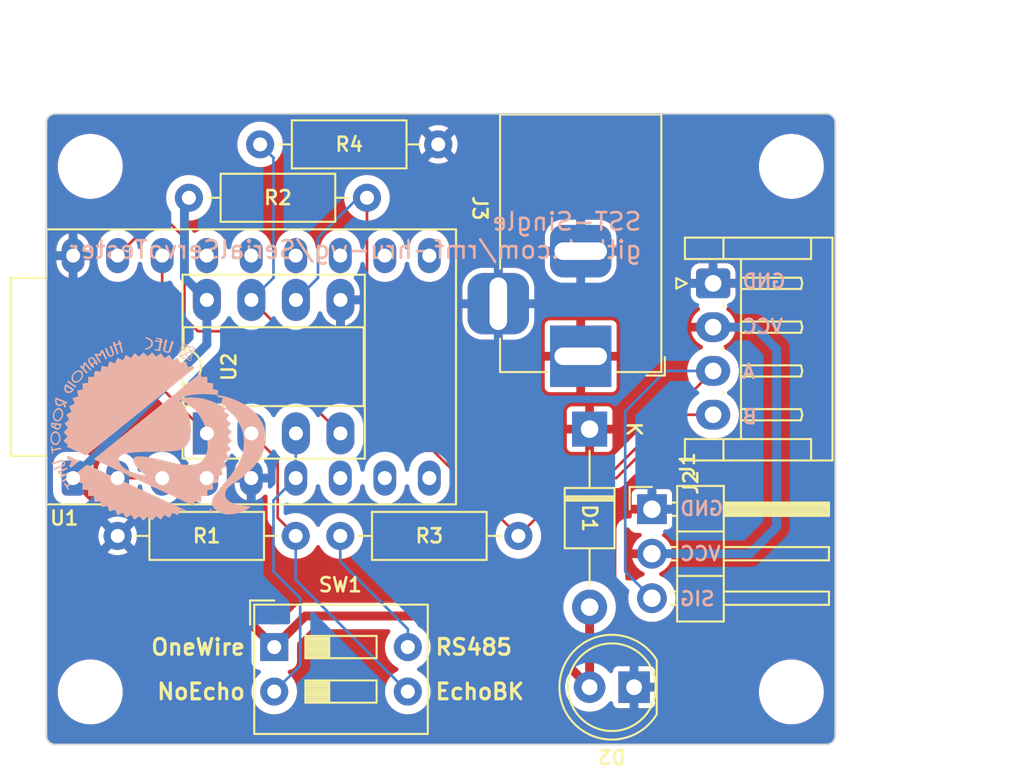
<source format=kicad_pcb>
(kicad_pcb (version 20240108) (generator "pcbnew") (generator_version "8.0")
  (layers (0 "F.Cu" signal) (31 "B.Cu" signal) (34 "B.Paste" user) (35 "F.Paste" user) (36 "B.SilkS" user "B.Silkscreen") (37 "F.SilkS" user "F.Silkscreen") (38 "B.Mask" user) (39 "F.Mask" user) (44 "Edge.Cuts" user))
  (net 0 "")
  (net 1 "GND")
  (net 2 "VCC")
  (net 3 "/RXDEN")
  (net 4 "+5V")
  (net 5 "/RXD")
  (net 6 "/RS485B_UP")
  (net 7 "/TXD")
  (net 8 "/RS485A")
  (net 9 "/RS485B")
  (net 11 "/~{RS485_RE}")
  (net 20 "Net-(U1-3V3OUT)")
  (footprint "Resistor_THT:R_Axial_DIN0207_L6.3mm_D2.5mm_P10.16mm_Horizontal" (layer "F.Cu") (at 126.924 68.096 180)
    (property "Reference" "R3")
    (property "Value" "5.1k")
  )
  (footprint "Resistor_THT:R_Axial_DIN0207_L6.3mm_D2.5mm_P10.16mm_Horizontal" (layer "F.Cu") (at 104.064 68.096)
    (property "Reference" "R1")
    (property "Value" "5.1k")
  )
  (footprint "LED_THT:LED_D5.0mm" (layer "F.Cu") (at 133.528 76.732 180)
    (property "Reference" "D2")
    (property "Value" "OSR6LU5B64A-12V")
  )
  (footprint "Resistor_THT:R_Axial_DIN0207_L6.3mm_D2.5mm_P10.16mm_Horizontal" (layer "F.Cu") (at 118.288 48.792 180)
    (property "Reference" "R2")
    (property "Value" "5.1k")
  )
  (footprint "Button_Switch_THT:SW_DIP_SPSTx02_Slide_9.78x7.26mm_W7.62mm_P2.54mm" (layer "F.Cu") (at 112.9965 74.441)
    (property "Reference" "SW1")
    (property "Value" "EDS102SZ")
  )
  (footprint "Connector_BarrelJack:BarrelJack_Horizontal" (layer "F.Cu") (at 130.48 57.84 -90)
    (property "Reference" "J3")
    (property "Value" "MJ-179PH")
  )
  (footprint "MountingHole:MountingHole_3.2mm_M3" (layer "F.Cu") (at 102.5 77)
    (property "Reference" "H4" (hide yes))
    (property "Value" "MountingHole")
  )
  (footprint "MountingHole:MountingHole_3.2mm_M3" (layer "F.Cu") (at 142.5 47)
    (property "Reference" "H2" (hide yes))
    (property "Value" "MountingHole")
  )
  (footprint "MountingHole:MountingHole_3.2mm_M3" (layer "F.Cu") (at 102.5 47)
    (property "Reference" "H1" (hide yes))
    (property "Value" "MountingHole")
  )
  (footprint "Diode_THT:D_T-1_P10.16mm_Horizontal" (layer "F.Cu") (at 130.988 62 -90)
    (property "Reference" "D1")
    (property "Value" "11EQS03L")
  )
  (footprint "Package_DIP:DIP-8_W7.62mm_Socket_LongPads" (layer "F.Cu") (at 109.154 62.244 90)
    (property "Reference" "U2")
    (property "Value" "LT1785AxN8")
  )
  (footprint "FootprintLibrary:DIP-18_500_ELL" (layer "F.Cu") (at 111.684 58.444)
    (property "Reference" "U1")
    (property "Value" "FT231XS-Breakout")
  )
  (footprint "Connector_PinHeader_2.54mm:PinHeader_1x03_P2.54mm_Horizontal" (layer "F.Cu") (at 134.544 66.572)
    (property "Reference" "J1")
    (property "Value" "Conn_01x03_Pin")
  )
  (footprint "MountingHole:MountingHole_3.2mm_M3" (layer "F.Cu") (at 142.5 77)
    (property "Reference" "H3" (hide yes))
    (property "Value" "MountingHole")
  )
  (footprint "Connector_JST:JST_EH_S4B-EH_1x04_P2.50mm_Horizontal" (layer "F.Cu") (at 138.035 53.678 -90)
    (property "Reference" "J2")
    (property "Value" "Conn_01x04_Pin")
  )
  (footprint "Resistor_THT:R_Axial_DIN0207_L6.3mm_D2.5mm_P10.16mm_Horizontal" (layer "F.Cu") (at 122.352 45.744 180)
    (property "Reference" "R4")
    (property "Value" "5.1k")
  )
  (gr_poly (pts (xy 101.378841 64.647465) (xy 101.377448 64.647717) (xy 101.376108 64.648141) (xy 101.374821 64.64874) (xy 101.37359 64.649515) (xy 101.372417 64.650466) (xy 101.371302 64.651596) (xy 101.370249 64.652905) (xy 101.369665 64.653636) (xy 101.368936 64.654436) (xy 101.368073 64.655295) (xy 101.367086 64.656208) (xy 101.365985 64.657164) (xy 101.364782 64.658158) (xy 101.363487 64.65918) (xy 101.362111 64.660222) (xy 101.360664 64.661278) (xy 101.359157 64.662338) (xy 101.357601 64.663395) (xy 101.356007 64.664442) (xy 101.354384 64.665469) (xy 101.352744 64.66647) (xy 101.351097 64.667436) (xy 101.349454 64.668359) (xy 101.278017 64.707493) (xy 101.058731 64.831) (xy 100.939821 64.898782) (xy 100.886243 64.929975) (xy 100.88607 64.930504) (xy 100.886185 64.931489) (xy 100.88721 64.934705) (xy 100.889183 64.939382) (xy 100.891969 64.945279) (xy 100.899434 64.959779) (xy 100.908521 64.976284) (xy 100.918144 64.992874) (xy 100.927218 65.007631) (xy 100.931211 65.013721) (xy 100.934659 65.018634) (xy 100.937427 65.022128) (xy 100.93938 65.023964) (xy 100.939747 65.024097) (xy 100.940262 65.024135) (xy 100.94092 65.024081) (xy 100.941718 65.023936) (xy 100.943715 65.023385) (xy 100.946218 65.022497) (xy 100.949197 65.021289) (xy 100.952617 65.019778) (xy 100.956445 65.01798) (xy 100.960648 65.015912) (xy 100.965194 65.01359) (xy 100.970049 65.011032) (xy 100.980554 65.00527) (xy 100.9919 64.998759) (xy 101.003822 64.991632) (xy 101.003823 64.991631) (xy 101.028565 64.976666) (xy 101.052488 64.962411) (xy 101.072863 64.950478) (xy 101.086962 64.942482) (xy 101.115991 64.925976) (xy 101.168072 64.895552) (xy 101.24423 64.850608) (xy 101.345487 64.790544) (xy 101.375881 64.772737) (xy 101.402896 64.757374) (xy 101.423592 64.746097) (xy 101.430652 64.742503) (xy 101.435032 64.740546) (xy 101.44917 64.735353) (xy 101.425339 64.693527) (xy 101.421121 64.686379) (xy 101.416939 64.679797) (xy 101.412809 64.67379) (xy 101.408743 64.66837) (xy 101.404757 64.663547) (xy 101.400865 64.659331) (xy 101.397081 64.655733) (xy 101.39342 64.652764) (xy 101.391639 64.651519) (xy 101.389895 64.650434) (xy 101.388188 64.649512) (xy 101.386521 64.648754) (xy 101.384895 64.648161) (xy 101.383312 64.647734) (xy 101.381775 64.647475) (xy 101.380283 64.647385)) (stroke (width -0.000001)) (fill solid) (layer "B.SilkS"))
  (gr_poly (pts (xy 103.68573 57.240987) (xy 103.679637 57.242731) (xy 103.672699 57.245612) (xy 103.655306 57.253336) (xy 103.611649 57.271262) (xy 103.613509 57.288223) (xy 103.613777 57.290126) (xy 103.614193 57.292322) (xy 103.614747 57.294783) (xy 103.615432 57.297484) (xy 103.617155 57.303501) (xy 103.619293 57.310164) (xy 103.621775 57.317263) (xy 103.624532 57.324591) (xy 103.627494 57.331939) (xy 103.63059 57.339098) (xy 103.648069 57.379835) (xy 103.668922 57.43117) (xy 103.713716 57.546948) (xy 103.750908 57.649051) (xy 103.762257 57.683294) (xy 103.765351 57.694169) (xy 103.766431 57.700101) (xy 103.76603 57.708856) (xy 103.764857 57.717194) (xy 103.762956 57.725106) (xy 103.760372 57.732585) (xy 103.75715 57.739622) (xy 103.753334 57.746209) (xy 103.748968 57.752337) (xy 103.744097 57.757998) (xy 103.738765 57.763184) (xy 103.733018 57.767888) (xy 103.726899 57.7721) (xy 103.720454 57.775812) (xy 103.713726 57.779016) (xy 103.70676 57.781705) (xy 103.699601 57.783869) (xy 103.692293 57.7855) (xy 103.684881 57.786591) (xy 103.677409 57.787132) (xy 103.669922 57.787117) (xy 103.662465 57.786535) (xy 103.655081 57.785381) (xy 103.647816 57.783644) (xy 103.640714 57.781317) (xy 103.633819 57.778391) (xy 103.627177 57.774859) (xy 103.62083 57.770712) (xy 103.614825 57.765941) (xy 103.609206 57.76054) (xy 103.604017 57.754498) (xy 103.599302 57.747809) (xy 103.595106 57.740464) (xy 103.591475 57.732454) (xy 103.580058 57.704982) (xy 103.563896 57.667695) (xy 103.543842 57.622536) (xy 103.520752 57.571451) (xy 103.495394 57.514877) (xy 103.464887 57.445737) (xy 103.45782 57.429973) (xy 103.450833 57.415115) (xy 103.444109 57.4015) (xy 103.437828 57.389464) (xy 103.432171 57.379343) (xy 103.427319 57.371472) (xy 103.425251 57.368485) (xy 103.423453 57.366188) (xy 103.421947 57.36462) (xy 103.420754 57.363826) (xy 103.41985 57.363631) (xy 103.418604 57.363596) (xy 103.415169 57.363976) (xy 103.410629 57.364901) (xy 103.405159 57.366305) (xy 103.398938 57.368123) (xy 103.392142 57.370289) (xy 103.377535 57.375405) (xy 103.362755 57.38113) (xy 103.349222 57.386942) (xy 103.343365 57.389716) (xy 103.338351 57.392317) (xy 103.334357 57.394677) (xy 103.33156 57.396732) (xy 103.332189 57.399538) (xy 103.334949 57.406839) (xy 103.346181 57.43342) (xy 103.386701 57.523987) (xy 103.442185 57.644401) (xy 103.501696 57.770628) (xy 103.507941 57.782716) (xy 103.514841 57.794265) (xy 103.522337 57.805233) (xy 103.530371 57.815579) (xy 103.538884 57.825259) (xy 103.547817 57.834232) (xy 103.557112 57.842454) (xy 103.56671 57.849885) (xy 103.576552 57.85648) (xy 103.586581 57.862199) (xy 103.591646 57.864717) (xy 103.596736 57.866999) (xy 103.601844 57.869041) (xy 103.606961 57.870838) (xy 103.61208 57.872383) (xy 103.617195 57.873672) (xy 103.622297 57.8747) (xy 103.62738 57.875461) (xy 103.632436 57.875949) (xy 103.637458 57.876161) (xy 103.642438 57.876089) (xy 103.647369 57.87573) (xy 103.653915 57.87501) (xy 103.662935 57.873955) (xy 103.683639 57.871409) (xy 103.683632 57.871409) (xy 103.686375 57.87096) (xy 103.689556 57.870262) (xy 103.693135 57.869328) (xy 103.697075 57.868173) (xy 103.70588 57.865264) (xy 103.715666 57.86165) (xy 103.726125 57.857452) (xy 103.736951 57.852788) (xy 103.747835 57.847775) (xy 103.758472 57.842533) (xy 103.808948 57.816751) (xy 103.833327 57.786604) (xy 103.857706 57.756457) (xy 103.857198 57.695704) (xy 103.856691 57.634951) (xy 103.782781 57.440482) (xy 103.733686 57.31139) (xy 103.725467 57.291009) (xy 103.718377 57.274661) (xy 103.712168 57.261984) (xy 103.706596 57.252615) (xy 103.701412 57.246193) (xy 103.698889 57.243974) (xy 103.696371 57.242356) (xy 103.693827 57.241293) (xy 103.691226 57.240741)) (stroke (width -0.000001)) (fill solid) (layer "B.SilkS"))
  (gr_poly (pts (xy 103.202025 57.464415) (xy 103.200853 57.464767) (xy 103.199296 57.465341) (xy 103.197377 57.466122) (xy 103.192555 57.468264) (xy 103.186584 57.471099) (xy 103.179657 57.47453) (xy 103.171972 57.478463) (xy 103.163723 57.482804) (xy 103.155106 57.487457) (xy 103.112751 57.510619) (xy 103.078854 57.600566) (xy 103.06566 57.636587) (xy 103.054791 57.668172) (xy 103.05058 57.681236) (xy 103.047374 57.691913) (xy 103.045312 57.699778) (xy 103.044535 57.704404) (xy 103.044416 57.70749) (xy 103.044308 57.708878) (xy 103.044138 57.710161) (xy 103.043882 57.711338) (xy 103.043714 57.711888) (xy 103.043517 57.712411) (xy 103.043287 57.712907) (xy 103.043021 57.713377) (xy 103.042716 57.71382) (xy 103.04237 57.714236) (xy 103.04198 57.714625) (xy 103.041543 57.714987) (xy 103.041056 57.715323) (xy 103.040516 57.715631) (xy 103.03992 57.715913) (xy 103.039266 57.716167) (xy 103.03855 57.716394) (xy 103.03777 57.716593) (xy 103.036923 57.716765) (xy 103.036006 57.71691) (xy 103.03395 57.717116) (xy 103.031581 57.717212) (xy 103.028874 57.717196) (xy 103.025807 57.717069) (xy 103.022358 57.716829) (xy 103.018503 57.716475) (xy 103.01422 57.716009) (xy 103.009485 57.715428) (xy 103.004276 57.714732) (xy 102.99857 57.713922) (xy 102.992344 57.712995) (xy 102.978242 57.710792) (xy 102.961786 57.708118) (xy 102.921081 57.701342) (xy 102.817893 57.684084) (xy 102.776221 57.710313) (xy 102.759554 57.720556) (xy 102.753014 57.724698) (xy 102.7502 57.726617) (xy 102.747691 57.728472) (xy 102.74549 57.730288) (xy 102.743598 57.732093) (xy 102.742019 57.733913) (xy 102.740753 57.735775) (xy 102.739802 57.737706) (xy 102.739168 57.739733) (xy 102.738853 57.741882) (xy 102.73886 57.744181) (xy 102.739189 57.746655) (xy 102.739843 57.749332) (xy 102.740824 57.752239) (xy 102.742133 57.755402) (xy 102.743773 57.758848) (xy 102.745745 57.762605) (xy 102.748052 57.766698) (xy 102.750694 57.771154) (xy 102.756994 57.781265) (xy 102.764662 57.793151) (xy 102.784158 57.823108) (xy 102.832793 57.899035) (xy 102.88006 57.973786) (xy 102.982419 58.137268) (xy 103.012746 58.183544) (xy 103.024104 58.199423) (xy 103.033463 58.211074) (xy 103.041223 58.218956) (xy 103.047788 58.22353) (xy 103.050747 58.224719) (xy 103.053559 58.225252) (xy 103.058939 58.224584) (xy 103.06433 58.221983) (xy 103.070135 58.217909) (xy 103.084595 58.207178) (xy 103.121109 58.182639) (xy 103.100469 58.145717) (xy 103.063424 58.082772) (xy 103.002046 57.980799) (xy 102.939845 57.878635) (xy 102.900332 57.815117) (xy 102.88328 57.788908) (xy 102.902181 57.793154) (xy 102.973772 57.809479) (xy 103.026911 57.822153) (xy 103.062522 57.831404) (xy 103.074044 57.834817) (xy 103.081531 57.83746) (xy 103.099109 57.844696) (xy 103.105344 57.835074) (xy 103.106693 57.832425) (xy 103.108523 57.827963) (xy 103.113413 57.814288) (xy 103.119595 57.795429) (xy 103.126646 57.772766) (xy 103.134148 57.74768) (xy 103.141678 57.72155) (xy 103.148817 57.695758) (xy 103.155143 57.671684) (xy 103.15665 57.666164) (xy 103.158332 57.66074) (xy 103.160131 57.65555) (xy 103.161991 57.650732) (xy 103.163855 57.646424) (xy 103.164772 57.644504) (xy 103.165668 57.642764) (xy 103.166537 57.641221) (xy 103.167372 57.639892) (xy 103.168166 57.638795) (xy 103.168911 57.637946) (xy 103.175882 57.630975) (xy 103.226051 57.728213) (xy 103.327122 57.92272) (xy 103.382096 58.026573) (xy 103.382712 58.026974) (xy 103.383688 58.027085) (xy 103.384999 58.026923) (xy 103.386619 58.026503) (xy 103.390691 58.024958) (xy 103.395704 58.022581) (xy 103.401459 58.019505) (xy 103.407758 58.01586) (xy 103.414402 58.011778) (xy 103.421191 58.007392) (xy 103.427926 58.002832) (xy 103.434409 57.99823) (xy 103.440441 57.993719) (xy 103.445822 57.989429) (xy 103.450353 57.985492) (xy 103.453837 57.982039) (xy 103.455123 57.980536) (xy 103.456072 57.979204) (xy 103.45666 57.978058) (xy 103.456862 57.977116) (xy 103.4541 57.968578) (xy 103.446287 57.950239) (xy 103.418338 57.889873) (xy 103.332958 57.714382) (xy 103.246011 57.542052) (xy 103.216103 57.485638) (xy 103.207018 57.469869) (xy 103.202788 57.464295)) (stroke (width -0.000001)) (fill solid) (layer "B.SilkS"))
  (gr_poly (pts (xy 101.857457 58.64467) (xy 101.793957 58.645548) (xy 101.746966 58.662177) (xy 101.723535 58.671298) (xy 101.700575 58.681889) (xy 101.678135 58.6939) (xy 101.656264 58.707282) (xy 101.635012 58.721984) (xy 101.614429 58.737956) (xy 101.594563 58.755149) (xy 101.575464 58.773512) (xy 101.557181 58.792995) (xy 101.539764 58.813548) (xy 101.523262 58.835122) (xy 101.507725 58.857666) (xy 101.493202 58.88113) (xy 101.479742 58.905465) (xy 101.467395 58.930619) (xy 101.456209 58.956544) (xy 101.43863 59.000201) (xy 101.434722 59.080491) (xy 101.430815 59.160782) (xy 101.444803 59.202897) (xy 101.458793 59.245013) (xy 101.488924 59.2777) (xy 101.492189 59.281128) (xy 101.495746 59.284651) (xy 101.499561 59.288243) (xy 101.503598 59.291879) (xy 101.507824 59.29553) (xy 101.512202 59.299171) (xy 101.5167 59.302776) (xy 101.52128 59.306318) (xy 101.52591 59.309771) (xy 101.530553 59.313108) (xy 101.535176 59.316303) (xy 101.539744 59.319329) (xy 101.544221 59.322161) (xy 101.548573 59.324771) (xy 101.552765 59.327133) (xy 101.556763 59.329221) (xy 101.594472 59.348053) (xy 101.650559 59.350114) (xy 101.66223 59.35045) (xy 101.673902 59.350613) (xy 101.685262 59.350609) (xy 101.695999 59.350446) (xy 101.705801 59.350132) (xy 101.714358 59.349673) (xy 101.721358 59.349077) (xy 101.726489 59.348351) (xy 101.726488 59.348351) (xy 101.733036 59.346956) (xy 101.740046 59.345217) (xy 101.747446 59.343162) (xy 101.755167 59.340818) (xy 101.771293 59.335374) (xy 101.787862 59.32911) (xy 101.804314 59.322248) (xy 101.820091 59.31501) (xy 101.827551 59.31132) (xy 101.834632 59.307619) (xy 101.841264 59.303935) (xy 101.847377 59.300297) (xy 101.853424 59.296618) (xy 101.859258 59.293186) (xy 101.864737 59.290075) (xy 101.86972 59.287362) (xy 101.874065 59.285121) (xy 101.877631 59.283427) (xy 101.880277 59.282356) (xy 101.881211 59.282077) (xy 101.881861 59.281982) (xy 101.885036 59.2815) (xy 101.888751 59.280088) (xy 101.892968 59.277791) (xy 101.897652 59.274658) (xy 101.908271 59.266072) (xy 101.920314 59.25471) (xy 101.933488 59.24095) (xy 101.9475 59.225173) (xy 101.962055 59.207757) (xy 101.976861 59.189082) (xy 101.991623 59.169528) (xy 102.00605 59.149473) (xy 102.019846 59.129298) (xy 102.032719 59.109381) (xy 102.044375 59.090102) (xy 102.054521 59.071841) (xy 102.062863 59.054976) (xy 102.069108 59.039888) (xy 102.086362 58.992263) (xy 102.089722 58.912888) (xy 102.089868 58.909454) (xy 102.014884 58.909454) (xy 102.005153 58.962268) (xy 102.002774 58.973778) (xy 101.999734 58.986259) (xy 101.996159 58.999311) (xy 101.992173 59.012538) (xy 101.987902 59.025541) (xy 101.983471 59.037924) (xy 101.979005 59.049288) (xy 101.97463 59.059235) (xy 101.953835 59.103388) (xy 101.901678 59.155858) (xy 101.84952 59.208328) (xy 101.807881 59.229397) (xy 101.79424 59.236052) (xy 101.781021 59.241992) (xy 101.768199 59.247221) (xy 101.755752 59.25174) (xy 101.743654 59.255554) (xy 101.731882 59.258665) (xy 101.720411 59.261076) (xy 101.709219 59.262791) (xy 101.69828 59.263811) (xy 101.68757 59.26414) (xy 101.677066 59.263782) (xy 101.666744 59.262738) (xy 101.656579 59.261013) (xy 101.646547 59.258608) (xy 101.636625 59.255527) (xy 101.626789 59.251773) (xy 101.626787 59.251773) (xy 101.619796 59.248663) (xy 101.612277 59.244972) (xy 101.604466 59.240837) (xy 101.596597 59.236396) (xy 101.588909 59.231785) (xy 101.581635 59.227142) (xy 101.575012 59.222604) (xy 101.572018 59.220418) (xy 101.569276 59.218309) (xy 101.543997 59.198291) (xy 101.528086 59.153023) (xy 101.523727 59.139752) (xy 101.520118 59.126804) (xy 101.517267 59.114103) (xy 101.515184 59.10157) (xy 101.513878 59.089129) (xy 101.513357 59.0767) (xy 101.51363 59.064208) (xy 101.514707 59.051574) (xy 101.516597 59.038721) (xy 101.519308 59.025571) (xy 101.52285 59.012047) (xy 101.527232 58.998072) (xy 101.532462 58.983567) (xy 101.53855 58.968455) (xy 101.545505 58.952659) (xy 101.553336 58.936101) (xy 101.578334 58.884832) (xy 101.619958 58.841857) (xy 101.641245 58.821228) (xy 101.663043 58.8027) (xy 101.685233 58.786298) (xy 101.707695 58.772043) (xy 101.730309 58.75996) (xy 101.741634 58.75474) (xy 101.752953 58.750072) (xy 101.76425 58.745958) (xy 101.775509 58.742402) (xy 101.786716 58.739406) (xy 101.797856 58.736973) (xy 101.808913 58.735107) (xy 101.819873 58.733809) (xy 101.830721 58.733084) (xy 101.841442 58.732933) (xy 101.85202 58.73336) (xy 101.862441 58.734368) (xy 101.872689 58.735959) (xy 101.88275 58.738137) (xy 101.892609 58.740904) (xy 101.90225 58.744264) (xy 101.911659 58.748218) (xy 101.920821 58.752771) (xy 101.92972 58.757925) (xy 101.938341 58.763683) (xy 101.94667 58.770048) (xy 101.954691 58.777022) (xy 101.957319 58.779509) (xy 101.959873 58.782032) (xy 101.962341 58.784573) (xy 101.964708 58.787114) (xy 101.966962 58.789638) (xy 101.969089 58.792127) (xy 101.971077 58.794565) (xy 101.972911 58.796932) (xy 101.974579 58.799213) (xy 101.976068 58.801388) (xy 101.977363 58.803442) (xy 101.978453 58.805355) (xy 101.979324 58.807111) (xy 101.979962 58.808692) (xy 101.980355 58.81008) (xy 101.980455 58.810696) (xy 101.980489 58.811258) (xy 101.980527 58.812312) (xy 101.980639 58.813337) (xy 101.980822 58.814327) (xy 101.98107 58.815277) (xy 101.981382 58.816181) (xy 101.981752 58.817034) (xy 101.982177 58.817831) (xy 101.982653 58.818567) (xy 101.983177 58.819236) (xy 101.983745 58.819834) (xy 101.984044 58.820103) (xy 101.984352 58.820353) (xy 101.98467 58.820583) (xy 101.984996 58.820791) (xy 101.98533 58.820977) (xy 101.985672 58.82114) (xy 101.986021 58.82128) (xy 101.986377 58.821396) (xy 101.986739 58.821487) (xy 101.987106 58.821554) (xy 101.987479 58.821594) (xy 101.987857 58.821607) (xy 101.988248 58.821665) (xy 101.988659 58.821835) (xy 101.989089 58.822116) (xy 101.989538 58.822504) (xy 101.990004 58.822996) (xy 101.990486 58.823591) (xy 101.990983 58.824284) (xy 101.991493 58.825073) (xy 101.992552 58.826929) (xy 101.993654 58.829135) (xy 101.994789 58.83167) (xy 101.995948 58.83451) (xy 101.997123 58.837633) (xy 101.998306 58.841017) (xy 101.999487 58.844639) (xy 102.000657 58.848476) (xy 102.001808 58.852506) (xy 102.00293 58.856707) (xy 102.004016 58.861056) (xy 102.005055 58.865531) (xy 102.014884 58.909454) (xy 102.089868 58.909454) (xy 102.093082 58.833513) (xy 102.076408 58.789227) (xy 102.074567 58.78455) (xy 102.0725 58.779678) (xy 102.067774 58.769508) (xy 102.062411 58.75903) (xy 102.056592 58.748556) (xy 102.050497 58.7384) (xy 102.044307 58.728874) (xy 102.041232 58.724444) (xy 102.038202 58.72029) (xy 102.035238 58.71645) (xy 102.032363 58.712962) (xy 102.00499 58.680984) (xy 101.962973 58.662388) (xy 101.920957 58.643793)) (stroke (width -0.000001)) (fill solid) (layer "B.SilkS"))
  (gr_poly (pts (xy 101.229383 63.524169) (xy 101.226514 63.5245) (xy 101.223738 63.525124) (xy 101.221034 63.526048) (xy 101.218384 63.52728) (xy 101.215767 63.528828) (xy 101.213165 63.5307) (xy 101.210557 63.532904) (xy 101.207924 63.535447) (xy 101.205247 63.538337) (xy 101.202506 63.541583) (xy 101.199682 63.545191) (xy 101.193704 63.553529) (xy 101.187159 63.563414) (xy 101.179889 63.574909) (xy 101.171739 63.588076) (xy 101.132607 63.651576) (xy 101.140779 63.661471) (xy 101.141864 63.662616) (xy 101.143414 63.663996) (xy 101.145399 63.665595) (xy 101.147791 63.667392) (xy 101.150561 63.669369) (xy 101.153679 63.671508) (xy 101.160844 63.676197) (xy 101.169052 63.681309) (xy 101.178071 63.686697) (xy 101.187668 63.692212) (xy 101.19761 63.697705) (xy 101.258359 63.73098) (xy 101.336086 63.773995) (xy 101.425904 63.823947) (xy 101.422014 63.833011) (xy 101.40728 63.866227) (xy 101.377318 63.933357) (xy 101.360481 63.971305) (xy 101.344803 64.007151) (xy 101.332036 64.036858) (xy 101.323931 64.056388) (xy 101.321267 64.06292) (xy 101.318515 64.069311) (xy 101.315755 64.075401) (xy 101.313066 64.081027) (xy 101.310527 64.086029) (xy 101.308218 64.090246) (xy 101.306219 64.093516) (xy 101.305359 64.094746) (xy 101.304607 64.095679) (xy 101.303921 64.096532) (xy 101.303255 64.097526) (xy 101.302612 64.09865) (xy 101.301997 64.099891) (xy 101.301412 64.101237) (xy 101.300861 64.102677) (xy 101.300347 64.104196) (xy 101.299874 64.105785) (xy 101.299445 64.107429) (xy 101.299063 64.109118) (xy 101.298733 64.110838) (xy 101.298456 64.112579) (xy 101.298238 64.114326) (xy 101.29808 64.116069) (xy 101.297987 64.117795) (xy 101.297962 64.119491) (xy 101.298058 64.135763) (xy 101.32563 64.153622) (xy 101.331381 64.15721) (xy 101.337158 64.160557) (xy 101.342805 64.16359) (xy 101.348166 64.166236) (xy 101.353084 64.168421) (xy 101.355329 64.169318) (xy 101.357405 64.170073) (xy 101.359293 64.170676) (xy 101.360973 64.171118) (xy 101.362425 64.17139) (xy 101.36363 64.171482) (xy 101.364732 64.171519) (xy 101.36588 64.171626) (xy 101.367064 64.1718) (xy 101.368275 64.172038) (xy 101.369505 64.172336) (xy 101.370744 64.17269) (xy 101.371983 64.173096) (xy 101.373212 64.173552) (xy 101.374422 64.174053) (xy 101.375605 64.174596) (xy 101.376751 64.175177) (xy 101.37785 64.175792) (xy 101.378894 64.176438) (xy 101.379874 64.177112) (xy 101.380779 64.17781) (xy 101.381601 64.178527) (xy 101.382452 64.179269) (xy 101.38344 64.180038) (xy 101.384554 64.180826) (xy 101.385782 64.18163) (xy 101.387111 64.182441) (xy 101.38853 64.183256) (xy 101.390027 64.184066) (xy 101.39159 64.184867) (xy 101.393206 64.185653) (xy 101.394865 64.186418) (xy 101.396552 64.187154) (xy 101.398258 64.187858) (xy 101.399969 64.188522) (xy 101.401674 64.18914) (xy 101.403361 64.189707) (xy 101.405017 64.190217) (xy 101.420892 64.194861) (xy 101.43678 64.177217) (xy 101.438625 64.175251) (xy 101.440862 64.173008) (xy 101.446393 64.167795) (xy 101.453127 64.161785) (xy 101.460821 64.155183) (xy 101.469231 64.148195) (xy 101.478112 64.141028) (xy 101.48722 64.133888) (xy 101.496311 64.12698) (xy 101.515137 64.112703) (xy 101.534131 64.097923) (xy 101.551079 64.084385) (xy 101.558095 64.078627) (xy 101.563769 64.073833) (xy 101.589322 64.052125) (xy 101.618242 64.028116) (xy 101.678147 63.979602) (xy 101.727414 63.9411) (xy 101.743036 63.929606) (xy 101.747715 63.926499) (xy 101.749972 63.925419) (xy 101.750307 63.92538) (xy 101.750718 63.925262) (xy 101.751758 63.924802) (xy 101.753075 63.924054) (xy 101.754649 63.923033) (xy 101.756461 63.921755) (xy 101.758493 63.920236) (xy 101.760726 63.91849) (xy 101.76314 63.916535) (xy 101.765718 63.914384) (xy 101.768439 63.912054) (xy 101.771286 63.90956) (xy 101.774239 63.906917) (xy 101.77728 63.904142) (xy 101.78039 63.901249) (xy 101.78355 63.898255) (xy 101.78674 63.895173) (xy 101.7935 63.888789) (xy 101.800824 63.882236) (xy 101.808479 63.875701) (xy 101.816232 63.86937) (xy 101.823851 63.863429) (xy 101.831101 63.858064) (xy 101.83775 63.853461) (xy 101.840777 63.851503) (xy 101.843565 63.849805) (xy 101.869362 63.834684) (xy 101.869362 63.806659) (xy 101.847534 63.801297) (xy 101.844995 63.800593) (xy 101.841909 63.799597) (xy 101.834263 63.796808) (xy 101.824936 63.793076) (xy 101.814266 63.788549) (xy 101.802591 63.783373) (xy 101.790251 63.777696) (xy 101.777585 63.771665) (xy 101.764931 63.765427) (xy 101.752464 63.759299) (xy 101.740335 63.753582) (xy 101.728845 63.748401) (xy 101.718294 63.743881) (xy 101.708984 63.740148) (xy 101.701215 63.737327) (xy 101.69529 63.735542) (xy 101.693113 63.735078) (xy 101.691509 63.73492) (xy 101.690221 63.734886) (xy 101.688969 63.734789) (xy 101.687759 63.73463) (xy 101.686599 63.734414) (xy 101.685494 63.734143) (xy 101.684451 63.733821) (xy 101.683477 63.733451) (xy 101.682578 63.733037) (xy 101.68176 63.732581) (xy 101.68103 63.732087) (xy 101.680395 63.731558) (xy 101.679861 63.730998) (xy 101.679633 63.730708) (xy 101.679434 63.73041) (xy 101.679263 63.730107) (xy 101.679121 63.729797) (xy 101.679009 63.729482) (xy 101.678929 63.729162) (xy 101.67888 63.728838) (xy 101.678863 63.728509) (xy 101.678819 63.728163) (xy 101.678688 63.727783) (xy 101.678472 63.727373) (xy 101.678174 63.726934) (xy 101.677796 63.726467) (xy 101.67734 63.725972) (xy 101.676807 63.725452) (xy 101.676201 63.724908) (xy 101.674776 63.723752) (xy 101.673081 63.722515) (xy 101.671135 63.721208) (xy 101.668954 63.71984) (xy 101.666555 63.718423) (xy 101.663956 63.716966) (xy 101.661174 63.715482) (xy 101.658227 63.713979) (xy 101.655132 63.712468) (xy 101.651905 63.710961) (xy 101.648565 63.709467) (xy 101.645129 63.707997) (xy 101.619133 63.696908) (xy 101.593812 63.685698) (xy 101.570026 63.674784) (xy 101.548636 63.664588) (xy 101.530502 63.655527) (xy 101.516485 63.648022) (xy 101.507443 63.64249) (xy 101.505057 63.640596) (xy 101.504238 63.639352) (xy 101.504225 63.639097) (xy 101.504187 63.638844) (xy 101.504123 63.638595) (xy 101.504036 63.638349) (xy 101.503924 63.638108) (xy 101.50379 63.63787) (xy 101.503633 63.637637) (xy 101.503455 63.637408) (xy 101.503256 63.637185) (xy 101.503036 63.636967) (xy 101.502796 63.636755) (xy 101.502537 63.636549) (xy 101.50226 63.636349) (xy 101.501965 63.636157) (xy 101.501652 63.635971) (xy 101.501323 63.635793) (xy 101.500978 63.635622) (xy 101.500618 63.63546) (xy 101.500243 63.635306) (xy 101.499853 63.635161) (xy 101.499451 63.635025) (xy 101.499035 63.634898) (xy 101.498608 63.634781) (xy 101.498168 63.634674) (xy 101.497718 63.634578) (xy 101.497258 63.634492) (xy 101.496788 63.634417) (xy 101.496309 63.634354) (xy 101.495821 63.634302) (xy 101.495326 63.634263) (xy 101.494824 63.634235) (xy 101.494316 63.634221) (xy 101.493109 63.634116) (xy 101.491553 63.633841) (xy 101.489671 63.633405) (xy 101.487488 63.632815) (xy 101.485029 63.632081) (xy 101.482317 63.631212) (xy 101.476233 63.629104) (xy 101.469434 63.62656) (xy 101.462113 63.623652) (xy 101.454467 63.620449) (xy 101.446691 63.617023) (xy 101.371284 63.583147) (xy 101.352729 63.574761) (xy 101.33008 63.564374) (xy 101.283961 63.542879) (xy 101.272616 63.537564) (xy 101.262577 63.53304) (xy 101.253689 63.529371) (xy 101.249628 63.527877) (xy 101.245795 63.52662) (xy 101.242172 63.525608) (xy 101.238739 63.524849) (xy 101.235476 63.524351) (xy 101.232364 63.524121)) (stroke (width -0.000001)) (fill solid) (layer "B.SilkS"))
  (gr_poly (pts (xy 100.413611 62.142698) (xy 100.370076 62.163997) (xy 100.331897 62.205803) (xy 100.323912 62.214851) (xy 100.316177 62.22423) (xy 100.308699 62.233927) (xy 100.301486 62.243927) (xy 100.294545 62.254217) (xy 100.287883 62.264784) (xy 100.281508 62.275612) (xy 100.275426 62.28669) (xy 100.269645 62.298002) (xy 100.264173 62.309536) (xy 100.259016 62.321277) (xy 100.254182 62.333212) (xy 100.249678 62.345327) (xy 100.245511 62.357609) (xy 100.241689 62.370043) (xy 100.238219 62.382616) (xy 100.2263 62.428567) (xy 100.2263 62.596521) (xy 100.238348 62.643829) (xy 100.241293 62.65438) (xy 100.245051 62.666249) (xy 100.24947 62.67903) (xy 100.254394 62.69232) (xy 100.259669 62.705713) (xy 100.26514 62.718806) (xy 100.270653 62.731193) (xy 100.276052 62.742471) (xy 100.301707 62.793803) (xy 100.34329 62.83479) (xy 100.352252 62.84332) (xy 100.361792 62.851853) (xy 100.371615 62.860159) (xy 100.381428 62.868012) (xy 100.390939 62.875183) (xy 100.399855 62.881445) (xy 100.403998 62.884163) (xy 100.407882 62.886569) (xy 100.411471 62.888634) (xy 100.414728 62.890329) (xy 100.444581 62.904882) (xy 100.504112 62.907046) (xy 100.516436 62.907326) (xy 100.528637 62.907288) (xy 100.540398 62.906955) (xy 100.551403 62.906348) (xy 100.561333 62.905491) (xy 100.569871 62.904404) (xy 100.576701 62.903111) (xy 100.579375 62.902393) (xy 100.581504 62.901633) (xy 100.581504 62.901632) (xy 100.583323 62.900882) (xy 100.585091 62.900194) (xy 100.586799 62.89957) (xy 100.588438 62.899013) (xy 100.589998 62.898524) (xy 100.591471 62.898105) (xy 100.592847 62.897758) (xy 100.594117 62.897484) (xy 100.595272 62.897285) (xy 100.596302 62.897163) (xy 100.597199 62.89712) (xy 100.597954 62.897158) (xy 100.598556 62.897278) (xy 100.598798 62.89737) (xy 100.598998 62.897482) (xy 100.599156 62.897616) (xy 100.59927 62.897772) (xy 100.59934 62.89795) (xy 100.599363 62.89815) (xy 100.599409 62.898328) (xy 100.599545 62.898442) (xy 100.599768 62.898492) (xy 100.600078 62.898481) (xy 100.60047 62.898408) (xy 100.600944 62.898276) (xy 100.602126 62.897838) (xy 100.603606 62.897178) (xy 100.605365 62.896305) (xy 100.607386 62.895231) (xy 100.60965 62.893964) (xy 100.61214 62.892515) (xy 100.614838 62.890895) (xy 100.617726 62.889114) (xy 100.620785 62.887182) (xy 100.623999 62.885109) (xy 100.627348 62.882906) (xy 100.630815 62.880583) (xy 100.634383 62.87815) (xy 100.64732 62.868688) (xy 100.659945 62.858332) (xy 100.672232 62.84712) (xy 100.68416 62.835085) (xy 100.695705 62.822265) (xy 100.706843 62.808693) (xy 100.717551 62.794407) (xy 100.727806 62.779442) (xy 100.737583 62.763833) (xy 100.746861 62.747616) (xy 100.755616 62.730827) (xy 100.763824 62.713501) (xy 100.771461 62.695675) (xy 100.778505 62.677382) (xy 100.784933 62.65866) (xy 100.79072 62.639544) (xy 100.800823 62.603825) (xy 100.800748 62.520759) (xy 100.726664 62.520759) (xy 100.725846 62.540384) (xy 100.724094 62.559889) (xy 100.721415 62.579205) (xy 100.717818 62.598261) (xy 100.713311 62.616987) (xy 100.707902 62.635311) (xy 100.701598 62.653165) (xy 100.694409 62.670477) (xy 100.686342 62.687176) (xy 100.677404 62.703193) (xy 100.667605 62.718458) (xy 100.656952 62.732898) (xy 100.645453 62.746445) (xy 100.633116 62.759028) (xy 100.619949 62.770576) (xy 100.605961 62.781019) (xy 100.591159 62.790286) (xy 100.575551 62.798307) (xy 100.539833 62.814763) (xy 100.502557 62.810922) (xy 100.494578 62.809897) (xy 100.486185 62.80845) (xy 100.477631 62.806648) (xy 100.469167 62.804558) (xy 100.461044 62.802246) (xy 100.453513 62.799779) (xy 100.450049 62.798509) (xy 100.446827 62.797225) (xy 100.443879 62.795935) (xy 100.441237 62.794649) (xy 100.441236 62.794648) (xy 100.435442 62.79149) (xy 100.429695 62.788038) (xy 100.423999 62.784299) (xy 100.418361 62.780281) (xy 100.412785 62.775992) (xy 100.407277 62.771442) (xy 100.401842 62.766637) (xy 100.396486 62.761587) (xy 100.386031 62.750781) (xy 100.375956 62.739091) (xy 100.366303 62.726581) (xy 100.357115 62.713318) (xy 100.348437 62.699366) (xy 100.340309 62.684792) (xy 100.332777 62.669662) (xy 100.325882 62.654039) (xy 100.319667 62.637992) (xy 100.314177 62.621584) (xy 100.309454 62.604882) (xy 100.305541 62.587951) (xy 100.295766 62.540325) (xy 100.300559 62.483513) (xy 100.301713 62.472269) (xy 100.303293 62.460683) (xy 100.305262 62.448869) (xy 100.307585 62.436941) (xy 100.310224 62.425014) (xy 100.313145 62.413203) (xy 100.31631 62.40162) (xy 100.319686 62.390382) (xy 100.323234 62.379601) (xy 100.32692 62.369394) (xy 100.330707 62.359873) (xy 100.33456 62.351153) (xy 100.338442 62.343349) (xy 100.342317 62.336575) (xy 100.346151 62.330946) (xy 100.349905 62.326575) (xy 100.35106 62.325383) (xy 100.352182 62.324151) (xy 100.353266 62.322888) (xy 100.354306 62.321604) (xy 100.355296 62.320308) (xy 100.35623 62.31901) (xy 100.357104 62.31772) (xy 100.357909 62.316447) (xy 100.358642 62.3152) (xy 100.359296 62.313989) (xy 100.359866 62.312824) (xy 100.360344 62.311713) (xy 100.360727 62.310667) (xy 100.361007 62.309695) (xy 100.36118 62.308807) (xy 100.361239 62.308012) (xy 100.361399 62.306867) (xy 100.361869 62.305519) (xy 100.362636 62.303979) (xy 100.363684 62.302261) (xy 100.366565 62.298341) (xy 100.370395 62.293858) (xy 100.375059 62.288915) (xy 100.380439 62.283612) (xy 100.386418 62.27805) (xy 100.39288 62.272331) (xy 100.399707 62.266555) (xy 100.406783 62.260824) (xy 100.41399 62.255238) (xy 100.421213 62.249899) (xy 100.428334 62.244908) (xy 100.435236 62.240365) (xy 100.441803 62.236373) (xy 100.447917 62.233032) (xy 100.454066 62.230141) (xy 100.460492 62.22759) (xy 100.467177 62.22538) (xy 100.4741 62.223512) (xy 100.481242 62.221986) (xy 100.488584 62.220804) (xy 100.496104 62.219965) (xy 100.503785 62.219472) (xy 100.511606 62.219324) (xy 100.519548 62.219522) (xy 100.52759 62.220068) (xy 100.535714 62.220962) (xy 100.543899 62.222206) (xy 100.552126 62.223798) (xy 100.560376 62.225742) (xy 100.568628 62.228037) (xy 100.599267 62.237217) (xy 100.635514 62.272952) (xy 100.64862 62.286849) (xy 100.66068 62.301612) (xy 100.6717 62.317173) (xy 100.68169 62.333459) (xy 100.690657 62.3504) (xy 100.69861 62.367927) (xy 100.705555 62.385969) (xy 100.711502 62.404455) (xy 100.716459 62.423315) (xy 100.720433 62.442479) (xy 100.723432 62.461875) (xy 100.725465 62.481435) (xy 100.72654 62.501086) (xy 100.726664 62.520759) (xy 100.800748 62.520759) (xy 100.800744 62.516513) (xy 100.800664 62.4292) (xy 100.786716 62.378173) (xy 100.783272 62.366067) (xy 100.779658 62.354352) (xy 100.775858 62.342993) (xy 100.771854 62.331958) (xy 100.76763 62.321213) (xy 100.763167 62.310725) (xy 100.758448 62.30046) (xy 100.753457 62.290384) (xy 100.748176 62.280465) (xy 100.742589 62.270667) (xy 100.736677 62.260959) (xy 100.730423 62.251307) (xy 100.723811 62.241676) (xy 100.716823 62.232034) (xy 100.709442 62.222347) (xy 100.701651 62.212581) (xy 100.667419 62.170586) (xy 100.618171 62.146343) (xy 100.568925 62.122099) (xy 100.513035 62.121749) (xy 100.457144 62.121398)) (stroke (width -0.000001)) (fill solid) (layer "B.SilkS"))
  (gr_poly (pts (xy 109.342098 66.537868) (xy 109.339994 66.538541) (xy 109.338071 66.539705) (xy 109.336323 66.541362) (xy 109.334743 66.543514) (xy 109.333324 66.54616) (xy 109.332062 66.549303) (xy 109.330949 66.552943) (xy 109.329979 66.557082) (xy 109.329147 66.561721) (xy 109.328446 66.566861) (xy 109.327869 66.572503) (xy 109.327411 66.578649) (xy 109.326827 66.592457) (xy 109.326644 66.608294) (xy 109.326644 66.659888) (xy 109.314737 66.660957) (xy 109.311409 66.66119) (xy 109.306493 66.661444) (xy 109.292848 66.66198) (xy 109.275699 66.662501) (xy 109.256941 66.662941) (xy 109.211051 66.663856) (xy 109.206278 66.676297) (xy 109.205836 66.677609) (xy 109.205495 66.678971) (xy 109.205251 66.680375) (xy 109.205104 66.681807) (xy 109.205051 66.683258) (xy 109.205091 66.684716) (xy 109.20522 66.686172) (xy 109.205438 66.687614) (xy 109.205742 66.689031) (xy 109.206131 66.690413) (xy 109.206601 66.691748) (xy 109.207153 66.693027) (xy 109.207782 66.694237) (xy 109.208488 66.695369) (xy 109.209269 66.696412) (xy 109.210122 66.697355) (xy 109.21874 66.705972) (xy 109.274143 66.704354) (xy 109.329546 66.702736) (xy 109.332063 66.728872) (xy 109.33458 66.755007) (xy 109.349017 66.757745) (xy 109.349813 66.757856) (xy 109.35071 66.757907) (xy 109.352789 66.757837) (xy 109.355228 66.757545) (xy 109.357995 66.757041) (xy 109.361062 66.756335) (xy 109.364399 66.755436) (xy 109.367977 66.754356) (xy 109.371767 66.753104) (xy 109.375739 66.75169) (xy 109.379864 66.750124) (xy 109.384113 66.748416) (xy 109.388457 66.746577) (xy 109.392865 66.744616) (xy 109.39731 66.742544) (xy 109.401761 66.740371) (xy 109.406189 66.738106) (xy 109.448925 66.715731) (xy 109.471562 66.737419) (xy 109.475976 66.741542) (xy 109.480141 66.745211) (xy 109.484067 66.748429) (xy 109.487764 66.751199) (xy 109.49124 66.753522) (xy 109.494504 66.755403) (xy 109.496061 66.756178) (xy 109.497568 66.756843) (xy 109.499026 66.757398) (xy 109.500438 66.757844) (xy 109.501805 66.758182) (xy 109.503126 66.758411) (xy 109.504405 66.758532) (xy 109.505641 66.758545) (xy 109.506836 66.75845) (xy 109.507991 66.758249) (xy 109.509108 66.75794) (xy 109.510187 66.757525) (xy 109.51123 66.757004) (xy 109.512237 66.756377) (xy 109.513211 66.755645) (xy 109.514152 66.754807) (xy 109.515061 66.753864) (xy 109.51594 66.752817) (xy 109.516789 66.751666) (xy 109.517611 66.750411) (xy 109.518103 66.749429) (xy 109.518464 66.748297) (xy 109.5187 66.747027) (xy 109.518818 66.745631) (xy 109.518821 66.744121) (xy 109.518716 66.742508) (xy 109.518204 66.739023) (xy 109.517324 66.735272) (xy 109.516121 66.731348) (xy 109.514639 66.727347) (xy 109.512921 66.723364) (xy 109.511011 66.719494) (xy 109.508953 66.715832) (xy 109.506792 66.712473) (xy 109.50457 66.709512) (xy 109.502332 66.707043) (xy 109.50122 66.706023) (xy 109.500121 66.705162) (xy 109.49904 66.704472) (xy 109.497982 66.703964) (xy 109.496953 66.703651) (xy 109.495958 66.703544) (xy 109.49562 66.703517) (xy 109.495286 66.70344) (xy 109.494957 66.703312) (xy 109.494633 66.703135) (xy 109.494315 66.70291) (xy 109.494003 66.702639) (xy 109.493696 66.702322) (xy 109.493397 66.701962) (xy 109.493105 66.70156) (xy 109.492821 66.701116) (xy 109.492545 66.700632) (xy 109.492277 66.700109) (xy 109.492018 66.699549) (xy 109.491769 66.698953) (xy 109.491529 66.698322) (xy 109.4913 66.697657) (xy 109.491081 66.69696) (xy 109.490873 66.696232) (xy 109.490677 66.695475) (xy 109.490493 66.694688) (xy 109.490161 66.693036) (xy 109.489883 66.691285) (xy 109.48966 66.689446) (xy 109.489497 66.687529) (xy 109.489396 66.685545) (xy 109.489362 66.683504) (xy 109.489362 66.663464) (xy 109.489081 66.663357) (xy 109.394112 66.663357) (xy 109.382206 66.658789) (xy 109.381596 66.658534) (xy 109.380993 66.65824) (xy 109.380399 66.65791) (xy 109.379814 66.657545) (xy 109.379239 66.657145) (xy 109.378675 66.656712) (xy 109.378123 66.656247) (xy 109.377583 66.655753) (xy 109.377056 66.655229) (xy 109.376543 66.654678) (xy 109.376044 66.6541) (xy 109.375561 66.653497) (xy 109.375094 66.652871) (xy 109.374644 66.652222) (xy 109.374211 66.651553) (xy 109.373797 66.650863) (xy 109.373402 66.650155) (xy 109.373027 66.64943) (xy 109.372673 66.648689) (xy 109.37234 66.647934) (xy 109.37203 66.647166) (xy 109.371742 66.646386) (xy 109.371478 66.645595) (xy 109.371239 66.644795) (xy 109.371025 66.643987) (xy 109.370837 66.643173) (xy 109.370676 66.642353) (xy 109.370543 66.64153) (xy 109.370438 66.640704) (xy 109.370362 66.639877) (xy 109.370315 66.639049) (xy 109.3703 66.638223) (xy 109.3703 66.622225) (xy 109.382206 66.632107) (xy 109.383419 66.633169) (xy 109.384598 66.63431) (xy 109.385736 66.635519) (xy 109.386829 66.636787) (xy 109.387869 66.638101) (xy 109.388851 66.639453) (xy 109.389768 66.640831) (xy 109.390615 66.642224) (xy 109.391385 66.643623) (xy 109.392072 66.645016) (xy 109.39267 66.646394) (xy 109.393173 66.647745) (xy 109.393575 66.649059) (xy 109.393869 66.650325) (xy 109.39405 66.651533) (xy 109.394097 66.652113) (xy 109.394112 66.652673) (xy 109.394112 66.663357) (xy 109.489081 66.663357) (xy 109.470438 66.656268) (xy 109.469408 66.655826) (xy 109.468271 66.655244) (xy 109.465694 66.653678) (xy 109.462742 66.651602) (xy 109.459448 66.649048) (xy 109.455844 66.646049) (xy 109.451965 66.642637) (xy 109.447844 66.638845) (xy 109.443513 66.634705) (xy 109.439008 66.63025) (xy 109.43436 66.625513) (xy 109.429603 66.620525) (xy 109.424771 66.615319) (xy 109.419896 66.609927) (xy 109.415013 66.604383) (xy 109.410155 66.598718) (xy 109.405355 66.592965) (xy 109.393967 66.579382) (xy 109.383673 66.567693) (xy 109.374423 66.557907) (xy 109.370174 66.553731) (xy 109.366167 66.550035) (xy 109.362397 66.546819) (xy 109.358856 66.544085) (xy 109.35554 66.541834) (xy 109.352441 66.540067) (xy 109.349553 66.538786) (xy 109.346871 66.537992) (xy 109.344388 66.537685)) (stroke (width -0.000001)) (fill solid) (layer "B.SilkS"))
  (gr_poly (pts (xy 102.510424 57.902848) (xy 102.494475 57.910544) (xy 102.479486 57.918586) (xy 102.465458 57.926967) (xy 102.452392 57.935682) (xy 102.440286 57.944725) (xy 102.429143 57.954089) (xy 102.418963 57.963768) (xy 102.409745 57.973757) (xy 102.401491 57.98405) (xy 102.394201 57.99464) (xy 102.387876 58.005522) (xy 102.382515 58.016689) (xy 102.378121 58.028136) (xy 102.374692 58.039856) (xy 102.37223 58.051844) (xy 102.370734 58.064093) (xy 102.370207 58.076597) (xy 102.370647 58.089351) (xy 102.372055 58.102349) (xy 102.374433 58.115583) (xy 102.37778 58.129049) (xy 102.382097 58.142741) (xy 102.387385 58.156652) (xy 102.393643 58.170776) (xy 102.400873 58.185108) (xy 102.409075 58.199641) (xy 102.418249 58.214369) (xy 102.428396 58.229287) (xy 102.439517 58.244388) (xy 102.451611 58.259666) (xy 102.46468 58.275116) (xy 102.478724 58.290731) (xy 102.523975 58.339607) (xy 102.506232 58.351388) (xy 102.504157 58.352794) (xy 102.502221 58.354168) (xy 102.500425 58.355515) (xy 102.49877 58.356841) (xy 102.497257 58.358151) (xy 102.495885 58.35945) (xy 102.494655 58.360745) (xy 102.493569 58.36204) (xy 102.492625 58.363341) (xy 102.491826 58.364653) (xy 102.491171 58.365983) (xy 102.490662 58.367335) (xy 102.490298 58.368715) (xy 102.49008 58.370128) (xy 102.490008 58.37158) (xy 102.490084 58.373076) (xy 102.490308 58.374622) (xy 102.49068 58.376224) (xy 102.4912 58.377886) (xy 102.49187 58.379615) (xy 102.49269 58.381415) (xy 102.493661 58.383293) (xy 102.494782 58.385253) (xy 102.496055 58.387301) (xy 102.49748 58.389443) (xy 102.499058 58.391684) (xy 102.500788 58.39403) (xy 102.502673 58.396485) (xy 102.506904 58.401749) (xy 102.511758 58.407518) (xy 102.534379 58.433961) (xy 102.539658 58.42542) (xy 102.540269 58.424511) (xy 102.541004 58.423552) (xy 102.541856 58.422549) (xy 102.542813 58.421512) (xy 102.543867 58.420449) (xy 102.545006 58.419368) (xy 102.546221 58.418278) (xy 102.547503 58.417185) (xy 102.548841 58.4161) (xy 102.550225 58.415029) (xy 102.551646 58.413981) (xy 102.553093 58.412965) (xy 102.554558 58.411989) (xy 102.556029 58.41106) (xy 102.557497 58.410187) (xy 102.558952 58.409379) (xy 102.572969 58.401877) (xy 102.611578 58.452992) (xy 102.650189 58.504107) (xy 102.663712 58.504107) (xy 102.664443 58.504073) (xy 102.665238 58.503973) (xy 102.66701 58.503581) (xy 102.669009 58.502942) (xy 102.671211 58.502072) (xy 102.673596 58.500982) (xy 102.676143 58.499686) (xy 102.678828 58.498197) (xy 102.681632 58.496529) (xy 102.684532 58.494695) (xy 102.687507 58.492708) (xy 102.690535 58.490581) (xy 102.693596 58.488327) (xy 102.696666 58.48596) (xy 102.699725 58.483492) (xy 102.702752 58.480938) (xy 102.705724 58.47831) (xy 102.705723 58.47831) (xy 102.734211 58.452513) (xy 102.694894 58.40092) (xy 102.677661 58.378265) (xy 102.671073 58.368972) (xy 102.668336 58.364726) (xy 102.665989 58.360705) (xy 102.664047 58.356879) (xy 102.662524 58.353217) (xy 102.661434 58.349687) (xy 102.660792 58.346259) (xy 102.660612 58.342902) (xy 102.660908 58.339585) (xy 102.661695 58.336276) (xy 102.662986 58.332946) (xy 102.664797 58.329563) (xy 102.667141 58.326096) (xy 102.670033 58.322514) (xy 102.673486 58.318786) (xy 102.677516 58.314881) (xy 102.682137 58.310769) (xy 102.687363 58.306418) (xy 102.693208 58.301797) (xy 102.706812 58.291624) (xy 102.723065 58.28) (xy 102.763974 58.251414) (xy 102.789432 58.233637) (xy 102.827474 58.289159) (xy 102.841892 58.310058) (xy 102.84786 58.318397) (xy 102.853168 58.3254) (xy 102.85794 58.33112) (xy 102.860164 58.333514) (xy 102.8623 58.335608) (xy 102.864365 58.337408) (xy 102.866375 58.338919) (xy 102.868343 58.340149) (xy 102.870287 58.341105) (xy 102.872222 58.341793) (xy 102.874163 58.342219) (xy 102.876125 58.34239) (xy 102.878126 58.342313) (xy 102.880179 58.341995) (xy 102.882302 58.341441) (xy 102.884508 58.340659) (xy 102.886815 58.339656) (xy 102.891789 58.337009) (xy 102.897351 58.333555) (xy 102.910733 58.324434) (xy 102.917443 58.319696) (xy 102.923243 58.315331) (xy 102.925799 58.313253) (xy 102.928125 58.311225) (xy 102.930221 58.309233) (xy 102.932085 58.307262) (xy 102.933716 58.305297) (xy 102.935114 58.303325) (xy 102.936277 58.301331) (xy 102.937205 58.2993) (xy 102.937897 58.297219) (xy 102.938352 58.295072) (xy 102.93857 58.292845) (xy 102.938549 58.290523) (xy 102.938288 58.288093) (xy 102.937787 58.28554) (xy 102.937045 58.28285) (xy 102.936061 58.280007) (xy 102.934834 58.276998) (xy 102.933363 58.273807) (xy 102.931648 58.270422) (xy 102.929687 58.266826) (xy 102.92748 58.263007) (xy 102.925026 58.258948) (xy 102.919372 58.250058) (xy 102.91272 58.240039) (xy 102.905062 58.228777) (xy 102.869198 58.176399) (xy 102.885219 58.165178) (xy 102.886893 58.163953) (xy 102.744466 58.163953) (xy 102.737505 58.170878) (xy 102.729837 58.177232) (xy 102.713851 58.189756) (xy 102.668279 58.224692) (xy 102.623491 58.258429) (xy 102.608487 58.269456) (xy 102.602193 58.273713) (xy 102.601703 58.273268) (xy 102.600534 58.271922) (xy 102.596297 58.266709) (xy 102.581237 58.247488) (xy 102.559291 58.218989) (xy 102.532741 58.184149) (xy 102.532778 58.184149) (xy 102.464675 58.094378) (xy 102.464675 58.039763) (xy 102.486484 58.014293) (xy 102.508293 57.988823) (xy 102.542739 57.976691) (xy 102.577184 57.96456) (xy 102.594168 57.97365) (xy 102.597745 57.975653) (xy 102.601402 57.977863) (xy 102.605036 57.980208) (xy 102.608543 57.982616) (xy 102.611822 57.985012) (xy 102.614769 57.987325) (xy 102.616086 57.988427) (xy 102.617281 57.989481) (xy 102.618342 57.990478) (xy 102.619255 57.991408) (xy 102.622225 57.994717) (xy 102.62564 57.998749) (xy 102.633456 58.008493) (xy 102.642 58.019667) (xy 102.650568 58.0313) (xy 102.658457 58.042418) (xy 102.664963 58.052048) (xy 102.669383 58.059219) (xy 102.670591 58.061578) (xy 102.671013 58.062958) (xy 102.671061 58.063247) (xy 102.671203 58.063657) (xy 102.671762 58.064829) (xy 102.672671 58.066446) (xy 102.673911 58.068481) (xy 102.677307 58.073696) (xy 102.681801 58.080258) (xy 102.687242 58.087952) (xy 102.693479 58.096561) (xy 102.700362 58.105869) (xy 102.707739 58.11566) (xy 102.744466 58.163953) (xy 102.886893 58.163953) (xy 102.888388 58.16286) (xy 102.889834 58.161722) (xy 102.891188 58.160597) (xy 102.892452 58.159483) (xy 102.893623 58.158378) (xy 102.894705 58.157282) (xy 102.895695 58.156194) (xy 102.896595 58.15511) (xy 102.897405 58.154032) (xy 102.898126 58.152956) (xy 102.898757 58.151883) (xy 102.899299 58.150809) (xy 102.899751 58.149735) (xy 102.900116 58.148659) (xy 102.900392 58.147579) (xy 102.90058 58.146494) (xy 102.90068 58.145403) (xy 102.900693 58.144304) (xy 102.900619 58.143196) (xy 102.900457 58.142079) (xy 102.900209 58.140949) (xy 102.899875 58.139807) (xy 102.899455 58.13865) (xy 102.898949 58.137478) (xy 102.898358 58.136289) (xy 102.897681 58.135082) (xy 102.89692 58.133855) (xy 102.896074 58.132607) (xy 102.895143 58.131337) (xy 102.894129 58.130044) (xy 102.893031 58.128725) (xy 102.891154 58.126475) (xy 102.888963 58.12375) (xy 102.886538 58.120654) (xy 102.883957 58.117291) (xy 102.881301 58.113766) (xy 102.878648 58.110184) (xy 102.876078 58.106648) (xy 102.87367 58.103263) (xy 102.862518 58.087388) (xy 102.846268 58.09731) (xy 102.842945 58.099303) (xy 102.839733 58.101163) (xy 102.83671 58.102848) (xy 102.833954 58.104317) (xy 102.831543 58.105532) (xy 102.829557 58.106449) (xy 102.828072 58.10703) (xy 102.827543 58.107181) (xy 102.827169 58.107232) (xy 102.826969 58.107144) (xy 102.826664 58.106882) (xy 102.825754 58.105854) (xy 102.824461 58.104183) (xy 102.822807 58.101904) (xy 102.818507 58.09566) (xy 102.813036 58.087399) (xy 102.806575 58.077396) (xy 102.799305 58.06593) (xy 102.791407 58.053277) (xy 102.78306 58.039714) (xy 102.769874 58.018599) (xy 102.757198 57.999291) (xy 102.744956 57.981725) (xy 102.73307 57.965841) (xy 102.721464 57.951576) (xy 102.710061 57.938868) (xy 102.698785 57.927655) (xy 102.687558 57.917874) (xy 102.676304 57.909465) (xy 102.664946 57.902363) (xy 102.653407 57.896508) (xy 102.641611 57.891838) (xy 102.629481 57.888289) (xy 102.616939 57.885801) (xy 102.603909 57.88431) (xy 102.590315 57.883755) (xy 102.552763 57.883464)) (stroke (width -0.000001)) (fill solid) (layer "B.SilkS"))
  (gr_poly (pts (xy 100.288804 62.983247) (xy 100.249734 62.990972) (xy 100.253441 63.003774) (xy 100.254527 63.008776) (xy 100.2562 63.018139) (xy 100.26097 63.04779) (xy 100.267082 63.088398) (xy 100.273865 63.135638) (xy 100.281421 63.187768) (xy 100.289637 63.241691) (xy 100.297521 63.291047) (xy 100.304081 63.329475) (xy 100.31758 63.404248) (xy 100.326776 63.407284) (xy 100.327254 63.407429) (xy 100.327739 63.40755) (xy 100.328231 63.407648) (xy 100.328728 63.407723) (xy 100.329735 63.407807) (xy 100.330753 63.407803) (xy 100.331774 63.407715) (xy 100.332792 63.407546) (xy 100.333798 63.407298) (xy 100.334786 63.406973) (xy 100.335747 63.406575) (xy 100.336676 63.406107) (xy 100.337563 63.40557) (xy 100.338403 63.404968) (xy 100.339187 63.404304) (xy 100.339909 63.40358) (xy 100.340243 63.403196) (xy 100.34056 63.402799) (xy 100.340857 63.402388) (xy 100.341134 63.401963) (xy 100.341136 63.401963) (xy 100.341431 63.401535) (xy 100.341783 63.401112) (xy 100.34219 63.400695) (xy 100.342649 63.400285) (xy 100.34316 63.399881) (xy 100.343721 63.399485) (xy 100.344983 63.398719) (xy 100.34642 63.397988) (xy 100.348019 63.397299) (xy 100.349763 63.396656) (xy 100.35164 63.396061) (xy 100.353634 63.395521) (xy 100.35573 63.395039) (xy 100.357915 63.394619) (xy 100.360172 63.394266) (xy 100.362488 63.393984) (xy 100.364849 63.393777) (xy 100.367239 63.39365) (xy 100.369643 63.393607) (xy 100.374333 63.393566) (xy 100.378707 63.39345) (xy 100.382671 63.393267) (xy 100.38613 63.393024) (xy 100.388986 63.39273) (xy 100.391144 63.392393) (xy 100.391932 63.392211) (xy 100.392509 63.392021) (xy 100.392865 63.391825) (xy 100.392955 63.391724) (xy 100.392986 63.391622) (xy 100.392742 63.389954) (xy 100.392046 63.385943) (xy 100.389488 63.371945) (xy 100.385702 63.351737) (xy 100.381079 63.327424) (xy 100.376457 63.302138) (xy 100.372672 63.27928) (xy 100.370115 63.261362) (xy 100.369418 63.25504) (xy 100.369175 63.250894) (xy 100.369175 63.236577) (xy 100.387727 63.231921) (xy 100.466847 63.21674) (xy 100.615157 63.190113) (xy 100.763184 63.164329) (xy 100.841457 63.151674) (xy 100.865269 63.149326) (xy 100.862871 63.130576) (xy 100.860434 63.112071) (xy 100.858179 63.096097) (xy 100.856101 63.082632) (xy 100.854197 63.071659) (xy 100.852464 63.063158) (xy 100.850898 63.057109) (xy 100.850176 63.054999) (xy 100.849495 63.053494) (xy 100.848854 63.052593) (xy 100.848252 63.052294) (xy 100.829559 63.055121) (xy 100.781207 63.06282) (xy 100.624851 63.088127) (xy 100.376211 63.128329) (xy 100.347529 63.132698) (xy 100.342055 63.082574) (xy 100.339586 63.060866) (xy 100.33691 63.038812) (xy 100.334349 63.018993) (xy 100.332227 63.003985) (xy 100.327874 62.975522)) (stroke (width -0.000001)) (fill solid) (layer "B.SilkS"))
  (gr_poly (pts (xy 105.952203 57.682775) (xy 105.85002 57.774977) (xy 105.823631 57.799053) (xy 105.813149 57.808525) (xy 105.804144 57.816324) (xy 105.796371 57.822477) (xy 105.79287 57.824946) (xy 105.789583 57.827014) (xy 105.786481 57.828686) (xy 105.783533 57.829963) (xy 105.780708 57.830851) (xy 105.777974 57.831352) (xy 105.775302 57.83147) (xy 105.77266 57.831209) (xy 105.770017 57.830572) (xy 105.767343 57.829562) (xy 105.764606 57.828184) (xy 105.761776 57.826441) (xy 105.758822 57.824335) (xy 105.755714 57.821872) (xy 105.748908 57.815885) (xy 105.741113 57.808507) (xy 105.721566 57.789693) (xy 105.6978 57.767454) (xy 105.667221 57.739203) (xy 105.633774 57.708567) (xy 105.6014 57.679171) (xy 105.527405 57.612343) (xy 105.4744 57.669333) (xy 105.452451 57.693181) (xy 105.431872 57.715982) (xy 105.41497 57.735152) (xy 105.40862 57.742567) (xy 105.404054 57.748106) (xy 105.387706 57.768401) (xy 105.37286 57.786221) (xy 105.359348 57.801625) (xy 105.347004 57.81467) (xy 105.341216 57.820325) (xy 105.335657 57.825412) (xy 105.330306 57.829938) (xy 105.325141 57.833911) (xy 105.320142 57.837337) (xy 105.315286 57.840223) (xy 105.310555 57.842577) (xy 105.305926 57.844406) (xy 105.301378 57.845717) (xy 105.29689 57.846517) (xy 105.292442 57.846814) (xy 105.288012 57.846615) (xy 105.283579 57.845926) (xy 105.279122 57.844756) (xy 105.274621 57.843111) (xy 105.270054 57.840998) (xy 105.265399 57.838425) (xy 105.260637 57.835399) (xy 105.255746 57.831927) (xy 105.250705 57.828017) (xy 105.24009 57.818908) (xy 105.228622 57.808131) (xy 105.227459 57.80705) (xy 105.22609 57.805858) (xy 105.222801 57.803188) (xy 105.218891 57.800221) (xy 105.2145 57.797054) (xy 105.209766 57.793783) (xy 105.204827 57.790507) (xy 105.199822 57.787324) (xy 105.194888 57.78433) (xy 105.192491 57.782882) (xy 105.190162 57.781412) (xy 105.187912 57.779929) (xy 105.185753 57.778443) (xy 105.183698 57.776966) (xy 105.181758 57.775508) (xy 105.179946 57.774078) (xy 105.178273 57.772687) (xy 105.176752 57.771346) (xy 105.175394 57.770064) (xy 105.174213 57.768853) (xy 105.173219 57.767722) (xy 105.172425 57.766682) (xy 105.171843 57.765742) (xy 105.171485 57.764914) (xy 105.171393 57.764545) (xy 105.171363 57.764208) (xy 105.171348 57.763889) (xy 105.171304 57.763574) (xy 105.171232 57.763263) (xy 105.171133 57.762957) (xy 105.171007 57.762657) (xy 105.170855 57.762362) (xy 105.170677 57.762073) (xy 105.170475 57.761791) (xy 105.170249 57.761515) (xy 105.17 57.761247) (xy 105.169729 57.760986) (xy 105.169435 57.760733) (xy 105.169121 57.760489) (xy 105.168787 57.760254) (xy 105.168432 57.760027) (xy 105.168059 57.759811) (xy 105.167668 57.759604) (xy 105.16726 57.759408) (xy 105.166835 57.759223) (xy 105.166394 57.759049) (xy 105.165937 57.758887) (xy 105.165466 57.758736) (xy 105.164982 57.758598) (xy 105.164484 57.758473) (xy 105.163974 57.758361) (xy 105.163452 57.758263) (xy 105.162919 57.758179) (xy 105.162376 57.758109) (xy 105.161824 57.758054) (xy 105.161263 57.758014) (xy 105.160694 57.75799) (xy 105.160117 57.757982) (xy 105.158958 57.757951) (xy 105.157805 57.75786) (xy 105.156664 57.757713) (xy 105.155543 57.757512) (xy 105.154448 57.757261) (xy 105.153388 57.756962) (xy 105.152369 57.756618) (xy 105.151399 57.756233) (xy 105.150484 57.75581) (xy 105.149631 57.755351) (xy 105.148848 57.75486) (xy 105.148142 57.75434) (xy 105.147519 57.753794) (xy 105.146988 57.753225) (xy 105.146555 57.752635) (xy 105.146377 57.752334) (xy 105.146227 57.752029) (xy 105.146029 57.751678) (xy 105.14571 57.75124) (xy 105.144723 57.750115) (xy 105.143292 57.748675) (xy 105.141441 57.746941) (xy 105.139198 57.744934) (xy 105.136588 57.742676) (xy 105.130368 57.737488) (xy 105.122989 57.731547) (xy 105.114657 57.72502) (xy 105.105577 57.718078) (xy 105.095956 57.710888) (xy 105.086296 57.703681) (xy 105.077101 57.696692) (xy 105.068588 57.690092) (xy 105.060969 57.684053) (xy 105.054459 57.678747) (xy 105.049273 57.674346) (xy 105.045625 57.671022) (xy 105.044444 57.669817) (xy 105.043728 57.668947) (xy 105.042627 57.667637) (xy 105.041354 57.666683) (xy 105.039913 57.666081) (xy 105.038305 57.665828) (xy 105.036535 57.665921) (xy 105.034604 57.666358) (xy 105.032515 57.667133) (xy 105.030271 57.668246) (xy 105.027876 57.669692) (xy 105.025331 57.671469) (xy 105.02264 57.673573) (xy 105.019805 57.676001) (xy 105.016829 57.67875) (xy 105.013715 57.681818) (xy 105.010465 57.6852) (xy 105.007083 57.688895) (xy 105.003571 57.692898) (xy 104.999932 57.697207) (xy 104.992284 57.706729) (xy 104.984162 57.717436) (xy 104.975587 57.729304) (xy 104.966581 57.742307) (xy 104.957168 57.756422) (xy 104.947369 57.771622) (xy 104.937206 57.787884) (xy 104.935314 57.790805) (xy 104.932974 57.794175) (xy 104.930277 57.797872) (xy 104.927317 57.801776) (xy 104.924185 57.805769) (xy 104.920975 57.809731) (xy 104.917778 57.813541) (xy 104.914686 57.81708) (xy 104.913121 57.818895) (xy 104.911444 57.820963) (xy 104.907814 57.825761) (xy 104.903918 57.831283) (xy 104.89988 57.837341) (xy 104.895823 57.843746) (xy 104.891868 57.850309) (xy 104.88814 57.856842) (xy 104.88476 57.863154) (xy 104.881546 57.869133) (xy 104.878293 57.874711) (xy 104.875092 57.879766) (xy 104.873539 57.882059) (xy 104.872032 57.884176) (xy 104.870582 57.8861) (xy 104.869201 57.887818) (xy 104.867899 57.889313) (xy 104.866689 57.890571) (xy 104.865581 57.891575) (xy 104.864586 57.892312) (xy 104.863715 57.892765) (xy 104.86333 57.89288) (xy 104.86298 57.892919) (xy 104.862636 57.892945) (xy 104.862269 57.893022) (xy 104.861881 57.893149) (xy 104.861471 57.893324) (xy 104.861041 57.893547) (xy 104.860592 57.893815) (xy 104.860126 57.894129) (xy 104.859643 57.894485) (xy 104.858633 57.895323) (xy 104.857568 57.89632) (xy 104.85646 57.897465) (xy 104.855316 57.898748) (xy 104.854144 57.900159) (xy 104.852955 57.901688) (xy 104.851756 57.903324) (xy 104.850556 57.905058) (xy 104.849364 57.906879) (xy 104.848189 57.908777) (xy 104.84704 57.910742) (xy 104.845925 57.912763) (xy 104.844809 57.914799) (xy 104.843703 57.916717) (xy 104.842604 57.918516) (xy 104.841507 57.920198) (xy 104.84041 57.921763) (xy 104.839307 57.923212) (xy 104.838197 57.924546) (xy 104.837075 57.925765) (xy 104.835937 57.92687) (xy 104.834781 57.927863) (xy 104.833602 57.928742) (xy 104.832396 57.929511) (xy 104.831161 57.930168) (xy 104.829892 57.930715) (xy 104.828587 57.931153) (xy 104.82724 57.931482) (xy 104.82585 57.931703) (xy 104.824411 57.931816) (xy 104.822921 57.931824) (xy 104.821376 57.931725) (xy 104.819772 57.931521) (xy 104.818106 57.931213) (xy 104.816374 57.930801) (xy 104.814573 57.930286) (xy 104.812698 57.929669) (xy 104.810746 57.92895) (xy 104.808714 57.928131) (xy 104.806598 57.927211) (xy 104.804395 57.926192) (xy 104.8021 57.925075) (xy 104.797222 57.922548) (xy 104.788216 57.917515) (xy 104.777905 57.911423) (xy 104.766972 57.90471) (xy 104.7561 57.897817) (xy 104.745971 57.891183) (xy 104.737266 57.885247) (xy 104.730669 57.880448) (xy 104.728374 57.878613) (xy 104.726862 57.877228) (xy 104.72618 57.876663) (xy 104.724972 57.875837) (xy 104.721094 57.873465) (xy 104.715465 57.870239) (xy 104.708321 57.866289) (xy 104.699898 57.861743) (xy 104.690432 57.856731) (xy 104.68016 57.85138) (xy 104.669316 57.84582) (xy 104.658553 57.840242) (xy 104.648512 57.834838) (xy 104.639413 57.829741) (xy 104.631476 57.825084) (xy 104.62492 57.820998) (xy 104.619965 57.817618) (xy 104.618157 57.816233) (xy 104.616831 57.815074) (xy 104.616015 57.814158) (xy 104.615737 57.813501) (xy 104.615685 57.813218) (xy 104.61553 57.812891) (xy 104.615275 57.812523) (xy 104.614922 57.812115) (xy 104.614474 57.811668) (xy 104.613934 57.811184) (xy 104.612586 57.81011) (xy 104.610898 57.808905) (xy 104.608892 57.807581) (xy 104.606587 57.806149) (xy 104.604005 57.804622) (xy 104.601164 57.803011) (xy 104.598087 57.801328) (xy 104.594794 57.799585) (xy 104.591304 57.797794) (xy 104.587639 57.795967) (xy 104.583819 57.794115) (xy 104.579864 57.792251) (xy 104.575796 57.790386) (xy 104.535856 57.772334) (xy 104.524202 57.782005) (xy 104.523015 57.783037) (xy 104.521862 57.784134) (xy 104.520747 57.785284) (xy 104.519678 57.78648) (xy 104.51866 57.78771) (xy 104.517699 57.788966) (xy 104.516802 57.790237) (xy 104.515973 57.791515) (xy 104.51522 57.792789) (xy 104.514547 57.79405) (xy 104.513962 57.795288) (xy 104.51347 57.796493) (xy 104.513076 57.797657) (xy 104.512788 57.798769) (xy 104.512611 57.799819) (xy 104.512565 57.800318) (xy 104.51255 57.800799) (xy 104.512324 57.802098) (xy 104.51166 57.804086) (xy 104.510581 57.806721) (xy 104.509109 57.809964) (xy 104.505076 57.818104) (xy 104.49974 57.828175) (xy 104.49328 57.839849) (xy 104.485874 57.852795) (xy 104.477702 57.866684) (xy 104.468942 57.881186) (xy 104.460181 57.895673) (xy 104.452006 57.909521) (xy 104.444596 57.922403) (xy 104.43813 57.933992) (xy 104.432787 57.94396) (xy 104.428746 57.951981) (xy 104.426186 57.957729) (xy 104.425517 57.959648) (xy 104.425286 57.960876) (xy 104.425267 57.961328) (xy 104.425213 57.961816) (xy 104.425 57.962891) (xy 104.424654 57.964087) (xy 104.424182 57.965393) (xy 104.423592 57.966796) (xy 104.42289 57.968284) (xy 104.422084 57.969845) (xy 104.421181 57.971465) (xy 104.420189 57.973132) (xy 104.419115 57.974835) (xy 104.417965 57.97656) (xy 104.416748 57.978296) (xy 104.41547 57.980029) (xy 104.414139 57.981748) (xy 104.412762 57.98344) (xy 104.411347 57.985092) (xy 104.407661 57.989401) (xy 104.404135 57.993758) (xy 104.400781 57.998142) (xy 104.397609 58.002535) (xy 104.39463 58.006916) (xy 104.391854 58.011264) (xy 104.389291 58.015561) (xy 104.386954 58.019786) (xy 104.384851 58.023918) (xy 104.382994 58.027938) (xy 104.381394 58.031827) (xy 104.380061 58.035563) (xy 104.379006 58.039127) (xy 104.378239 58.042498) (xy 104.377771 58.045658) (xy 104.377612 58.048585) (xy 104.377612 58.061591) (xy 104.35497 58.057063) (xy 104.352227 58.056393) (xy 104.348706 58.055334) (xy 104.339549 58.052139) (xy 104.327934 58.047659) (xy 104.3143 58.042079) (xy 104.299083 58.035581) (xy 104.282722 58.028349) (xy 104.265654 58.020566) (xy 104.248316 58.012414) (xy 104.215082 57.996836) (xy 104.186694 57.98408) (xy 104.175259 57.97917) (xy 104.166166 57.97546) (xy 104.159791 57.973113) (xy 104.15774 57.972503) (xy 104.15651 57.972294) (xy 104.154087 57.971997) (xy 104.150879 57.971148) (xy 104.14701 57.969815) (xy 104.142604 57.968064) (xy 104.137786 57.965961) (xy 104.132681 57.963572) (xy 104.122105 57.958203) (xy 104.116883 57.955355) (xy 104.111872 57.952487) (xy 104.107195 57.949664) (xy 104.102977 57.946954) (xy 104.099343 57.944422) (xy 104.096417 57.942135) (xy 104.094323 57.940159) (xy 104.093627 57.939308) (xy 104.093186 57.93856) (xy 104.09302 57.938255) (xy 104.092797 57.937954) (xy 104.092517 57.937657) (xy 104.092182 57.937364) (xy 104.091795 57.937077) (xy 104.091356 57.936795) (xy 104.090868 57.936519) (xy 104.090332 57.936249) (xy 104.089123 57.935728) (xy 104.087742 57.935238) (xy 104.086202 57.934779) (xy 104.084517 57.934356) (xy 104.082699 57.933971) (xy 104.080763 57.933627) (xy 104.078721 57.933328) (xy 104.076587 57.933077) (xy 104.074373 57.932876) (xy 104.072094 57.932728) (xy 104.069762 57.932638) (xy 104.06739 57.932607) (xy 104.044238 57.932607) (xy 104.044238 57.942931) (xy 104.044026 57.945933) (xy 104.043422 57.949403) (xy 104.042468 57.953249) (xy 104.041209 57.95738) (xy 104.03969 57.961706) (xy 104.037955 57.966134) (xy 104.036048 57.970575) (xy 104.034012 57.974936) (xy 104.031894 57.979127) (xy 104.029736 57.983057) (xy 104.027583 57.986634) (xy 104.025479 57.989768) (xy 104.023469 57.992367) (xy 104.021596 57.99434) (xy 104.020725 57.995064) (xy 104.019905 57.995597) (xy 104.019142 57.995928) (xy 104.018441 57.996045) (xy 104.018136 57.996068) (xy 104.017835 57.996129) (xy 104.017538 57.996228) (xy 104.017245 57.996364) (xy 104.016958 57.996536) (xy 104.016676 57.996743) (xy 104.0164 57.996984) (xy 104.016129 57.997257) (xy 104.015866 57.997563) (xy 104.015609 57.997899) (xy 104.01536 57.998266) (xy 104.015118 57.998661) (xy 104.014885 57.999085) (xy 104.01466 57.999536) (xy 104.014443 58.000012) (xy 104.014236 58.000514) (xy 104.014039 58.001041) (xy 104.013851 58.00159) (xy 104.013674 58.002162) (xy 104.013508 58.002755) (xy 104.013352 58.003368) (xy 104.013209 58.004) (xy 104.013077 58.004651) (xy 104.012957 58.00532) (xy 104.01285 58.006004) (xy 104.012756 58.006705) (xy 104.012676 58.007419) (xy 104.012609 58.008148) (xy 104.012556 58.008888) (xy 104.012518 58.009641) (xy 104.012495 58.010403) (xy 104.012487 58.011176) (xy 104.012373 58.012931) (xy 104.012036 58.01507) (xy 104.011489 58.017562) (xy 104.010743 58.020379) (xy 104.009809 58.02349) (xy 104.008699 58.026866) (xy 104.007424 58.030478) (xy 104.005995 58.034296) (xy 104.00272 58.042433) (xy 103.998967 58.05104) (xy 103.994825 58.059882) (xy 103.992637 58.064317) (xy 103.990385 58.068723) (xy 103.985399 58.078519) (xy 103.979692 58.0901) (xy 103.966915 58.116903) (xy 103.953659 58.145709) (xy 103.941525 58.173091) (xy 103.914766 58.234982) (xy 103.906079 58.231659) (xy 103.899261 58.229261) (xy 103.88712 58.225186) (xy 103.871372 58.220006) (xy 103.853737 58.21429) (xy 103.835698 58.208299) (xy 103.818855 58.202367) (xy 103.811472 58.199639) (xy 103.805094 58.197182) (xy 103.799957 58.195082) (xy 103.796297 58.193426) (xy 103.79483 58.192731) (xy 103.793281 58.192056) (xy 103.791663 58.191404) (xy 103.789989 58.190778) (xy 103.788273 58.190182) (xy 103.786527 58.18962) (xy 103.784766 58.189095) (xy 103.783002 58.18861) (xy 103.781249 58.188169) (xy 103.77952 58.187776) (xy 103.777828 58.187433) (xy 103.776187 58.187145) (xy 103.774609 58.186915) (xy 103.773109 58.186746) (xy 103.771699 58.186642) (xy 103.770393 58.186607) (xy 103.769086 58.186568) (xy 103.767677 58.186454) (xy 103.766176 58.186269) (xy 103.764599 58.186017) (xy 103.762958 58.185702) (xy 103.761266 58.185326) (xy 103.759537 58.184895) (xy 103.757784 58.184412) (xy 103.75602 58.18388) (xy 103.754258 58.183305) (xy 103.752513 58.182689) (xy 103.750797 58.182036) (xy 103.749123 58.18135) (xy 103.747505 58.180635) (xy 103.745956 58.179896) (xy 103.744489 58.179134) (xy 103.739483 58.176714) (xy 103.732884 58.173978) (xy 103.715832 58.167819) (xy 103.695176 58.161178) (xy 103.672759 58.154577) (xy 103.650426 58.148535) (xy 103.630021 58.143575) (xy 103.613388 58.140217) (xy 103.607061 58.139302) (xy 103.602369 58.138982) (xy 103.583862 58.138982) (xy 103.583862 58.154965) (xy 103.583826 58.156664) (xy 103.583719 58.158456) (xy 103.583546 58.160326) (xy 103.583309 58.162258) (xy 103.583013 58.164237) (xy 103.582661 58.166247) (xy 103.582257 58.168273) (xy 103.581804 58.170301) (xy 103.581306 58.172315) (xy 103.580766 58.174299) (xy 103.580189 58.176238) (xy 103.579576 58.178117) (xy 103.578933 58.179922) (xy 103.578263 58.181635) (xy 103.577569 58.183243) (xy 103.576856 58.18473) (xy 103.57446 58.189953) (xy 103.571731 58.196782) (xy 103.565544 58.214307) (xy 103.558832 58.235408) (xy 103.552133 58.258184) (xy 103.545986 58.280737) (xy 103.540929 58.301167) (xy 103.5375 58.317574) (xy 103.536564 58.323676) (xy 103.536237 58.328061) (xy 103.536206 58.329823) (xy 103.536116 58.331535) (xy 103.535968 58.33319) (xy 103.535768 58.334777) (xy 103.535516 58.336288) (xy 103.535217 58.337714) (xy 103.534873 58.339047) (xy 103.534489 58.340277) (xy 103.534065 58.341395) (xy 103.533607 58.342393) (xy 103.533116 58.343262) (xy 103.532596 58.343993) (xy 103.53205 58.344577) (xy 103.531768 58.344811) (xy 103.53148 58.345005) (xy 103.531188 58.345158) (xy 103.530891 58.345268) (xy 103.53059 58.345335) (xy 103.530284 58.345358) (xy 103.529959 58.345425) (xy 103.529598 58.345624) (xy 103.529202 58.345952) (xy 103.528772 58.346406) (xy 103.528311 58.346982) (xy 103.52782 58.347676) (xy 103.52675 58.349409) (xy 103.525575 58.351578) (xy 103.524306 58.354157) (xy 103.522953 58.35712) (xy 103.521527 58.36044) (xy 103.52004 58.36409) (xy 103.518503 58.368046) (xy 103.516926 58.372279) (xy 103.51532 58.376765) (xy 103.513697 58.381476) (xy 103.512067 58.386386) (xy 103.510442 58.391469) (xy 103.508832 58.396699) (xy 103.493333 58.44804) (xy 103.477082 58.444396) (xy 103.472846 58.443509) (xy 103.467014 58.442379) (xy 103.451615 58.439579) (xy 103.43298 58.436367) (xy 103.413206 58.433113) (xy 103.359811 58.423994) (xy 103.301192 58.413141) (xy 103.247483 58.402493) (xy 103.208815 58.393989) (xy 103.202836 58.392612) (xy 103.197258 58.391489) (xy 103.192203 58.390634) (xy 103.187794 58.390059) (xy 103.184151 58.389777) (xy 103.182656 58.38975) (xy 103.181399 58.389801) (xy 103.180394 58.389933) (xy 103.179657 58.390145) (xy 103.179204 58.390441) (xy 103.179089 58.390621) (xy 103.17905 58.390821) (xy 103.179036 58.39102) (xy 103.178994 58.391193) (xy 103.178925 58.391341) (xy 103.178829 58.391463) (xy 103.178708 58.391561) (xy 103.178562 58.391634) (xy 103.178391 58.391683) (xy 103.178197 58.391708) (xy 103.17798 58.391709) (xy 103.17774 58.391688) (xy 103.177479 58.391643) (xy 103.177197 58.391576) (xy 103.176895 58.391486) (xy 103.176574 58.391375) (xy 103.176233 58.391241) (xy 103.175875 58.391087) (xy 103.175499 58.390911) (xy 103.175106 58.390714) (xy 103.174698 58.390497) (xy 103.174274 58.39026) (xy 103.173382 58.389727) (xy 103.172438 58.389116) (xy 103.171446 58.388432) (xy 103.170413 58.387675) (xy 103.169343 58.386849) (xy 103.168242 58.385956) (xy 103.157432 58.376985) (xy 103.148324 58.422687) (xy 103.135808 58.484109) (xy 103.118507 58.567607) (xy 103.102703 58.644249) (xy 103.093789 58.689187) (xy 103.089779 58.711547) (xy 103.060993 58.707293) (xy 102.981378 58.696204) (xy 102.914956 58.688508) (xy 102.860886 58.684226) (xy 102.838219 58.683372) (xy 102.818324 58.683379) (xy 102.801094 58.684249) (xy 102.786426 58.685985) (xy 102.774212 58.688589) (xy 102.764349 58.692064) (xy 102.75673 58.696413) (xy 102.75125 58.701638) (xy 102.747804 58.707741) (xy 102.746285 58.714725) (xy 102.744325 58.736265) (xy 102.740833 58.771648) (xy 102.731231 58.864305) (xy 102.722364 58.952078) (xy 102.719666 58.982174) (xy 102.718675 58.997259) (xy 102.718675 59.012107) (xy 102.377363 59.012107) (xy 102.377363 59.351117) (xy 102.303941 59.360391) (xy 102.170987 59.377469) (xy 102.145994 59.380505) (xy 102.121949 59.383002) (xy 102.101587 59.384701) (xy 102.093642 59.38517) (xy 102.087644 59.385343) (xy 102.085172 59.385381) (xy 102.082677 59.385477) (xy 102.077689 59.385831) (xy 102.072814 59.386382) (xy 102.068186 59.387106) (xy 102.066007 59.387525) (xy 102.063941 59.387978) (xy 102.062004 59.388462) (xy 102.060212 59.388974) (xy 102.058584 59.389512) (xy 102.057135 59.390071) (xy 102.055883 59.390649) (xy 102.054844 59.391244) (xy 102.045857 59.397075) (xy 102.056761 59.512169) (xy 102.068205 59.628951) (xy 102.072853 59.671892) (xy 102.077817 59.714445) (xy 102.079706 59.73019) (xy 102.059862 59.731786) (xy 102.054742 59.73234) (xy 102.047773 59.733309) (xy 102.039265 59.734638) (xy 102.029526 59.736274) (xy 102.007596 59.740254) (xy 101.996022 59.742491) (xy 101.984456 59.744822) (xy 101.931226 59.755627) (xy 101.881269 59.765544) (xy 101.835727 59.774619) (xy 101.79311 59.7834) (xy 101.752576 59.791971) (xy 101.755038 59.820742) (xy 101.755764 59.827575) (xy 101.756889 59.835984) (xy 101.758357 59.845642) (xy 101.760111 59.856217) (xy 101.762095 59.867381) (xy 101.764251 59.878804) (xy 101.766522 59.890155) (xy 101.768854 59.901106) (xy 101.774429 59.927559) (xy 101.781215 59.961444) (xy 101.788355 59.998398) (xy 101.79499 60.03406) (xy 101.798081 60.050403) (xy 101.801201 60.06565) (xy 101.804265 60.079467) (xy 101.807187 60.09152) (xy 101.809882 60.101475) (xy 101.812265 60.108999) (xy 101.813313 60.111745) (xy 101.814251 60.113759) (xy 101.815068 60.114997) (xy 101.815754 60.115419) (xy 101.817786 60.115466) (xy 101.819536 60.115603) (xy 101.821013 60.115826) (xy 101.822222 60.116133) (xy 101.823168 60.116519) (xy 101.823859 60.11698) (xy 101.82411 60.117237) (xy 101.8243 60.117512) (xy 101.824429 60.117803) (xy 101.824498 60.118111) (xy 101.824507 60.118435) (xy 101.824458 60.118774) (xy 101.824187 60.119497) (xy 101.82369 60.120276) (xy 101.822975 60.121107) (xy 101.822047 60.121987) (xy 101.820912 60.12291) (xy 101.819577 60.123875) (xy 101.818047 60.124876) (xy 101.816328 60.125909) (xy 101.814428 60.126972) (xy 101.812351 60.12806) (xy 101.810105 60.12917) (xy 101.807695 60.130297) (xy 101.805127 60.131437) (xy 101.799543 60.133744) (xy 101.793402 60.136059) (xy 101.786753 60.138352) (xy 101.779646 60.140593) (xy 101.772129 60.142749) (xy 101.725838 60.155606) (xy 101.692108 60.165508) (xy 101.679385 60.169526) (xy 101.66912 60.173014) (xy 101.661084 60.176043) (xy 101.65505 60.178682) (xy 101.653611 60.179319) (xy 101.651768 60.180041) (xy 101.646983 60.181704) (xy 101.640923 60.183605) (xy 101.633817 60.18568) (xy 101.625893 60.187864) (xy 101.617378 60.190094) (xy 101.6085 60.192304) (xy 101.599488 60.194429) (xy 101.590437 60.196581) (xy 101.581449 60.198869) (xy 101.57276 60.201223) (xy 101.564606 60.203571) (xy 101.557223 60.205845) (xy 101.550845 60.207973) (xy 101.545708 60.209887) (xy 101.542048 60.211515) (xy 101.540579 60.212238) (xy 101.539023 60.21294) (xy 101.537394 60.213618) (xy 101.535706 60.214269) (xy 101.533971 60.214888) (xy 101.532204 60.215473) (xy 101.530418 60.216019) (xy 101.528626 60.216524) (xy 101.526842 60.216982) (xy 101.525079 60.217391) (xy 101.523351 60.217747) (xy 101.521672 60.218047) (xy 101.520055 60.218286) (xy 101.518513 60.218462) (xy 101.51706 60.21857) (xy 101.51571 60.218607) (xy 101.503154 60.218607) (xy 101.506845 60.254025) (xy 101.507324 60.257912) (xy 101.507992 60.262239) (xy 101.509844 60.272028) (xy 101.512306 60.283026) (xy 101.515281 60.294866) (xy 101.518672 60.307181) (xy 101.522384 60.319607) (xy 101.526319 60.331776) (xy 101.530381 60.343322) (xy 101.53981 60.369722) (xy 101.550811 60.401775) (xy 101.562017 60.435435) (xy 101.57206 60.466654) (xy 101.576604 60.480605) (xy 101.581149 60.493621) (xy 101.585572 60.505416) (xy 101.589754 60.515705) (xy 101.593571 60.524204) (xy 101.596904 60.530627) (xy 101.598351 60.532971) (xy 101.599631 60.534689) (xy 101.60073 60.535747) (xy 101.601206 60.536016) (xy 101.601631 60.536107) (xy 101.609368 60.536107) (xy 101.600195 60.547159) (xy 101.599128 60.548338) (xy 101.597831 60.549586) (xy 101.596322 60.550894) (xy 101.594619 60.55225) (xy 101.592739 60.553644) (xy 101.5907 60.555065) (xy 101.58852 60.556501) (xy 101.586216 60.557943) (xy 101.583808 60.559378) (xy 101.581311 60.560797) (xy 101.578745 60.562188) (xy 101.576127 60.563541) (xy 101.573474 60.564844) (xy 101.570805 60.566087) (xy 101.568137 60.567259) (xy 101.565488 60.568349) (xy 101.558717 60.571168) (xy 101.549226 60.575311) (xy 101.523824 60.586771) (xy 101.492758 60.601141) (xy 101.459508 60.616828) (xy 101.42773 60.631736) (xy 101.400675 60.643986) (xy 101.381209 60.652309) (xy 101.375216 60.654602) (xy 101.372195 60.655439) (xy 101.371332 60.655543) (xy 101.370171 60.655798) (xy 101.368732 60.656193) (xy 101.367036 60.656722) (xy 101.362947 60.658149) (xy 101.358064 60.660017) (xy 101.352542 60.662264) (xy 101.346541 60.664826) (xy 101.340217 60.667641) (xy 101.333729 60.670648) (xy 101.327257 60.673572) (xy 101.320978 60.676151) (xy 101.315047 60.67834) (xy 101.309619 60.680091) (xy 101.307142 60.680789) (xy 101.304848 60.681361) (xy 101.302758 60.6818) (xy 101.300889 60.682102) (xy 101.299263 60.68226) (xy 101.297897 60.682269) (xy 101.296812 60.682123) (xy 101.296026 60.681816) (xy 101.294367 60.680867) (xy 101.292893 60.680189) (xy 101.291607 60.679796) (xy 101.291037 60.679711) (xy 101.290516 60.679701) (xy 101.290044 60.679769) (xy 101.289622 60.679916) (xy 101.289251 60.680143) (xy 101.288931 60.680453) (xy 101.288664 60.680847) (xy 101.288448 60.681326) (xy 101.288286 60.681893) (xy 101.288178 60.682548) (xy 101.288124 60.684131) (xy 101.288292 60.686088) (xy 101.288687 60.688432) (xy 101.289313 60.691176) (xy 101.290174 60.694332) (xy 101.291276 60.697913) (xy 101.292623 60.701932) (xy 101.29422 60.706402) (xy 101.296071 60.711335) (xy 101.298181 60.716744) (xy 101.303199 60.729043) (xy 101.309309 60.7434) (xy 101.31655 60.759918) (xy 101.324959 60.778698) (xy 101.334573 60.799844) (xy 101.34543 60.823456) (xy 101.357567 60.849638) (xy 101.383109 60.904385) (xy 101.401498 60.944706) (xy 101.408107 60.960271) (xy 101.413045 60.973207) (xy 101.41635 60.98384) (xy 101.418062 60.992497) (xy 101.418332 60.996185) (xy 101.418218 60.999502) (xy 101.417725 61.002487) (xy 101.416858 61.005182) (xy 101.415622 61.007627) (xy 101.414022 61.009863) (xy 101.412061 61.01193) (xy 101.409746 61.01387) (xy 101.404072 61.017531) (xy 101.397036 61.02117) (xy 101.37904 61.029688) (xy 101.365655 61.036408) (xy 101.350016 61.044619) (xy 101.332506 61.054103) (xy 101.313512 61.064645) (xy 101.293418 61.076028) (xy 101.27261 61.088037) (xy 101.251473 61.100455) (xy 101.230392 61.113067) (xy 101.2265 61.11535) (xy 101.22151 61.11817) (xy 101.209061 61.124978) (xy 101.194697 61.132601) (xy 101.180069 61.140152) (xy 101.172526 61.144085) (xy 101.16586 61.147799) (xy 101.160054 61.151338) (xy 101.157468 61.153056) (xy 101.155089 61.154746) (xy 101.152916 61.156416) (xy 101.150946 61.15807) (xy 101.149176 61.159714) (xy 101.147606 61.161353) (xy 101.146231 61.162993) (xy 101.14505 61.164641) (xy 101.14406 61.1663) (xy 101.143259 61.167977) (xy 101.142645 61.169678) (xy 101.142216 61.171408) (xy 101.141968 61.173172) (xy 101.1419 61.174977) (xy 101.142009 61.176828) (xy 101.142294 61.17873) (xy 101.142751 61.180689) (xy 101.143378 61.182711) (xy 101.144173 61.184801) (xy 101.145134 61.186965) (xy 101.146258 61.189209) (xy 101.147543 61.191538) (xy 101.150586 61.196473) (xy 101.154245 61.201816) (xy 101.157583 61.206696) (xy 101.160697 61.211622) (xy 101.16352 61.21646) (xy 101.165981 61.221074) (xy 101.167056 61.223255) (xy 101.168015 61.22533) (xy 101.168849 61.227282) (xy 101.169551 61.229094) (xy 101.170112 61.230749) (xy 101.170523 61.232231) (xy 101.170776 61.233522) (xy 101.170862 61.234607) (xy 101.170944 61.235684) (xy 101.171182 61.236956) (xy 101.17157 61.238405) (xy 101.1721 61.240016) (xy 101.172762 61.241772) (xy 101.173549 61.243658) (xy 101.174454 61.245656) (xy 101.175468 61.247752) (xy 101.176583 61.249929) (xy 101.17779 61.252171) (xy 101.179083 61.254461) (xy 101.180453 61.256784) (xy 101.181891 61.259124) (xy 101.183391 61.261464) (xy 101.184943 61.263787) (xy 101.18654 61.266079) (xy 101.189858 61.270888) (xy 101.193278 61.276119) (xy 101.196704 61.281605) (xy 101.200036 61.287179) (xy 101.203177 61.292673) (xy 101.206029 61.297918) (xy 101.208492 61.302747) (xy 101.21047 61.306992) (xy 101.212438 61.311274) (xy 101.214875 61.316208) (xy 101.217684 61.321619) (xy 101.220768 61.327332) (xy 101.224032 61.333172) (xy 101.227379 61.338963) (xy 101.230714 61.344531) (xy 101.233939 61.3497) (xy 101.241107 61.361249) (xy 101.249379 61.375091) (xy 101.257731 61.389486) (xy 101.265139 61.402697) (xy 101.272163 61.415361) (xy 101.27947 61.428271) (xy 101.286197 61.439914) (xy 101.291479 61.448777) (xy 101.301831 61.465675) (xy 101.288333 61.473347) (xy 101.286897 61.47419) (xy 101.285382 61.475128) (xy 101.282166 61.477252) (xy 101.278788 61.47964) (xy 101.275353 61.482212) (xy 101.271964 61.484889) (xy 101.268723 61.487591) (xy 101.265735 61.490238) (xy 101.264368 61.491516) (xy 101.263103 61.492751) (xy 101.261882 61.493946) (xy 101.260644 61.495108) (xy 101.259399 61.49623) (xy 101.258153 61.497306) (xy 101.256917 61.498331) (xy 101.255699 61.499298) (xy 101.254506 61.500202) (xy 101.253349 61.501036) (xy 101.252235 61.501795) (xy 101.251173 61.502472) (xy 101.250171 61.503061) (xy 101.249238 61.503556) (xy 101.248383 61.503952) (xy 101.247615 61.504243) (xy 101.246941 61.504421) (xy 101.246371 61.504482) (xy 101.245781 61.504613) (xy 101.244878 61.504996) (xy 101.242211 61.50646) (xy 101.238527 61.508756) (xy 101.233988 61.511764) (xy 101.22298 61.519447) (xy 101.210463 61.528563) (xy 101.197716 61.538165) (xy 101.186015 61.547307) (xy 101.176638 61.555043) (xy 101.17322 61.558088) (xy 101.170862 61.560427) (xy 101.170314 61.56097) (xy 101.169498 61.561693) (xy 101.16713 61.563632) (xy 101.163887 61.566146) (xy 101.159899 61.56914) (xy 101.155298 61.572517) (xy 101.150213 61.57618) (xy 101.144775 61.580033) (xy 101.139113 61.583978) (xy 101.133334 61.588027) (xy 101.127559 61.592176) (xy 101.121943 61.596306) (xy 101.116639 61.600301) (xy 101.111801 61.604044) (xy 101.107582 61.607417) (xy 101.104137 61.610303) (xy 101.101619 61.612584) (xy 101.100485 61.613632) (xy 101.099097 61.614827) (xy 101.09564 61.617601) (xy 101.091402 61.620798) (xy 101.086539 61.624308) (xy 101.081203 61.628022) (xy 101.075552 61.63183) (xy 101.069738 61.635622) (xy 101.063917 61.639289) (xy 101.058198 61.642934) (xy 101.053183 61.646384) (xy 101.050938 61.648048) (xy 101.048866 61.649678) (xy 101.046966 61.651278) (xy 101.045238 61.652854) (xy 101.04368 61.654411) (xy 101.042292 61.655952) (xy 101.041073 61.657483) (xy 101.040021 61.659008) (xy 101.039136 61.660533) (xy 101.038417 61.662062) (xy 101.037863 61.6636) (xy 101.037472 61.665152) (xy 101.037245 61.666722) (xy 101.037179 61.668315) (xy 101.037274 61.669937) (xy 101.03753 61.671591) (xy 101.037945 61.673283) (xy 101.038517 61.675018) (xy 101.039247 61.676799) (xy 101.040134 61.678633) (xy 101.041176 61.680524) (xy 101.042372 61.682476) (xy 101.043721 61.684495) (xy 101.045223 61.686585) (xy 101.048681 61.690997) (xy 101.052737 61.695752) (xy 101.059049 61.703285) (xy 101.066481 61.712781) (xy 101.074758 61.723856) (xy 101.083609 61.736126) (xy 101.092759 61.749203) (xy 101.101935 61.762704) (xy 101.110863 61.776243) (xy 101.119269 61.789435) (xy 101.120952 61.792068) (xy 101.122694 61.794681) (xy 101.124445 61.797205) (xy 101.126153 61.799573) (xy 101.127769 61.801715) (xy 101.129242 61.803564) (xy 101.130522 61.805051) (xy 101.131074 61.805637) (xy 101.131558 61.806107) (xy 101.1321 61.806656) (xy 101.132821 61.807471) (xy 101.134753 61.80984) (xy 101.137256 61.813084) (xy 101.140235 61.817071) (xy 101.143594 61.821672) (xy 101.147236 61.826757) (xy 101.151066 61.832196) (xy 101.154987 61.837857) (xy 101.158917 61.843519) (xy 101.162772 61.848957) (xy 101.166453 61.854042) (xy 101.169863 61.858643) (xy 101.172905 61.862631) (xy 101.175479 61.865874) (xy 101.17749 61.868243) (xy 101.178253 61.869059) (xy 101.178838 61.869607) (xy 101.179436 61.870161) (xy 101.180237 61.870992) (xy 101.182395 61.87342) (xy 101.185203 61.876755) (xy 101.188553 61.880865) (xy 101.192337 61.885615) (xy 101.196446 61.89087) (xy 101.200774 61.896497) (xy 101.20521 61.90236) (xy 101.226813 61.931143) (xy 101.177009 61.979152) (xy 101.156167 61.999093) (xy 101.136236 62.017896) (xy 101.119474 62.033446) (xy 101.108142 62.043627) (xy 101.065475 62.080693) (xy 101.033208 62.109544) (xy 101.020641 62.121331) (xy 101.010274 62.131596) (xy 101.001973 62.140514) (xy 100.995604 62.148263) (xy 100.991035 62.155021) (xy 100.989384 62.158083) (xy 100.988132 62.160963) (xy 100.987263 62.163684) (xy 100.986761 62.166268) (xy 100.986609 62.168736) (xy 100.986789 62.171111) (xy 100.987286 62.173415) (xy 100.988083 62.17567) (xy 100.990509 62.180123) (xy 100.993934 62.184645) (xy 100.998223 62.189414) (xy 101.026546 62.22022) (xy 101.070216 62.268461) (xy 101.115577 62.318987) (xy 101.148973 62.356649) (xy 101.158369 62.36732) (xy 101.167862 62.377947) (xy 101.176344 62.3873) (xy 101.182708 62.394148) (xy 101.185776 62.397498) (xy 101.187128 62.399093) (xy 101.188356 62.400648) (xy 101.189456 62.40217) (xy 101.190426 62.403667) (xy 101.191262 62.405149) (xy 101.191963 62.406623) (xy 101.192525 62.408098) (xy 101.192946 62.409583) (xy 101.193223 62.411087) (xy 101.193353 62.412616) (xy 101.193334 62.414181) (xy 101.193163 62.41579) (xy 101.192836 62.417451) (xy 101.192352 62.419172) (xy 101.191708 62.420963) (xy 101.190901 62.422831) (xy 101.189927 62.424785) (xy 101.188786 62.426834) (xy 101.187472 62.428986) (xy 101.185985 62.43125) (xy 101.184321 62.433634) (xy 101.182478 62.436147) (xy 101.180452 62.438797) (xy 101.178242 62.441592) (xy 101.173255 62.447654) (xy 101.167496 62.4544) (xy 101.160942 62.461899) (xy 101.119703 62.508143) (xy 101.075912 62.556344) (xy 101.036031 62.599452) (xy 101.006518 62.630416) (xy 101.000082 62.637091) (xy 100.997242 62.640196) (xy 100.994673 62.643176) (xy 100.992386 62.646056) (xy 100.990396 62.648856) (xy 100.988714 62.651601) (xy 100.987353 62.654314) (xy 100.986328 62.657017) (xy 100.985945 62.658372) (xy 100.98565 62.659733) (xy 100.985446 62.661104) (xy 100.985333 62.662486) (xy 100.985314 62.663884) (xy 100.985389 62.665299) (xy 100.985562 62.666734) (xy 100.985832 62.668193) (xy 100.986203 62.669679) (xy 100.986675 62.671194) (xy 100.98725 62.67274) (xy 100.98793 62.674322) (xy 100.98961 62.677602) (xy 100.991729 62.681056) (xy 100.994299 62.684707) (xy 100.997334 62.688578) (xy 101.000846 62.692693) (xy 101.004848 62.697074) (xy 101.009353 62.701744) (xy 101.014375 62.706726) (xy 101.019926 62.712043) (xy 101.026019 62.717718) (xy 101.032667 62.723775) (xy 101.04768 62.737123) (xy 101.065069 62.75227) (xy 101.084937 62.769402) (xy 101.115236 62.795583) (xy 101.151018 62.826653) (xy 101.167973 62.841272) (xy 101.184798 62.855535) (xy 101.199549 62.867807) (xy 101.210281 62.876456) (xy 101.229857 62.891707) (xy 101.208132 62.923056) (xy 101.203447 62.929698) (xy 101.198457 62.936559) (xy 101.193315 62.943443) (xy 101.188174 62.95015) (xy 101.183188 62.956484) (xy 101.178511 62.962247) (xy 101.174296 62.967241) (xy 101.170697 62.971268) (xy 101.167253 62.975103) (xy 101.164255 62.978731) (xy 101.161705 62.982147) (xy 101.159601 62.985344) (xy 101.158717 62.98686) (xy 101.157945 62.988318) (xy 101.157285 62.98972) (xy 101.156737 62.991063) (xy 101.156301 62.992347) (xy 101.155976 62.993573) (xy 101.155764 62.994738) (xy 101.155664 62.995842) (xy 101.155675 62.996885) (xy 101.155799 62.997865) (xy 101.156035 62.998783) (xy 101.156383 62.999637) (xy 101.156844 63.000427) (xy 101.157416 63.001152) (xy 101.158101 63.001811) (xy 101.158898 63.002403) (xy 101.159808 63.002929) (xy 101.160829 63.003386) (xy 101.161963 63.003776) (xy 101.16321 63.004096) (xy 101.164569 63.004346) (xy 101.16604 63.004525) (xy 101.167624 63.004634) (xy 101.16932 63.00467) (xy 101.17092 63.004773) (xy 101.172748 63.005075) (xy 101.174785 63.005566) (xy 101.177008 63.006236) (xy 101.179396 63.007074) (xy 101.181929 63.008071) (xy 101.184585 63.009216) (xy 101.187344 63.010499) (xy 101.190183 63.01191) (xy 101.193082 63.013439) (xy 101.19602 63.015075) (xy 101.198975 63.016808) (xy 101.201927 63.018629) (xy 101.204854 63.020527) (xy 101.207735 63.022492) (xy 101.21055 63.024513) (xy 101.21615 63.0285) (xy 101.221757 63.032218) (xy 101.22722 63.035588) (xy 101.232389 63.038528) (xy 101.234816 63.039811) (xy 101.237114 63.040956) (xy 101.239263 63.041953) (xy 101.241246 63.042791) (xy 101.243042 63.043461) (xy 101.244633 63.043952) (xy 101.246001 63.044254) (xy 101.247127 63.044357) (xy 101.248374 63.044484) (xy 101.250098 63.044856) (xy 101.252268 63.045462) (xy 101.254854 63.046288) (xy 101.261149 63.048551) (xy 101.268737 63.051546) (xy 101.277372 63.055172) (xy 101.286808 63.059328) (xy 101.2968 63.063914) (xy 101.3071 63.068831) (xy 101.405019 63.116459) (xy 101.414775 63.12111) (xy 101.424241 63.125449) (xy 101.433186 63.129381) (xy 101.441374 63.132811) (xy 101.448574 63.135644) (xy 101.454551 63.137785) (xy 101.459072 63.139139) (xy 101.460714 63.139491) (xy 101.461905 63.139611) (xy 101.462384 63.139623) (xy 101.462865 63.139662) (xy 101.463348 63.139725) (xy 101.463832 63.139812) (xy 101.464316 63.139922) (xy 101.4648 63.140056) (xy 101.465761 63.140389) (xy 101.466709 63.140807) (xy 101.467638 63.141303) (xy 101.468542 63.141874) (xy 101.469413 63.142513) (xy 101.470246 63.143216) (xy 101.471035 63.143977) (xy 101.471772 63.144793) (xy 101.472451 63.145656) (xy 101.473066 63.146564) (xy 101.47361 63.147509) (xy 101.474078 63.148488) (xy 101.47428 63.148989) (xy 101.474461 63.149496) (xy 101.474645 63.150003) (xy 101.474856 63.150505) (xy 101.475092 63.151) (xy 101.475353 63.151489) (xy 101.475639 63.151969) (xy 101.475947 63.152442) (xy 101.476277 63.152906) (xy 101.476629 63.15336) (xy 101.477001 63.153804) (xy 101.477393 63.154238) (xy 101.477803 63.154659) (xy 101.47823 63.155069) (xy 101.478674 63.155466) (xy 101.479133 63.155849) (xy 101.479607 63.156218) (xy 101.480095 63.156573) (xy 101.481109 63.157235) (xy 101.481632 63.157541) (xy 101.482166 63.15783) (xy 101.482709 63.158101) (xy 101.48326 63.158353) (xy 101.483818 63.158586) (xy 101.484382 63.158798) (xy 101.484952 63.15899) (xy 101.485526 63.159161) (xy 101.486104 63.15931) (xy 101.486684 63.159436) (xy 101.487266 63.159539) (xy 101.487849 63.159618) (xy 101.488432 63.159673) (xy 101.489013 63.159702) (xy 101.491202 63.159932) (xy 101.494012 63.160507) (xy 101.497404 63.161411) (xy 101.501341 63.162629) (xy 101.505787 63.164146) (xy 101.510704 63.165945) (xy 101.5218 63.170333) (xy 101.534331 63.175669) (xy 101.547999 63.181831) (xy 101.562506 63.188695) (xy 101.577552 63.196139) (xy 101.579015 63.196849) (xy 101.580552 63.197539) (xy 101.582152 63.198205) (xy 101.5838 63.198845) (xy 101.585484 63.199453) (xy 101.58719 63.200028) (xy 101.588907 63.200565) (xy 101.590622 63.20106) (xy 101.59232 63.201511) (xy 101.59399 63.201913) (xy 101.595619 63.202263) (xy 101.597193 63.202558) (xy 101.5987 63.202793) (xy 101.600127 63.202965) (xy 101.60146 63.203071) (xy 101.602688 63.203108) (xy 101.603858 63.20314) (xy 101.605023 63.203234) (xy 101.606174 63.203388) (xy 101.607305 63.203597) (xy 101.608408 63.203859) (xy 101.609477 63.20417) (xy 101.610504 63.204528) (xy 101.611483 63.204929) (xy 101.612405 63.20537) (xy 101.613264 63.205847) (xy 101.614052 63.206359) (xy 101.614763 63.2069) (xy 101.615389 63.207469) (xy 101.615923 63.208062) (xy 101.616357 63.208676) (xy 101.616535 63.20899) (xy 101.616686 63.209308) (xy 101.617257 63.210094) (xy 101.618382 63.211116) (xy 101.622152 63.213799) (xy 101.627714 63.21722) (xy 101.634786 63.221242) (xy 101.652332 63.230544) (xy 101.672534 63.240608) (xy 101.693135 63.250341) (xy 101.711881 63.258648) (xy 101.719853 63.261925) (xy 101.726515 63.264435) (xy 101.731585 63.266042) (xy 101.734782 63.266608) (xy 101.73517 63.266618) (xy 101.735554 63.266649) (xy 101.735932 63.2667) (xy 101.736304 63.26677) (xy 101.73667 63.266859) (xy 101.737029 63.266966) (xy 101.737381 63.267091) (xy 101.737725 63.267234) (xy 101.738061 63.267393) (xy 101.738387 63.267569) (xy 101.738705 63.267761) (xy 101.739013 63.267968) (xy 101.73931 63.26819) (xy 101.739597 63.268426) (xy 101.739872 63.268676) (xy 101.740136 63.268939) (xy 101.740387 63.269215) (xy 101.740626 63.269504) (xy 101.740852 63.269804) (xy 101.741064 63.270115) (xy 101.741261 63.270437) (xy 101.741444 63.27077) (xy 101.741612 63.271112) (xy 101.741765 63.271463) (xy 101.741901 63.271823) (xy 101.742021 63.272192) (xy 101.742123 63.272568) (xy 101.742208 63.272951) (xy 101.742275 63.273341) (xy 101.742324 63.273737) (xy 101.742353 63.274138) (xy 101.742363 63.274545) (xy 101.742378 63.274952) (xy 101.742424 63.275354) (xy 101.742499 63.27575) (xy 101.742603 63.27614) (xy 101.742735 63.276523) (xy 101.742894 63.276899) (xy 101.743079 63.277267) (xy 101.743291 63.277627) (xy 101.743527 63.277978) (xy 101.743787 63.27832) (xy 101.744071 63.278653) (xy 101.744378 63.278975) (xy 101.744706 63.279286) (xy 101.745056 63.279586) (xy 101.745426 63.279875) (xy 101.745816 63.280151) (xy 101.746225 63.280414) (xy 101.746652 63.280664) (xy 101.747097 63.2809) (xy 101.747558 63.281122) (xy 101.748035 63.281329) (xy 101.748527 63.281521) (xy 101.749034 63.281697) (xy 101.749554 63.281856) (xy 101.750087 63.281999) (xy 101.750633 63.282124) (xy 101.75119 63.282231) (xy 101.751757 63.28232) (xy 101.752334 63.282391) (xy 101.752921 63.282441) (xy 101.753516 63.282472) (xy 101.754118 63.282482) (xy 101.757334 63.282972) (xy 101.762355 63.284382) (xy 101.76899 63.286631) (xy 101.777048 63.289631) (xy 101.796667 63.297552) (xy 101.819679 63.307467) (xy 101.844551 63.318701) (xy 101.869751 63.330576) (xy 101.893745 63.342415) (xy 101.915003 63.353541) (xy 101.91909 63.35565) (xy 101.925407 63.358757) (xy 101.943467 63.367372) (xy 101.966642 63.378188) (xy 101.992394 63.390009) (xy 102.021362 63.403367) (xy 102.053293 63.418367) (xy 102.084311 63.433174) (xy 102.110539 63.445951) (xy 102.121737 63.451381) (xy 102.132611 63.456447) (xy 102.142894 63.461037) (xy 102.152316 63.465042) (xy 102.160608 63.46835) (xy 102.167502 63.47085) (xy 102.17273 63.472431) (xy 102.174635 63.472842) (xy 102.176023 63.472983) (xy 102.177127 63.473016) (xy 102.1782 63.473112) (xy 102.179237 63.473269) (xy 102.180232 63.473483) (xy 102.181179 63.473751) (xy 102.182072 63.47407) (xy 102.182908 63.474436) (xy 102.183678 63.474846) (xy 102.184379 63.475297) (xy 102.185005 63.475786) (xy 102.185549 63.476309) (xy 102.185789 63.476582) (xy 102.186007 63.476863) (xy 102.186202 63.477151) (xy 102.186373 63.477445) (xy 102.18652 63.477745) (xy 102.186641 63.478052) (xy 102.186737 63.478363) (xy 102.186806 63.47868) (xy 102.186848 63.479001) (xy 102.186863 63.479326) (xy 102.186999 63.480101) (xy 102.187399 63.480927) (xy 102.18805 63.481799) (xy 102.188938 63.48271) (xy 102.19005 63.483658) (xy 102.191372 63.484636) (xy 102.194595 63.486665) (xy 102.1985 63.488757) (xy 102.202979 63.490874) (xy 102.207926 63.492976) (xy 102.213234 63.495024) (xy 102.218797 63.496978) (xy 102.224506 63.498799) (xy 102.230257 63.500448) (xy 102.235941 63.501886) (xy 102.241451 63.503072) (xy 102.246682 63.503968) (xy 102.251526 63.504535) (xy 102.255876 63.504733) (xy 102.256757 63.50469) (xy 102.257716 63.504565) (xy 102.259858 63.504075) (xy 102.262276 63.503277) (xy 102.264943 63.502189) (xy 102.267834 63.500827) (xy 102.270923 63.499208) (xy 102.274182 63.497347) (xy 102.277587 63.495263) (xy 102.28111 63.49297) (xy 102.284726 63.490487) (xy 102.288409 63.487829) (xy 102.292132 63.485012) (xy 102.29587 63.482054) (xy 102.299595 63.478971) (xy 102.303282 63.475779) (xy 102.306906 63.472495) (xy 102.306906 63.472494) (xy 102.314321 63.465785) (xy 102.322085 63.459075) (xy 102.329966 63.452545) (xy 102.337735 63.446372) (xy 102.345161 63.440735) (xy 102.352014 63.435815) (xy 102.358062 63.431789) (xy 102.360713 63.430168) (xy 102.363077 63.428838) (xy 102.365293 63.427621) (xy 102.367512 63.426332) (xy 102.369719 63.424984) (xy 102.3719 63.423586) (xy 102.374041 63.422151) (xy 102.376127 63.420689) (xy 102.378144 63.419212) (xy 102.380079 63.41773) (xy 102.381916 63.416255) (xy 102.383642 63.414798) (xy 102.385242 63.41337) (xy 102.386702 63.411983) (xy 102.388008 63.410647) (xy 102.389145 63.409373) (xy 102.3901 63.408174) (xy 102.390858 63.407059) (xy 102.391669 63.405884) (xy 102.392781 63.404507) (xy 102.394173 63.402945) (xy 102.395828 63.401215) (xy 102.397724 63.399334) (xy 102.399842 63.39732) (xy 102.402163 63.395189) (xy 102.404667 63.39296) (xy 102.407336 63.390648) (xy 102.410148 63.388271) (xy 102.413085 63.385847) (xy 102.416127 63.383392) (xy 102.419254 63.380923) (xy 102.422448 63.378459) (xy 102.425688 63.376015) (xy 102.428955 63.373609) (xy 102.436007 63.368397) (xy 102.443887 63.362428) (xy 102.461072 63.349056) (xy 102.478386 63.335171) (xy 102.486427 63.328561) (xy 102.493704 63.322452) (xy 102.509551 63.309217) (xy 102.528301 63.293929) (xy 102.547613 63.278479) (xy 102.565142 63.264762) (xy 102.581946 63.251645) (xy 102.599284 63.237831) (xy 102.615114 63.224962) (xy 102.627393 63.214683) (xy 102.653523 63.192377) (xy 102.664091 63.183503) (xy 102.673626 63.175633) (xy 102.682601 63.16838) (xy 102.691488 63.161358) (xy 102.710893 63.146459) (xy 102.72316 63.136978) (xy 102.736138 63.126636) (xy 102.748281 63.116682) (xy 102.753555 63.112242) (xy 102.758041 63.108367) (xy 102.76363 63.103596) (xy 102.772066 63.09659) (xy 102.795822 63.077212) (xy 102.825989 63.052923) (xy 102.859244 63.026412) (xy 102.875652 63.01327) (xy 102.890959 63.000762) (xy 102.90483 62.989181) (xy 102.916931 62.978817) (xy 102.926926 62.969962) (xy 102.93448 62.962907) (xy 102.939258 62.957945) (xy 102.940501 62.956339) (xy 102.940925 62.955365) (xy 102.940936 62.955044) (xy 102.940971 62.954727) (xy 102.941027 62.954415) (xy 102.941106 62.954108) (xy 102.941205 62.953806) (xy 102.941325 62.953509) (xy 102.941466 62.953219) (xy 102.941625 62.952935) (xy 102.941803 62.952658) (xy 102.942 62.952388) (xy 102.942214 62.952126) (xy 102.942446 62.951872) (xy 102.942694 62.951627) (xy 102.942958 62.95139) (xy 102.943237 62.951163) (xy 102.943532 62.950945) (xy 102.94384 62.950738) (xy 102.944163 62.950541) (xy 102.944498 62.950354) (xy 102.944846 62.950179) (xy 102.945207 62.950016) (xy 102.945578 62.949865) (xy 102.945961 62.949726) (xy 102.946354 62.949601) (xy 102.946756 62.949488) (xy 102.947168 62.949389) (xy 102.947589 62.949305) (xy 102.948017 62.949235) (xy 102.948453 62.949179) (xy 102.948896 62.949139) (xy 102.949345 62.949115) (xy 102.9498 62.949107) (xy 102.950292 62.949075) (xy 102.950853 62.948981) (xy 102.952171 62.948611) (xy 102.953733 62.948009) (xy 102.95552 62.947189) (xy 102.957513 62.946162) (xy 102.959693 62.944941) (xy 102.96204 62.943538) (xy 102.964535 62.941966) (xy 102.967159 62.940238) (xy 102.969892 62.938365) (xy 102.972715 62.936361) (xy 102.975609 62.934237) (xy 102.978553 62.932006) (xy 102.98153 62.929682) (xy 102.98452 62.927275) (xy 102.987502 62.924799) (xy 103.000415 62.91399) (xy 103.014262 62.902531) (xy 103.027384 62.891787) (xy 103.038118 62.883127) (xy 103.048378 62.874763) (xy 103.06021 62.864825) (xy 103.072149 62.854559) (xy 103.082731 62.845207) (xy 103.087863 62.840693) (xy 103.09371 62.835736) (xy 103.100067 62.830499) (xy 103.106731 62.825144) (xy 103.113498 62.819832) (xy 103.120164 62.814725) (xy 103.126527 62.809984) (xy 103.132382 62.805772) (xy 103.142741 62.79822) (xy 103.155798 62.788252) (xy 103.171541 62.775875) (xy 103.18996 62.761099) (xy 103.211043 62.743932) (xy 103.234781 62.724382) (xy 103.290175 62.678171) (xy 103.316923 62.655791) (xy 103.327425 62.647135) (xy 103.337409 62.639046) (xy 103.347925 62.630682) (xy 103.360022 62.621202) (xy 103.393149 62.595527) (xy 103.437725 62.560917) (xy 103.467101 62.537593) (xy 103.47803 62.528585) (xy 103.487491 62.520505) (xy 103.496259 62.512723) (xy 103.505112 62.504606) (xy 103.509648 62.500458) (xy 103.51434 62.496275) (xy 103.519054 62.492171) (xy 103.523654 62.48826) (xy 103.528003 62.484656) (xy 103.531967 62.481473) (xy 103.535409 62.478825) (xy 103.538195 62.476825) (xy 103.554209 62.465865) (xy 103.567499 62.456541) (xy 103.578498 62.448502) (xy 103.58764 62.441398) (xy 103.595361 62.434878) (xy 103.598823 62.431727) (xy 103.602094 62.428591) (xy 103.608273 62.422185) (xy 103.614334 62.41531) (xy 103.616311 62.413086) (xy 103.6184 62.410925) (xy 103.620584 62.408837) (xy 103.622844 62.406834) (xy 103.625163 62.404927) (xy 103.627522 62.403127) (xy 103.629904 62.401446) (xy 103.632291 62.399894) (xy 103.634664 62.398482) (xy 103.637006 62.397223) (xy 103.639298 62.396126) (xy 103.641524 62.395204) (xy 103.643664 62.394467) (xy 103.645701 62.393927) (xy 103.647616 62.393595) (xy 103.648523 62.39351) (xy 103.649393 62.393482) (xy 103.651047 62.393456) (xy 103.652603 62.393379) (xy 103.654057 62.393256) (xy 103.655401 62.393087) (xy 103.65663 62.392875) (xy 103.657739 62.392624) (xy 103.658721 62.392335) (xy 103.65957 62.392011) (xy 103.66028 62.391655) (xy 103.660846 62.391269) (xy 103.661073 62.391066) (xy 103.661262 62.390857) (xy 103.661411 62.390641) (xy 103.661521 62.390419) (xy 103.66159 62.390192) (xy 103.661618 62.38996) (xy 103.661605 62.389723) (xy 103.661548 62.389481) (xy 103.661448 62.389235) (xy 103.661303 62.388985) (xy 103.661114 62.388732) (xy 103.660879 62.388475) (xy 103.660687 62.388168) (xy 103.660625 62.387764) (xy 103.66069 62.387265) (xy 103.66088 62.386676) (xy 103.661191 62.385998) (xy 103.661622 62.385234) (xy 103.662168 62.384388) (xy 103.662827 62.383462) (xy 103.664473 62.381381) (xy 103.666538 62.379014) (xy 103.668999 62.376383) (xy 103.671832 62.373511) (xy 103.675016 62.370421) (xy 103.678527 62.367135) (xy 103.682342 62.363675) (xy 103.68644 62.360065) (xy 103.690797 62.356326) (xy 103.69539 62.352481) (xy 103.700198 62.348552) (xy 103.705196 62.344563) (xy 103.727102 62.327128) (xy 103.750285 62.308417) (xy 103.771982 62.290675) (xy 103.789429 62.276147) (xy 103.803779 62.264217) (xy 103.817045 62.253549) (xy 103.822811 62.249051) (xy 103.827751 62.245306) (xy 103.831682 62.242459) (xy 103.83442 62.240654) (xy 103.835595 62.239901) (xy 103.837028 62.238886) (xy 103.8387 62.237627) (xy 103.840589 62.236141) (xy 103.844944 62.232559) (xy 103.849934 62.228276) (xy 103.855401 62.223433) (xy 103.861186 62.218167) (xy 103.86713 62.212617) (xy 103.873076 62.20692) (xy 103.878935 62.201344) (xy 103.88463 62.19614) (xy 103.89002 62.191421) (xy 103.894964 62.187301) (xy 103.899322 62.183895) (xy 103.901236 62.182496) (xy 103.902951 62.181317) (xy 103.904448 62.180374) (xy 103.905711 62.179681) (xy 103.906721 62.179252) (xy 103.907461 62.179101) (xy 103.907795 62.179063) (xy 103.908197 62.178958) (xy 103.909195 62.178555) (xy 103.910438 62.177905) (xy 103.911908 62.17702) (xy 103.91359 62.175915) (xy 103.915464 62.174603) (xy 103.917515 62.173096) (xy 103.919724 62.171409) (xy 103.922075 62.169555) (xy 103.924551 62.167547) (xy 103.927133 62.165398) (xy 103.929806 62.163122) (xy 103.932551 62.160733) (xy 103.935352 62.158243) (xy 103.938191 62.155666) (xy 103.941051 62.153015) (xy 103.947199 62.147393) (xy 103.95403 62.141384) (xy 103.961317 62.135173) (xy 103.968832 62.128947) (xy 103.976347 62.122893) (xy 103.983635 62.117195) (xy 103.990466 62.112041) (xy 103.996614 62.107616) (xy 104.002534 62.103395) (xy 104.008714 62.098824) (xy 104.01497 62.094049) (xy 104.021122 62.089214) (xy 104.026987 62.084465) (xy 104.032382 62.079947) (xy 104.037125 62.075806) (xy 104.041035 62.072186) (xy 104.045731 62.06791) (xy 104.052728 62.061884) (xy 104.061684 62.054388) (xy 104.072262 62.045697) (xy 104.096916 62.025844) (xy 104.110313 62.015237) (xy 104.123969 62.004545) (xy 104.152332 61.98232) (xy 104.18055 61.959946) (xy 104.20536 61.940028) (xy 104.223494 61.92517) (xy 104.273191 61.883758) (xy 104.309277 61.854076) (xy 104.337282 61.831626) (xy 104.362734 61.811912) (xy 104.378477 61.799777) (xy 104.3942 61.787436) (xy 104.408081 61.776334) (xy 104.418297 61.767914) (xy 104.431565 61.756963) (xy 104.453759 61.73897) (xy 104.481785 61.716431) (xy 104.512551 61.691842) (xy 104.598137 61.62356) (xy 104.671301 61.564299) (xy 104.698992 61.541587) (xy 104.724515 61.520223) (xy 104.745033 61.502606) (xy 104.752529 61.495954) (xy 104.757711 61.491139) (xy 104.759674 61.489264) (xy 104.761648 61.487442) (xy 104.765575 61.483992) (xy 104.769388 61.480866) (xy 104.771219 61.479448) (xy 104.772982 61.47814) (xy 104.774665 61.476949) (xy 104.776255 61.475887) (xy 104.777738 61.474963) (xy 104.779101 61.474185) (xy 104.780332 61.473564) (xy 104.781417 61.473108) (xy 104.782344 61.472828) (xy 104.783099 61.472733) (xy 104.783458 61.472705) (xy 104.78387 61.472624) (xy 104.784334 61.472491) (xy 104.784847 61.472307) (xy 104.786014 61.47179) (xy 104.787356 61.471086) (xy 104.788858 61.470204) (xy 104.790507 61.469156) (xy 104.792287 61.467952) (xy 104.794183 61.466603) (xy 104.796181 61.465119) (xy 104.798266 61.463512) (xy 104.800423 61.461791) (xy 104.802639 61.459968) (xy 104.804897 61.458053) (xy 104.807183 61.456058) (xy 104.809483 61.453992) (xy 104.811782 61.451866) (xy 104.817099 61.447028) (xy 104.823704 61.441264) (xy 104.831334 61.43479) (xy 104.839727 61.427823) (xy 104.848622 61.420576) (xy 104.857755 61.413266) (xy 104.866865 61.406109) (xy 104.87569 61.399319) (xy 104.884061 61.392838) (xy 104.891871 61.386567) (xy 104.898948 61.380659) (xy 104.905121 61.375267) (xy 104.91022 61.370545) (xy 104.914074 61.366645) (xy 104.915481 61.365052) (xy 104.916512 61.363722) (xy 104.917146 61.362675) (xy 104.917362 61.361929) (xy 104.917386 61.361625) (xy 104.917455 61.361304) (xy 104.917569 61.360966) (xy 104.917727 61.360612) (xy 104.917927 61.360243) (xy 104.918169 61.35986) (xy 104.918451 61.359464) (xy 104.918772 61.359056) (xy 104.91913 61.358636) (xy 104.919526 61.358206) (xy 104.920423 61.357318) (xy 104.921454 61.356399) (xy 104.922609 61.355456) (xy 104.923878 61.354496) (xy 104.925254 61.353526) (xy 104.926727 61.352554) (xy 104.928287 61.351587) (xy 104.929926 61.350632) (xy 104.931634 61.349697) (xy 104.933402 61.348787) (xy 104.935222 61.347911) (xy 104.937276 61.346865) (xy 104.939733 61.345455) (xy 104.942562 61.343705) (xy 104.945729 61.341639) (xy 104.95295 61.336658) (xy 104.961138 61.330703) (xy 104.970032 61.323967) (xy 104.979374 61.316643) (xy 104.988906 61.308922) (xy 104.998367 61.300997) (xy 105.030658 61.273686) (xy 105.058214 61.250932) (xy 105.084148 61.230202) (xy 105.111576 61.208964) (xy 105.116749 61.204922) (xy 105.122429 61.200332) (xy 105.128429 61.195354) (xy 105.134565 61.190145) (xy 105.140651 61.184866) (xy 105.146502 61.179675) (xy 105.151932 61.174732) (xy 105.156756 61.170195) (xy 105.161575 61.16572) (xy 105.16699 61.160954) (xy 105.172817 61.156046) (xy 105.178871 61.15114) (xy 105.184968 61.146383) (xy 105.190925 61.141923) (xy 105.196555 61.137905) (xy 105.201677 61.134476) (xy 105.207146 61.130795) (xy 105.213775 61.126056) (xy 105.221308 61.120455) (xy 105.229493 61.11419) (xy 105.238073 61.107458) (xy 105.246796 61.100455) (xy 105.255407 61.093379) (xy 105.263652 61.086427) (xy 105.311341 61.04586) (xy 105.349075 61.014294) (xy 105.378517 60.990355) (xy 105.40133 60.972669) (xy 105.417424 60.960341) (xy 105.436816 60.94506) (xy 105.479692 60.910397) (xy 105.51835 60.878198) (xy 105.532469 60.865998) (xy 105.541181 60.857984) (xy 105.542465 60.85673) (xy 105.543772 60.855511) (xy 105.545091 60.854333) (xy 105.546414 60.853203) (xy 105.547732 60.852127) (xy 105.549034 60.851111) (xy 105.550313 60.850162) (xy 105.551558 60.849287) (xy 105.552761 60.84849) (xy 105.553912 60.84778) (xy 105.555002 60.847161) (xy 105.556022 60.846641) (xy 105.556962 60.846225) (xy 105.557813 60.84592) (xy 105.558567 60.845733) (xy 105.559213 60.845669) (xy 105.559542 60.845635) (xy 105.559938 60.845535) (xy 105.560922 60.845141) (xy 105.562148 60.844502) (xy 105.563599 60.843629) (xy 105.565258 60.842536) (xy 105.567108 60.841238) (xy 105.569133 60.839746) (xy 105.571314 60.838074) (xy 105.573636 60.836235) (xy 105.576081 60.834243) (xy 105.578631 60.832111) (xy 105.581271 60.829852) (xy 105.583983 60.82748) (xy 105.58675 60.825007) (xy 105.589555 60.822447) (xy 105.592381 60.819813) (xy 105.598462 60.81422) (xy 105.605231 60.808233) (xy 105.612462 60.802036) (xy 105.619928 60.795817) (xy 105.627403 60.789761) (xy 105.63466 60.784054) (xy 105.641471 60.778883) (xy 105.647612 60.774433) (xy 105.65337 60.770344) (xy 105.659083 60.766206) (xy 105.669778 60.758237) (xy 105.674461 60.754633) (xy 105.678502 60.751435) (xy 105.681751 60.748757) (xy 105.684058 60.746712) (xy 105.686332 60.74466) (xy 105.689485 60.741962) (xy 105.693372 60.738735) (xy 105.697853 60.735092) (xy 105.702784 60.731149) (xy 105.708023 60.727021) (xy 105.713426 60.722823) (xy 105.718851 60.718669) (xy 105.724524 60.714308) (xy 105.730635 60.709513) (xy 105.743405 60.69925) (xy 105.755623 60.689137) (xy 105.761044 60.684528) (xy 105.765749 60.680427) (xy 105.771055 60.675861) (xy 105.778198 60.669918) (xy 105.796739 60.654904) (xy 105.818868 60.637389) (xy 105.842081 60.619375) (xy 105.865248 60.601306) (xy 105.887252 60.583638) (xy 105.905609 60.568398) (xy 105.912643 60.562322) (xy 105.917832 60.557613) (xy 105.922691 60.553163) (xy 105.928775 60.54783) (xy 105.935842 60.541815) (xy 105.943647 60.535319) (xy 105.951946 60.528543) (xy 105.960494 60.521689) (xy 105.969048 60.514958) (xy 105.977364 60.508551) (xy 105.994832 60.49511) (xy 106.01331 60.480656) (xy 106.030596 60.466925) (xy 106.044487 60.455653) (xy 106.10641 60.404683) (xy 106.154294 60.365676) (xy 106.189988 60.337136) (xy 106.215341 60.317569) (xy 106.222201 60.312351) (xy 106.229648 60.306544) (xy 106.245352 60.293938) (xy 106.253134 60.287528) (xy 106.260552 60.281305) (xy 106.267368 60.275465) (xy 106.273344 60.270201) (xy 106.278929 60.265275) (xy 106.284625 60.260405) (xy 106.290272 60.255717) (xy 106.295711 60.251337) (xy 106.300784 60.247392) (xy 106.305329 60.244007) (xy 106.309188 60.241308) (xy 106.312202 60.239423) (xy 106.314999 60.237758) (xy 106.318076 60.235772) (xy 106.321435 60.233462) (xy 106.325079 60.230826) (xy 106.329011 60.227861) (xy 106.333232 60.224567) (xy 106.342557 60.216977) (xy 106.353073 60.20804) (xy 106.364803 60.197737) (xy 106.377767 60.186052) (xy 106.391986 60.172966) (xy 106.397676 60.167784) (xy 106.403195 60.16295) (xy 106.408406 60.158569) (xy 106.413175 60.154747) (xy 106.417364 60.151591) (xy 106.420839 60.149205) (xy 106.422266 60.148334) (xy 106.423463 60.147696) (xy 106.424414 60.147303) (xy 106.425101 60.14717) (xy 106.425394 60.147151) (xy 106.425724 60.147097) (xy 106.426486 60.146886) (xy 106.427377 60.146542) (xy 106.428386 60.146073) (xy 106.429502 60.145487) (xy 106.430715 60.144789) (xy 106.432015 60.143987) (xy 106.43339 60.143089) (xy 106.434829 60.142101) (xy 106.436323 60.141031) (xy 106.437861 60.139886) (xy 106.439432 60.138672) (xy 106.441025 60.137398) (xy 106.44263 60.136069) (xy 106.444236 60.134694) (xy 106.445832 60.133279) (xy 106.450499 60.129233) (xy 106.457894 60.12303) (xy 106.479352 60.105394) (xy 106.507171 60.082844) (xy 106.538316 60.057857) (xy 106.569365 60.032847) (xy 106.596922 60.010236) (xy 106.617993 59.992509) (xy 106.625161 59.986253) (xy 106.629584 59.98215) (xy 106.633081 59.978838) (xy 106.637597 59.974853) (xy 106.642942 59.970346) (xy 106.648928 59.965467) (xy 106.655368 59.960367) (xy 106.662071 59.955199) (xy 106.668851 59.950114) (xy 106.675519 59.945262) (xy 106.682059 59.940522) (xy 106.688473 59.935754) (xy 106.694599 59.931089) (xy 106.700274 59.926655) (xy 106.705335 59.922582) (xy 106.709619 59.918998) (xy 106.712964 59.916032) (xy 106.715206 59.913813) (xy 106.716262 59.912739) (xy 106.717772 59.911336) (xy 106.722046 59.907632) (xy 106.727798 59.90288) (xy 106.734802 59.897261) (xy 106.742829 59.890956) (xy 106.751651 59.884146) (xy 106.76104 59.877012) (xy 106.770769 59.869735) (xy 106.790098 59.85519) (xy 106.80752 59.841714) (xy 106.812644 59.837607) (xy 101.790924 59.837607) (xy 101.77855 59.837607) (xy 101.77729 59.837589) (xy 101.776064 59.837535) (xy 101.774881 59.837449) (xy 101.773745 59.837331) (xy 101.772664 59.837183) (xy 101.771644 59.837007) (xy 101.770691 59.836805) (xy 101.769811 59.836579) (xy 101.769011 59.83633) (xy 101.768297 59.83606) (xy 101.767675 59.835772) (xy 101.767152 59.835466) (xy 101.766735 59.835145) (xy 101.766428 59.83481) (xy 101.766319 59.834638) (xy 101.76624 59.834463) (xy 101.766192 59.834286) (xy 101.766176 59.834107) (xy 101.766175 59.834107) (xy 101.766219 59.833336) (xy 101.766347 59.832594) (xy 101.766555 59.831883) (xy 101.766838 59.831204) (xy 101.767192 59.830558) (xy 101.767611 59.829946) (xy 101.76809 59.829369) (xy 101.768626 59.828828) (xy 101.769213 59.828324) (xy 101.769846 59.827858) (xy 101.770521 59.827432) (xy 101.771234 59.827047) (xy 101.771978 59.826703) (xy 101.77275 59.826402) (xy 101.773545 59.826145) (xy 101.774358 59.825932) (xy 101.775184 59.825766) (xy 101.776018 59.825647) (xy 101.776857 59.825576) (xy 101.777694 59.825554) (xy 101.778526 59.825583) (xy 101.779347 59.825663) (xy 101.780153 59.825796) (xy 101.780939 59.825983) (xy 101.7817 59.826224) (xy 101.782432 59.826521) (xy 101.78313 59.826875) (xy 101.783788 59.827288) (xy 101.784403 59.827759) (xy 101.78497 59.828291) (xy 101.785483 59.828884) (xy 101.785938 59.82954) (xy 101.790924 59.837607) (xy 106.812644 59.837607) (xy 106.821125 59.830808) (xy 106.825899 59.826788) (xy 106.829002 59.823974) (xy 106.831718 59.821438) (xy 106.835381 59.818215) (xy 106.839831 59.814438) (xy 106.844907 59.810238) (xy 106.850447 59.805747) (xy 106.856291 59.801097) (xy 106.862278 59.796419) (xy 106.868247 59.791846) (xy 106.87449 59.78704) (xy 106.881262 59.781695) (xy 106.888348 59.77599) (xy 106.895532 59.770103) (xy 106.902598 59.764213) (xy 106.909328 59.758498) (xy 106.915509 59.753138) (xy 106.920922 59.74831) (xy 106.925906 59.743925) (xy 106.930855 59.739834) (xy 106.93564 59.736128) (xy 106.94013 59.732894) (xy 106.942224 59.731482) (xy 106.944196 59.730223) (xy 106.946029 59.729126) (xy 106.947708 59.728204) (xy 106.949216 59.727467) (xy 106.950537 59.726927) (xy 106.951654 59.726595) (xy 106.952552 59.726482) (xy 106.952973 59.726448) (xy 106.953454 59.726348) (xy 106.953991 59.726183) (xy 106.954584 59.725955) (xy 106.955925 59.725317) (xy 106.957461 59.724446) (xy 106.959175 59.723356) (xy 106.961051 59.722061) (xy 106.963071 59.720572) (xy 106.965219 59.718904) (xy 106.967478 59.71707) (xy 106.969832 59.715082) (xy 106.972265 59.712955) (xy 106.974758 59.710701) (xy 106.977297 59.708334) (xy 106.979864 59.705867) (xy 106.982442 59.703313) (xy 106.985015 59.700685) (xy 106.990948 59.694774) (xy 106.998291 59.68785) (xy 107.006755 59.680166) (xy 107.016049 59.671973) (xy 107.025884 59.663525) (xy 107.03597 59.655074) (xy 107.046015 59.646871) (xy 107.055732 59.639169) (xy 107.074371 59.624517) (xy 107.091233 59.611028) (xy 107.104464 59.6002) (xy 107.10914 59.596251) (xy 107.112213 59.593529) (xy 107.113337 59.592518) (xy 107.11451 59.591536) (xy 107.115722 59.590587) (xy 107.116963 59.589676) (xy 107.118224 59.588809) (xy 107.119495 59.587991) (xy 107.120767 59.587227) (xy 107.122031 59.586521) (xy 107.123277 59.58588) (xy 107.124495 59.585307) (xy 107.125676 59.584809) (xy 107.126811 59.58439) (xy 107.12789 59.584055) (xy 107.128903 59.583809) (xy 107.129841 59.583658) (xy 107.130696 59.583607) (xy 107.131508 59.583576) (xy 107.132325 59.583485) (xy 107.133141 59.583338) (xy 107.13395 59.583137) (xy 107.134747 59.582886) (xy 107.135526 59.582587) (xy 107.136283 59.582243) (xy 107.137012 59.581858) (xy 107.137707 59.581435) (xy 107.138364 59.580976) (xy 107.138976 59.580485) (xy 107.139538 59.579965) (xy 107.140046 59.579419) (xy 107.140493 59.57885) (xy 107.140874 59.57826) (xy 107.141038 59.577959) (xy 107.141184 59.577654) (xy 107.141818 59.576549) (xy 107.142874 59.575124) (xy 107.146217 59.571347) (xy 107.151134 59.566388) (xy 107.157546 59.560314) (xy 107.174541 59.545087) (xy 107.196571 59.5262) (xy 107.223005 59.504184) (xy 107.253212 59.479572) (xy 107.286562 59.452896) (xy 107.322424 59.424688) (xy 107.362359 59.39344) (xy 107.385924 59.374841) (xy 107.51634 59.269376) (xy 107.549813 59.241794) (xy 107.57265 59.222389) (xy 107.579468 59.216547) (xy 107.586604 59.210555) (xy 107.600983 59.198801) (xy 107.607802 59.193379) (xy 107.614094 59.188486) (xy 107.619644 59.184293) (xy 107.624244 59.180969) (xy 107.632812 59.17486) (xy 107.641618 59.168378) (xy 107.649625 59.162296) (xy 107.653006 59.159648) (xy 107.655799 59.15739) (xy 107.664394 59.150403) (xy 107.678996 59.138656) (xy 107.718049 59.107439) (xy 107.738408 59.091098) (xy 107.756626 59.07625) (xy 107.770712 59.064532) (xy 107.775584 59.060358) (xy 107.778678 59.05758) (xy 107.781601 59.054972) (xy 107.785985 59.051287) (xy 107.791615 59.046694) (xy 107.798276 59.041364) (xy 107.805754 59.035467) (xy 107.813835 59.029173) (xy 107.822305 59.022653) (xy 107.830949 59.016076) (xy 107.839766 59.009333) (xy 107.848733 59.002338) (xy 107.86612 58.988406) (xy 107.874042 58.981875) (xy 107.881117 58.975906) (xy 107.887094 58.970702) (xy 107.891727 58.966466) (xy 107.893677 58.964647) (xy 107.895643 58.962879) (xy 107.897612 58.961171) (xy 107.89957 58.959532) (xy 107.901504 58.957972) (xy 107.903401 58.956499) (xy 107.905248 58.955123) (xy 107.907032 58.953853) (xy 107.908739 58.952698) (xy 107.910356 58.951668) (xy 107.91187 58.950771) (xy 107.913268 58.950016) (xy 107.914537 58.949413) (xy 107.915664 58.948971) (xy 107.916635 58.9487) (xy 107.917437 58.948607) (xy 107.918155 58.948575) (xy 107.91888 58.948479) (xy 107.919607 58.948325) (xy 107.920331 58.948114) (xy 107.921046 58.94785) (xy 107.92175 58.947536) (xy 107.922435 58.947176) (xy 107.923098 58.946772) (xy 107.923733 58.946328) (xy 107.924336 58.945846) (xy 107.924901 58.945331) (xy 107.925425 58.944785) (xy 107.925901 58.944212) (xy 107.926325 58.943615) (xy 107.926692 58.942996) (xy 107.926853 58.94268) (xy 107.926997 58.94236) (xy 107.92718 58.942004) (xy 107.927452 58.941581) (xy 107.928258 58.940544) (xy 107.929395 58.939266) (xy 107.930843 58.937765) (xy 107.932583 58.936058) (xy 107.934596 58.934162) (xy 107.936861 58.932095) (xy 107.939358 58.929874) (xy 107.944974 58.925037) (xy 107.951284 58.919791) (xy 107.958133 58.914275) (xy 107.965362 58.908626) (xy 107.979544 58.89764) (xy 107.991754 58.888047) (xy 108.00069 58.880879) (xy 108.003523 58.878528) (xy 108.005049 58.877169) (xy 108.006657 58.875724) (xy 108.009722 58.873124) (xy 108.019511 58.865043) (xy 108.032982 58.854099) (xy 108.048705 58.841463) (xy 108.074117 58.821046) (xy 108.094629 58.804271) (xy 108.114807 58.787358) (xy 108.139217 58.766525) (xy 108.143145 58.763238) (xy 108.146997 58.760169) (xy 108.150674 58.757385) (xy 108.15408 58.754954) (xy 108.157116 58.752942) (xy 108.158465 58.752115) (xy 108.159684 58.751418) (xy 108.160763 58.750859) (xy 108.161688 58.750448) (xy 108.162448 58.750192) (xy 108.16303 58.7501) (xy 108.163309 58.750063) (xy 108.163657 58.74996) (xy 108.164552 58.749561) (xy 108.165697 58.748918) (xy 108.167076 58.748043) (xy 108.168671 58.74695) (xy 108.170466 58.745652) (xy 108.172444 58.744162) (xy 108.174589 58.742493) (xy 108.176883 58.74066) (xy 108.17931 58.738674) (xy 108.184497 58.734298) (xy 108.190013 58.729473) (xy 108.195726 58.724303) (xy 108.197258 58.722919) (xy 103.040487 58.722919) (xy 103.040475 58.723004) (xy 103.040449 58.723089) (xy 103.040411 58.723172) (xy 103.04036 58.723254) (xy 103.040296 58.723334) (xy 103.040131 58.723491) (xy 103.039915 58.723643) (xy 103.039651 58.723788) (xy 103.039338 58.723927) (xy 103.038977 58.72406) (xy 103.038568 58.724186) (xy 103.038113 58.724305) (xy 103.037612 58.724417) (xy 103.037066 58.724522) (xy 103.036474 58.724618) (xy 103.035839 58.724707) (xy 103.03516 58.724788) (xy 103.034438 58.72486) (xy 103.033674 58.724923) (xy 103.032868 58.724977) (xy 103.032021 58.725022) (xy 103.031134 58.725057) (xy 103.030208 58.725083) (xy 103.028238 58.725104) (xy 103.026268 58.725083) (xy 103.024454 58.725022) (xy 103.022802 58.724923) (xy 103.021316 58.724788) (xy 103.020001 58.724618) (xy 103.018863 58.724417) (xy 103.017907 58.724186) (xy 103.017138 58.723927) (xy 103.01656 58.723643) (xy 103.016345 58.723491) (xy 103.016179 58.723334) (xy 103.016064 58.723172) (xy 103.016001 58.723004) (xy 103.015989 58.722832) (xy 103.016029 58.722654) (xy 103.016123 58.722473) (xy 103.01627 58.722287) (xy 103.016471 58.722097) (xy 103.016728 58.721904) (xy 103.017408 58.721508) (xy 103.018316 58.7211) (xy 103.019378 58.720713) (xy 103.020512 58.720377) (xy 103.021706 58.720094) (xy 103.022951 58.719861) (xy 103.024237 58.719681) (xy 103.025554 58.719552) (xy 103.026891 58.719474) (xy 103.028238 58.719449) (xy 103.029585 58.719474) (xy 103.030922 58.719552) (xy 103.032238 58.719681) (xy 103.033524 58.719861) (xy 103.034769 58.720094) (xy 103.035964 58.720377) (xy 103.037097 58.720713) (xy 103.038159 58.7211) (xy 103.038642 58.721305) (xy 103.039067 58.721508) (xy 103.039435 58.721708) (xy 103.039747 58.721904) (xy 103.040004 58.722097) (xy 103.040205 58.722287) (xy 103.040353 58.722473) (xy 103.040406 58.722564) (xy 103.040446 58.722654) (xy 103.040473 58.722744) (xy 103.040487 58.722832) (xy 103.040487 58.722919) (xy 108.197258 58.722919) (xy 108.202068 58.71857) (xy 108.209386 58.71213) (xy 108.217421 58.705202) (xy 108.225912 58.698004) (xy 108.234599 58.690757) (xy 108.24322 58.683678) (xy 108.251516 58.676987) (xy 108.259226 58.670903) (xy 108.284797 58.650929) (xy 108.305755 58.634329) (xy 108.328301 58.616145) (xy 108.358635 58.591419) (xy 108.388755 58.567055) (xy 108.402666 58.555952) (xy 108.413415 58.54749) (xy 108.434186 58.531342) (xy 108.400502 58.385044) (xy 108.39014 58.385044) (xy 108.385166 58.385633) (xy 108.374934 58.387321) (xy 108.34119 58.39352) (xy 108.293901 58.402694) (xy 108.238054 58.413897) (xy 108.181834 58.425172) (xy 108.133525 58.434543) (xy 108.098274 58.441032) (xy 108.081226 58.443663) (xy 108.066121 58.444575) (xy 108.017726 58.29234) (xy 107.99851 58.232813) (xy 107.981966 58.183271) (xy 107.969857 58.148885) (xy 107.966017 58.13899) (xy 107.963948 58.134821) (xy 107.960623 58.134856) (xy 107.952626 58.136428) (xy 107.924815 58.143516) (xy 107.884928 58.154758) (xy 107.837375 58.168825) (xy 107.786568 58.184388) (xy 107.736917 58.200118) (xy 107.692834 58.214686) (xy 107.658731 58.226763) (xy 107.641818 58.233119) (xy 107.592219 58.120566) (xy 107.522464 57.962372) (xy 107.519082 57.954914) (xy 107.515792 57.948043) (xy 107.512611 57.941779) (xy 107.509555 57.936144) (xy 107.506643 57.931155) (xy 107.503893 57.926834) (xy 107.501321 57.923199) (xy 107.498946 57.920271) (xy 107.496784 57.91807) (xy 107.494854 57.916615) (xy 107.493981 57.916174) (xy 107.493173 57.915927) (xy 107.492431 57.915876) (xy 107.491758 57.916024) (xy 107.491155 57.916374) (xy 107.490626 57.916927) (xy 107.490173 57.917687) (xy 107.489797 57.918656) (xy 107.489501 57.919836) (xy 107.489286 57.92123) (xy 107.489112 57.924669) (xy 107.489101 57.925076) (xy 107.489067 57.925478) (xy 107.489011 57.925874) (xy 107.488934 57.926264) (xy 107.488837 57.926647) (xy 107.488719 57.927023) (xy 107.488581 57.927391) (xy 107.488425 57.927751) (xy 107.48825 57.928103) (xy 107.488057 57.928445) (xy 107.487847 57.928777) (xy 107.487619 57.929099) (xy 107.487376 57.929411) (xy 107.487117 57.929711) (xy 107.486843 57.929999) (xy 107.486554 57.930275) (xy 107.486251 57.930539) (xy 107.485934 57.930788) (xy 107.485605 57.931025) (xy 107.485263 57.931247) (xy 107.48491 57.931454) (xy 107.484545 57.931645) (xy 107.48417 57.931821) (xy 107.483784 57.931981) (xy 107.483389 57.932123) (xy 107.482985 57.932248) (xy 107.482573 57.932356) (xy 107.482152 57.932445) (xy 107.481724 57.932515) (xy 107.48129 57.932566) (xy 107.480849 57.932596) (xy 107.480403 57.932607) (xy 107.47881 57.932917) (xy 107.475878 57.933826) (xy 107.466293 57.937321) (xy 107.452241 57.942846) (xy 107.434314 57.950156) (xy 107.413107 57.959007) (xy 107.389213 57.969153) (xy 107.363225 57.980349) (xy 107.335737 57.99235) (xy 107.199781 58.052093) (xy 107.185772 58.034022) (xy 107.182755 58.029946) (xy 107.179547 58.025283) (xy 107.176248 58.020195) (xy 107.172955 58.014847) (xy 107.169766 58.009402) (xy 107.166781 58.004024) (xy 107.164097 57.998876) (xy 107.161812 57.994123) (xy 107.160767 57.991899) (xy 107.159691 57.989738) (xy 107.158591 57.98765) (xy 107.157475 57.985647) (xy 107.156352 57.98374) (xy 107.15523 57.98194) (xy 107.154118 57.980259) (xy 107.153022 57.978706) (xy 107.151952 57.977295) (xy 107.150916 57.976035) (xy 107.149921 57.974939) (xy 107.148977 57.974017) (xy 107.14809 57.97328) (xy 107.14727 57.97274) (xy 107.146525 57.972408) (xy 107.146182 57.972323) (xy 107.145862 57.972294) (xy 107.145554 57.972284) (xy 107.145251 57.972254) (xy 107.144951 57.972204) (xy 107.144657 57.972136) (xy 107.144367 57.972048) (xy 107.144083 57.971943) (xy 107.143804 57.97182) (xy 107.143532 57.97168) (xy 107.143267 57.971524) (xy 107.143008 57.971351) (xy 107.142757 57.971163) (xy 107.142513 57.97096) (xy 107.142278 57.970743) (xy 107.142051 57.970511) (xy 107.141833 57.970266) (xy 107.141624 57.970008) (xy 107.141425 57.969737) (xy 107.141236 57.969455) (xy 107.141058 57.96916) (xy 107.14089 57.968855) (xy 107.140734 57.968539) (xy 107.140589 57.968213) (xy 107.140456 57.967878) (xy 107.140335 57.967533) (xy 107.140227 57.96718) (xy 107.140133 57.966819) (xy 107.140052 57.96645) (xy 107.139984 57.966075) (xy 107.139931 57.965692) (xy 107.139893 57.965304) (xy 107.13987 57.96491) (xy 107.139862 57.964511) (xy 107.139823 57.964052) (xy 107.139709 57.963481) (xy 107.139259 57.962013) (xy 107.138528 57.960135) (xy 107.137531 57.957875) (xy 107.136283 57.955261) (xy 107.134799 57.952319) (xy 107.131184 57.945562) (xy 107.126808 57.937825) (xy 107.121791 57.929328) (xy 107.116255 57.920291) (xy 107.110321 57.910933) (xy 107.1041 57.901167) (xy 107.09774 57.89096) (xy 107.085324 57.87043) (xy 107.074502 57.851757) (xy 107.070137 57.843872) (xy 107.066707 57.837357) (xy 107.063514 57.831326) (xy 107.05983 57.82483) (xy 107.055784 57.818073) (xy 107.051509 57.81126) (xy 107.047135 57.804594) (xy 107.042793 57.79828) (xy 107.038615 57.792523) (xy 107.034732 57.787527) (xy 107.016831 57.765478) (xy 106.98905 57.784194) (xy 106.982254 57.788611) (xy 106.973565 57.794002) (xy 106.963342 57.800159) (xy 106.951942 57.806873) (xy 106.927044 57.821135) (xy 106.914263 57.828265) (xy 106.901737 57.835117) (xy 106.874406 57.850198) (xy 106.843997 57.867451) (xy 106.814216 57.88475) (xy 106.788771 57.899965) (xy 106.767966 57.912709) (xy 106.752575 57.921882) (xy 106.746584 57.925171) (xy 106.741557 57.927618) (xy 106.737362 57.929241) (xy 106.735536 57.929749) (xy 106.733869 57.930056) (xy 106.732346 57.930166) (xy 106.730949 57.930081) (xy 106.729663 57.929802) (xy 106.728471 57.929332) (xy 106.727358 57.928672) (xy 106.726305 57.927826) (xy 106.725298 57.926795) (xy 106.724321 57.925581) (xy 106.722388 57.922613) (xy 106.720376 57.91894) (xy 106.715595 57.909547) (xy 106.712993 57.904696) (xy 106.710167 57.89975) (xy 106.707208 57.894847) (xy 106.704204 57.890125) (xy 106.701248 57.885722) (xy 106.698428 57.881776) (xy 106.695837 57.878427) (xy 106.694654 57.877019) (xy 106.693563 57.875812) (xy 106.687597 57.869028) (xy 106.679635 57.859259) (xy 106.67016 57.847147) (xy 106.659655 57.833332) (xy 106.6486 57.818457) (xy 106.637479 57.803164) (xy 106.626773 57.788093) (xy 106.616965 57.773887) (xy 106.613063 57.76822) (xy 106.609208 57.762775) (xy 106.605498 57.757685) (xy 106.602034 57.75308) (xy 106.598915 57.749089) (xy 106.596241 57.745843) (xy 106.594113 57.743472) (xy 106.593284 57.742656) (xy 106.592629 57.742107) (xy 106.591938 57.741507) (xy 106.591006 57.74054) (xy 106.589848 57.739228) (xy 106.588481 57.737591) (xy 106.585179 57.73343) (xy 106.58123 57.728229) (xy 106.57676 57.722158) (xy 106.571897 57.715388) (xy 106.56677 57.70809) (xy 106.561504 57.700435) (xy 106.551449 57.685226) (xy 106.54741 57.679266) (xy 106.545545 57.676712) (xy 106.543748 57.674447) (xy 106.541994 57.672477) (xy 106.540255 57.670806) (xy 106.538505 57.669437) (xy 106.536719 57.668376) (xy 106.534869 57.667626) (xy 106.532929 57.667191) (xy 106.530874 57.667077) (xy 106.528677 57.667287) (xy 106.526311 57.667826) (xy 106.52375 57.668698) (xy 106.520968 57.669908) (xy 106.517939 57.671459) (xy 106.514636 57.673356) (xy 106.511034 57.675603) (xy 106.507105 57.678205) (xy 106.502823 57.681166) (xy 106.493097 57.688182) (xy 106.481644 57.696686) (xy 106.452721 57.718295) (xy 106.423334 57.739868) (xy 106.398689 57.757536) (xy 106.38137 57.769473) (xy 106.376266 57.772723) (xy 106.374744 57.773569) (xy 106.373963 57.773857) (xy 106.373747 57.773872) (xy 106.373497 57.773917) (xy 106.372903 57.774091) (xy 106.372188 57.774375) (xy 106.371362 57.774762) (xy 106.370435 57.775246) (xy 106.369414 57.775823) (xy 106.36831 57.776484) (xy 106.367132 57.777226) (xy 106.365889 57.778041) (xy 106.364589 57.778925) (xy 106.363242 57.77987) (xy 106.361858 57.780872) (xy 106.360445 57.781925) (xy 106.359012 57.783021) (xy 106.357569 57.784157) (xy 106.356125 57.785325) (xy 106.352426 57.788289) (xy 106.347252 57.79233) (xy 106.333429 57.802925) (xy 106.316546 57.815674) (xy 106.298494 57.829137) (xy 106.254846 57.86148) (xy 106.244877 57.847434) (xy 106.241457 57.843079) (xy 106.235529 57.836051) (xy 106.227416 57.826716) (xy 106.217446 57.815439) (xy 106.193233 57.788527) (xy 106.165495 57.75824) (xy 106.063328 57.64759) (xy 106.030575 57.612087)) (stroke (width -0.000001)) (fill solid) (layer "B.SilkS"))
  (gr_poly (pts (xy 100.537204 60.195014) (xy 100.535885 60.195591) (xy 100.534532 60.19654) (xy 100.53315 60.19785) (xy 100.531742 60.19951) (xy 100.530311 60.201507) (xy 100.528861 60.20383) (xy 100.527395 60.206468) (xy 100.524431 60.212638) (xy 100.521446 60.219925) (xy 100.518469 60.228235) (xy 100.515528 60.237474) (xy 100.512651 60.24755) (xy 100.509866 60.258368) (xy 100.507202 60.269835) (xy 100.504687 60.281857) (xy 100.502348 60.294341) (xy 100.500214 60.307194) (xy 100.498314 60.320321) (xy 100.496675 60.33363) (xy 100.489749 60.395386) (xy 100.496353 60.442117) (xy 100.497947 60.452306) (xy 100.499947 60.463361) (xy 100.502275 60.474929) (xy 100.50485 60.486657) (xy 100.50759 60.498192) (xy 100.510416 60.509183) (xy 100.513247 60.519275) (xy 100.516001 60.528117) (xy 100.529044 60.567384) (xy 100.565294 60.607703) (xy 100.569156 60.611897) (xy 100.573242 60.616143) (xy 100.577517 60.620411) (xy 100.581945 60.624674) (xy 100.586491 60.6289) (xy 100.59112 60.633062) (xy 100.600484 60.641075) (xy 100.60515 60.644867) (xy 100.609756 60.648478) (xy 100.614269 60.651878) (xy 100.618652 60.655038) (xy 100.622871 60.657928) (xy 100.62689 60.66052) (xy 100.630673 60.662784) (xy 100.634187 60.664691) (xy 100.666831 60.68136) (xy 100.71902 60.685107) (xy 100.771207 60.688853) (xy 100.817197 60.675484) (xy 100.826028 60.672769) (xy 100.834909 60.669748) (xy 100.843809 60.66644) (xy 100.852695 60.66286) (xy 100.861537 60.659027) (xy 100.870302 60.654958) (xy 100.878959 60.65067) (xy 100.887475 60.646181) (xy 100.895819 60.641507) (xy 100.903959 60.636666) (xy 100.911863 60.631675) (xy 100.9195 60.626552) (xy 100.926837 60.621314) (xy 100.933843 60.615978) (xy 100.940485 60.610561) (xy 100.946733 60.605081) (xy 100.964698 60.588704) (xy 100.971722 60.59614) (xy 100.972551 60.597186) (xy 100.973576 60.598768) (xy 100.974784 60.600853) (xy 100.976161 60.603411) (xy 100.979359 60.609812) (xy 100.983052 60.617713) (xy 100.987123 60.626854) (xy 100.991455 60.636977) (xy 100.995929 60.647825) (xy 101.000427 60.659138) (xy 101.009924 60.683217) (xy 101.019756 60.707705) (xy 101.028763 60.729738) (xy 101.035784 60.746451) (xy 101.04148 60.759874) (xy 101.046879 60.772954) (xy 101.051372 60.784192) (xy 101.05435 60.792091) (xy 101.055141 60.794243) (xy 101.055933 60.7962) (xy 101.05673 60.797957) (xy 101.057535 60.799513) (xy 101.05835 60.800862) (xy 101.05918 60.802002) (xy 101.060027 60.802929) (xy 101.060895 60.80364) (xy 101.061338 60.803913) (xy 101.061787 60.80413) (xy 101.062243 60.804292) (xy 101.062706 60.804398) (xy 101.063177 60.804447) (xy 101.063655 60.804438) (xy 101.064142 60.804372) (xy 101.064638 60.804248) (xy 101.065143 60.804066) (xy 101.065658 60.803825) (xy 101.066717 60.803164) (xy 101.06782 60.802262) (xy 101.06897 60.801115) (xy 101.070169 60.799721) (xy 101.071421 60.798076) (xy 101.072729 60.796176) (xy 101.074097 60.794017) (xy 101.075527 60.791597) (xy 101.077023 60.788911) (xy 101.078589 60.785957) (xy 101.080226 60.78273) (xy 101.081939 60.779227) (xy 101.083731 60.775446) (xy 101.087564 60.76703) (xy 101.091752 60.757456) (xy 101.096318 60.746695) (xy 101.096319 60.746696) (xy 101.101151 60.734744) (xy 101.105415 60.723341) (xy 101.109036 60.712754) (xy 101.111937 60.703252) (xy 101.114044 60.6951) (xy 101.114775 60.691615) (xy 101.115279 60.688568) (xy 101.115546 60.685993) (xy 101.115567 60.683923) (xy 101.115333 60.682392) (xy 101.115117 60.681839) (xy 101.114833 60.681433) (xy 101.112258 60.677752) (xy 101.108495 60.671006) (xy 101.098179 60.650109) (xy 101.085434 60.622338) (xy 101.071805 60.591286) (xy 101.058841 60.560549) (xy 101.048088 60.533721) (xy 101.041093 60.514397) (xy 101.039489 60.508672) (xy 101.039244 60.50699) (xy 101.039404 60.50617) (xy 101.04002 60.505901) (xy 101.041094 60.505839) (xy 101.044501 60.506293) (xy 101.049394 60.507446) (xy 101.055539 60.509207) (xy 101.070664 60.514204) (xy 101.088021 60.520575) (xy 101.105756 60.527611) (xy 101.122015 60.534605) (xy 101.129011 60.537865) (xy 101.134942 60.540848) (xy 101.139578 60.543466) (xy 101.142685 60.545631) (xy 101.143862 60.546579) (xy 101.145043 60.547446) (xy 101.146226 60.548233) (xy 101.14741 60.548939) (xy 101.148592 60.549566) (xy 101.149771 60.550113) (xy 101.150945 60.550582) (xy 101.152111 60.550972) (xy 101.153268 60.551285) (xy 101.154415 60.55152) (xy 101.155549 60.551679) (xy 101.156667 60.551761) (xy 101.15777 60.551768) (xy 101.158854 60.551698) (xy 101.159917 60.551554) (xy 101.160958 60.551336) (xy 101.161975 60.551043) (xy 101.162966 60.550677) (xy 101.163929 60.550238) (xy 101.164862 60.549726) (xy 101.165764 60.549142) (xy 101.166632 60.548486) (xy 101.167464 60.547759) (xy 101.168259 60.546962) (xy 101.169014 60.546094) (xy 101.169728 60.545157) (xy 101.1704 60.54415) (xy 101.171026 60.543074) (xy 101.171605 60.54193) (xy 101.172136 60.540718) (xy 101.172616 60.539438) (xy 101.173043 60.538092) (xy 101.174115 60.534696) (xy 101.17562 60.53036) (xy 101.177491 60.52526) (xy 101.179657 60.519575) (xy 101.182049 60.513485) (xy 101.1846 60.507167) (xy 101.187238 60.500801) (xy 101.189896 60.494564) (xy 101.198612 60.474417) (xy 100.956523 60.474417) (xy 100.956222 60.475748) (xy 100.955326 60.477459) (xy 100.953868 60.479526) (xy 100.951883 60.481922) (xy 100.946465 60.487602) (xy 100.939338 60.494295) (xy 100.930772 60.501797) (xy 100.921036 60.509905) (xy 100.910397 60.518413) (xy 100.899126 60.527118) (xy 100.887489 60.535817) (xy 100.875756 60.544304) (xy 100.864196 60.552376) (xy 100.853077 60.55983) (xy 100.842667 60.56646) (xy 100.833236 60.572063) (xy 100.825052 60.576435) (xy 100.818384 60.579372) (xy 100.785895 60.591379) (xy 100.740357 60.588318) (xy 100.694819 60.585257) (xy 100.661765 60.560948) (xy 100.654103 60.555044) (xy 100.646846 60.548891) (xy 100.639985 60.542477) (xy 100.633513 60.535787) (xy 100.627419 60.528806) (xy 100.621697 60.52152) (xy 100.616337 60.513914) (xy 100.61133 60.505975) (xy 100.606669 60.497688) (xy 100.602344 60.489038) (xy 100.598348 60.480011) (xy 100.59467 60.470594) (xy 100.591304 60.46077) (xy 100.58824 60.450527) (xy 100.58547 60.439849) (xy 100.582985 60.428723) (xy 100.573113 60.380933) (xy 100.578542 60.351996) (xy 100.583971 60.323057) (xy 100.653183 60.350352) (xy 100.839445 60.423143) (xy 100.884896 60.441264) (xy 100.904776 60.449524) (xy 100.92212 60.456971) (xy 100.936446 60.463395) (xy 100.947276 60.468583) (xy 100.954128 60.472328) (xy 100.955913 60.473592) (xy 100.956523 60.474417) (xy 101.198612 60.474417) (xy 101.202718 60.464927) (xy 101.1729 60.452119) (xy 101.1157 60.428359) (xy 101.02005 60.389223) (xy 100.781925 60.291503) (xy 100.653166 60.238315) (xy 100.581877 60.209319) (xy 100.562063 60.201621) (xy 100.549752 60.197244) (xy 100.542656 60.195281) (xy 100.538486 60.194822)) (stroke (width -0.000001)) (fill solid) (layer "B.SilkS"))
  (gr_poly (pts (xy 102.325628 64.038704) (xy 102.319449 64.039083) (xy 102.313304 64.039804) (xy 102.307188 64.040868) (xy 102.301096 64.042277) (xy 102.295023 64.044034) (xy 102.288965 64.046139) (xy 102.282915 64.048594) (xy 102.27687 64.051403) (xy 102.270825 64.054565) (xy 102.264774 64.058084) (xy 102.258713 64.061961) (xy 102.252637 64.066198) (xy 102.24654 64.070797) (xy 102.240419 64.075759) (xy 102.228081 64.086782) (xy 102.215584 64.099282) (xy 102.202889 64.113273) (xy 102.189956 64.12877) (xy 102.189026 64.129887) (xy 102.188058 64.130973) (xy 102.187061 64.132022) (xy 102.186041 64.133028) (xy 102.185008 64.133986) (xy 102.183967 64.13489) (xy 102.182928 64.135735) (xy 102.181898 64.136514) (xy 102.180884 64.137223) (xy 102.179894 64.137856) (xy 102.178937 64.138407) (xy 102.178019 64.13887) (xy 102.177148 64.13924) (xy 102.176333 64.139512) (xy 102.17558 64.139679) (xy 102.17523 64.139721) (xy 102.174898 64.139736) (xy 102.174246 64.139851) (xy 102.173334 64.140192) (xy 102.170786 64.141509) (xy 102.167357 64.143605) (xy 102.163151 64.146402) (xy 102.152821 64.153779) (xy 102.14062 64.163002) (xy 102.127375 64.173432) (xy 102.113911 64.184432) (xy 102.101053 64.195364) (xy 102.095111 64.200605) (xy 102.089629 64.20559) (xy 102.086832 64.208074) (xy 102.082821 64.211482) (xy 102.077785 64.215664) (xy 102.07191 64.220465) (xy 102.058399 64.231316) (xy 102.043792 64.242814) (xy 102.013874 64.266201) (xy 101.991925 64.283617) (xy 101.973351 64.298752) (xy 101.953558 64.315295) (xy 101.93991 64.326565) (xy 101.920983 64.341891) (xy 101.899279 64.359259) (xy 101.8773 64.376657) (xy 101.82798 64.415709) (xy 101.782514 64.45224) (xy 101.741202 64.486007) (xy 101.704342 64.516767) (xy 101.695944 64.523766) (xy 101.686469 64.531497) (xy 101.665588 64.548132) (xy 101.644294 64.564633) (xy 101.634305 64.572196) (xy 101.625187 64.578959) (xy 101.617525 64.584699) (xy 101.610666 64.590116) (xy 101.604607 64.595215) (xy 101.599344 64.6) (xy 101.594877 64.604476) (xy 101.591202 64.608648) (xy 101.589661 64.610621) (xy 101.588318 64.612521) (xy 101.587171 64.614347) (xy 101.58622 64.6161) (xy 101.585466 64.617781) (xy 101.584908 64.61939) (xy 101.584546 64.620928) (xy 101.584379 64.622396) (xy 101.584407 64.623794) (xy 101.58463 64.625122) (xy 101.585047 64.626382) (xy 101.585658 64.627574) (xy 101.586464 64.628699) (xy 101.587462 64.629756) (xy 101.588655 64.630748) (xy 101.59004 64.631674) (xy 101.591617 64.632535) (xy 101.593387 64.633332) (xy 101.595349 64.634065) (xy 101.597503 64.634736) (xy 101.659674 64.65324) (xy 101.727381 64.674555) (xy 101.782485 64.692832) (xy 101.799643 64.699004) (xy 101.806848 64.702224) (xy 101.807195 64.702894) (xy 101.807416 64.704072) (xy 101.807483 64.707954) (xy 101.807047 64.713869) (xy 101.806108 64.721823) (xy 101.802722 64.74385) (xy 101.79732 64.774056) (xy 101.789899 64.81246) (xy 101.780455 64.859081) (xy 101.768984 64.913938) (xy 101.755483 64.977052) (xy 101.752742 64.988734) (xy 101.750154 64.998726) (xy 101.748019 65.007215) (xy 101.747215 65.010953) (xy 101.746636 65.014386) (xy 101.74632 65.017535) (xy 101.746305 65.020424) (xy 101.746627 65.023076) (xy 101.747325 65.025515) (xy 101.748435 65.027764) (xy 101.749995 65.029845) (xy 101.752043 65.031783) (xy 101.754616 65.033599) (xy 101.757752 65.035318) (xy 101.761487 65.036963) (xy 101.765859 65.038556) (xy 101.770907 65.040122) (xy 101.776666 65.041682) (xy 101.783176 65.043261) (xy 101.798593 65.046567) (xy 101.817458 65.050224) (xy 101.840071 65.054419) (xy 101.897737 65.065162) (xy 102.006744 65.086242) (xy 102.042173 65.093328) (xy 102.057878 65.09673) (xy 102.0678 65.099675) (xy 102.0678 65.129738) (xy 102.067569 65.137802) (xy 102.066907 65.149237) (xy 102.065861 65.163513) (xy 102.064477 65.180102) (xy 102.060879 65.218093) (xy 102.056486 65.258971) (xy 102.051889 65.300922) (xy 102.047738 65.341835) (xy 102.044488 65.377022) (xy 102.042596 65.401798) (xy 102.040018 65.445454) (xy 102.139238 65.454559) (xy 102.229713 65.462604) (xy 102.307909 65.469162) (xy 102.377363 65.47466) (xy 102.377363 65.814544) (xy 102.709477 65.814544) (xy 102.713792 65.836373) (xy 102.714918 65.84343) (xy 102.716466 65.855182) (xy 102.720555 65.89026) (xy 102.725503 65.936594) (xy 102.730754 65.989169) (xy 102.735949 66.041418) (xy 102.740748 66.086863) (xy 102.744617 66.120626) (xy 102.747022 66.13783) (xy 102.750646 66.155524) (xy 102.784271 66.151605) (xy 102.883135 66.140431) (xy 102.965999 66.131748) (xy 103.027172 66.126121) (xy 103.047847 66.12463) (xy 103.060964 66.124115) (xy 103.089719 66.124115) (xy 103.09436 66.161819) (xy 103.095462 66.170121) (xy 103.096818 66.179276) (xy 103.100082 66.198939) (xy 103.103725 66.218396) (xy 103.105556 66.227296) (xy 103.107323 66.23524) (xy 103.111129 66.251928) (xy 103.115338 66.270959) (xy 103.119439 66.289991) (xy 103.12292 66.306678) (xy 103.133057 66.356025) (xy 103.141118 66.393489) (xy 103.147645 66.42054) (xy 103.150504 66.430619) (xy 103.153182 66.438645) (xy 103.155749 66.444803) (xy 103.158272 66.449276) (xy 103.160819 66.452248) (xy 103.163458 66.453902) (xy 103.166257 66.454422) (xy 103.169284 66.453991) (xy 103.172607 66.452794) (xy 103.176293 66.451014) (xy 103.179332 66.449629) (xy 103.183351 66.448125) (xy 103.188428 66.446482) (xy 103.194639 66.444686) (xy 103.202061 66.442718) (xy 103.210769 66.440562) (xy 103.23235 66.43562) (xy 103.259996 66.429724) (xy 103.294316 66.42274) (xy 103.335923 66.414534) (xy 103.385426 66.40497) (xy 103.41025 66.399988) (xy 103.433834 66.394862) (xy 103.453512 66.390194) (xy 103.461054 66.388221) (xy 103.466621 66.386588) (xy 103.488283 66.379619) (xy 103.496341 66.408632) (xy 103.497961 66.414744) (xy 103.499474 66.420993) (xy 103.500847 66.427205) (xy 103.502046 66.433203) (xy 103.503039 66.438811) (xy 103.503791 66.443853) (xy 103.504271 66.448154) (xy 103.504444 66.451536) (xy 103.504485 66.452951) (xy 103.504608 66.454327) (xy 103.504806 66.455655) (xy 103.505077 66.45693) (xy 103.505416 66.458143) (xy 103.505818 66.459289) (xy 103.50628 66.460359) (xy 103.506798 66.461347) (xy 103.507366 66.462245) (xy 103.507982 66.463046) (xy 103.50864 66.463744) (xy 103.509337 66.464331) (xy 103.509699 66.46458) (xy 103.510068 66.4648) (xy 103.510445 66.464988) (xy 103.51083 66.465143) (xy 103.51122 66.465266) (xy 103.511617 66.465355) (xy 103.512019 66.465409) (xy 103.512426 66.465427) (xy 103.512833 66.46544) (xy 103.513234 66.465478) (xy 103.51363 66.465542) (xy 103.514018 66.465629) (xy 103.5144 66.465741) (xy 103.514775 66.465875) (xy 103.515141 66.466031) (xy 103.515499 66.46621) (xy 103.515848 66.466409) (xy 103.516188 66.466629) (xy 103.516517 66.466868) (xy 103.516836 66.467127) (xy 103.517144 66.467405) (xy 103.517441 66.4677) (xy 103.517726 66.468012) (xy 103.517998 66.468341) (xy 103.518257 66.468686) (xy 103.518503 66.469047) (xy 103.518734 66.469422) (xy 103.518952 66.469811) (xy 103.519154 66.470214) (xy 103.519341 66.470629) (xy 103.519511 66.471057) (xy 103.519666 66.471496) (xy 103.519803 66.471946) (xy 103.519923 66.472406) (xy 103.520025 66.472876) (xy 103.520108 66.473355) (xy 103.520172 66.473843) (xy 103.520217 66.474338) (xy 103.520242 66.47484) (xy 103.520247 66.475348) (xy 103.52075 66.479219) (xy 103.52223 66.485949) (xy 103.527632 66.506399) (xy 103.535467 66.533517) (xy 103.544753 66.564122) (xy 103.554503 66.595035) (xy 103.563736 66.623073) (xy 103.571465 66.645056) (xy 103.574458 66.652783) (xy 103.576707 66.657804) (xy 103.577436 66.659268) (xy 103.578145 66.660808) (xy 103.578829 66.662412) (xy 103.579486 66.664066) (xy 103.580111 66.665758) (xy 103.580701 66.667475) (xy 103.581253 66.669203) (xy 103.581761 66.670929) (xy 103.582224 66.672642) (xy 103.582637 66.674326) (xy 103.582997 66.675971) (xy 103.583299 66.677562) (xy 103.583541 66.679086) (xy 103.583718 66.680532) (xy 103.583827 66.681885) (xy 103.583864 66.683133) (xy 103.584004 66.685353) (xy 103.584438 66.68736) (xy 103.584772 66.688283) (xy 103.585188 66.689151) (xy 103.585689 66.689963) (xy 103.586277 66.690719) (xy 103.586956 66.691419) (xy 103.587727 66.692061) (xy 103.588593 66.692644) (xy 103.589558 66.69317) (xy 103.590624 66.693636) (xy 103.591794 66.694042) (xy 103.594456 66.694672) (xy 103.597567 66.695055) (xy 103.601148 66.695185) (xy 103.605221 66.695059) (xy 103.609809 66.694671) (xy 103.614932 66.694015) (xy 103.620615 66.693087) (xy 103.626877 66.691883) (xy 103.633742 66.690396) (xy 103.641231 66.688622) (xy 103.649366 66.686556) (xy 103.65817 66.684193) (xy 103.667664 66.681528) (xy 103.688811 66.675272) (xy 103.712983 66.667747) (xy 103.740356 66.658914) (xy 103.771106 66.648733) (xy 103.805409 66.637164) (xy 103.843442 66.624167) (xy 103.908551 66.601801) (xy 103.915814 66.611005) (xy 103.917822 66.614231) (xy 103.921018 66.620214) (xy 103.930245 66.638858) (xy 103.954953 66.691715) (xy 103.978307 66.744106) (xy 103.985842 66.762168) (xy 103.987937 66.767772) (xy 103.988676 66.770562) (xy 103.989386 66.773265) (xy 103.991396 66.778534) (xy 103.998594 66.795252) (xy 104.008828 66.817693) (xy 104.020659 66.842834) (xy 104.032644 66.867652) (xy 104.043342 66.889122) (xy 104.051311 66.904221) (xy 104.053823 66.908437) (xy 104.055111 66.909926) (xy 104.055704 66.909803) (xy 104.056768 66.90944) (xy 104.060208 66.908047) (xy 104.065219 66.905845) (xy 104.071592 66.902932) (xy 104.079115 66.899404) (xy 104.087577 66.89536) (xy 104.096769 66.890898) (xy 104.106479 66.886114) (xy 104.116278 66.881331) (xy 104.125725 66.876868) (xy 104.134591 66.872824) (xy 104.142648 66.869296) (xy 104.149668 66.866383) (xy 104.155421 66.86418) (xy 104.159678 66.862787) (xy 104.161175 66.862425) (xy 104.162213 66.862301) (xy 104.163118 66.862241) (xy 104.164226 66.862063) (xy 104.165522 66.861773) (xy 104.166991 66.861379) (xy 104.168617 66.860885) (xy 104.170384 66.860297) (xy 104.172277 66.859622) (xy 104.17428 66.858866) (xy 104.178556 66.857134) (xy 104.183088 66.855148) (xy 104.187752 66.852956) (xy 104.190095 66.851799) (xy 104.192424 66.850607) (xy 104.237175 66.827728) (xy 104.274225 66.809772) (xy 104.290083 66.80257) (xy 104.304279 66.796516) (xy 104.316903 66.79158) (xy 104.328041 66.787736) (xy 104.337783 66.784955) (xy 104.346215 66.783209) (xy 104.353426 66.78247) (xy 104.359505 66.782711) (xy 104.364538 66.783904) (xy 104.368615 66.78602) (xy 104.371823 66.789032) (xy 104.37425 66.792911) (xy 104.377234 66.798673) (xy 104.38247 66.808276) (xy 104.398539 66.836957) (xy 104.420136 66.874853) (xy 104.444941 66.917864) (xy 104.491384 66.998772) (xy 104.507498 67.027453) (xy 104.515774 67.042818) (xy 104.518015 67.047242) (xy 104.519112 67.049206) (xy 104.520221 67.050995) (xy 104.521363 67.052603) (xy 104.522558 67.054024) (xy 104.523828 67.055252) (xy 104.524497 67.05579) (xy 104.525193 67.056279) (xy 104.525918 67.056715) (xy 104.526674 67.057099) (xy 104.527465 67.05743) (xy 104.528293 67.057706) (xy 104.52916 67.057928) (xy 104.530069 67.058094) (xy 104.531022 67.058203) (xy 104.532023 67.058255) (xy 104.533074 67.058249) (xy 104.534177 67.058184) (xy 104.535336 67.05806) (xy 104.536552 67.057874) (xy 104.539167 67.057319) (xy 104.542044 67.056511) (xy 104.545204 67.055446) (xy 104.548668 67.054115) (xy 104.552456 67.052513) (xy 104.556589 67.050634) (xy 104.561088 67.04847) (xy 104.565974 67.046016) (xy 104.571267 67.043264) (xy 104.576989 67.040209) (xy 104.58316 67.036844) (xy 104.589802 67.033162) (xy 104.604578 67.024823) (xy 104.621485 67.01514) (xy 104.640688 67.004063) (xy 104.71812 66.959479) (xy 104.766552 66.931877) (xy 104.772287 66.928615) (xy 104.777934 66.925288) (xy 104.783349 66.921989) (xy 104.788388 66.918812) (xy 104.792904 66.915849) (xy 104.796753 66.913194) (xy 104.799792 66.910939) (xy 104.800961 66.909991) (xy 104.801873 66.909178) (xy 104.803263 66.907909) (xy 104.804638 66.906773) (xy 104.806003 66.905772) (xy 104.807362 66.90491) (xy 104.80872 66.90419) (xy 104.810083 66.903616) (xy 104.811454 66.90319) (xy 104.812839 66.902916) (xy 104.814242 66.902797) (xy 104.815669 66.902836) (xy 104.817124 66.903037) (xy 104.818611 66.903402) (xy 104.820137 66.903936) (xy 104.821704 66.904641) (xy 104.823319 66.905521) (xy 104.824986 66.906578) (xy 104.82671 66.907817) (xy 104.828496 66.909239) (xy 104.830347 66.91085) (xy 104.832271 66.912651) (xy 104.83427 66.914646) (xy 104.836349 66.916838) (xy 104.838515 66.919231) (xy 104.840771 66.921828) (xy 104.843122 66.924632) (xy 104.845573 66.927646) (xy 104.850794 66.934317) (xy 104.856472 66.941869) (xy 104.862647 66.950327) (xy 104.877127 66.970274) (xy 104.890774 66.988856) (xy 104.902052 67.003994) (xy 104.909427 67.013613) (xy 104.912853 67.018073) (xy 104.918049 67.025049) (xy 104.932724 67.045133) (xy 104.951398 67.071033) (xy 104.972017 67.099918) (xy 105.022702 67.171271) (xy 105.039486 67.162442) (xy 105.042938 67.160554) (xy 105.046316 67.158573) (xy 105.049534 67.156557) (xy 105.052506 67.154566) (xy 105.055148 67.152659) (xy 105.056318 67.151755) (xy 105.057374 67.150895) (xy 105.058305 67.150085) (xy 105.0591 67.149332) (xy 105.059748 67.148645) (xy 105.06024 67.148031) (xy 105.060994 67.147209) (xy 105.062414 67.145913) (xy 105.067104 67.142007) (xy 105.074018 67.136539) (xy 105.082861 67.129731) (xy 105.093342 67.121806) (xy 105.105167 67.112988) (xy 105.118043 67.1035) (xy 105.131677 67.093565) (xy 105.249301 67.008262) (xy 105.299456 66.971843) (xy 105.328645 67.006369) (xy 105.34186 67.021746) (xy 105.356263 67.038092) (xy 105.370116 67.053454) (xy 105.381677 67.06588) (xy 105.400048 67.085437) (xy 105.420533 67.107743) (xy 105.462382 67.154416) (xy 105.496297 67.193526) (xy 105.506866 67.20638) (xy 105.509955 67.210455) (xy 105.511354 67.212705) (xy 105.511894 67.213919) (xy 105.512518 67.21501) (xy 105.513224 67.21598) (xy 105.514011 67.216828) (xy 105.514877 67.217555) (xy 105.515821 67.218162) (xy 105.516841 67.218649) (xy 105.517936 67.219018) (xy 105.519103 67.219268) (xy 105.520342 67.2194) (xy 105.52165 67.219415) (xy 105.523026 67.219313) (xy 105.524469 67.219096) (xy 105.525977 67.218763) (xy 105.527548 67.218314) (xy 105.529182 67.217752) (xy 105.530875 67.217076) (xy 105.532627 67.216287) (xy 105.534436 67.215385) (xy 105.5363 67.214371) (xy 105.538219 67.213246) (xy 105.540189 67.212011) (xy 105.542211 67.210665) (xy 105.544281 67.209209) (xy 105.5464 67.207645) (xy 105.548564 67.205972) (xy 105.550772 67.204191) (xy 105.553023 67.202303) (xy 105.555316 67.200308) (xy 105.557648 67.198207) (xy 105.560018 67.196001) (xy 105.562425 67.19369) (xy 105.621573 67.136605) (xy 105.669518 67.091853) (xy 105.689753 67.073777) (xy 105.707745 67.058396) (xy 105.723678 67.045579) (xy 105.737739 67.035197) (xy 105.750113 67.02712) (xy 105.760985 67.02122) (xy 105.770542 67.017365) (xy 105.77897 67.015426) (xy 105.782818 67.015135) (xy 105.786453 67.015275) (xy 105.793177 67.01678) (xy 105.799328 67.019814) (xy 105.805093 67.024245) (xy 105.869864 67.08276) (xy 105.925971 67.133577) (xy 105.967315 67.170501) (xy 105.983366 67.184205) (xy 105.996823 67.194977) (xy 106.008052 67.202999) (xy 106.017419 67.208451) (xy 106.021519 67.210269) (xy 106.02529 67.211513) (xy 106.028778 67.212204) (xy 106.032029 67.212366) (xy 106.03509 67.212021) (xy 106.038004 67.211191) (xy 106.040819 67.209899) (xy 106.04358 67.208168) (xy 106.049121 67.203478) (xy 106.054995 67.197302) (xy 106.0692 67.181212) (xy 106.0692 67.181211) (xy 106.0692 67.18121) (xy 106.069199 67.181209) (xy 106.069199 67.181208) (xy 106.069198 67.181207) (xy 106.069198 67.181206) (xy 106.069198 67.181205) (xy 106.171487 67.06883) (xy 106.198311 67.03922) (xy 106.221469 67.013377) (xy 106.238488 66.994081) (xy 106.246894 66.984112) (xy 106.254831 66.973496) (xy 106.314943 67.01513) (xy 106.340116 67.032755) (xy 106.364221 67.049968) (xy 106.384523 67.064796) (xy 106.398286 67.075265) (xy 106.411378 67.085501) (xy 106.42985 67.099694) (xy 106.451246 67.115968) (xy 106.473113 67.132446) (xy 106.524706 67.171123) (xy 106.546883 67.145692) (xy 106.55564 67.135665) (xy 106.562639 67.127522) (xy 106.565922 67.123574) (xy 106.569295 67.119397) (xy 106.572936 67.114759) (xy 106.577021 67.109426) (xy 106.587233 67.095743) (xy 106.601344 67.076484) (xy 106.646922 67.013776) (xy 106.6728 66.977758) (xy 106.694603 66.94667) (xy 106.710037 66.923835) (xy 106.714649 66.91655) (xy 106.716809 66.912573) (xy 106.717388 66.91112) (xy 106.717981 66.909779) (xy 106.7186 66.908553) (xy 106.71926 66.907449) (xy 106.719976 66.906471) (xy 106.720359 66.906031) (xy 106.720761 66.905625) (xy 106.721184 66.905252) (xy 106.72163 66.904914) (xy 106.722101 66.904611) (xy 106.722598 66.904344) (xy 106.723123 66.904114) (xy 106.723677 66.903921) (xy 106.724264 66.903766) (xy 106.724884 66.903649) (xy 106.725539 66.903571) (xy 106.726231 66.903532) (xy 106.726963 66.903534) (xy 106.727734 66.903577) (xy 106.728548 66.903662) (xy 106.729407 66.903788) (xy 106.730311 66.903957) (xy 106.731263 66.90417) (xy 106.733317 66.904728) (xy 106.735583 66.905467) (xy 106.738076 66.906392) (xy 106.74081 66.907508) (xy 106.743798 66.90882) (xy 106.747057 66.910333) (xy 106.750598 66.912052) (xy 106.754438 66.913982) (xy 106.75859 66.916128) (xy 106.763068 66.918495) (xy 106.767887 66.921088) (xy 106.773061 66.923912) (xy 106.784531 66.930271) (xy 106.797591 66.937615) (xy 106.812357 66.945982) (xy 106.862088 66.974272) (xy 106.895415 66.993495) (xy 106.926593 67.011987) (xy 106.969879 67.038082) (xy 106.988182 67.048994) (xy 106.995701 67.053185) (xy 107.002301 67.056485) (xy 107.005296 67.057789) (xy 107.008108 67.058855) (xy 107.010755 67.059681) (xy 107.01325 67.06026) (xy 107.015611 67.060589) (xy 107.017853 67.060663) (xy 107.019992 67.060477) (xy 107.022044 67.060026) (xy 107.024024 67.059307) (xy 107.02595 67.058314) (xy 107.027835 67.057042) (xy 107.029697 67.055488) (xy 107.031551 67.053647) (xy 107.033412 67.051513) (xy 107.035298 67.049083) (xy 107.037223 67.046352) (xy 107.041256 67.039967) (xy 107.045638 67.032322) (xy 107.055955 67.013105) (xy 107.065297 66.995841) (xy 107.06965 66.98806) (xy 107.073638 66.981107) (xy 107.077148 66.975178) (xy 107.080067 66.970466) (xy 107.082281 66.967169) (xy 107.083088 66.966111) (xy 107.083675 66.96548) (xy 107.084215 66.964932) (xy 107.084881 66.964116) (xy 107.085663 66.963049) (xy 107.086552 66.961747) (xy 107.087538 66.960227) (xy 107.088613 66.958504) (xy 107.090988 66.954517) (xy 107.093601 66.949916) (xy 107.096378 66.944831) (xy 107.099242 66.939392) (xy 107.102117 66.933731) (xy 107.107522 66.923101) (xy 107.113255 66.912245) (xy 107.119376 66.901058) (xy 107.125947 66.889435) (xy 107.133026 66.877272) (xy 107.140675 66.864465) (xy 107.148952 66.850908) (xy 107.157918 66.836496) (xy 107.171087 66.815334) (xy 107.183517 66.795106) (xy 107.195422 66.775543) (xy 107.233111 66.791699) (xy 107.266728 66.806299) (xy 107.294628 66.818714) (xy 107.423329 66.876317) (xy 107.477717 66.900168) (xy 107.501022 66.909918) (xy 107.501173 66.909874) (xy 107.501361 66.909743) (xy 107.501586 66.909528) (xy 107.501846 66.90923) (xy 107.502469 66.908395) (xy 107.503219 66.907256) (xy 107.504088 66.905831) (xy 107.505066 66.904136) (xy 107.506145 66.90219) (xy 107.507315 66.900009) (xy 107.509893 66.895011) (xy 107.512726 66.889282) (xy 107.515741 66.88296) (xy 107.518865 66.876184) (xy 107.570633 66.763074) (xy 107.586126 66.729063) (xy 107.601345 66.695137) (xy 107.61454 66.665226) (xy 107.623963 66.643262) (xy 107.640818 66.602826) (xy 107.678075 66.614519) (xy 107.740706 66.634805) (xy 107.83897 66.667159) (xy 107.962608 66.708106) (xy 107.971923 66.688368) (xy 107.973239 66.685368) (xy 107.974357 66.682372) (xy 107.975281 66.679388) (xy 107.976014 66.67642) (xy 107.976561 66.673474) (xy 107.976923 66.670558) (xy 107.977106 66.667676) (xy 107.977112 66.664834) (xy 107.976945 66.662038) (xy 107.976608 66.659295) (xy 107.976106 66.65661) (xy 107.975442 66.653989) (xy 107.974619 66.651439) (xy 107.97364 66.648964) (xy 107.97251 66.646571) (xy 107.971231 66.644266) (xy 107.969809 66.642055) (xy 107.968245 66.639943) (xy 107.966543 66.637937) (xy 107.964708 66.636043) (xy 107.962742 66.634266) (xy 107.960649 66.632612) (xy 107.958433 66.631088) (xy 107.956097 66.629699) (xy 107.953646 66.628452) (xy 107.951081 66.627351) (xy 107.948407 66.626403) (xy 107.945628 66.625615) (xy 107.942746 66.624991) (xy 107.939766 66.624538) (xy 107.936691 66.624262) (xy 107.933525 66.624169) (xy 107.932333 66.62402) (xy 107.930553 66.623583) (xy 107.928219 66.622873) (xy 107.925367 66.621904) (xy 107.918254 66.619249) (xy 107.9095 66.615737) (xy 107.899391 66.611484) (xy 107.888213 66.606609) (xy 107.876252 66.60123) (xy 107.863793 66.595464) (xy 107.758194 66.546296) (xy 107.683582 66.512175) (xy 107.68015 66.510625) (xy 107.676479 66.50891) (xy 107.668873 66.505214) (xy 107.661676 66.501542) (xy 107.658517 66.499858) (xy 107.655801 66.498349) (xy 107.652842 66.496735) (xy 107.648986 66.494746) (xy 107.644394 66.492462) (xy 107.639231 66.489959) (xy 107.62784 66.484611) (xy 107.621937 66.481922) (xy 107.616113 66.479327) (xy 107.564136 66.456298) (xy 107.520004 66.436261) (xy 107.472333 66.413969) (xy 107.409738 66.384171) (xy 107.366096 66.363484) (xy 107.326481 66.34502) (xy 107.295257 66.330793) (xy 107.276785 66.322815) (xy 107.274157 66.321747) (xy 107.271603 66.320637) (xy 107.269136 66.319495) (xy 107.266769 66.31833) (xy 107.264515 66.31715) (xy 107.262388 66.315964) (xy 107.2604 66.31478) (xy 107.258566 66.313609) (xy 107.256898 66.312457) (xy 107.255409 66.311335) (xy 107.254114 66.310251) (xy 107.253024 66.309213) (xy 107.252153 66.308231) (xy 107.251515 66.307313) (xy 107.251122 66.306468) (xy 107.251022 66.306076) (xy 107.250988 66.305705) (xy 107.250975 66.305347) (xy 107.250937 66.304994) (xy 107.250875 66.304646) (xy 107.250789 66.304304) (xy 107.250679 66.303967) (xy 107.250547 66.303637) (xy 107.250393 66.303313) (xy 107.250217 66.302997) (xy 107.250021 66.302688) (xy 107.249805 66.302387) (xy 107.249569 66.302095) (xy 107.249314 66.301812) (xy 107.249041 66.301539) (xy 107.24875 66.301275) (xy 107.248443 66.301022) (xy 107.248119 66.300779) (xy 107.247779 66.300548) (xy 107.247424 66.300328) (xy 107.247055 66.300121) (xy 107.246672 66.299926) (xy 107.246275 66.299744) (xy 107.245866 66.299575) (xy 107.245445 66.299421) (xy 107.245013 66.299281) (xy 107.24457 66.299155) (xy 107.244116 66.299045) (xy 107.243654 66.298951) (xy 107.243182 66.298873) (xy 107.242702 66.298811) (xy 107.242215 66.298766) (xy 107.241721 66.298739) (xy 107.24122 66.29873) (xy 107.24001 66.298641) (xy 107.238411 66.298379) (xy 107.23645 66.297954) (xy 107.234154 66.297374) (xy 107.228659 66.295784) (xy 107.222136 66.29368) (xy 107.214796 66.291133) (xy 107.206849 66.288213) (xy 107.198504 66.284991) (xy 107.189972 66.281538) (xy 107.148492 66.264346) (xy 107.153418 66.256376) (xy 107.158343 66.248407) (xy 107.144844 66.253587) (xy 107.131344 66.258768) (xy 107.078057 66.231431) (xy 107.057087 66.220831) (xy 107.034714 66.209821) (xy 106.986679 66.186997) (xy 106.935789 66.163813) (xy 106.883879 66.141123) (xy 106.880038 66.139437) (xy 106.876305 66.137713) (xy 106.872699 66.135963) (xy 106.86924 66.134201) (xy 106.865946 66.132438) (xy 106.862837 66.130687) (xy 106.859932 66.128961) (xy 106.857251 66.127272) (xy 106.854813 66.125633) (xy 106.852638 66.124057) (xy 106.850744 66.122555) (xy 106.849151 66.121142) (xy 106.847878 66.119828) (xy 106.846945 66.118627) (xy 106.846371 66.117551) (xy 106.846225 66.117064) (xy 106.846176 66.116614) (xy 106.846156 66.116184) (xy 106.846097 66.11576) (xy 106.846 66.115341) (xy 106.845866 66.11493) (xy 106.845696 66.114525) (xy 106.845491 66.114128) (xy 106.845252 66.113739) (xy 106.844979 66.113359) (xy 106.844675 66.112987) (xy 106.844339 66.112626) (xy 106.843973 66.112275) (xy 106.843577 66.111935) (xy 106.843153 66.111606) (xy 106.842702 66.111289) (xy 106.842225 66.110984) (xy 106.841722 66.110693) (xy 106.841194 66.110415) (xy 106.840644 66.110151) (xy 106.84007 66.109901) (xy 106.839476 66.109667) (xy 106.83886 66.109448) (xy 106.838225 66.109246) (xy 106.837572 66.10906) (xy 106.836901 66.108892) (xy 106.836213 66.108741) (xy 106.835509 66.108609) (xy 106.834791 66.108495) (xy 106.834059 66.108401) (xy 106.833314 66.108327) (xy 106.832558 66.108274) (xy 106.83179 66.108241) (xy 106.831013 66.10823) (xy 106.829208 66.108107) (xy 106.82694 66.107744) (xy 106.824245 66.107155) (xy 106.821155 66.106352) (xy 106.817705 66.105346) (xy 106.813927 66.10415) (xy 106.805523 66.101238) (xy 106.796213 66.097711) (xy 106.786265 66.093668) (xy 106.775947 66.089207) (xy 106.765529 66.084425) (xy 106.755218 66.079642) (xy 106.745207 66.07518) (xy 106.735744 66.071137) (xy 106.727075 66.067609) (xy 106.719447 66.064696) (xy 106.713108 66.062493) (xy 106.708305 66.0611) (xy 106.706557 66.060737) (xy 106.705285 66.060613) (xy 106.704777 66.060602) (xy 106.704275 66.060571) (xy 106.703779 66.06052) (xy 106.703292 66.060449) (xy 106.702343 66.060252) (xy 106.701433 66.059984) (xy 106.700566 66.059648) (xy 106.699748 66.059248) (xy 106.698983 66.05879) (xy 106.698278 66.058276) (xy 106.697949 66.058) (xy 106.697636 66.057711) (xy 106.697341 66.057411) (xy 106.697064 66.057099) (xy 106.696805 66.056777) (xy 106.696565 66.056444) (xy 106.696346 66.056102) (xy 106.696146 66.055751) (xy 106.695968 66.05539) (xy 106.695811 66.055022) (xy 106.695677 66.054646) (xy 106.695566 66.054262) (xy 106.695478 66.053872) (xy 106.695415 66.053476) (xy 106.695376 66.053075) (xy 106.695363 66.052668) (xy 106.695353 66.052261) (xy 106.695323 66.051859) (xy 106.695274 66.051463) (xy 106.695205 66.051073) (xy 106.695119 66.05069) (xy 106.695014 66.050314) (xy 106.694892 66.049946) (xy 106.694753 66.049586) (xy 106.694597 66.049235) (xy 106.694426 66.048893) (xy 106.694239 66.04856) (xy 106.694037 66.048238) (xy 106.693821 66.047927) (xy 106.69359 66.047627) (xy 106.693347 66.047338) (xy 106.69309 66.047062) (xy 106.692821 66.046799) (xy 106.69254 66.046549) (xy 106.692247 66.046313) (xy 106.691944 66.046091) (xy 106.691629 66.045884) (xy 106.691305 66.045693) (xy 106.690972 66.045517) (xy 106.690629 66.045357) (xy 106.690278 66.045215) (xy 106.689919 66.045089) (xy 106.689553 66.044982) (xy 106.689179 66.044893) (xy 106.688799 66.044823) (xy 106.688413 66.044772) (xy 106.688021 66.044741) (xy 106.687624 66.044731) (xy 106.686566 66.044607) (xy 106.685009 66.044245) (xy 106.682982 66.043656) (xy 106.680517 66.042852) (xy 106.674395 66.04065) (xy 106.666887 66.037736) (xy 106.658238 66.034208) (xy 106.648692 66.030164) (xy 106.638496 66.025701) (xy 106.627894 66.020918) (xy 106.617292 66.016134) (xy 106.607097 66.011672) (xy 106.597551 66.007628) (xy 106.588902 66.0041) (xy 106.581394 66.001186) (xy 106.575272 65.998984) (xy 106.57078 65.997591) (xy 106.569223 65.997229) (xy 106.568165 65.997105) (xy 106.567768 65.997097) (xy 106.567376 65.997074) (xy 106.56661 65.996983) (xy 106.56587 65.996834) (xy 106.56516 65.996632) (xy 106.564484 65.996379) (xy 106.563846 65.996077) (xy 106.563249 65.995731) (xy 106.562699 65.995343) (xy 106.562442 65.995135) (xy 106.562199 65.994917) (xy 106.561968 65.99469) (xy 106.561752 65.994454) (xy 106.56155 65.994211) (xy 106.561363 65.99396) (xy 106.561192 65.993701) (xy 106.561037 65.993436) (xy 106.560897 65.993163) (xy 106.560775 65.992885) (xy 106.560671 65.992601) (xy 106.560584 65.992311) (xy 106.560516 65.992016) (xy 106.560466 65.991717) (xy 106.560436 65.991413) (xy 106.560426 65.991106) (xy 106.560392 65.990785) (xy 106.560292 65.99044) (xy 106.560127 65.990074) (xy 106.559899 65.989687) (xy 106.55961 65.989279) (xy 106.559261 65.988853) (xy 106.558854 65.988409) (xy 106.55839 65.987949) (xy 106.557872 65.987472) (xy 106.5573 65.986981) (xy 106.556005 65.985959) (xy 106.554516 65.984892) (xy 106.552848 65.983786) (xy 106.551014 65.982652) (xy 106.549026 65.981497) (xy 106.546899 65.980331) (xy 106.544645 65.97916) (xy 106.542278 65.977995) (xy 106.539811 65.976842) (xy 106.537257 65.975712) (xy 106.534629 65.974612) (xy 106.509805 65.964413) (xy 106.49015 65.956052) (xy 106.475025 65.949171) (xy 106.468961 65.946174) (xy 106.463789 65.943412) (xy 106.45943 65.940841) (xy 106.455803 65.938416) (xy 106.452828 65.936092) (xy 106.450425 65.933825) (xy 106.448515 65.93157) (xy 106.447017 65.929282) (xy 106.445852 65.926916) (xy 106.444938 65.924428) (xy 106.44022 65.909563) (xy 106.432007 65.91464) (xy 106.423793 65.919716) (xy 106.434562 65.927265) (xy 106.436959 65.928985) (xy 106.438746 65.930365) (xy 106.4394 65.930924) (xy 106.43989 65.931393) (xy 106.440212 65.931771) (xy 106.440362 65.932057) (xy 106.440371 65.932164) (xy 106.440335 65.932248) (xy 106.440255 65.932308) (xy 106.440128 65.932343) (xy 106.439737 65.932342) (xy 106.439158 65.932242) (xy 106.438387 65.932041) (xy 106.43742 65.931739) (xy 106.436252 65.931334) (xy 106.434881 65.930824) (xy 106.431511 65.929484) (xy 106.427278 65.927707) (xy 106.422149 65.925481) (xy 106.416094 65.922794) (xy 106.409081 65.919634) (xy 106.401078 65.915988) (xy 106.381975 65.907193) (xy 106.334493 65.885226) (xy 106.346256 65.877787) (xy 106.35802 65.870349) (xy 106.334207 65.870111) (xy 106.327795 65.869968) (xy 106.321583 65.869572) (xy 106.318436 65.869231) (xy 106.315201 65.868768) (xy 106.31183 65.868166) (xy 106.308278 65.867404) (xy 106.304499 65.866463) (xy 106.300445 65.865324) (xy 106.296072 65.863968) (xy 106.291333 65.862376) (xy 106.286181 65.860528) (xy 106.280571 65.858405) (xy 106.267789 65.853257) (xy 106.252619 65.84678) (xy 106.234689 65.838819) (xy 106.21363 65.82922) (xy 106.189072 65.817829) (xy 106.160646 65.804493) (xy 106.127981 65.789058) (xy 106.048457 65.751275) (xy 105.920209 65.690617) (xy 105.829394 65.648546) (xy 105.773779 65.624048) (xy 105.758474 65.618072) (xy 105.751132 65.616108) (xy 105.750708 65.616097) (xy 105.750289 65.616066) (xy 105.749877 65.616016) (xy 105.749471 65.615946) (xy 105.749072 65.615857) (xy 105.74868 65.615749) (xy 105.748296 65.615624) (xy 105.747921 65.615481) (xy 105.747555 65.615322) (xy 105.747199 65.615146) (xy 105.746853 65.614954) (xy 105.746517 65.614747) (xy 105.746193 65.614525) (xy 105.74588 65.614289) (xy 105.74558 65.614039) (xy 105.745292 65.613776) (xy 105.745018 65.6135) (xy 105.744757 65.613212) (xy 105.744511 65.612912) (xy 105.74428 65.6126) (xy 105.744065 65.612278) (xy 105.743865 65.611946) (xy 105.743682 65.611604) (xy 105.743516 65.611252) (xy 105.743367 65.610892) (xy 105.743237 65.610524) (xy 105.743125 65.610148) (xy 105.743032 65.609765) (xy 105.742959 65.609375) (xy 105.742906 65.608979) (xy 105.742874 65.608577) (xy 105.742863 65.60817) (xy 105.742848 65.607763) (xy 105.742801 65.607361) (xy 105.742724 65.606965) (xy 105.742618 65.606575) (xy 105.742483 65.606192) (xy 105.742321 65.605816) (xy 105.742131 65.605448) (xy 105.741915 65.605088) (xy 105.741674 65.604736) (xy 105.741408 65.604394) (xy 105.741118 65.604062) (xy 105.740804 65.60374) (xy 105.740468 65.603428) (xy 105.740111 65.603128) (xy 105.739733 65.60284) (xy 105.739334 65.602564) (xy 105.738916 65.602301) (xy 105.73848 65.602051) (xy 105.738026 65.601814) (xy 105.737554 65.601593) (xy 105.737067 65.601386) (xy 105.736564 65.601194) (xy 105.736046 65.601018) (xy 105.735514 65.600859) (xy 105.734969 65.600716) (xy 105.734412 65.600591) (xy 105.733843 65.600483) (xy 105.733263 65.600394) (xy 105.732673 65.600324) (xy 105.732073 65.600274) (xy 105.731465 65.600243) (xy 105.73085 65.600232) (xy 105.729554 65.600193) (xy 105.728155 65.600076) (xy 105.726665 65.599885) (xy 105.725097 65.599626) (xy 105.723465 65.599301) (xy 105.721782 65.598915) (xy 105.720061 65.598472) (xy 105.718316 65.597975) (xy 105.716559 65.597428) (xy 105.714804 65.596836) (xy 105.713064 65.596203) (xy 105.711352 65.595531) (xy 105.709682 65.594826) (xy 105.708067 65.594091) (xy 105.706519 65.59333) (xy 105.705053 65.592547) (xy 105.69606 65.587921) (xy 105.679235 65.579683) (xy 105.623871 65.553211) (xy 105.542532 65.514824) (xy 105.438785 65.466217) (xy 105.411252 65.453531) (xy 105.387975 65.443143) (xy 105.371408 65.436124) (xy 105.366407 65.434213) (xy 105.364003 65.433546) (xy 105.363738 65.433532) (xy 105.363444 65.433491) (xy 105.362772 65.43333) (xy 105.361997 65.433069) (xy 105.361128 65.432713) (xy 105.360175 65.432266) (xy 105.359144 65.431736) (xy 105.358047 65.431127) (xy 105.356891 65.430444) (xy 105.355686 65.429693) (xy 105.35444 65.428879) (xy 105.353163 65.428008) (xy 105.351863 65.427086) (xy 105.350549 65.426117) (xy 105.34923 65.425107) (xy 105.347916 65.424061) (xy 105.346614 65.422985) (xy 105.345132 65.421834) (xy 105.343287 65.420565) (xy 105.341107 65.419192) (xy 105.338619 65.417729) (xy 105.335849 65.416187) (xy 105.332824 65.41458) (xy 105.326115 65.411222) (xy 105.318707 65.407759) (xy 105.310813 65.404293) (xy 105.302649 65.400929) (xy 105.294427 65.39777) (xy 105.268094 65.387509) (xy 105.240613 65.375889) (xy 105.213507 65.363665) (xy 105.188299 65.351589) (xy 105.166511 65.340415) (xy 105.149668 65.330897) (xy 105.143576 65.326993) (xy 105.139291 65.323787) (xy 105.137003 65.321371) (xy 105.136668 65.320489) (xy 105.136903 65.319839) (xy 105.137154 65.319565) (xy 105.137355 65.319294) (xy 105.137507 65.319027) (xy 105.13761 65.318764) (xy 105.137665 65.318505) (xy 105.137675 65.318378) (xy 105.137674 65.318251) (xy 105.137637 65.318003) (xy 105.137555 65.31776) (xy 105.137428 65.317523) (xy 105.137258 65.317292) (xy 105.137045 65.317068) (xy 105.13679 65.31685) (xy 105.136494 65.31664) (xy 105.136158 65.316438) (xy 105.135783 65.316243) (xy 105.135369 65.316057) (xy 105.134917 65.315879) (xy 105.134428 65.315711) (xy 105.133903 65.315551) (xy 105.133342 65.315402) (xy 105.132748 65.315262) (xy 105.132119 65.315132) (xy 105.131457 65.315014) (xy 105.130764 65.314906) (xy 105.130039 65.31481) (xy 105.129284 65.314725) (xy 105.128499 65.314653) (xy 105.127685 65.314593) (xy 105.126843 65.314545) (xy 105.125974 65.314511) (xy 105.125079 65.31449) (xy 105.124158 65.314483) (xy 105.122164 65.314405) (xy 105.119933 65.314176) (xy 105.117487 65.313803) (xy 105.114852 65.313294) (xy 105.112051 65.312657) (xy 105.109109 65.3119) (xy 105.106049 65.31103) (xy 105.102895 65.310056) (xy 105.099673 65.308984) (xy 105.096405 65.307823) (xy 105.093116 65.30658) (xy 105.089829 65.305263) (xy 105.08657 65.30388) (xy 105.083362 65.302438) (xy 105.080228 65.300946) (xy 105.077194 65.29941) (xy 105.058679 65.290015) (xy 105.038712 65.280363) (xy 105.018168 65.270835) (xy 104.997923 65.261814) (xy 104.978852 65.25368) (xy 104.961828 65.246816) (xy 104.947728 65.241603) (xy 104.937425 65.238423) (xy 104.935382 65.237879) (xy 104.933396 65.237287) (xy 104.931477 65.236654) (xy 104.929636 65.235986) (xy 104.927883 65.235288) (xy 104.926229 65.234565) (xy 104.924683 65.233825) (xy 104.923257 65.233071) (xy 104.92196 65.232311) (xy 104.920802 65.231549) (xy 104.919794 65.230792) (xy 104.918947 65.230046) (xy 104.918269 65.229315) (xy 104.917773 65.228606) (xy 104.917596 65.228261) (xy 104.917467 65.227924) (xy 104.91739 65.227595) (xy 104.917363 65.227275) (xy 104.91733 65.226949) (xy 104.91723 65.226602) (xy 104.917065 65.226236) (xy 104.916837 65.22585) (xy 104.916548 65.225447) (xy 104.916198 65.225028) (xy 104.915791 65.224592) (xy 104.915328 65.224142) (xy 104.914809 65.223678) (xy 104.914238 65.223201) (xy 104.912942 65.222214) (xy 104.911453 65.221188) (xy 104.909785 65.220131) (xy 104.907951 65.219051) (xy 104.905964 65.217957) (xy 104.903837 65.216857) (xy 104.901583 65.215758) (xy 104.899216 65.214669) (xy 104.896748 65.213597) (xy 104.894194 65.212552) (xy 104.891567 65.21154) (xy 104.879024 65.20666) (xy 104.86327 65.200087) (xy 104.842635 65.191063) (xy 104.815449 65.178828) (xy 104.780043 65.162625) (xy 104.734746 65.141693) (xy 104.607801 65.082613) (xy 104.500645 65.032767) (xy 104.445033 65.006742) (xy 104.367058 64.969971) (xy 104.3303 64.952722) (xy 104.299629 64.938597) (xy 104.27825 64.929053) (xy 104.272047 64.926455) (xy 104.269369 64.925548) (xy 104.268594 64.925363) (xy 104.267078 64.924819) (xy 104.261986 64.92273) (xy 104.254414 64.919426) (xy 104.244685 64.915056) (xy 104.220048 64.903698) (xy 104.190658 64.889829) (xy 104.175364 64.882654) (xy 104.160625 64.87596) (xy 104.146798 64.869895) (xy 104.134238 64.864603) (xy 104.123302 64.860232) (xy 104.114346 64.856929) (xy 104.107727 64.85484) (xy 104.105405 64.854296) (xy 104.1038 64.854111) (xy 104.102584 64.854074) (xy 104.101402 64.853968) (xy 104.10026 64.853796) (xy 104.099165 64.85356) (xy 104.098122 64.853266) (xy 104.097138 64.852915) (xy 104.096218 64.852513) (xy 104.095369 64.852062) (xy 104.094598 64.851566) (xy 104.093909 64.851029) (xy 104.093309 64.850453) (xy 104.093045 64.850153) (xy 104.092805 64.849844) (xy 104.092591 64.849528) (xy 104.092402 64.849204) (xy 104.092241 64.848874) (xy 104.092107 64.848537) (xy 104.092002 64.848195) (xy 104.091925 64.847847) (xy 104.091879 64.847494) (xy 104.091863 64.847136) (xy 104.09183 64.846766) (xy 104.09173 64.846374) (xy 104.091565 64.845963) (xy 104.091337 64.845534) (xy 104.091048 64.845086) (xy 104.090699 64.844623) (xy 104.090291 64.844143) (xy 104.089828 64.84365) (xy 104.08931 64.843143) (xy 104.088738 64.842624) (xy 104.088115 64.842093) (xy 104.087442 64.841553) (xy 104.085954 64.840447) (xy 104.084286 64.839313) (xy 104.082451 64.83816) (xy 104.080464 64.836998) (xy 104.078337 64.835834) (xy 104.076083 64.834678) (xy 104.073716 64.833537) (xy 104.071249 64.832421) (xy 104.068694 64.831338) (xy 104.066067 64.830297) (xy 104.059063 64.827444) (xy 104.049009 64.823099) (xy 104.021635 64.81079) (xy 103.987718 64.795096) (xy 103.951034 64.77774) (xy 103.916135 64.761163) (xy 103.887081 64.747588) (xy 103.866902 64.738417) (xy 103.861089 64.735919) (xy 103.858632 64.735048) (xy 103.857746 64.73478) (xy 103.85578 64.733995) (xy 103.848835 64.730977) (xy 103.824499 64.719892) (xy 103.789293 64.703487) (xy 103.746883 64.683454) (xy 103.70442 64.663421) (xy 103.669073 64.647016) (xy 103.64453 64.635932) (xy 103.637462 64.632914) (xy 103.634478 64.631861) (xy 103.633614 64.631634) (xy 103.631843 64.63097) (xy 103.625774 64.628416) (xy 103.616663 64.624379) (xy 103.6049 64.619037) (xy 103.574984 64.605155) (xy 103.539153 64.588204) (xy 103.503125 64.571253) (xy 103.47267 64.557372) (xy 103.450999 64.547993) (xy 103.444461 64.545439) (xy 103.441322 64.544548) (xy 103.440985 64.544532) (xy 103.440626 64.544486) (xy 103.440247 64.54441) (xy 103.439849 64.544305) (xy 103.439 64.54401) (xy 103.438086 64.543608) (xy 103.437115 64.543105) (xy 103.436097 64.542507) (xy 103.435039 64.54182) (xy 103.43395 64.54105) (xy 103.432839 64.540204) (xy 103.431712 64.539287) (xy 103.430579 64.538305) (xy 103.429449 64.537265) (xy 103.428328 64.536172) (xy 103.427226 64.535033) (xy 103.426152 64.533854) (xy 103.425112 64.532641) (xy 103.42405 64.531429) (xy 103.422909 64.53025) (xy 103.421699 64.529111) (xy 103.42043 64.528019) (xy 103.419115 64.526979) (xy 103.417762 64.525997) (xy 103.416382 64.52508) (xy 103.414987 64.524233) (xy 103.413587 64.523463) (xy 103.412191 64.522776) (xy 103.410812 64.522178) (xy 103.409458 64.521675) (xy 103.408142 64.521274) (xy 103.406873 64.520979) (xy 103.405662 64.520798) (xy 103.405081 64.520751) (xy 103.404519 64.520736) (xy 103.403026 64.520548) (xy 103.400784 64.519996) (xy 103.397839 64.519098) (xy 103.394237 64.517874) (xy 103.38524 64.514519) (xy 103.374156 64.510081) (xy 103.361347 64.504707) (xy 103.347176 64.498547) (xy 103.332004 64.49175) (xy 103.316195 64.484464) (xy 103.179035 64.420492) (xy 103.123488 64.395271) (xy 103.083786 64.377176) (xy 103.022349 64.348552) (xy 102.838915 64.261896) (xy 102.803664 64.245283) (xy 102.774294 64.231679) (xy 102.75387 64.222487) (xy 102.747971 64.219984) (xy 102.745459 64.219111) (xy 102.744609 64.218866) (xy 102.742786 64.218147) (xy 102.736427 64.215386) (xy 102.714311 64.205243) (xy 102.682438 64.190231) (xy 102.644131 64.171901) (xy 102.604434 64.153155) (xy 102.568775 64.137013) (xy 102.55368 64.130456) (xy 102.541058 64.125196) (xy 102.531396 64.121448) (xy 102.525184 64.119427) (xy 102.523026 64.118856) (xy 102.520885 64.118231) (xy 102.518774 64.117558) (xy 102.516707 64.116844) (xy 102.514696 64.116095) (xy 102.512755 64.115317) (xy 102.510895 64.114516) (xy 102.50913 64.113699) (xy 102.507473 64.112872) (xy 102.505937 64.112041) (xy 102.504535 64.111212) (xy 102.503279 64.110392) (xy 102.502183 64.109586) (xy 102.50126 64.108801) (xy 102.500522 64.108043) (xy 102.499982 64.107319) (xy 102.499732 64.106953) (xy 102.499419 64.106563) (xy 102.498612 64.105713) (xy 102.497578 64.10478) (xy 102.49633 64.103772) (xy 102.494885 64.102698) (xy 102.493257 64.101568) (xy 102.491462 64.100391) (xy 102.489515 64.099176) (xy 102.487431 64.097933) (xy 102.485225 64.09667) (xy 102.482913 64.095398) (xy 102.48051 64.094125) (xy 102.478031 64.092861) (xy 102.475491 64.091615) (xy 102.472906 64.090396) (xy 102.470291 64.089213) (xy 102.436309 64.074014) (xy 102.390361 64.053282) (xy 102.383574 64.050349) (xy 102.376869 64.047738) (xy 102.370242 64.045453) (xy 102.363688 64.043494) (xy 102.357203 64.041864) (xy 102.350781 64.040564) (xy 102.344418 64.039596) (xy 102.338108 64.038962) (xy 102.331846 64.038664)) (stroke (width -0.000001)) (fill solid) (layer "B.SilkS"))
  (gr_poly (pts (xy 100.597783 60.817114) (xy 100.552545 60.839912) (xy 100.504408 60.888431) (xy 100.493212 60.899877) (xy 100.482936 60.910754) (xy 100.473503 60.921188) (xy 100.464837 60.931307) (xy 100.456862 60.941237) (xy 100.449503 60.951105) (xy 100.442682 60.961038) (xy 100.436324 60.971164) (xy 100.430353 60.98161) (xy 100.424692 60.992501) (xy 100.419265 61.003967) (xy 100.413997 61.016132) (xy 100.408811 61.029126) (xy 100.403631 61.043073) (xy 100.39838 61.058103) (xy 100.392984 61.074341) (xy 100.368935 61.148232) (xy 100.364392 61.217216) (xy 100.359847 61.2862) (xy 100.378992 61.350982) (xy 100.383391 61.364909) (xy 100.388566 61.379668) (xy 100.394326 61.39481) (xy 100.400482 61.409885) (xy 100.406844 61.424443) (xy 100.413222 61.438037) (xy 100.419426 61.450215) (xy 100.425267 61.46053) (xy 100.452397 61.505296) (xy 100.488177 61.528232) (xy 100.499273 61.534979) (xy 100.510485 61.541066) (xy 100.521812 61.546495) (xy 100.533254 61.551263) (xy 100.544812 61.555373) (xy 100.556485 61.558823) (xy 100.568273 61.561613) (xy 100.580177 61.563745) (xy 100.592197 61.565217) (xy 100.604332 61.566029) (xy 100.616582 61.566183) (xy 100.628948 61.565677) (xy 100.64143 61.564511) (xy 100.654027 61.562687) (xy 100.666739 61.560203) (xy 100.679568 61.557059) (xy 100.679569 61.55706) (xy 100.690207 61.5539) (xy 100.700807 61.550173) (xy 100.711355 61.545893) (xy 100.721842 61.541074) (xy 100.732253 61.535731) (xy 100.742577 61.529879) (xy 100.752802 61.523531) (xy 100.762915 61.516702) (xy 100.78276 61.501658) (xy 100.802015 61.484864) (xy 100.820583 61.466434) (xy 100.838367 61.446484) (xy 100.855271 61.425129) (xy 100.871197 61.402483) (xy 100.88605 61.378663) (xy 100.899731 61.353784) (xy 100.912145 61.32796) (xy 100.923194 61.301307) (xy 100.932782 61.27394) (xy 100.940812 61.245975) (xy 100.95655 61.184442) (xy 100.95655 61.176961) (xy 100.879259 61.176961) (xy 100.869387 61.219675) (xy 100.867175 61.22862) (xy 100.86467 61.237669) (xy 100.861958 61.246574) (xy 100.859126 61.255088) (xy 100.856259 61.26296) (xy 100.853445 61.269943) (xy 100.850769 61.275789) (xy 100.84951 61.278207) (xy 100.848319 61.280248) (xy 100.847203 61.282067) (xy 100.846167 61.283836) (xy 100.845215 61.285544) (xy 100.84435 61.287182) (xy 100.843575 61.288743) (xy 100.842893 61.290215) (xy 100.842307 61.291591) (xy 100.841821 61.292861) (xy 100.841438 61.294016) (xy 100.841162 61.295046) (xy 100.840996 61.295943) (xy 100.840942 61.296698) (xy 100.841004 61.297301) (xy 100.84108 61.297542) (xy 100.841186 61.297743) (xy 100.841323 61.2979) (xy 100.841491 61.298014) (xy 100.84169 61.298084) (xy 100.841922 61.298107) (xy 100.842497 61.29827) (xy 100.842823 61.29875) (xy 100.84291 61.299531) (xy 100.842769 61.300598) (xy 100.842409 61.301935) (xy 100.841839 61.303527) (xy 100.840113 61.307416) (xy 100.837669 61.312142) (xy 100.834588 61.317583) (xy 100.830947 61.323615) (xy 100.826827 61.330117) (xy 100.822307 61.336966) (xy 100.817466 61.34404) (xy 100.812383 61.351215) (xy 100.807138 61.358371) (xy 100.801809 61.365383) (xy 100.796477 61.37213) (xy 100.79122 61.378489) (xy 100.786118 61.384337) (xy 100.773387 61.397806) (xy 100.76047 61.410145) (xy 100.747392 61.421348) (xy 100.734177 61.431406) (xy 100.720849 61.440309) (xy 100.707432 61.448049) (xy 100.69395 61.454618) (xy 100.680429 61.460008) (xy 100.666892 61.464208) (xy 100.660125 61.46586) (xy 100.653363 61.467212) (xy 100.646609 61.468262) (xy 100.639867 61.46901) (xy 100.633139 61.469454) (xy 100.626428 61.469593) (xy 100.619737 61.469427) (xy 100.61307 61.468954) (xy 100.606429 61.468173) (xy 100.599817 61.467083) (xy 100.593238 61.465683) (xy 100.586695 61.463972) (xy 100.58019 61.461948) (xy 100.573726 61.459612) (xy 100.573726 61.459611) (xy 100.539833 61.44649) (xy 100.472677 61.37701) (xy 100.455577 61.320714) (xy 100.438478 61.264418) (xy 100.442653 61.203872) (xy 100.44683 61.143326) (xy 100.469518 61.084861) (xy 100.474423 61.07274) (xy 100.479671 61.060705) (xy 100.485099 61.049071) (xy 100.490544 61.038154) (xy 100.495843 61.028269) (xy 100.500833 61.019731) (xy 100.503161 61.016066) (xy 100.505351 61.012856) (xy 100.507382 61.010141) (xy 100.509234 61.00796) (xy 100.51095 61.006063) (xy 100.512582 61.004185) (xy 100.514123 61.002334) (xy 100.515566 61.000524) (xy 100.516905 60.998765) (xy 100.518132 60.997068) (xy 100.519241 60.995445) (xy 100.520224 60.993907) (xy 100.521075 60.992464) (xy 100.521786 60.99113) (xy 100.522352 60.989913) (xy 100.522764 60.988827) (xy 100.523016 60.987882) (xy 100.5231 60.98709) (xy 100.523078 60.986754) (xy 100.523011 60.986461) (xy 100.522899 60.986211) (xy 100.522741 60.986007) (xy 100.522359 60.985175) (xy 100.522508 60.984009) (xy 100.523161 60.982531) (xy 100.524291 60.980761) (xy 100.52787 60.976431) (xy 100.533023 60.971188) (xy 100.53953 60.965202) (xy 100.54717 60.95864) (xy 100.555722 60.951672) (xy 100.564964 60.944467) (xy 100.574675 60.937193) (xy 100.584634 60.93002) (xy 100.594621 60.923116) (xy 100.604414 60.91665) (xy 100.613792 60.910792) (xy 100.622534 60.905709) (xy 100.630419 60.901572) (xy 100.637226 60.898548) (xy 100.645105 60.895681) (xy 100.652941 60.893225) (xy 100.66073 60.891179) (xy 100.668471 60.889543) (xy 100.676159 60.888313) (xy 100.683792 60.887488) (xy 100.691366 60.887067) (xy 100.698878 60.887049) (xy 100.706324 60.887431) (xy 100.713701 60.888213) (xy 100.721007 60.889391) (xy 100.728237 60.890966) (xy 100.73539 60.892935) (xy 100.74246 60.895297) (xy 100.749446 60.89805) (xy 100.756343 60.901193) (xy 100.763149 60.904723) (xy 100.76986 60.90864) (xy 100.776473 60.912942) (xy 100.782985 60.917627) (xy 100.789393 60.922694) (xy 100.795693 60.928141) (xy 100.801882 60.933967) (xy 100.807957 60.940169) (xy 100.813915 60.946746) (xy 100.819751 60.953698) (xy 100.825464 60.961021) (xy 100.83105 60.968716) (xy 100.841827 60.985209) (xy 100.852056 61.003166) (xy 100.871424 61.039548) (xy 100.875341 61.108255) (xy 100.879259 61.176961) (xy 100.95655 61.176961) (xy 100.95655 61.058304) (xy 100.944035 61.01001) (xy 100.939195 60.992853) (xy 100.93371 60.976227) (xy 100.927599 60.960156) (xy 100.920879 60.944663) (xy 100.913568 60.929772) (xy 100.905683 60.915508) (xy 100.897241 60.901894) (xy 100.888261 60.888954) (xy 100.87876 60.876712) (xy 100.868756 60.865193) (xy 100.858265 60.854419) (xy 100.847306 60.844416) (xy 100.835896 60.835206) (xy 100.824053 60.826814) (xy 100.811794 60.819264) (xy 100.799137 60.81258) (xy 100.762081 60.794576) (xy 100.70255 60.794446) (xy 100.643019 60.794316)) (stroke (width -0.000001)) (fill solid) (layer "B.SilkS"))
  (gr_poly (pts (xy 101.234047 59.230214) (xy 101.231803 59.230538) (xy 101.229646 59.231175) (xy 101.227555 59.232124) (xy 101.225506 59.233383) (xy 101.223477 59.23495) (xy 101.221446 59.236825) (xy 101.219389 59.239006) (xy 101.215109 59.24428) (xy 101.210458 59.250762) (xy 101.199314 59.267304) (xy 101.171781 59.308187) (xy 101.248713 59.359572) (xy 101.319595 59.40721) (xy 101.365513 59.438876) (xy 101.380459 59.449676) (xy 101.390784 59.45763) (xy 101.397027 59.46312) (xy 101.398786 59.465061) (xy 101.399727 59.466529) (xy 101.399872 59.466834) (xy 101.400034 59.467136) (xy 101.400213 59.467433) (xy 101.400407 59.467725) (xy 101.400616 59.468012) (xy 101.40084 59.468294) (xy 101.401078 59.468571) (xy 101.401329 59.468841) (xy 101.401592 59.469104) (xy 101.401868 59.469361) (xy 101.402155 59.46961) (xy 101.402452 59.469852) (xy 101.40276 59.470085) (xy 101.403076 59.47031) (xy 101.403402 59.470527) (xy 101.403736 59.470734) (xy 101.404077 59.470931) (xy 101.404425 59.471119) (xy 101.404779 59.471296) (xy 101.405139 59.471462) (xy 101.405504 59.471617) (xy 101.405873 59.471761) (xy 101.406245 59.471893) (xy 101.406621 59.472013) (xy 101.406999 59.47212) (xy 101.407379 59.472214) (xy 101.40776 59.472294) (xy 101.408142 59.472361) (xy 101.408523 59.472413) (xy 101.408903 59.472452) (xy 101.409282 59.472475) (xy 101.409659 59.472482) (xy 101.410142 59.472558) (xy 101.410835 59.472781) (xy 101.412826 59.473657) (xy 101.415586 59.475081) (xy 101.41907 59.477023) (xy 101.42802 59.482345) (xy 101.439305 59.489387) (xy 101.452551 59.497912) (xy 101.467388 59.507685) (xy 101.483444 59.518469) (xy 101.500345 59.530029) (xy 101.565638 59.574673) (xy 101.590476 59.591368) (xy 101.605506 59.601197) (xy 101.639409 59.622368) (xy 101.65155 59.629918) (xy 101.676817 59.593618) (xy 101.68684 59.579234) (xy 101.690643 59.573342) (xy 101.692202 59.570649) (xy 101.693517 59.568097) (xy 101.694577 59.565665) (xy 101.695371 59.563333) (xy 101.695885 59.561079) (xy 101.69611 59.558884) (xy 101.696033 59.556727) (xy 101.695643 59.554586) (xy 101.694929 59.552441) (xy 101.693878 59.550272) (xy 101.69248 59.548058) (xy 101.690722 59.545778) (xy 101.688593 59.543412) (xy 101.686082 59.540938) (xy 101.683177 59.538336) (xy 101.679867 59.535586) (xy 101.676139 59.532667) (xy 101.671983 59.529558) (xy 101.662339 59.522686) (xy 101.650841 59.514808) (xy 101.621917 59.495365) (xy 101.560463 59.453357) (xy 101.48523 59.400789) (xy 101.399746 59.340146) (xy 101.307539 59.273912) (xy 101.281499 59.2551) (xy 101.270995 59.247693) (xy 101.261928 59.241604) (xy 101.254115 59.236821) (xy 101.250624 59.234917) (xy 101.247378 59.233334) (xy 101.244355 59.232074) (xy 101.241534 59.231132) (xy 101.23889 59.23051) (xy 101.236402 59.230204)) (stroke (width -0.000001)) (fill solid) (layer "B.SilkS"))
  (gr_poly (pts (xy 106.2701 56.776941) (xy 106.268634 56.777095) (xy 106.267245 56.777329) (xy 106.265946 56.777643) (xy 106.264748 56.77804) (xy 106.253671 56.78229) (xy 106.251943 56.82017) (xy 106.250214 56.858051) (xy 106.331897 56.868606) (xy 106.399769 56.877153) (xy 106.448244 56.882882) (xy 106.482906 56.886603) (xy 106.478677 56.918135) (xy 106.476749 56.932342) (xy 106.476243 56.935281) (xy 106.475677 56.937985) (xy 106.475027 56.940458) (xy 106.474268 56.942705) (xy 106.473377 56.944732) (xy 106.472327 56.946543) (xy 106.471095 56.948142) (xy 106.469656 56.949535) (xy 106.467984 56.950726) (xy 106.466056 56.951721) (xy 106.463847 56.952524) (xy 106.461332 56.95314) (xy 106.458486 56.953574) (xy 106.455285 56.95383) (xy 106.451704 56.953914) (xy 106.447719 56.95383) (xy 106.443304 56.953583) (xy 106.438435 56.953178) (xy 106.433088 56.952619) (xy 106.427237 56.951913) (xy 106.413928 56.950073) (xy 106.398309 56.947698) (xy 106.359355 56.941495) (xy 106.315495 56.934914) (xy 106.274668 56.929524) (xy 106.241433 56.925882) (xy 106.229089 56.92489) (xy 106.220352 56.924544) (xy 106.187665 56.924544) (xy 106.183768 56.942404) (xy 106.18184 56.951483) (xy 106.180262 56.959566) (xy 106.179059 56.966713) (xy 106.178256 56.972982) (xy 106.17788 56.978434) (xy 106.17786 56.980872) (xy 106.177956 56.983128) (xy 106.178172 56.98521) (xy 106.17851 56.987124) (xy 106.178974 56.988879) (xy 106.179567 56.990481) (xy 106.180293 56.991939) (xy 106.181153 56.993259) (xy 106.182153 56.994449) (xy 106.183294 56.995517) (xy 106.184581 56.99647) (xy 106.186016 56.997315) (xy 106.187602 56.99806) (xy 106.189343 56.998713) (xy 106.191242 56.99928) (xy 106.193302 56.999769) (xy 106.197918 57.000544) (xy 106.203218 57.001098) (xy 106.209226 57.001488) (xy 106.23408 57.003469) (xy 106.267265 57.007066) (xy 106.344879 57.017164) (xy 106.382431 57.022692) (xy 106.41456 57.027892) (xy 106.43783 57.032277) (xy 106.445068 57.034012) (xy 106.448802 57.035362) (xy 106.458243 57.041197) (xy 106.424533 57.246792) (xy 106.400004 57.392949) (xy 106.391982 57.438153) (xy 106.38837 57.455638) (xy 106.388119 57.455786) (xy 106.387626 57.455896) (xy 106.385934 57.456003) (xy 106.383345 57.455966) (xy 106.379908 57.455789) (xy 106.370692 57.455038) (xy 106.358685 57.453797) (xy 106.344288 57.452109) (xy 106.327902 57.450018) (xy 106.309926 57.447569) (xy 106.290762 57.444807) (xy 106.258029 57.440234) (xy 106.23124 57.43713) (xy 106.219954 57.436135) (xy 106.210008 57.435514) (xy 106.201356 57.43527) (xy 106.193947 57.435405) (xy 106.187734 57.435921) (xy 106.182668 57.436821) (xy 106.178701 57.438107) (xy 106.175785 57.439782) (xy 106.173871 57.441847) (xy 106.173274 57.443026) (xy 106.17291 57.444304) (xy 106.172855 57.447157) (xy 106.173656 57.450408) (xy 106.173978 57.45151) (xy 106.174224 57.452762) (xy 106.174395 57.454149) (xy 106.174495 57.455657) (xy 106.174523 57.457272) (xy 106.174482 57.458979) (xy 106.174373 57.460765) (xy 106.174197 57.462616) (xy 106.173958 57.464517) (xy 106.173655 57.466454) (xy 106.17329 57.468413) (xy 106.172866 57.470379) (xy 106.172383 57.47234) (xy 106.171843 57.474279) (xy 106.171248 57.476184) (xy 106.170599 57.47804) (xy 106.164053 57.495755) (xy 106.177692 57.502793) (xy 106.179349 57.503538) (xy 106.181485 57.504318) (xy 106.184066 57.505126) (xy 106.187059 57.505956) (xy 106.194147 57.507656) (xy 106.20248 57.509366) (xy 106.211793 57.511035) (xy 106.221816 57.512612) (xy 106.232282 57.514046) (xy 106.242925 57.515285) (xy 106.255059 57.516696) (xy 106.2698 57.518621) (xy 106.304836 57.523671) (xy 106.343493 57.52975) (xy 106.381235 57.536173) (xy 106.440123 57.546509) (xy 106.458008 57.54926) (xy 106.464642 57.550063) (xy 106.469959 57.550495) (xy 106.474126 57.550567) (xy 106.477309 57.550285) (xy 106.479674 57.54966) (xy 106.481387 57.548699) (xy 106.482616 57.547413) (xy 106.483525 57.545809) (xy 106.485054 57.541685) (xy 106.486068 57.53791) (xy 106.487612 57.530943) (xy 106.48961 57.521183) (xy 106.491985 57.50903) (xy 106.497561 57.479135) (xy 106.503727 57.444451) (xy 106.543555 57.222899) (xy 106.559888 57.136851) (xy 106.569854 57.088697) (xy 106.577209 57.058381) (xy 106.602193 57.060916) (xy 106.627177 57.063451) (xy 106.637054 57.029367) (xy 106.646932 56.995283) (xy 106.626975 56.987695) (xy 106.622814 56.986171) (xy 106.61864 56.984749) (xy 106.614564 56.98346) (xy 106.610699 56.982336) (xy 106.607158 56.981407) (xy 106.604052 56.980706) (xy 106.601493 56.980262) (xy 106.600455 56.980146) (xy 106.599595 56.980107) (xy 106.598748 56.980086) (xy 106.597959 56.980018) (xy 106.597226 56.979889) (xy 106.596882 56.979799) (xy 106.596553 56.97969) (xy 106.596238 56.979561) (xy 106.595938 56.97941) (xy 106.595653 56.979236) (xy 106.595383 56.979038) (xy 106.595128 56.978813) (xy 106.594888 56.978561) (xy 106.594663 56.978281) (xy 106.594453 56.97797) (xy 106.594259 56.977628) (xy 106.59408 56.977254) (xy 106.593917 56.976845) (xy 106.593769 56.976401) (xy 106.593636 56.975919) (xy 106.59352 56.9754) (xy 106.593419 56.974841) (xy 106.593334 56.97424) (xy 106.593264 56.973598) (xy 106.593211 56.972911) (xy 106.593153 56.971401) (xy 106.593159 56.969699) (xy 106.59323 56.967795) (xy 106.593368 56.965676) (xy 106.593571 56.963333) (xy 106.593842 56.960753) (xy 106.59418 56.957927) (xy 106.594586 56.954843) (xy 106.595061 56.951489) (xy 106.595606 56.947856) (xy 106.59622 56.943931) (xy 106.596904 56.939705) (xy 106.59766 56.935165) (xy 106.599386 56.925102) (xy 106.601402 56.913653) (xy 106.603714 56.900732) (xy 106.605794 56.8887) (xy 106.607598 56.877334) (xy 106.609096 56.866893) (xy 106.610258 56.857636) (xy 106.611055 56.849821) (xy 106.611458 56.843707) (xy 106.611435 56.839553) (xy 106.611256 56.838292) (xy 106.610959 56.837618) (xy 106.608081 56.836452) (xy 106.601404 56.834726) (xy 106.578397 56.829893) (xy 106.545439 56.823718) (xy 106.506031 56.816799) (xy 106.42186 56.803124) (xy 106.384098 56.797565) (xy 106.353885 56.793657) (xy 106.343282 56.792335) (xy 106.332865 56.790825) (xy 106.3229 56.789181) (xy 106.313652 56.787456) (xy 106.305386 56.785701) (xy 106.298369 56.783969) (xy 106.292865 56.782314) (xy 106.290764 56.781532) (xy 106.289141 56.780788) (xy 106.287727 56.780097) (xy 106.28624 56.779469) (xy 106.284692 56.778905) (xy 106.283096 56.778406) (xy 106.281465 56.777974) (xy 106.279811 56.77761) (xy 106.278146 56.777316) (xy 106.276483 56.777094) (xy 106.274834 56.776943) (xy 106.273212 56.776867) (xy 106.27163 56.776866)) (stroke (width -0.000001)) (fill solid) (layer "B.SilkS"))
  (gr_poly (pts (xy 101.161055 64.18788) (xy 101.156654 64.188983) (xy 101.150838 64.190783) (xy 101.143613 64.193278) (xy 101.124952 64.200346) (xy 101.100706 64.210173) (xy 101.070913 64.222742) (xy 101.035609 64.23804) (xy 100.99483 64.256051) (xy 100.948614 64.276759) (xy 100.879915 64.306745) (xy 100.785608 64.346967) (xy 100.701366 64.382324) (xy 100.662864 64.397716) (xy 100.662378 64.397804) (xy 100.661748 64.397981) (xy 100.660982 64.398243) (xy 100.66009 64.398584) (xy 100.659084 64.398999) (xy 100.657972 64.399485) (xy 100.655473 64.400646) (xy 100.652674 64.40203) (xy 100.649655 64.403597) (xy 100.646496 64.405309) (xy 100.643278 64.407127) (xy 100.62766 64.416139) (xy 100.651215 64.464906) (xy 100.67477 64.513674) (xy 100.754145 64.557969) (xy 100.787388 64.576386) (xy 100.819225 64.593788) (xy 100.846043 64.608213) (xy 100.864231 64.617702) (xy 100.894943 64.633141) (xy 100.887525 64.640557) (xy 100.886485 64.641433) (xy 100.884915 64.64252) (xy 100.882848 64.643802) (xy 100.880316 64.645264) (xy 100.873983 64.648665) (xy 100.866171 64.652596) (xy 100.857135 64.656933) (xy 100.847133 64.661549) (xy 100.836417 64.666321) (xy 100.825245 64.671121) (xy 100.814172 64.675931) (xy 100.803738 64.680726) (xy 100.79418 64.685381) (xy 100.785733 64.689768) (xy 100.778633 64.69376) (xy 100.773116 64.69723) (xy 100.771025 64.69873) (xy 100.769418 64.700051) (xy 100.768325 64.701179) (xy 100.767774 64.702096) (xy 100.767699 64.702993) (xy 100.767885 64.704389) (xy 100.768981 64.708543) (xy 100.770932 64.714279) (xy 100.77361 64.72132) (xy 100.780634 64.7382) (xy 100.789029 64.756958) (xy 100.797767 64.775366) (xy 100.805821 64.791198) (xy 100.809272 64.797453) (xy 100.812167 64.802228) (xy 100.814377 64.805247) (xy 100.815186 64.80601) (xy 100.815776 64.806229) (xy 100.81608 64.80612) (xy 100.816597 64.805848) (xy 100.817316 64.805421) (xy 100.818225 64.804848) (xy 100.820561 64.8033) (xy 100.823509 64.80127) (xy 100.826972 64.798826) (xy 100.830851 64.796037) (xy 100.835051 64.79297) (xy 100.839474 64.789693) (xy 100.839472 64.789693) (xy 100.841696 64.788068) (xy 100.843859 64.786557) (xy 100.84595 64.785163) (xy 100.847957 64.783891) (xy 100.849869 64.782748) (xy 100.851675 64.781737) (xy 100.853364 64.780864) (xy 100.854924 64.780134) (xy 100.856344 64.779551) (xy 100.857613 64.779121) (xy 100.85872 64.778849) (xy 100.859652 64.778739) (xy 100.86005 64.778746) (xy 100.8604 64.778796) (xy 100.860701 64.778889) (xy 100.860952 64.779026) (xy 100.861151 64.779207) (xy 100.861296 64.779434) (xy 100.861387 64.779705) (xy 100.861422 64.780023) (xy 100.861436 64.780351) (xy 100.861466 64.780652) (xy 100.86151 64.780926) (xy 100.861568 64.781174) (xy 100.86164 64.781395) (xy 100.861725 64.78159) (xy 100.861823 64.781759) (xy 100.861934 64.781902) (xy 100.862057 64.782019) (xy 100.862191 64.78211) (xy 100.862337 64.782176) (xy 100.862494 64.782216) (xy 100.862662 64.782231) (xy 100.86284 64.782221) (xy 100.863027 64.782186) (xy 100.863225 64.782126) (xy 100.863431 64.782041) (xy 100.863647 64.781931) (xy 100.86387 64.781798) (xy 100.864102 64.781639) (xy 100.864342 64.781457) (xy 100.864588 64.78125) (xy 100.864842 64.78102) (xy 100.865102 64.780766) (xy 100.865369 64.780488) (xy 100.865641 64.780186) (xy 100.865918 64.779861) (xy 100.866201 64.779513) (xy 100.866488 64.779142) (xy 100.86678 64.778748) (xy 100.867075 64.778331) (xy 100.867374 64.777891) (xy 100.867746 64.777406) (xy 100.868257 64.776856) (xy 100.86968 64.775566) (xy 100.871612 64.77404) (xy 100.874023 64.772297) (xy 100.87688 64.770356) (xy 100.880151 64.768235) (xy 100.883807 64.765954) (xy 100.887814 64.76353) (xy 100.896759 64.758333) (xy 100.906734 64.752793) (xy 100.917488 64.747061) (xy 100.928769 64.741286) (xy 100.956606 64.727159) (xy 100.991326 64.709286) (xy 101.063706 64.671467) (xy 101.146579 64.627929) (xy 101.234363 64.582175) (xy 101.270063 64.563557) (xy 101.29979 64.547853) (xy 101.32044 64.536715) (xy 101.326392 64.533375) (xy 101.328912 64.531796) (xy 101.329033 64.531384) (xy 101.328948 64.530589) (xy 101.328202 64.52794) (xy 101.326765 64.524035) (xy 101.324726 64.51906) (xy 101.319203 64.506639) (xy 101.31235 64.492159) (xy 101.304887 64.477102) (xy 101.297531 64.462951) (xy 101.291001 64.451187) (xy 101.28827 64.446664) (xy 101.286016 64.443293) (xy 101.285116 64.44346) (xy 101.282773 64.444356) (xy 101.274052 64.448192) (xy 101.260451 64.454513) (xy 101.242569 64.463031) (xy 101.196352 64.485514) (xy 101.140186 64.51334) (xy 101.083683 64.541124) (xy 101.036548 64.563489) (xy 101.018032 64.571927) (xy 101.003706 64.578155) (xy 100.994185 64.581888) (xy 100.991418 64.58273) (xy 100.990083 64.582841) (xy 100.973022 64.574392) (xy 100.945632 64.559979) (xy 100.875403 64.521823) (xy 100.810475 64.4855) (xy 100.789711 64.473378) (xy 100.783953 64.469763) (xy 100.781926 64.468135) (xy 100.781965 64.467926) (xy 100.782081 64.467686) (xy 100.782271 64.467419) (xy 100.782534 64.467125) (xy 100.782868 64.466804) (xy 100.78327 64.466458) (xy 100.784275 64.465694) (xy 100.785533 64.464842) (xy 100.787028 64.46391) (xy 100.788745 64.462906) (xy 100.79067 64.461839) (xy 100.792786 64.460716) (xy 100.795079 64.459546) (xy 100.797534 64.458338) (xy 100.800134 64.457098) (xy 100.802866 64.455837) (xy 100.805713 64.454562) (xy 100.80866 64.453281) (xy 100.811692 64.452003) (xy 100.827169 64.445378) (xy 100.847307 64.436476) (xy 100.869499 64.426462) (xy 100.891137 64.416501) (xy 100.915901 64.405101) (xy 100.946604 64.391168) (xy 101.010199 64.362761) (xy 101.041165 64.348925) (xy 101.074187 64.333873) (xy 101.105315 64.319421) (xy 101.130599 64.307386) (xy 101.141061 64.302408) (xy 101.151236 64.297765) (xy 101.160871 64.293557) (xy 101.169713 64.289886) (xy 101.177511 64.286854) (xy 101.184012 64.284562) (xy 101.188964 64.283113) (xy 101.19078 64.282736) (xy 101.192115 64.282607) (xy 101.192653 64.282592) (xy 101.193184 64.282545) (xy 101.193708 64.282468) (xy 101.194224 64.282362) (xy 101.19473 64.282228) (xy 101.195228 64.282066) (xy 101.195715 64.281876) (xy 101.196191 64.281661) (xy 101.196656 64.28142) (xy 101.197108 64.281154) (xy 101.197548 64.280865) (xy 101.197974 64.280552) (xy 101.198386 64.280217) (xy 101.198783 64.27986) (xy 101.199164 64.279482) (xy 101.19953 64.279084) (xy 101.199878 64.278667) (xy 101.200209 64.278231) (xy 101.200521 64.277778) (xy 101.200814 64.277307) (xy 101.201088 64.276821) (xy 101.201342 64.276318) (xy 101.201574 64.275802) (xy 101.201785 64.275271) (xy 101.201974 64.274727) (xy 101.20214 64.27417) (xy 101.202282 64.273602) (xy 101.2024 64.273023) (xy 101.202492 64.272434) (xy 101.202559 64.271836) (xy 101.2026 64.271229) (xy 101.202614 64.270614) (xy 101.202256 64.267207) (xy 101.201239 64.262729) (xy 101.199644 64.257359) (xy 101.197554 64.251274) (xy 101.195053 64.244654) (xy 101.192223 64.237676) (xy 101.185907 64.223361) (xy 101.179268 64.209756) (xy 101.176034 64.203667) (xy 101.172968 64.19829) (xy 101.170153 64.193804) (xy 101.16767 64.190387) (xy 101.165604 64.188219) (xy 101.164753 64.187658) (xy 101.164036 64.187477)) (stroke (width -0.000001)) (fill solid) (layer "B.SilkS"))
  (gr_poly (pts (xy 105.644307 56.73061) (xy 105.644028 56.730846) (xy 105.643755 56.731202) (xy 105.643487 56.731677) (xy 105.643226 56.732266) (xy 105.642971 56.732969) (xy 105.642482 56.734703) (xy 105.642025 56.736857) (xy 105.641601 56.739412) (xy 105.641214 56.742345) (xy 105.640867 56.745636) (xy 105.640563 56.749265) (xy 105.640305 56.753211) (xy 105.640097 56.757453) (xy 105.63994 56.76197) (xy 105.639839 56.766742) (xy 105.639796 56.771748) (xy 105.639675 56.821357) (xy 105.655256 56.821357) (xy 105.664896 56.822191) (xy 105.676634 56.824596) (xy 105.690178 56.828428) (xy 105.70524 56.833543) (xy 105.721529 56.839797) (xy 105.738756 56.847046) (xy 105.75663 56.855144) (xy 105.774861 56.863949) (xy 105.793161 56.873316) (xy 105.811238 56.883101) (xy 105.828802 56.893158) (xy 105.845565 56.903346) (xy 105.861236 56.913518) (xy 105.875525 56.923531) (xy 105.888141 56.93324) (xy 105.898797 56.942502) (xy 105.939637 56.980838) (xy 105.957419 57.028387) (xy 105.975202 57.075937) (xy 105.970922 57.121287) (xy 105.969724 57.131177) (xy 105.967952 57.141911) (xy 105.965693 57.153147) (xy 105.96303 57.164541) (xy 105.960051 57.175751) (xy 105.95684 57.186434) (xy 105.953483 57.196248) (xy 105.951777 57.200722) (xy 105.950066 57.20485) (xy 105.93349 57.243061) (xy 105.924262 57.237357) (xy 105.915034 57.231654) (xy 105.920262 57.240114) (xy 105.925491 57.248574) (xy 105.888595 57.281051) (xy 105.879432 57.288758) (xy 105.869509 57.296432) (xy 105.858893 57.304042) (xy 105.847648 57.311553) (xy 105.835842 57.318932) (xy 105.82354 57.326147) (xy 105.810808 57.333164) (xy 105.797713 57.339949) (xy 105.78432 57.346471) (xy 105.770695 57.352695) (xy 105.756904 57.358589) (xy 105.743013 57.364118) (xy 105.729089 57.369251) (xy 105.715197 57.373954) (xy 105.701404 57.378194) (xy 105.687775 57.381937) (xy 105.631737 57.396373) (xy 105.631737 57.433834) (xy 105.631745 57.442312) (xy 105.631857 57.449688) (xy 105.632206 57.455996) (xy 105.632512 57.458761) (xy 105.632926 57.461272) (xy 105.633467 57.463533) (xy 105.634151 57.46555) (xy 105.634994 57.467326) (xy 105.636013 57.468866) (xy 105.637225 57.470175) (xy 105.638647 57.471256) (xy 105.640294 57.472114) (xy 105.642184 57.472754) (xy 105.644334 57.473179) (xy 105.64676 57.473395) (xy 105.649478 57.473405) (xy 105.652506 57.473215) (xy 105.655861 57.472827) (xy 105.659558 57.472248) (xy 105.663614 57.471481) (xy 105.668047 57.47053) (xy 105.678107 57.468097) (xy 105.689872 57.464983) (xy 105.71905 57.456852) (xy 105.749884 57.447695) (xy 105.779268 57.43794) (xy 105.807237 57.427565) (xy 105.833829 57.416543) (xy 105.85908 57.404851) (xy 105.883025 57.392463) (xy 105.905701 57.379355) (xy 105.927144 57.365502) (xy 105.94739 57.350879) (xy 105.966475 57.335461) (xy 105.984437 57.319225) (xy 106.00131 57.302144) (xy 106.017131 57.284195) (xy 106.031937 57.265352) (xy 106.045763 57.245591) (xy 106.058646 57.224887) (xy 106.078843 57.190451) (xy 106.079525 57.111076) (xy 106.080206 57.031701) (xy 106.057924 56.986325) (xy 106.035642 56.940949) (xy 105.994424 56.900342) (xy 105.980528 56.88738) (xy 105.96539 56.874615) (xy 105.949119 56.862101) (xy 105.931821 56.84989) (xy 105.913604 56.838037) (xy 105.894577 56.826594) (xy 105.874846 56.815614) (xy 105.854518 56.805151) (xy 105.833702 56.795259) (xy 105.812506 56.785989) (xy 105.791036 56.777396) (xy 105.7694 56.769532) (xy 105.747706 56.762452) (xy 105.726061 56.756207) (xy 105.704573 56.750852) (xy 105.683349 56.746439) (xy 105.680087 56.745788) (xy 105.676856 56.745063) (xy 105.673676 56.74427) (xy 105.670567 56.743417) (xy 105.667548 56.742512) (xy 105.664637 56.741563) (xy 105.661855 56.740576) (xy 105.659221 56.739562) (xy 105.656753 56.738525) (xy 105.654471 56.737476) (xy 105.652395 56.736421) (xy 105.650543 56.735368) (xy 105.648935 56.734325) (xy 105.647591 56.733299) (xy 105.646528 56.732299) (xy 105.645768 56.731332) (xy 105.645468 56.730925) (xy 105.645171 56.730652) (xy 105.644879 56.730511) (xy 105.64459 56.730497)) (stroke (width -0.000001)) (fill solid) (layer "B.SilkS"))
  (gr_poly (pts (xy 100.27992 61.63034) (xy 100.279611 61.630921) (xy 100.278965 61.632633) (xy 100.278289 61.635042) (xy 100.277587 61.638108) (xy 100.276866 61.641788) (xy 100.276131 61.646042) (xy 100.274641 61.656102) (xy 100.273162 61.667957) (xy 100.271741 61.681273) (xy 100.270421 61.695719) (xy 100.269247 61.710962) (xy 100.263986 61.786264) (xy 100.277975 61.836) (xy 100.291964 61.885737) (xy 100.31894 61.909422) (xy 100.345917 61.933107) (xy 100.371438 61.934304) (xy 100.376996 61.934512) (xy 100.383017 61.934641) (xy 100.389308 61.934695) (xy 100.395678 61.934675) (xy 100.401935 61.934582) (xy 100.407889 61.934419) (xy 100.413347 61.934186) (xy 100.418119 61.933886) (xy 100.439279 61.932271) (xy 100.444361 61.948282) (xy 100.445059 61.950071) (xy 100.44609 61.952121) (xy 100.447434 61.954408) (xy 100.449071 61.956908) (xy 100.450981 61.959596) (xy 100.453142 61.96245) (xy 100.455535 61.965446) (xy 100.45814 61.968558) (xy 100.460935 61.971765) (xy 100.463901 61.975041) (xy 100.467016 61.978363) (xy 100.470261 61.981707) (xy 100.473616 61.98505) (xy 100.477059 61.988366) (xy 100.480571 61.991633) (xy 100.484131 61.994827) (xy 100.51882 62.025361) (xy 100.559699 62.034797) (xy 100.577427 62.038752) (xy 100.585004 62.040275) (xy 100.591898 62.041485) (xy 100.598241 62.042375) (xy 100.604166 62.042939) (xy 100.609803 62.04317) (xy 100.615284 62.043061) (xy 100.620742 62.042605) (xy 100.626308 62.041796) (xy 100.632114 62.040627) (xy 100.638291 62.03909) (xy 100.644972 62.03718) (xy 100.652288 62.034889) (xy 100.669352 62.029137) (xy 100.669351 62.029137) (xy 100.669351 62.029136) (xy 100.66935 62.029136) (xy 100.711557 62.014559) (xy 100.739795 61.987724) (xy 100.74281 61.984775) (xy 100.746015 61.981489) (xy 100.752876 61.974041) (xy 100.760153 61.965659) (xy 100.76762 61.956623) (xy 100.77505 61.947213) (xy 100.782218 61.937709) (xy 100.788898 61.928389) (xy 100.794864 61.919535) (xy 100.821693 61.87818) (xy 100.832763 61.828253) (xy 100.835088 61.817382) (xy 100.837455 61.805611) (xy 100.842046 61.780869) (xy 100.842749 61.776637) (xy 100.758112 61.776637) (xy 100.757938 61.797325) (xy 100.757682 61.803695) (xy 100.757031 61.810083) (xy 100.755997 61.816477) (xy 100.75459 61.822864) (xy 100.752825 61.829233) (xy 100.750711 61.835569) (xy 100.748263 61.841861) (xy 100.745491 61.848097) (xy 100.742407 61.854263) (xy 100.739024 61.860348) (xy 100.735353 61.866338) (xy 100.731407 61.872221) (xy 100.722737 61.883618) (xy 100.71311 61.894436) (xy 100.702622 61.904577) (xy 100.691368 61.91394) (xy 100.679446 61.922425) (xy 100.673264 61.926307) (xy 100.666951 61.929931) (xy 100.660518 61.933286) (xy 100.653979 61.936359) (xy 100.647345 61.939137) (xy 100.640627 61.941608) (xy 100.633838 61.94376) (xy 100.626991 61.945579) (xy 100.620096 61.947053) (xy 100.613166 61.94817) (xy 100.612376 61.94817) (xy 100.611266 61.948008) (xy 100.609856 61.947693) (xy 100.608166 61.947231) (xy 100.606217 61.946631) (xy 100.604029 61.9459) (xy 100.599017 61.944076) (xy 100.593293 61.941822) (xy 100.58702 61.939199) (xy 100.580361 61.936269) (xy 100.573478 61.933094) (xy 100.57348 61.933093) (xy 100.539832 61.917205) (xy 100.526803 61.894264) (xy 100.513774 61.871324) (xy 100.532018 61.839204) (xy 100.535796 61.832236) (xy 100.53954 61.824737) (xy 100.543152 61.816943) (xy 100.546534 61.80909) (xy 100.54959 61.801412) (xy 100.55222 61.794146) (xy 100.554328 61.787527) (xy 100.555156 61.784534) (xy 100.555817 61.781791) (xy 100.558986 61.767364) (xy 100.4803 61.767364) (xy 100.480265 61.768246) (xy 100.48016 61.769187) (xy 100.47975 61.771233) (xy 100.479082 61.77348) (xy 100.478171 61.775907) (xy 100.477031 61.77849) (xy 100.475675 61.781208) (xy 100.474118 61.784037) (xy 100.472373 61.786957) (xy 100.470454 61.789944) (xy 100.468375 61.792976) (xy 100.466149 61.796031) (xy 100.463791 61.799087) (xy 100.461315 61.802121) (xy 100.458734 61.805111) (xy 100.456062 61.808034) (xy 100.453312 61.810869) (xy 100.426325 61.837857) (xy 100.388021 61.837857) (xy 100.366972 61.815887) (xy 100.345923 61.793916) (xy 100.343658 61.766277) (xy 100.341394 61.738638) (xy 100.392987 61.74084) (xy 100.403716 61.741362) (xy 100.41443 61.742003) (xy 100.434672 61.743541) (xy 100.443631 61.744389) (xy 100.451435 61.745255) (xy 100.4578 61.746115) (xy 100.462441 61.746944) (xy 100.4803 61.750846) (xy 100.4803 61.767364) (xy 100.558986 61.767364) (xy 100.561373 61.756496) (xy 100.602195 61.761256) (xy 100.622587 61.763523) (xy 100.647931 61.766178) (xy 100.700565 61.771326) (xy 100.758112 61.776637) (xy 100.842749 61.776637) (xy 100.846009 61.757019) (xy 100.847591 61.746364) (xy 100.848818 61.737055) (xy 100.853803 61.695784) (xy 100.827785 61.691608) (xy 100.698186 61.674158) (xy 100.515995 61.65269) (xy 100.352808 61.635266) (xy 100.300714 61.63059) (xy 100.28022 61.629948)) (stroke (width -0.000001)) (fill solid) (layer "B.SilkS"))
  (gr_poly (pts (xy 102.154085 58.184162) (xy 102.117336 58.222326) (xy 102.096306 58.33302) (xy 102.087836 58.376304) (xy 102.080321 58.41233) (xy 102.074577 58.437339) (xy 102.072623 58.444537) (xy 102.071419 58.447571) (xy 102.070699 58.447981) (xy 102.069724 58.448052) (xy 102.068511 58.447802) (xy 102.06708 58.44725) (xy 102.065449 58.446415) (xy 102.063635 58.445316) (xy 102.059533 58.442403) (xy 102.054921 58.438661) (xy 102.049945 58.434242) (xy 102.04475 58.429297) (xy 102.039482 58.423978) (xy 102.034288 58.418437) (xy 102.029313 58.412824) (xy 102.024703 58.407291) (xy 102.020604 58.401991) (xy 102.017162 58.397073) (xy 102.014523 58.39269) (xy 102.01355 58.390746) (xy 102.012833 58.388993) (xy 102.012389 58.387449) (xy 102.012237 58.386133) (xy 102.01221 58.384971) (xy 102.01213 58.383896) (xy 102.012 58.382909) (xy 102.011823 58.382015) (xy 102.011602 58.381217) (xy 102.011338 58.380517) (xy 102.011192 58.380206) (xy 102.011036 58.379921) (xy 102.010871 58.379662) (xy 102.010697 58.37943) (xy 102.010515 58.379225) (xy 102.010324 58.379048) (xy 102.010126 58.378898) (xy 102.009921 58.378778) (xy 102.009708 58.378686) (xy 102.009488 58.378624) (xy 102.009263 58.378591) (xy 102.009031 58.378588) (xy 102.008793 58.378616) (xy 102.00855 58.378675) (xy 102.008301 58.378766) (xy 102.008048 58.378888) (xy 102.007791 58.379042) (xy 102.007529 58.379229) (xy 102.007264 58.379449) (xy 102.006995 58.379702) (xy 102.006712 58.37995) (xy 102.006404 58.380154) (xy 102.006072 58.380315) (xy 102.005716 58.380432) (xy 102.005339 58.380508) (xy 102.004941 58.380542) (xy 102.004523 58.380535) (xy 102.004086 58.380489) (xy 102.003631 58.380403) (xy 102.00316 58.380278) (xy 102.002673 58.380115) (xy 102.002171 58.379915) (xy 102.001656 58.379679) (xy 102.001128 58.379406) (xy 102.000588 58.379098) (xy 102.000038 58.378756) (xy 101.999479 58.378379) (xy 101.998911 58.377969) (xy 101.998336 58.377527) (xy 101.997755 58.377053) (xy 101.996578 58.376011) (xy 101.995388 58.37485) (xy 101.994194 58.373575) (xy 101.993005 58.372191) (xy 101.991828 58.370704) (xy 101.990671 58.369119) (xy 101.98794 58.365325) (xy 101.986651 58.363635) (xy 101.985402 58.362086) (xy 101.984186 58.36068) (xy 101.982995 58.35942) (xy 101.981822 58.358308) (xy 101.980659 58.357346) (xy 101.979498 58.356536) (xy 101.978333 58.355881) (xy 101.977154 58.355382) (xy 101.975954 58.355042) (xy 101.974727 58.354863) (xy 101.973463 58.354847) (xy 101.972156 58.354997) (xy 101.970798 58.355315) (xy 101.969381 58.355803) (xy 101.967898 58.356463) (xy 101.966341 58.357297) (xy 101.964702 58.358308) (xy 101.962973 58.359498) (xy 101.961148 58.360868) (xy 101.959218 58.362423) (xy 101.957175 58.364162) (xy 101.955013 58.366089) (xy 101.952723 58.368207) (xy 101.947729 58.37302) (xy 101.942134 58.378619) (xy 101.935875 58.385023) (xy 101.92245 58.398555) (xy 101.919743 58.401429) (xy 101.917338 58.404177) (xy 101.915256 58.406841) (xy 101.913517 58.409458) (xy 101.912143 58.412069) (xy 101.911599 58.413384) (xy 101.911154 58.414712) (xy 101.910811 58.416058) (xy 101.910572 58.417427) (xy 101.91044 58.418825) (xy 101.910417 58.420255) (xy 101.910506 58.421722) (xy 101.91071 58.423233) (xy 101.911032 58.424791) (xy 101.911473 58.426402) (xy 101.912036 58.42807) (xy 101.912725 58.4298) (xy 101.914489 58.433468) (xy 101.916784 58.437445) (xy 101.919633 58.441769) (xy 101.923055 58.446482) (xy 101.927072 58.451621) (xy 101.931704 58.457227) (xy 101.936974 58.463338) (xy 101.9429 58.469995) (xy 101.949506 58.477236) (xy 101.964835 58.49363) (xy 101.98313 58.512836) (xy 102.029284 58.560944) (xy 102.163321 58.701117) (xy 102.23967 58.781748) (xy 102.261111 58.804981) (xy 102.27401 58.819623) (xy 102.280326 58.827773) (xy 102.28202 58.831529) (xy 102.282107 58.832833) (xy 102.282325 58.833985) (xy 102.28267 58.834988) (xy 102.283138 58.835843) (xy 102.283727 58.836551) (xy 102.284433 58.837115) (xy 102.285252 58.837536) (xy 102.286182 58.837815) (xy 102.287219 58.837954) (xy 102.288361 58.837955) (xy 102.289603 58.837819) (xy 102.290943 58.837548) (xy 102.292377 58.837143) (xy 102.293902 58.836607) (xy 102.295515 58.83594) (xy 102.297213 58.835145) (xy 102.298992 58.834222) (xy 102.300849 58.833174) (xy 102.30278 58.832003) (xy 102.304784 58.830709) (xy 102.306855 58.829294) (xy 102.308992 58.82776) (xy 102.31119 58.826109) (xy 102.313447 58.824342) (xy 102.315759 58.822461) (xy 102.318124 58.820467) (xy 102.320537 58.818363) (xy 102.322995 58.816148) (xy 102.325496 58.813826) (xy 102.328036 58.811398) (xy 102.330612 58.808866) (xy 102.33322 58.80623) (xy 102.363738 58.774978) (xy 102.341903 58.748683) (xy 102.336361 58.742174) (xy 102.328953 58.733728) (xy 102.309833 58.712448) (xy 102.287119 58.687678) (xy 102.263388 58.662254) (xy 102.214378 58.6099) (xy 102.176142 58.56847) (xy 102.145576 58.534821) (xy 102.166048 58.427031) (xy 102.173846 58.386279) (xy 102.179999 58.35598) (xy 102.182629 58.344401) (xy 102.185053 58.335016) (xy 102.18734 58.327685) (xy 102.189557 58.322268) (xy 102.191773 58.318626) (xy 102.192903 58.317427) (xy 102.194057 58.316619) (xy 102.195246 58.316185) (xy 102.196477 58.316107) (xy 102.19776 58.316368) (xy 102.199102 58.31695) (xy 102.201999 58.319009) (xy 102.205237 58.322143) (xy 102.213011 58.33108) (xy 102.385282 58.535537) (xy 102.425434 58.582695) (xy 102.443559 58.603326) (xy 102.446784 58.606879) (xy 102.450266 58.610899) (xy 102.453895 58.615247) (xy 102.45756 58.619784) (xy 102.461152 58.624372) (xy 102.46456 58.628873) (xy 102.467675 58.633149) (xy 102.470387 58.63706) (xy 102.471869 58.639224) (xy 102.473313 58.641238) (xy 102.474727 58.643102) (xy 102.476117 58.644813) (xy 102.477487 58.646372) (xy 102.478846 58.647777) (xy 102.480198 58.649027) (xy 102.481551 58.650121) (xy 102.48291 58.651058) (xy 102.484281 58.651837) (xy 102.485671 58.652457) (xy 102.487086 58.652916) (xy 102.488532 58.653214) (xy 102.490015 58.65335) (xy 102.491542 58.653322) (xy 102.493119 58.65313) (xy 102.494751 58.652772) (xy 102.496446 58.652248) (xy 102.498209 58.651556) (xy 102.500046 58.650695) (xy 102.501964 58.649665) (xy 102.503969 58.648463) (xy 102.506067 58.64709) (xy 102.508264 58.645543) (xy 102.510567 58.643823) (xy 102.512981 58.641927) (xy 102.515513 58.639855) (xy 102.51817 58.637606) (xy 102.523879 58.632572) (xy 102.53016 58.626817) (xy 102.542414 58.615447) (xy 102.547193 58.610766) (xy 102.549233 58.608609) (xy 102.551037 58.606548) (xy 102.552602 58.604564) (xy 102.553923 58.602639) (xy 102.554998 58.600751) (xy 102.555823 58.598883) (xy 102.556395 58.597015) (xy 102.556712 58.595127) (xy 102.556769 58.593201) (xy 102.556563 58.591216) (xy 102.556092 58.589154) (xy 102.555353 58.586996) (xy 102.55434 58.584721) (xy 102.553053 58.582311) (xy 102.551487 58.579746) (xy 102.549639 58.577007) (xy 102.547506 58.574075) (xy 102.545085 58.57093) (xy 102.539364 58.563926) (xy 102.532452 58.555838) (xy 102.514948 58.535799) (xy 102.473029 58.486575) (xy 102.412568 58.414056) (xy 102.341831 58.328219) (xy 102.269082 58.239039) (xy 102.254527 58.221232) (xy 102.2392 58.202705) (xy 102.224923 58.185649) (xy 102.21352 58.172256) (xy 102.190831 58.145999)) (stroke (width -0.000001)) (fill solid) (layer "B.SilkS"))
  (gr_poly (pts (xy 107.76412 57.066454) (xy 107.753378 57.075369) (xy 107.763685 57.115106) (xy 107.765855 57.123249) (xy 107.768072 57.131157) (xy 107.770273 57.138634) (xy 107.772396 57.145485) (xy 107.774379 57.151515) (xy 107.77616 57.156529) (xy 107.777676 57.16033) (xy 107.778315 57.161716) (xy 107.778865 57.162725) (xy 107.779105 57.163129) (xy 107.779323 57.163528) (xy 107.77952 57.163921) (xy 107.779694 57.164308) (xy 107.779848 57.164689) (xy 107.77998 57.165062) (xy 107.780091 57.165428) (xy 107.780181 57.165785) (xy 107.78025 57.166134) (xy 107.780298 57.166474) (xy 107.780326 57.166804) (xy 107.780333 57.167124) (xy 107.780321 57.167433) (xy 107.780288 57.167731) (xy 107.780235 57.168017) (xy 107.780162 57.168292) (xy 107.78007 57.168553) (xy 107.779959 57.168801) (xy 107.779828 57.169036) (xy 107.779678 57.169256) (xy 107.779509 57.169462) (xy 107.779321 57.169652) (xy 107.779114 57.169827) (xy 107.778889 57.169985) (xy 107.778646 57.170127) (xy 107.778384 57.170251) (xy 107.778105 57.170358) (xy 107.777807 57.170446) (xy 107.777492 57.170516) (xy 107.777159 57.170566) (xy 107.776809 57.170597) (xy 107.776441 57.170607) (xy 107.775335 57.170759) (xy 107.773989 57.171203) (xy 107.772419 57.171922) (xy 107.770645 57.172898) (xy 107.766556 57.175552) (xy 107.761865 57.179024) (xy 107.756717 57.183175) (xy 107.751258 57.187865) (xy 107.745632 57.192953) (xy 107.739984 57.198299) (xy 107.734458 57.203765) (xy 107.729199 57.209208) (xy 107.724352 57.21449) (xy 107.720062 57.21947) (xy 107.716473 57.224009) (xy 107.71373 57.227966) (xy 107.712721 57.229682) (xy 107.711978 57.231201) (xy 107.711519 57.232504) (xy 107.711362 57.233574) (xy 107.711342 57.234029) (xy 107.711281 57.234518) (xy 107.711042 57.235596) (xy 107.710653 57.236795) (xy 107.710123 57.238102) (xy 107.70946 57.239505) (xy 107.708671 57.240992) (xy 107.707765 57.242551) (xy 107.70675 57.244168) (xy 107.705634 57.245833) (xy 107.704424 57.247531) (xy 107.703129 57.249251) (xy 107.701758 57.250981) (xy 107.700317 57.252707) (xy 107.698815 57.254419) (xy 107.697261 57.256102) (xy 107.695661 57.257746) (xy 107.691707 57.261966) (xy 107.687809 57.266658) (xy 107.680191 57.277405) (xy 107.672836 57.289885) (xy 107.665771 57.303997) (xy 107.659022 57.319639) (xy 107.652618 57.336708) (xy 107.646586 57.355103) (xy 107.640952 57.374722) (xy 107.635745 57.395463) (xy 107.630992 57.417224) (xy 107.62672 57.439904) (xy 107.622956 57.4634) (xy 107.619729 57.487611) (xy 107.617064 57.512435) (xy 107.61499 57.537769) (xy 107.613534 57.563513) (xy 107.613449 57.564376) (xy 107.613266 57.565323) (xy 107.612988 57.566353) (xy 107.612617 57.567461) (xy 107.611609 57.5699) (xy 107.610261 57.572612) (xy 107.608593 57.57557) (xy 107.606624 57.578747) (xy 107.604374 57.582115) (xy 107.601864 57.585649) (xy 107.599114 57.58932) (xy 107.596142 57.593101) (xy 107.59297 57.596964) (xy 107.589616 57.600884) (xy 107.586101 57.604832) (xy 107.582445 57.608782) (xy 107.578667 57.612705) (xy 107.574787 57.616576) (xy 107.567144 57.624212) (xy 107.560013 57.631658) (xy 107.553551 57.638726) (xy 107.547915 57.645232) (xy 107.543259 57.650989) (xy 107.541348 57.653528) (xy 107.53974 57.655811) (xy 107.538456 57.657813) (xy 107.537514 57.659513) (xy 107.536935 57.660885) (xy 107.536738 57.661907) (xy 107.536719 57.662343) (xy 107.536662 57.662811) (xy 107.53644 57.663833) (xy 107.53608 57.664963) (xy 107.535588 57.66619) (xy 107.534972 57.667501) (xy 107.53424 57.668886) (xy 107.533398 57.670333) (xy 107.532456 57.67183) (xy 107.531419 57.673366) (xy 107.530296 57.67493) (xy 107.529094 57.67651) (xy 107.527821 57.678095) (xy 107.526483 57.679673) (xy 107.525089 57.681232) (xy 107.523646 57.682762) (xy 107.522161 57.684251) (xy 107.512967 57.693759) (xy 107.504858 57.703283) (xy 107.497809 57.712795) (xy 107.491799 57.722265) (xy 107.486805 57.731665) (xy 107.482806 57.740965) (xy 107.479777 57.750137) (xy 107.477697 57.759153) (xy 107.476544 57.767983) (xy 107.476295 57.776598) (xy 107.476927 57.78497) (xy 107.478418 57.79307) (xy 107.480746 57.800869) (xy 107.483888 57.808338) (xy 107.487821 57.815448) (xy 107.492524 57.82217) (xy 107.497973 57.828477) (xy 107.504146 57.834338) (xy 107.511021 57.839725) (xy 107.518576 57.844609) (xy 107.526787 57.848961) (xy 107.535633 57.852753) (xy 107.54509 57.855956) (xy 107.555137 57.85854) (xy 107.565751 57.860478) (xy 107.576909 57.861739) (xy 107.588589 57.862296) (xy 107.600769 57.862119) (xy 107.613426 57.86118) (xy 107.626538 57.85945) (xy 107.640081 57.8569) (xy 107.654035 57.8535) (xy 107.68005 57.846453) (xy 107.697691 57.865124) (xy 107.70164 57.869451) (xy 107.706107 57.8746) (xy 107.710938 57.880379) (xy 107.715979 57.886597) (xy 107.721077 57.89306) (xy 107.726079 57.899577) (xy 107.730829 57.905956) (xy 107.735176 57.912003) (xy 107.737279 57.914903) (xy 107.739486 57.917773) (xy 107.741777 57.920596) (xy 107.744133 57.923354) (xy 107.746538 57.926032) (xy 107.748971 57.928612) (xy 107.751416 57.931076) (xy 107.753854 57.933408) (xy 107.756266 57.935591) (xy 107.758634 57.937607) (xy 107.76094 57.939441) (xy 107.763165 57.941073) (xy 107.765291 57.942489) (xy 107.767301 57.943669) (xy 107.769174 57.944598) (xy 107.770895 57.945259) (xy 107.772594 57.945844) (xy 107.774407 57.946552) (xy 107.776319 57.947373) (xy 107.778311 57.948298) (xy 107.780369 57.949317) (xy 107.782475 57.95042) (xy 107.784614 57.951598) (xy 107.78677 57.952842) (xy 107.788925 57.954141) (xy 107.791064 57.955486) (xy 107.79317 57.956867) (xy 107.795228 57.958275) (xy 107.797221 57.959701) (xy 107.799132 57.961134) (xy 107.800945 57.962565) (xy 107.802645 57.963985) (xy 107.810528 57.970179) (xy 107.819206 57.97587) (xy 107.828658 57.981056) (xy 107.838865 57.985731) (xy 107.849807 57.989893) (xy 107.861464 57.993539) (xy 107.873816 57.996664) (xy 107.886843 57.999266) (xy 107.900526 58.001341) (xy 107.914844 58.002885) (xy 107.929778 58.003895) (xy 107.945308 58.004367) (xy 107.961414 58.004299) (xy 107.978076 58.003686) (xy 107.995274 58.002525) (xy 108.012988 58.000812) (xy 108.056644 57.995978) (xy 108.080457 58.035582) (xy 108.084534 58.041853) (xy 108.089473 58.048607) (xy 108.09514 58.055716) (xy 108.101398 58.063052) (xy 108.10811 58.070489) (xy 108.115141 58.077897) (xy 108.122354 58.085151) (xy 108.129614 58.092122) (xy 108.136784 58.098682) (xy 108.143729 58.104704) (xy 108.150312 58.110061) (xy 108.156397 58.114624) (xy 108.161848 58.118266) (xy 108.166529 58.12086) (xy 108.168538 58.121723) (xy 108.170303 58.122277) (xy 108.171808 58.122505) (xy 108.173036 58.122391) (xy 108.18217 58.119783) (xy 108.200379 58.114518) (xy 108.200378 58.114518) (xy 108.225051 58.107361) (xy 108.247327 58.075216) (xy 108.269603 58.043071) (xy 108.275759 58.005699) (xy 108.277005 57.99735) (xy 108.278187 57.987936) (xy 108.279276 57.977779) (xy 108.280246 57.967201) (xy 108.281069 57.956524) (xy 108.281718 57.94607) (xy 108.282167 57.936162) (xy 108.282388 57.927123) (xy 108.282653 57.918741) (xy 108.283228 57.910718) (xy 108.283516 57.90819) (xy 108.248113 57.90819) (xy 108.247831 57.913445) (xy 108.247264 57.919596) (xy 108.246456 57.926654) (xy 108.242779 57.958639) (xy 108.241059 57.974721) (xy 108.239712 57.988169) (xy 108.23885 57.996001) (xy 108.237787 58.003476) (xy 108.236529 58.010589) (xy 108.23508 58.017338) (xy 108.233447 58.02372) (xy 108.231634 58.029732) (xy 108.229648 58.03537) (xy 108.227494 58.040632) (xy 108.225177 58.045514) (xy 108.222703 58.050013) (xy 108.220077 58.054126) (xy 108.217305 58.057849) (xy 108.214392 58.06118) (xy 108.211344 58.064116) (xy 108.208166 58.066653) (xy 108.204864 58.068788) (xy 108.201443 58.070518) (xy 108.197909 58.071839) (xy 108.194266 58.07275) (xy 108.190522 58.073245) (xy 108.186681 58.073324) (xy 108.182748 58.072981) (xy 108.17873 58.072214) (xy 108.174631 58.071021) (xy 108.170457 58.069397) (xy 108.166214 58.067339) (xy 108.161907 58.064845) (xy 108.157541 58.061912) (xy 108.153123 58.058535) (xy 108.148657 58.054712) (xy 108.144149 58.05044) (xy 108.139605 58.045716) (xy 108.139604 58.045717) (xy 108.133905 58.039393) (xy 108.128219 58.032826) (xy 108.122696 58.026209) (xy 108.117486 58.019732) (xy 108.112742 58.013587) (xy 108.108614 58.007965) (xy 108.105253 58.003057) (xy 108.103907 58.000931) (xy 108.102809 57.999056) (xy 108.093432 57.982161) (xy 108.124647 57.968085) (xy 108.127827 57.966616) (xy 108.130917 57.96512) (xy 108.136767 57.962088) (xy 108.142069 57.959075) (xy 108.144473 57.957602) (xy 108.146693 57.956166) (xy 108.148711 57.954777) (xy 108.150513 57.953446) (xy 108.152081 57.952184) (xy 108.153399 57.951001) (xy 108.153751 57.950636) (xy 108.030283 57.950636) (xy 108.021028 57.956356) (xy 108.019772 57.95694) (xy 108.017938 57.957511) (xy 108.015561 57.958066) (xy 108.012676 57.958601) (xy 108.009319 57.959113) (xy 108.005527 57.9596) (xy 107.996777 57.960484) (xy 107.98671 57.961229) (xy 107.975613 57.961809) (xy 107.96377 57.9622) (xy 107.951467 57.962377) (xy 107.891161 57.962678) (xy 107.859312 57.951441) (xy 107.853209 57.949238) (xy 107.84759 57.947076) (xy 107.842351 57.944878) (xy 107.837391 57.942565) (xy 107.832605 57.940058) (xy 107.827892 57.937279) (xy 107.823148 57.934149) (xy 107.818269 57.930589) (xy 107.813154 57.926521) (xy 107.807699 57.921867) (xy 107.801801 57.916547) (xy 107.795357 57.910483) (xy 107.788264 57.903597) (xy 107.780419 57.89581) (xy 107.762063 57.877218) (xy 107.747499 57.862568) (xy 107.741846 57.856704) (xy 107.739468 57.854075) (xy 107.737404 57.851622) (xy 107.735667 57.849328) (xy 107.734267 57.847174) (xy 107.733218 57.845142) (xy 107.732529 57.843214) (xy 107.732213 57.841372) (xy 107.732199 57.840478) (xy 107.732282 57.839598) (xy 107.732465 57.83873) (xy 107.732748 57.837872) (xy 107.733621 57.836178) (xy 107.734914 57.834497) (xy 107.736639 57.83281) (xy 107.738807 57.831099) (xy 107.74143 57.829347) (xy 107.744519 57.827534) (xy 107.748086 57.825644) (xy 107.752144 57.823656) (xy 107.756703 57.821554) (xy 107.767373 57.816933) (xy 107.780191 57.811633) (xy 107.781994 57.810899) (xy 107.664421 57.810899) (xy 107.654157 57.811866) (xy 107.646727 57.812776) (xy 107.634084 57.814538) (xy 107.617998 57.816899) (xy 107.600237 57.819605) (xy 107.591144 57.820858) (xy 107.582034 57.821817) (xy 107.573152 57.822478) (xy 107.564742 57.822835) (xy 107.557048 57.82288) (xy 107.550315 57.822608) (xy 107.547385 57.822351) (xy 107.544786 57.822013) (xy 107.54255 57.821593) (xy 107.540706 57.821089) (xy 107.524831 57.815801) (xy 107.522347 57.795118) (xy 107.522163 57.790162) (xy 107.522636 57.784314) (xy 107.523698 57.777741) (xy 107.525281 57.770611) (xy 107.527317 57.763091) (xy 107.529736 57.755347) (xy 107.532473 57.747548) (xy 107.535457 57.73986) (xy 107.538622 57.73245) (xy 107.541899 57.725486) (xy 107.54522 57.719134) (xy 107.548517 57.713563) (xy 107.551722 57.708938) (xy 107.554767 57.705428) (xy 107.556208 57.704143) (xy 107.557583 57.7032) (xy 107.558885 57.702618) (xy 107.560104 57.702419) (xy 107.560533 57.702406) (xy 107.560958 57.702365) (xy 107.561376 57.702298) (xy 107.561788 57.702206) (xy 107.562192 57.702088) (xy 107.562589 57.701946) (xy 107.562978 57.701781) (xy 107.563359 57.701593) (xy 107.56373 57.701382) (xy 107.564091 57.70115) (xy 107.564442 57.700897) (xy 107.564783 57.700624) (xy 107.565111 57.700331) (xy 107.565428 57.700019) (xy 107.565733 57.699689) (xy 107.566025 57.699342) (xy 107.566303 57.698978) (xy 107.566567 57.698597) (xy 107.566816 57.698201) (xy 107.567051 57.69779) (xy 107.567269 57.697365) (xy 107.567472 57.696926) (xy 107.567657 57.696474) (xy 107.567826 57.696011) (xy 107.567977 57.695535) (xy 107.568109 57.695049) (xy 107.568222 57.694553) (xy 107.568316 57.694047) (xy 107.56839 57.693533) (xy 107.568444 57.69301) (xy 107.568476 57.69248) (xy 107.568487 57.691943) (xy 107.568605 57.690924) (xy 107.568947 57.689678) (xy 107.570254 57.686569) (xy 107.572299 57.682754) (xy 107.574974 57.678369) (xy 107.578172 57.673551) (xy 107.581783 57.668436) (xy 107.585699 57.66316) (xy 107.589813 57.657861) (xy 107.594015 57.652674) (xy 107.598198 57.647737) (xy 107.602253 57.643185) (xy 107.606072 57.639156) (xy 107.609547 57.635787) (xy 107.612568 57.633213) (xy 107.613875 57.632267) (xy 107.615029 57.631571) (xy 107.616015 57.631142) (xy 107.61682 57.630998) (xy 107.616989 57.631032) (xy 107.61716 57.631133) (xy 107.617333 57.631299) (xy 107.617508 57.631527) (xy 107.617683 57.631817) (xy 107.617859 57.632166) (xy 107.618213 57.633038) (xy 107.618566 57.634129) (xy 107.618915 57.635425) (xy 107.619259 57.636914) (xy 107.619595 57.638582) (xy 107.61992 57.640416) (xy 107.620232 57.642403) (xy 107.620528 57.64453) (xy 107.620806 57.646783) (xy 107.621063 57.649149) (xy 107.621297 57.651615) (xy 107.621506 57.654168) (xy 107.621686 57.656795) (xy 107.622238 57.663007) (xy 107.623158 57.670059) (xy 107.62599 57.686266) (xy 107.629962 57.704578) (xy 107.63485 57.724154) (xy 107.640433 57.744156) (xy 107.64649 57.763746) (xy 107.652797 57.782084) (xy 107.655975 57.790521) (xy 107.659133 57.798331) (xy 107.664421 57.810899) (xy 107.781994 57.810899) (xy 107.812641 57.798417) (xy 107.847206 57.783946) (xy 107.878299 57.770398) (xy 107.902512 57.759291) (xy 107.910975 57.755127) (xy 107.916441 57.752142) (xy 107.920213 57.749925) (xy 107.923821 57.74796) (xy 107.927179 57.746283) (xy 107.928739 57.745563) (xy 107.930203 57.744928) (xy 107.931563 57.744384) (xy 107.932807 57.743933) (xy 107.933925 57.743581) (xy 107.934906 57.743333) (xy 107.935739 57.743191) (xy 107.936414 57.743162) (xy 107.93692 57.743249) (xy 107.937106 57.743338) (xy 107.937246 57.743458) (xy 107.938643 57.745635) (xy 107.940861 57.749791) (xy 107.947293 57.762994) (xy 107.955614 57.780972) (xy 107.964894 57.80163) (xy 107.974203 57.822875) (xy 107.982613 57.84261) (xy 107.989195 57.858742) (xy 107.993018 57.869177) (xy 107.994568 57.873779) (xy 107.996627 57.879288) (xy 107.999108 57.885499) (xy 108.001921 57.892202) (xy 108.004977 57.899191) (xy 108.008188 57.906258) (xy 108.011464 57.913194) (xy 108.014716 57.919793) (xy 108.030283 57.950636) (xy 108.153751 57.950636) (xy 108.154453 57.949908) (xy 108.155225 57.948916) (xy 108.1557 57.948035) (xy 108.155822 57.94764) (xy 108.155862 57.947276) (xy 108.155875 57.946931) (xy 108.155914 57.94659) (xy 108.155977 57.946252) (xy 108.156065 57.94592) (xy 108.156176 57.945592) (xy 108.15631 57.94527) (xy 108.156467 57.944954) (xy 108.156645 57.944645) (xy 108.156845 57.944343) (xy 108.157064 57.944048) (xy 108.157304 57.94376) (xy 108.157563 57.943481) (xy 108.15784 57.943211) (xy 108.158135 57.94295) (xy 108.158448 57.942699) (xy 108.158777 57.942457) (xy 108.159122 57.942226) (xy 108.159482 57.942006) (xy 108.159857 57.941797) (xy 108.160247 57.941601) (xy 108.160649 57.941416) (xy 108.161065 57.941244) (xy 108.161492 57.941086) (xy 108.161931 57.940941) (xy 108.162382 57.94081) (xy 108.162842 57.940693) (xy 108.163312 57.940592) (xy 108.163791 57.940505) (xy 108.164278 57.940435) (xy 108.164773 57.940381) (xy 108.165275 57.940344) (xy 108.165784 57.940324) (xy 108.166333 57.940281) (xy 108.166956 57.940179) (xy 108.168414 57.939798) (xy 108.170134 57.939193) (xy 108.172097 57.938376) (xy 108.174281 57.93736) (xy 108.176665 57.936157) (xy 108.179229 57.934779) (xy 108.181951 57.933238) (xy 108.184809 57.931546) (xy 108.187784 57.929716) (xy 108.190853 57.927759) (xy 108.193996 57.925689) (xy 108.197192 57.923517) (xy 108.20042 57.921255) (xy 108.203658 57.918915) (xy 108.206886 57.916511) (xy 108.214107 57.911097) (xy 108.2205 57.90644) (xy 108.226106 57.902549) (xy 108.230968 57.899437) (xy 108.233132 57.898175) (xy 108.235126 57.897112) (xy 108.236954 57.896249) (xy 108.238623 57.895587) (xy 108.240137 57.895127) (xy 108.241501 57.894872) (xy 108.242721 57.894821) (xy 108.243802 57.894977) (xy 108.244749 57.895341) (xy 108.245567 57.895914) (xy 108.246262 57.896698) (xy 108.246839 57.897693) (xy 108.247303 57.898902) (xy 108.247659 57.900325) (xy 108.247913 57.901964) (xy 108.24807 57.90382) (xy 108.248113 57.90819) (xy 108.283516 57.90819) (xy 108.284078 57.903245) (xy 108.284595 57.899774) (xy 108.285167 57.896512) (xy 108.285789 57.893482) (xy 108.286458 57.890708) (xy 108.287168 57.888214) (xy 108.287915 57.886024) (xy 108.288695 57.884161) (xy 108.289502 57.88265) (xy 108.290334 57.881513) (xy 108.291184 57.880775) (xy 108.299507 57.875631) (xy 108.290151 57.864359) (xy 108.280796 57.853086) (xy 108.301682 57.833388) (xy 108.249014 57.833388) (xy 108.209906 57.864104) (xy 108.200436 57.871363) (xy 108.190625 57.878548) (xy 108.170401 57.892463) (xy 108.150077 57.905377) (xy 108.130498 57.916821) (xy 108.121251 57.921844) (xy 108.112506 57.926324) (xy 108.104368 57.930201) (xy 108.096944 57.933416) (xy 108.090339 57.935911) (xy 108.084657 57.937627) (xy 108.080005 57.938505) (xy 108.076487 57.938487) (xy 108.064581 57.936501) (xy 108.031195 57.86907) (xy 108.024481 57.855152) (xy 108.018205 57.841447) (xy 108.012503 57.828308) (xy 108.007514 57.816085) (xy 108.003377 57.805129) (xy 108.00023 57.795793) (xy 107.998212 57.788428) (xy 107.997669 57.785594) (xy 107.997461 57.783385) (xy 107.997363 57.781405) (xy 107.997145 57.779244) (xy 107.996814 57.776922) (xy 107.996376 57.774462) (xy 107.995837 57.771885) (xy 107.995204 57.769211) (xy 107.994483 57.766463) (xy 107.993681 57.763661) (xy 107.992803 57.760826) (xy 107.991856 57.757981) (xy 107.990847 57.755146) (xy 107.989781 57.752343) (xy 107.988666 57.749592) (xy 107.987506 57.746916) (xy 107.98631 57.744335) (xy 107.985083 57.741871) (xy 107.973054 57.71861) (xy 108.001927 57.706546) (xy 108.002315 57.706388) (xy 107.916215 57.706388) (xy 107.854687 57.736376) (xy 107.84202 57.742463) (xy 107.829606 57.748264) (xy 107.81776 57.753642) (xy 107.806798 57.758463) (xy 107.797032 57.76259) (xy 107.788777 57.765888) (xy 107.782348 57.768221) (xy 107.778058 57.769454) (xy 107.774459 57.770317) (xy 107.770008 57.771589) (xy 107.764882 57.77321) (xy 107.759255 57.775118) (xy 107.753303 57.777252) (xy 107.747202 57.779551) (xy 107.741127 57.781953) (xy 107.735254 57.784397) (xy 107.729162 57.78698) (xy 107.723784 57.789151) (xy 107.719045 57.790859) (xy 107.716891 57.791523) (xy 107.714868 57.79205) (xy 107.712966 57.792435) (xy 107.711175 57.792672) (xy 107.709486 57.792753) (xy 107.70789 57.792671) (xy 107.706377 57.792421) (xy 107.704936 57.791996) (xy 107.70356 57.791388) (xy 107.702237 57.790593) (xy 107.700958 57.789602) (xy 107.699715 57.788409) (xy 107.698496 57.787008) (xy 107.697294 57.785392) (xy 107.696097 57.783555) (xy 107.694896 57.781489) (xy 107.693682 57.779189) (xy 107.692446 57.776648) (xy 107.689866 57.770815) (xy 107.68708 57.763938) (xy 107.68401 57.755964) (xy 107.680581 57.746841) (xy 107.68058 57.746841) (xy 107.677232 57.737192) (xy 107.673826 57.726074) (xy 107.670455 57.713882) (xy 107.667215 57.701011) (xy 107.664201 57.687856) (xy 107.661507 57.674811) (xy 107.659229 57.662271) (xy 107.657461 57.650631) (xy 107.650277 57.59701) (xy 107.678835 57.571357) (xy 107.692116 57.559604) (xy 107.707165 57.546567) (xy 107.722134 57.533832) (xy 107.735175 57.522987) (xy 107.746275 57.513841) (xy 107.755961 57.505732) (xy 107.763192 57.499542) (xy 107.76556 57.497441) (xy 107.766925 57.49615) (xy 107.769603 57.493647) (xy 107.773231 57.490673) (xy 107.777668 57.487314) (xy 107.782772 57.483658) (xy 107.794411 57.475804) (xy 107.807015 57.46781) (xy 107.819449 57.460375) (xy 107.830578 57.454199) (xy 107.835298 57.451802) (xy 107.839267 57.449981) (xy 107.842342 57.448824) (xy 107.8435 57.448523) (xy 107.844382 57.448419) (xy 107.844857 57.448458) (xy 107.845338 57.448574) (xy 107.845826 57.448764) (xy 107.846318 57.449027) (xy 107.846815 57.449361) (xy 107.847315 57.449764) (xy 107.847817 57.450233) (xy 107.848321 57.450768) (xy 107.848825 57.451366) (xy 107.849328 57.452026) (xy 107.849831 57.452745) (xy 107.850331 57.453521) (xy 107.850828 57.454353) (xy 107.851321 57.455238) (xy 107.851809 57.456176) (xy 107.852291 57.457163) (xy 107.853235 57.45928) (xy 107.854144 57.461573) (xy 107.855012 57.464027) (xy 107.855831 57.466628) (xy 107.856595 57.469359) (xy 107.857295 57.472206) (xy 107.857925 57.475153) (xy 107.858478 57.478185) (xy 107.859726 57.484812) (xy 107.861375 57.492248) (xy 107.863357 57.500239) (xy 107.865598 57.508534) (xy 107.868029 57.516879) (xy 107.870579 57.525024) (xy 107.873177 57.532715) (xy 107.875752 57.539701) (xy 107.878267 57.546404) (xy 107.880693 57.553286) (xy 107.882971 57.560152) (xy 107.885042 57.566805) (xy 107.886848 57.573051) (xy 107.88833 57.578694) (xy 107.889428 57.583538) (xy 107.890085 57.587387) (xy 107.890351 57.589154) (xy 107.890727 57.591154) (xy 107.891782 57.595762) (xy 107.893195 57.601032) (xy 107.894909 57.606785) (xy 107.89687 57.612841) (xy 107.89902 57.619023) (xy 107.901306 57.62515) (xy 107.903671 57.631043) (xy 107.904851 57.633991) (xy 107.906004 57.637098) (xy 107.9082 57.643685) (xy 107.910209 57.650595) (xy 107.911983 57.657615) (xy 107.913471 57.664535) (xy 107.914623 57.671142) (xy 107.915059 57.674263) (xy 107.915392 57.677226) (xy 107.915616 57.680006) (xy 107.915726 57.682576) (xy 107.916215 57.706388) (xy 108.002315 57.706388) (xy 108.013417 57.701862) (xy 108.023356 57.698026) (xy 108.027412 57.69655) (xy 108.030681 57.695434) (xy 108.033032 57.694728) (xy 108.033821 57.694545) (xy 108.03433 57.694482) (xy 108.034544 57.694458) (xy 108.03482 57.694387) (xy 108.035554 57.694106) (xy 108.036517 57.693651) (xy 108.037694 57.69303) (xy 108.03907 57.692252) (xy 108.04063 57.691328) (xy 108.044244 57.689076) (xy 108.048419 57.686349) (xy 108.053037 57.683224) (xy 108.057979 57.679775) (xy 108.063126 57.676078) (xy 108.06889 57.672084) (xy 108.075599 57.667784) (xy 108.08301 57.663313) (xy 108.090881 57.658806) (xy 108.09897 57.654398) (xy 108.107036 57.650225) (xy 108.114836 57.646421) (xy 108.122128 57.643122) (xy 108.128904 57.640078) (xy 108.135226 57.637002) (xy 108.140955 57.633981) (xy 108.145953 57.631096) (xy 108.148134 57.629732) (xy 108.150081 57.628433) (xy 108.151775 57.627211) (xy 108.1532 57.626076) (xy 108.154339 57.625038) (xy 108.155174 57.624109) (xy 108.155687 57.623298) (xy 108.155818 57.62294) (xy 108.155862 57.622615) (xy 108.155896 57.622297) (xy 108.155996 57.621956) (xy 108.156161 57.621594) (xy 108.156389 57.621211) (xy 108.156678 57.62081) (xy 108.157027 57.62039) (xy 108.157434 57.619953) (xy 108.157898 57.6195) (xy 108.158416 57.619031) (xy 108.158988 57.618549) (xy 108.160284 57.617547) (xy 108.161772 57.6165) (xy 108.16344 57.615418) (xy 108.165275 57.614309) (xy 108.167262 57.613181) (xy 108.169389 57.612043) (xy 108.171643 57.610901) (xy 108.17401 57.609766) (xy 108.176477 57.608645) (xy 108.179031 57.607546) (xy 108.181659 57.606478) (xy 108.192056 57.602305) (xy 108.201296 57.598468) (xy 108.208373 57.595395) (xy 108.210787 57.594277) (xy 108.212283 57.593509) (xy 108.212537 57.593425) (xy 108.212802 57.593458) (xy 108.213076 57.593605) (xy 108.21336 57.593863) (xy 108.213652 57.594231) (xy 108.213952 57.594705) (xy 108.214259 57.595282) (xy 108.214572 57.59596) (xy 108.215216 57.597609) (xy 108.215879 57.599628) (xy 108.216554 57.601997) (xy 108.217238 57.604694) (xy 108.217924 57.607698) (xy 108.218608 57.610987) (xy 108.219284 57.614539) (xy 108.219948 57.618333) (xy 108.220594 57.622348) (xy 108.221217 57.626562) (xy 108.221811 57.630953) (xy 108.222372 57.635499) (xy 108.223567 57.644761) (xy 108.224949 57.653916) (xy 108.226469 57.662727) (xy 108.228076 57.670958) (xy 108.229723 57.678371) (xy 108.231358 57.68473) (xy 108.232934 57.689796) (xy 108.233684 57.69177) (xy 108.234401 57.693332) (xy 108.235111 57.694992) (xy 108.23584 57.697251) (xy 108.236584 57.700071) (xy 108.237338 57.703412) (xy 108.23885 57.711502) (xy 108.240332 57.721206) (xy 108.241742 57.732211) (xy 108.243034 57.744202) (xy 108.244165 57.756866) (xy 108.245091 57.769888) (xy 108.249014 57.833388) (xy 108.301682 57.833388) (xy 108.308605 57.826858) (xy 108.311467 57.824097) (xy 108.314304 57.821236) (xy 108.3171 57.818298) (xy 108.319838 57.815305) (xy 108.3225 57.812281) (xy 108.32507 57.809246) (xy 108.32753 57.806224) (xy 108.329864 57.803237) (xy 108.332054 57.800307) (xy 108.334083 57.797456) (xy 108.335934 57.794708) (xy 108.33759 57.792084) (xy 108.339034 57.789606) (xy 108.340249 57.787297) (xy 108.341218 57.785179) (xy 108.341924 57.783275) (xy 108.342525 57.781507) (xy 108.34319 57.779789) (xy 108.343911 57.778129) (xy 108.344682 57.776536) (xy 108.345495 57.77502) (xy 108.346343 57.773589) (xy 108.347221 57.772252) (xy 108.34812 57.771018) (xy 108.349034 57.769895) (xy 108.349957 57.768894) (xy 108.35088 57.768022) (xy 108.351799 57.767289) (xy 108.352705 57.766703) (xy 108.353592 57.766274) (xy 108.354026 57.76612) (xy 108.354453 57.766009) (xy 108.354871 57.765942) (xy 108.355281 57.765919) (xy 108.355704 57.765873) (xy 108.356162 57.765734) (xy 108.356655 57.765506) (xy 108.35718 57.76519) (xy 108.357736 57.76479) (xy 108.358322 57.764307) (xy 108.358935 57.763743) (xy 108.359575 57.763101) (xy 108.360928 57.761592) (xy 108.362369 57.759798) (xy 108.363886 57.757737) (xy 108.365465 57.755427) (xy 108.367096 57.752887) (xy 108.368766 57.750136) (xy 108.370463 57.74719) (xy 108.372175 57.74407) (xy 108.37389 57.740792) (xy 108.375596 57.737376) (xy 108.377279 57.733839) (xy 108.37893 57.730201) (xy 108.382232 57.723026) (xy 108.385563 57.716332) (xy 108.38883 57.710266) (xy 108.391943 57.704974) (xy 108.393413 57.702665) (xy 108.394811 57.700604) (xy 108.396125 57.698809) (xy 108.397344 57.6973) (xy 108.398457 57.696095) (xy 108.399451 57.695211) (xy 108.400317 57.694667) (xy 108.400697 57.694529) (xy 108.401041 57.694482) (xy 108.401394 57.694408) (xy 108.4018 57.694188) (xy 108.402257 57.693825) (xy 108.402764 57.693324) (xy 108.403919 57.691919) (xy 108.405249 57.690004) (xy 108.406742 57.687606) (xy 108.40838 57.684755) (xy 108.410152 57.681481) (xy 108.41204 57.677811) (xy 108.414032 57.673776) (xy 108.416111 57.669403) (xy 108.418264 57.664724) (xy 108.420476 57.659765) (xy 108.422732 57.654558) (xy 108.425018 57.64913) (xy 108.427319 57.643511) (xy 108.42962 57.637729) (xy 108.451886 57.580977) (xy 108.455726 57.507561) (xy 108.45727 57.478042) (xy 108.421623 57.478042) (xy 108.421566 57.481439) (xy 108.421375 57.485289) (xy 108.42061 57.494396) (xy 108.419371 57.505474) (xy 108.417702 57.518629) (xy 108.413249 57.551607) (xy 108.411885 57.560135) (xy 108.410049 57.569283) (xy 108.407791 57.578912) (xy 108.405164 57.588881) (xy 108.399014 57.609278) (xy 108.392016 57.629352) (xy 108.384588 57.647981) (xy 108.380844 57.656402) (xy 108.37715 57.664042) (xy 108.373557 57.670759) (xy 108.370118 57.676414) (xy 108.366885 57.680865) (xy 108.363911 57.683974) (xy 108.362718 57.685045) (xy 108.361424 57.686322) (xy 108.360042 57.687788) (xy 108.358584 57.689426) (xy 108.357063 57.69122) (xy 108.35549 57.693152) (xy 108.353879 57.695207) (xy 108.352242 57.697368) (xy 108.350591 57.699618) (xy 108.348939 57.701941) (xy 108.347298 57.704319) (xy 108.345681 57.706736) (xy 108.344099 57.709175) (xy 108.342565 57.711621) (xy 108.341093 57.714055) (xy 108.339693 57.716462) (xy 108.322972 57.745449) (xy 108.316058 57.756948) (xy 108.310011 57.766482) (xy 108.304758 57.774075) (xy 108.300229 57.77975) (xy 108.298212 57.781876) (xy 108.296349 57.783531) (xy 108.294631 57.784718) (xy 108.293048 57.78544) (xy 108.291591 57.7857) (xy 108.290251 57.785501) (xy 108.28902 57.784846) (xy 108.287888 57.783738) (xy 108.286846 57.782179) (xy 108.285885 57.780173) (xy 108.284996 57.777723) (xy 108.28417 57.774831) (xy 108.282671 57.767735) (xy 108.281315 57.758908) (xy 108.280031 57.748373) (xy 108.278744 57.736154) (xy 108.277499 57.724662) (xy 108.276021 57.712532) (xy 108.272582 57.687822) (xy 108.270733 57.675974) (xy 108.26887 57.664954) (xy 108.267049 57.655126) (xy 108.265324 57.646857) (xy 108.26198 57.631337) (xy 108.258816 57.615483) (xy 108.25619 57.601154) (xy 108.255191 57.595143) (xy 108.254459 57.59021) (xy 108.251632 57.569281) (xy 108.281564 57.548538) (xy 108.2829 57.547638) (xy 108.202943 57.547638) (xy 108.189325 57.557289) (xy 108.177237 57.565934) (xy 108.167297 57.573164) (xy 108.163998 57.575225) (xy 108.157806 57.578713) (xy 108.149081 57.58344) (xy 108.13818 57.589218) (xy 108.111285 57.603175) (xy 108.079985 57.619076) (xy 108.063842 57.627335) (xy 108.048215 57.635596) (xy 108.033487 57.643636) (xy 108.02004 57.651237) (xy 108.008257 57.658177) (xy 107.998521 57.664236) (xy 107.991214 57.669194) (xy 107.98859 57.671191) (xy 107.986718 57.67283) (xy 107.984874 57.674603) (xy 107.983114 57.67622) (xy 107.981432 57.677675) (xy 107.979821 57.67896) (xy 107.978277 57.680067) (xy 107.976792 57.680991) (xy 107.975361 57.681723) (xy 107.973977 57.682257) (xy 107.972635 57.682586) (xy 107.971978 57.682671) (xy 107.97133 57.682702) (xy 107.970688 57.682678) (xy 107.970053 57.682598) (xy 107.969424 57.682462) (xy 107.968801 57.682268) (xy 107.968181 57.682016) (xy 107.967566 57.681705) (xy 107.966953 57.681333) (xy 107.966342 57.6809) (xy 107.965125 57.679848) (xy 107.963907 57.67854) (xy 107.962682 57.676971) (xy 107.961445 57.675132) (xy 107.96019 57.673017) (xy 107.95891 57.670619) (xy 107.957599 57.667931) (xy 107.956253 57.664944) (xy 107.954863 57.661654) (xy 107.953425 57.658051) (xy 107.951933 57.65413) (xy 107.95038 57.649883) (xy 107.947068 57.640384) (xy 107.943442 57.629496) (xy 107.939453 57.617162) (xy 107.898495 57.489166) (xy 107.890456 57.463172) (xy 107.887093 57.45165) (xy 107.884269 57.441489) (xy 107.882061 57.432972) (xy 107.880545 57.426382) (xy 107.879797 57.422003) (xy 107.879735 57.420731) (xy 107.879894 57.420117) (xy 107.883269 57.417534) (xy 107.889066 57.414004) (xy 107.906719 57.404642) (xy 107.918849 57.398749) (xy 107.83709 57.398749) (xy 107.814235 57.415647) (xy 107.80955 57.419041) (xy 107.804996 57.422208) (xy 107.800687 57.425077) (xy 107.796735 57.427581) (xy 107.793253 57.429648) (xy 107.790354 57.431211) (xy 107.789159 57.431781) (xy 107.788151 57.432199) (xy 107.787345 57.432457) (xy 107.786755 57.432544) (xy 107.786263 57.43256) (xy 107.785757 57.432609) (xy 107.78523 57.432697) (xy 107.784678 57.432828) (xy 107.784093 57.433005) (xy 107.783472 57.433235) (xy 107.782807 57.43352) (xy 107.782092 57.433865) (xy 107.781323 57.434275) (xy 107.780494 57.434755) (xy 107.779598 57.435307) (xy 107.778629 57.435938) (xy 107.776453 57.43745) (xy 107.773917 57.439327) (xy 107.770978 57.441603) (xy 107.767587 57.444313) (xy 107.763698 57.447492) (xy 107.759266 57.451177) (xy 107.754244 57.455401) (xy 107.748586 57.4602) (xy 107.735175 57.471663) (xy 107.705355 57.497176) (xy 107.683113 57.515746) (xy 107.674522 57.522543) (xy 107.667451 57.527742) (xy 107.661776 57.53139) (xy 107.659422 57.532646) (xy 107.657371 57.533532) (xy 107.655605 57.534053) (xy 107.654111 57.534215) (xy 107.652872 57.534024) (xy 107.651872 57.533485) (xy 107.651097 57.532604) (xy 107.65053 57.531387) (xy 107.650155 57.52984) (xy 107.649958 57.527968) (xy 107.650033 57.523274) (xy 107.65063 57.51735) (xy 107.652889 57.501998) (xy 107.654076 57.494843) (xy 107.655454 57.487437) (xy 107.656972 57.479995) (xy 107.658582 57.472731) (xy 107.660234 57.465859) (xy 107.661878 57.459593) (xy 107.663465 57.454148) (xy 107.664946 57.449738) (xy 107.665621 57.447815) (xy 107.666233 57.445875) (xy 107.666782 57.443933) (xy 107.667266 57.442) (xy 107.667684 57.44009) (xy 107.668034 57.438215) (xy 107.668315 57.43639) (xy 107.668525 57.434626) (xy 107.668664 57.432938) (xy 107.668731 57.431337) (xy 107.668723 57.429837) (xy 107.668639 57.428451) (xy 107.668478 57.427193) (xy 107.66824 57.426074) (xy 107.667921 57.425108) (xy 107.667522 57.424309) (xy 107.667037 57.42292) (xy 107.666879 57.4209) (xy 107.667479 57.41513) (xy 107.66919 57.407327) (xy 107.671876 57.397815) (xy 107.675403 57.386922) (xy 107.679637 57.374973) (xy 107.689689 57.349215) (xy 107.700958 57.323152) (xy 107.706713 57.310822) (xy 107.71237 57.299395) (xy 107.717794 57.289196) (xy 107.722851 57.280553) (xy 107.727406 57.273792) (xy 107.731326 57.269238) (xy 107.733184 57.267451) (xy 107.735131 57.265498) (xy 107.73923 57.26117) (xy 107.743494 57.25641) (xy 107.747793 57.251372) (xy 107.752 57.246211) (xy 107.755984 57.241081) (xy 107.759618 57.236138) (xy 107.761263 57.233784) (xy 107.762772 57.231535) (xy 107.76587 57.226965) (xy 107.768796 57.222978) (xy 107.770196 57.221203) (xy 107.771555 57.219574) (xy 107.772873 57.218091) (xy 107.774151 57.216753) (xy 107.775389 57.215561) (xy 107.776588 57.214514) (xy 107.777749 57.213612) (xy 107.778871 57.212856) (xy 107.779957 57.212245) (xy 107.781005 57.211779) (xy 107.782018 57.211458) (xy 107.782995 57.211283) (xy 107.783936 57.211252) (xy 107.784843 57.211367) (xy 107.785716 57.211626) (xy 107.786556 57.21203) (xy 107.787363 57.212579) (xy 107.788138 57.213272) (xy 107.78888 57.214111) (xy 107.789592 57.215093) (xy 107.790273 57.216221) (xy 107.790924 57.217493) (xy 107.791546 57.218909) (xy 107.792139 57.220469) (xy 107.792703 57.222174) (xy 107.79324 57.224023) (xy 107.793749 57.226016) (xy 107.794232 57.228154) (xy 107.807961 57.291863) (xy 107.818106 57.336745) (xy 107.825367 57.365771) (xy 107.828136 57.375267) (xy 107.830445 57.381912) (xy 107.83709 57.398749) (xy 107.918849 57.398749) (xy 107.930436 57.39312) (xy 107.957803 57.380523) (xy 107.986403 57.367939) (xy 108.013822 57.356454) (xy 108.037643 57.347156) (xy 108.047451 57.343665) (xy 108.055453 57.341129) (xy 108.101887 57.327769) (xy 108.1083 57.334516) (xy 108.111432 57.338211) (xy 108.114953 57.34308) (xy 108.118816 57.349031) (xy 108.122977 57.355969) (xy 108.127389 57.363799) (xy 108.132007 57.372427) (xy 108.141681 57.391703) (xy 108.151632 57.413042) (xy 108.161498 57.43569) (xy 108.170915 57.458895) (xy 108.175341 57.47047) (xy 108.179517 57.481902) (xy 108.202943 57.547638) (xy 108.2829 57.547638) (xy 108.287753 57.544371) (xy 108.293868 57.540484) (xy 108.299751 57.536961) (xy 108.305244 57.533888) (xy 108.310187 57.53135) (xy 108.312404 57.530308) (xy 108.314424 57.529431) (xy 108.316227 57.528731) (xy 108.317795 57.528218) (xy 108.319107 57.527902) (xy 108.320143 57.527794) (xy 108.320592 57.527779) (xy 108.321047 57.527733) (xy 108.321508 57.527657) (xy 108.321973 57.527551) (xy 108.322442 57.527418) (xy 108.322913 57.527257) (xy 108.323386 57.527069) (xy 108.323861 57.526855) (xy 108.324335 57.526616) (xy 108.324809 57.526352) (xy 108.325751 57.525754) (xy 108.326681 57.525067) (xy 108.327591 57.524297) (xy 108.328475 57.52345) (xy 108.329326 57.522533) (xy 108.330137 57.521551) (xy 108.330902 57.520511) (xy 108.331613 57.519419) (xy 108.332264 57.51828) (xy 108.332848 57.517101) (xy 108.333358 57.515888) (xy 108.333606 57.515278) (xy 108.333878 57.514675) (xy 108.334174 57.514081) (xy 108.334492 57.513497) (xy 108.335192 57.512358) (xy 108.335969 57.511265) (xy 108.336817 57.510225) (xy 108.337727 57.509243) (xy 108.338691 57.508326) (xy 108.339702 57.507479) (xy 108.340752 57.50671) (xy 108.341834 57.506023) (xy 108.342938 57.505424) (xy 108.344059 57.504921) (xy 108.344622 57.504707) (xy 108.345187 57.50452) (xy 108.345751 57.504358) (xy 108.346315 57.504225) (xy 108.346876 57.50412) (xy 108.347435 57.504044) (xy 108.34799 57.503997) (xy 108.34854 57.503982) (xy 108.349119 57.503956) (xy 108.349761 57.503879) (xy 108.351221 57.503577) (xy 108.352901 57.503086) (xy 108.354783 57.502416) (xy 108.356847 57.501578) (xy 108.359073 57.500581) (xy 108.361443 57.499436) (xy 108.363936 57.498153) (xy 108.366535 57.496742) (xy 108.36922 57.495213) (xy 108.371971 57.493577) (xy 108.374769 57.491843) (xy 108.377595 57.490022) (xy 108.38043 57.488124) (xy 108.383255 57.48616) (xy 108.38605 57.484138) (xy 108.399747 57.47409) (xy 108.405208 57.470342) (xy 108.407611 57.468835) (xy 108.409803 57.46759) (xy 108.41179 57.466621) (xy 108.413576 57.465942) (xy 108.415167 57.465565) (xy 108.416569 57.465505) (xy 108.4172 57.465598) (xy 108.417787 57.465775) (xy 108.418329 57.466038) (xy 108.418826 57.466388) (xy 108.419281 57.466828) (xy 108.419693 57.467359) (xy 108.420392 57.4687) (xy 108.420929 57.470426) (xy 108.42131 57.472549) (xy 108.421539 57.475083) (xy 108.421623 57.478042) (xy 108.45727 57.478042) (xy 108.459566 57.434145) (xy 108.476386 57.425465) (xy 108.481814 57.422619) (xy 108.418323 57.422619) (xy 108.404171 57.427527) (xy 108.402544 57.42815) (xy 108.400599 57.428996) (xy 108.395857 57.431303) (xy 108.390151 57.434329) (xy 108.383684 57.437957) (xy 108.37666 57.44207) (xy 108.369286 57.44655) (xy 108.361764 57.45128) (xy 108.3543 57.456143) (xy 108.34676 57.461066) (xy 108.339022 57.465971) (xy 108.331304 57.470728) (xy 108.323827 57.475207) (xy 108.316811 57.479279) (xy 108.310475 57.482813) (xy 108.305038 57.48568) (xy 108.300722 57.487751) (xy 108.298902 57.488595) (xy 108.297134 57.489492) (xy 108.295426 57.490435) (xy 108.293787 57.491415) (xy 108.292227 57.492424) (xy 108.290754 57.493455) (xy 108.289378 57.494499) (xy 108.288109 57.495549) (xy 108.286954 57.496597) (xy 108.285923 57.497635) (xy 108.285026 57.498654) (xy 108.284272 57.499648) (xy 108.283669 57.500607) (xy 108.283227 57.501525) (xy 108.283069 57.501966) (xy 108.282955 57.502393) (xy 108.282886 57.502806) (xy 108.282862 57.503203) (xy 108.282819 57.503852) (xy 108.282688 57.504498) (xy 108.282473 57.505139) (xy 108.282174 57.505776) (xy 108.281794 57.506408) (xy 108.281333 57.507034) (xy 108.280794 57.507653) (xy 108.280178 57.508265) (xy 108.279486 57.508869) (xy 108.278721 57.509464) (xy 108.277884 57.51005) (xy 108.276976 57.510625) (xy 108.276 57.51119) (xy 108.274956 57.511743) (xy 108.273847 57.512284) (xy 108.272673 57.512812) (xy 108.271437 57.513327) (xy 108.27014 57.513827) (xy 108.268784 57.514312) (xy 108.267371 57.514782) (xy 108.265901 57.515235) (xy 108.264377 57.51567) (xy 108.262801 57.516089) (xy 108.261173 57.516488) (xy 108.25777 57.517229) (xy 108.254182 57.517888) (xy 108.250421 57.518459) (xy 108.2465 57.518936) (xy 108.24605 57.51896) (xy 108.245583 57.518937) (xy 108.245101 57.518869) (xy 108.244605 57.518757) (xy 108.244097 57.518601) (xy 108.243577 57.518403) (xy 108.243046 57.518164) (xy 108.242506 57.517885) (xy 108.241957 57.517566) (xy 108.241401 57.51721) (xy 108.240838 57.516818) (xy 108.240271 57.516389) (xy 108.239125 57.51543) (xy 108.237971 57.51434) (xy 108.236819 57.51313) (xy 108.235676 57.511807) (xy 108.234552 57.510381) (xy 108.233455 57.508859) (xy 108.232394 57.507252) (xy 108.231377 57.505566) (xy 108.230414 57.503812) (xy 108.229513 57.501998) (xy 108.224165 57.490053) (xy 108.215818 57.470731) (xy 108.205614 57.446703) (xy 108.194696 57.420638) (xy 108.183659 57.39444) (xy 108.173132 57.370051) (xy 108.164306 57.350195) (xy 108.158374 57.337597) (xy 108.148461 57.318056) (xy 108.15684 57.312878) (xy 108.162461 57.309814) (xy 108.168563 57.30725) (xy 108.175111 57.305173) (xy 108.182072 57.303571) (xy 108.189412 57.302433) (xy 108.197095 57.301745) (xy 108.205087 57.301495) (xy 108.213355 57.301672) (xy 108.230579 57.303254) (xy 108.248493 57.306393) (xy 108.26682 57.310991) (xy 108.285288 57.316949) (xy 108.303622 57.324169) (xy 108.321546 57.332552) (xy 108.338786 57.342001) (xy 108.355069 57.352417) (xy 108.370119 57.363702) (xy 108.377096 57.369639) (xy 108.383662 57.375757) (xy 108.389782 57.382042) (xy 108.395423 57.388484) (xy 108.400549 57.395069) (xy 108.405127 57.401785) (xy 108.418323 57.422619) (xy 108.481814 57.422619) (xy 108.485037 57.420929) (xy 108.49288 57.41666) (xy 108.499939 57.412635) (xy 108.506237 57.40883) (xy 108.5118 57.405222) (xy 108.51665 57.401787) (xy 108.520813 57.398501) (xy 108.524312 57.39534) (xy 108.527171 57.392282) (xy 108.529415 57.389302) (xy 108.531068 57.386377) (xy 108.53168 57.384928) (xy 108.532154 57.383483) (xy 108.532492 57.382041) (xy 108.532697 57.380597) (xy 108.532772 57.37915) (xy 108.532721 57.377695) (xy 108.53225 57.374754) (xy 108.531309 57.371749) (xy 108.530691 57.370347) (xy 108.529956 57.36905) (xy 108.529109 57.367858) (xy 108.528155 57.366771) (xy 108.527096 57.365787) (xy 108.525939 57.364907) (xy 108.524687 57.364129) (xy 108.523344 57.363455) (xy 108.521916 57.362883) (xy 108.520406 57.362412) (xy 108.51882 57.362043) (xy 108.517161 57.361775) (xy 108.515433 57.361607) (xy 108.513642 57.36154) (xy 108.511791 57.361572) (xy 108.509886 57.361704) (xy 108.50793 57.361934) (xy 108.505928 57.362264) (xy 108.503884 57.362691) (xy 108.501803 57.363216) (xy 108.499689 57.363838) (xy 108.497546 57.364557) (xy 108.49538 57.365372) (xy 108.493194 57.366284) (xy 108.490992 57.367291) (xy 108.48878 57.368393) (xy 108.486562 57.36959) (xy 108.484341 57.370881) (xy 108.482123 57.372266) (xy 108.479912 57.373745) (xy 108.477712 57.375317) (xy 108.475527 57.376982) (xy 108.470814 57.38056) (xy 108.466382 57.383655) (xy 108.462224 57.386265) (xy 108.458331 57.38839) (xy 108.456482 57.389271) (xy 108.454696 57.39003) (xy 108.452973 57.390668) (xy 108.451311 57.391185) (xy 108.449709 57.391581) (xy 108.448167 57.391856) (xy 108.446683 57.392009) (xy 108.445256 57.392041) (xy 108.443886 57.391951) (xy 108.44257 57.39174) (xy 108.44131 57.391408) (xy 108.440102 57.390954) (xy 108.438947 57.390378) (xy 108.437843 57.389682) (xy 108.43679 57.388863) (xy 108.435785 57.387924) (xy 108.434829 57.386862) (xy 108.43392 57.385679) (xy 108.433058 57.384375) (xy 108.43224 57.382949) (xy 108.431467 57.381401) (xy 108.430737 57.379732) (xy 108.430049 57.377941) (xy 108.429403 57.376028) (xy 108.428591 57.373777) (xy 108.427554 57.371411) (xy 108.426298 57.368936) (xy 108.424835 57.366362) (xy 108.421317 57.360949) (xy 108.417072 57.355239) (xy 108.41217 57.349299) (xy 108.406684 57.343195) (xy 108.400685 57.336995) (xy 108.394243 57.330765) (xy 108.387431 57.324573) (xy 108.380319 57.318484) (xy 108.372979 57.312566) (xy 108.365483 57.306885) (xy 108.3579 57.30151) (xy 108.350304 57.296505) (xy 108.342765 57.291939) (xy 108.335354 57.287878) (xy 108.320617 57.280258) (xy 108.071378 57.280258) (xy 108.071373 57.281121) (xy 108.071289 57.281972) (xy 108.071125 57.282812) (xy 108.070881 57.283643) (xy 108.070556 57.284466) (xy 108.070149 57.285284) (xy 108.069084 57.286905) (xy 108.067682 57.288521) (xy 108.065934 57.290143) (xy 108.063835 57.291782) (xy 108.061376 57.293453) (xy 108.058553 57.295166) (xy 108.055357 57.296934) (xy 108.051782 57.298769) (xy 108.047821 57.300684) (xy 108.043468 57.302691) (xy 108.033558 57.307029) (xy 108.021997 57.311881) (xy 108.008732 57.317346) (xy 107.981397 57.328709) (xy 107.953699 57.340463) (xy 107.928872 57.351222) (xy 107.910151 57.359599) (xy 107.902829 57.36294) (xy 107.896348 57.365792) (xy 107.890648 57.368136) (xy 107.885665 57.369952) (xy 107.883424 57.370657) (xy 107.881339 57.371221) (xy 107.879403 57.371645) (xy 107.877607 57.371924) (xy 107.875946 57.372056) (xy 107.87441 57.372039) (xy 107.872991 57.371871) (xy 107.871683 57.371548) (xy 107.870478 57.371069) (xy 107.869367 57.370432) (xy 107.868344 57.369633) (xy 107.8674 57.36867) (xy 107.866527 57.36754) (xy 107.865719 57.366242) (xy 107.864967 57.364773) (xy 107.864263 57.36313) (xy 107.863601 57.361311) (xy 107.862972 57.359313) (xy 107.861782 57.354773) (xy 107.860632 57.349488) (xy 107.859461 57.34344) (xy 107.858163 57.337086) (xy 107.856327 57.328965) (xy 107.851383 57.308764) (xy 107.845308 57.285513) (xy 107.838779 57.261888) (xy 107.83075 57.233057) (xy 107.827798 57.221331) (xy 107.825645 57.211219) (xy 107.824358 57.20259) (xy 107.82406 57.19879) (xy 107.824004 57.19531) (xy 107.824198 57.192134) (xy 107.824651 57.189245) (xy 107.825371 57.186627) (xy 107.826366 57.184263) (xy 107.827645 57.182136) (xy 107.829217 57.18023) (xy 107.831089 57.178528) (xy 107.83327 57.177014) (xy 107.835769 57.17567) (xy 107.838594 57.17448) (xy 107.841754 57.173428) (xy 107.845257 57.172497) (xy 107.853324 57.170931) (xy 107.862864 57.169648) (xy 107.886633 57.167401) (xy 107.921706 57.164415) (xy 107.952909 57.176885) (xy 107.958638 57.179222) (xy 107.963944 57.181509) (xy 107.968923 57.183816) (xy 107.973667 57.186217) (xy 107.978273 57.188782) (xy 107.982832 57.191585) (xy 107.987441 57.194696) (xy 107.992192 57.198189) (xy 107.997181 57.202134) (xy 108.002502 57.206604) (xy 108.008248 57.211671) (xy 108.014514 57.217406) (xy 108.021394 57.223882) (xy 108.028982 57.23117) (xy 108.046661 57.248472) (xy 108.053295 57.25505) (xy 108.05898 57.260867) (xy 108.06145 57.263521) (xy 108.063663 57.266021) (xy 108.065612 57.26838) (xy 108.067289 57.270611) (xy 108.068689 57.272724) (xy 108.069805 57.274734) (xy 108.070629 57.276651) (xy 108.071156 57.278488) (xy 108.071378 57.280258) (xy 108.320617 57.280258) (xy 108.302706 57.270996) (xy 108.212725 57.270411) (xy 108.122745 57.269826) (xy 108.08127 57.224185) (xy 108.072771 57.215017) (xy 108.064519 57.206464) (xy 108.056717 57.198713) (xy 108.049569 57.191952) (xy 108.043278 57.186367) (xy 108.040518 57.184074) (xy 108.038049 57.182146) (xy 108.035896 57.180606) (xy 108.034085 57.179476) (xy 108.032642 57.178782) (xy 108.032065 57.178605) (xy 108.03159 57.178545) (xy 108.031151 57.178524) (xy 108.030681 57.178464) (xy 108.030182 57.178365) (xy 108.029654 57.178227) (xy 108.028521 57.177842) (xy 108.027292 57.177316) (xy 108.025979 57.176658) (xy 108.024595 57.175875) (xy 108.023149 57.174976) (xy 108.021654 57.173969) (xy 108.020121 57.172862) (xy 108.018562 57.171662) (xy 108.016987 57.170377) (xy 108.015409 57.169017) (xy 108.013839 57.167587) (xy 108.012287 57.166098) (xy 108.010767 57.164555) (xy 108.009288 57.162969) (xy 108.006701 57.16035) (xy 108.003754 57.157804) (xy 108.000468 57.155334) (xy 107.996859 57.152944) (xy 107.988754 57.148414) (xy 107.979591 57.144244) (xy 107.969522 57.140461) (xy 107.958698 57.137092) (xy 107.947271 57.134166) (xy 107.935393 57.131711) (xy 107.923215 57.129753) (xy 107.91089 57.128322) (xy 107.898568 57.127445) (xy 107.886403 57.12715) (xy 107.874544 57.127464) (xy 107.863145 57.128416) (xy 107.852356 57.130032) (xy 107.84233 57.132342) (xy 107.818518 57.138959) (xy 107.808596 57.125485) (xy 107.807585 57.124022) (xy 107.806603 57.122424) (xy 107.805654 57.120706) (xy 107.804744 57.118884) (xy 107.803877 57.116973) (xy 107.803059 57.11499) (xy 107.802294 57.112951) (xy 107.801589 57.110871) (xy 107.800947 57.108765) (xy 107.800375 57.106651) (xy 107.799876 57.104543) (xy 107.799457 57.102458) (xy 107.799122 57.10041) (xy 107.798877 57.098417) (xy 107.798726 57.096494) (xy 107.798674 57.094656) (xy 107.798613 57.092837) (xy 107.798431 57.090968) (xy 107.798137 57.089064) (xy 107.797735 57.087138) (xy 107.797232 57.085204) (xy 107.796634 57.083277) (xy 107.795947 57.081369) (xy 107.795177 57.079496) (xy 107.79433 57.077672) (xy 107.793413 57.075909) (xy 107.792431 57.074222) (xy 107.791391 57.072626) (xy 107.790299 57.071133) (xy 107.78916 57.069759) (xy 107.787981 57.068516) (xy 107.786768 57.06742) (xy 107.774862 57.057539)) (stroke (width -0.000001)) (fill solid) (layer "B.SilkS"))
  (gr_poly (pts (xy 100.9038 63.755461) (xy 100.894722 63.756034) (xy 100.884945 63.757068) (xy 100.874407 63.75857) (xy 100.863044 63.760543) (xy 100.850791 63.762995) (xy 100.837586 63.765929) (xy 100.823365 63.769353) (xy 100.808064 63.77327) (xy 100.79162 63.777686) (xy 100.755047 63.78804) (xy 100.713136 63.800456) (xy 100.66538 63.814979) (xy 100.61127 63.831651) (xy 100.339411 63.915564) (xy 100.331045 63.918218) (xy 100.323251 63.920872) (xy 100.316198 63.923455) (xy 100.310056 63.925895) (xy 100.304995 63.928123) (xy 100.301185 63.930068) (xy 100.299802 63.930912) (xy 100.298796 63.931658) (xy 100.298187 63.932298) (xy 100.298038 63.932576) (xy 100.297997 63.932823) (xy 100.29928 63.949716) (xy 100.300139 63.957402) (xy 100.301168 63.964589) (xy 100.302387 63.971282) (xy 100.303813 63.977487) (xy 100.305468 63.98321) (xy 100.307368 63.988456) (xy 100.309534 63.993232) (xy 100.311985 63.997542) (xy 100.314738 64.001393) (xy 100.317814 64.00479) (xy 100.321232 64.007739) (xy 100.32501 64.010246) (xy 100.329168 64.012316) (xy 100.333724 64.013955) (xy 100.338697 64.015168) (xy 100.344107 64.015962) (xy 100.349973 64.016342) (xy 100.356313 64.016314) (xy 100.363147 64.015883) (xy 100.370493 64.015055) (xy 100.378371 64.013837) (xy 100.3868 64.012232) (xy 100.395798 64.010248) (xy 100.405385 64.00789) (xy 100.4264 64.002074) (xy 100.449999 63.99483) (xy 100.476332 63.986204) (xy 100.610925 63.941514) (xy 100.756178 63.893849) (xy 100.909024 63.844066) (xy 100.936703 63.862916) (xy 100.939522 63.864884) (xy 100.942264 63.866891) (xy 100.944912 63.868923) (xy 100.947454 63.870965) (xy 100.949874 63.873003) (xy 100.952159 63.875023) (xy 100.954295 63.877009) (xy 100.956266 63.878948) (xy 100.95806 63.880825) (xy 100.959661 63.882627) (xy 100.961056 63.884337) (xy 100.96223 63.885942) (xy 100.963169 63.887428) (xy 100.963859 63.88878) (xy 100.964286 63.889984) (xy 100.964396 63.890526) (xy 100.964435 63.891025) (xy 100.964446 63.891504) (xy 100.964481 63.891984) (xy 100.964537 63.892464) (xy 100.964615 63.892945) (xy 100.964834 63.893902) (xy 100.965131 63.89485) (xy 100.965504 63.895782) (xy 100.965946 63.896692) (xy 100.966454 63.897573) (xy 100.967023 63.898419) (xy 100.967648 63.899225) (xy 100.968325 63.899983) (xy 100.969049 63.900688) (xy 100.969814 63.901333) (xy 100.970618 63.901912) (xy 100.971455 63.902419) (xy 100.971884 63.902643) (xy 100.97232 63.902848) (xy 100.972761 63.903031) (xy 100.973208 63.903192) (xy 100.97366 63.903388) (xy 100.974117 63.903676) (xy 100.974579 63.904053) (xy 100.975043 63.904516) (xy 100.975509 63.905064) (xy 100.975978 63.905693) (xy 100.976447 63.906401) (xy 100.976916 63.907185) (xy 100.97785 63.908973) (xy 100.978775 63.911036) (xy 100.979682 63.913355) (xy 100.980567 63.915909) (xy 100.981422 63.918678) (xy 100.98224 63.921643) (xy 100.983015 63.924783) (xy 100.983741 63.928077) (xy 100.984411 63.931507) (xy 100.985018 63.935051) (xy 100.985556 63.93869) (xy 100.986018 63.942404) (xy 100.99011 63.978709) (xy 100.967378 64.002985) (xy 100.944646 64.027261) (xy 100.861302 64.059125) (xy 100.670973 64.131132) (xy 100.604489 64.15563) (xy 100.559677 64.171506) (xy 100.539282 64.178611) (xy 100.516021 64.186992) (xy 100.49276 64.195601) (xy 100.472365 64.203393) (xy 100.454317 64.210349) (xy 100.437452 64.216679) (xy 100.423656 64.221686) (xy 100.414818 64.224672) (xy 100.411771 64.225611) (xy 100.409135 64.226508) (xy 100.407971 64.226968) (xy 100.406912 64.22745) (xy 100.405957 64.227964) (xy 100.405106 64.228521) (xy 100.404362 64.229131) (xy 100.403723 64.229806) (xy 100.40319 64.230556) (xy 100.402764 64.231392) (xy 100.402445 64.232325) (xy 100.402234 64.233365) (xy 100.402132 64.234523) (xy 100.402138 64.235809) (xy 100.402253 64.237234) (xy 100.402478 64.23881) (xy 100.402813 64.240546) (xy 100.403259 64.242454) (xy 100.403815 64.244544) (xy 100.404484 64.246826) (xy 100.405264 64.249312) (xy 100.406157 64.252013) (xy 100.408283 64.258098) (xy 100.410864 64.265169) (xy 100.41741 64.282608) (xy 100.424526 64.301239) (xy 100.427557 64.3087) (xy 100.430361 64.315002) (xy 100.433031 64.3202) (xy 100.434345 64.322403) (xy 100.435661 64.324352) (xy 100.43699 64.326052) (xy 100.438345 64.327513) (xy 100.439735 64.32874) (xy 100.441175 64.329741) (xy 100.442674 64.330522) (xy 100.444245 64.331092) (xy 100.445899 64.331456) (xy 100.447648 64.331623) (xy 100.449504 64.331598) (xy 100.451479 64.33139) (xy 100.453583 64.331005) (xy 100.455829 64.330451) (xy 100.460793 64.328861) (xy 100.466465 64.326678) (xy 100.480302 64.320757) (xy 100.4803 64.320755) (xy 100.496361 64.313891) (xy 100.513687 64.306719) (xy 100.530195 64.300089) (xy 100.5438 64.294852) (xy 100.623146 64.264149) (xy 100.737991 64.218484) (xy 100.853778 64.171706) (xy 100.935953 64.137668) (xy 101.014575 64.104013) (xy 101.038784 64.073953) (xy 101.062993 64.043892) (xy 101.066253 63.992675) (xy 101.069515 63.941457) (xy 101.051121 63.88535) (xy 101.032728 63.829243) (xy 100.999439 63.79856) (xy 100.98722 63.787542) (xy 100.98143 63.782609) (xy 100.975769 63.778067) (xy 100.970173 63.773921) (xy 100.964579 63.770177) (xy 100.958922 63.766841) (xy 100.95314 63.763917) (xy 100.947168 63.761411) (xy 100.940943 63.759329) (xy 100.934402 63.757676) (xy 100.927481 63.756457) (xy 100.920116 63.755678) (xy 100.912243 63.755344)) (stroke (width -0.000001)) (fill solid) (layer "B.SilkS"))
  (gr_poly (pts (xy 104.149089 56.930421) (xy 104.139842 56.933046) (xy 104.13094 56.935738) (xy 104.122599 56.938421) (xy 104.115031 56.941017) (xy 104.108452 56.943451) (xy 104.103076 56.945646) (xy 104.099117 56.947526) (xy 104.097737 56.948324) (xy 104.096791 56.949015) (xy 104.089816 56.955164) (xy 104.1073 57.019964) (xy 104.113886 57.045244) (xy 104.118893 57.066174) (xy 104.120652 57.074327) (xy 104.121832 57.080576) (xy 104.122373 57.08465) (xy 104.122384 57.085787) (xy 104.122213 57.086277) (xy 104.116258 57.089303) (xy 104.107606 57.093039) (xy 104.083882 57.102109) (xy 104.054382 57.11242) (xy 104.022444 57.122909) (xy 103.991409 57.132508) (xy 103.964617 57.140153) (xy 103.945408 57.144779) (xy 103.93969 57.145627) (xy 103.937986 57.145626) (xy 103.937121 57.14532) (xy 103.936772 57.144737) (xy 103.936209 57.143523) (xy 103.934489 57.139341) (xy 103.932059 57.133045) (xy 103.929021 57.124905) (xy 103.921517 57.104179) (xy 103.912774 57.079326) (xy 103.896815 57.033889) (xy 103.891659 57.019609) (xy 103.889406 57.013819) (xy 103.888977 57.013641) (xy 103.888066 57.013646) (xy 103.884931 57.014159) (xy 103.874274 57.016906) (xy 103.859444 57.021387) (xy 103.842447 57.026927) (xy 103.825289 57.032855) (xy 103.809977 57.038494) (xy 103.798517 57.043172) (xy 103.794859 57.044941) (xy 103.792917 57.046216) (xy 103.792719 57.046534) (xy 103.792587 57.047023) (xy 103.792518 57.047677) (xy 103.792513 57.048493) (xy 103.792687 57.050589) (xy 103.793099 57.053276) (xy 103.793737 57.056515) (xy 103.794591 57.060269) (xy 103.795652 57.064503) (xy 103.79691 57.06918) (xy 103.799973 57.079711) (xy 103.803698 57.09157) (xy 103.808005 57.10446) (xy 103.812812 57.118087) (xy 103.837194 57.185471) (xy 103.81026 57.19436) (xy 103.783327 57.203248) (xy 103.797596 57.236537) (xy 103.811865 57.269826) (xy 103.835925 57.267447) (xy 103.859984 57.265068) (xy 103.880196 57.31904) (xy 103.902083 57.379441) (xy 103.931819 57.464124) (xy 103.965099 57.5607) (xy 103.997614 57.656779) (xy 104.002988 57.672309) (xy 104.008333 57.686768) (xy 104.013507 57.699841) (xy 104.01837 57.711213) (xy 104.02278 57.72057) (xy 104.026598 57.727599) (xy 104.028241 57.730141) (xy 104.029683 57.731983) (xy 104.030906 57.733086) (xy 104.031431 57.733348) (xy 104.031894 57.733411) (xy 104.032942 57.733268) (xy 104.034345 57.733002) (xy 104.03812 57.732126) (xy 104.043029 57.730838) (xy 104.048883 57.729191) (xy 104.055493 57.72724) (xy 104.062671 57.72504) (xy 104.070226 57.722645) (xy 104.077971 57.720111) (xy 104.077972 57.720111) (xy 104.092683 57.715381) (xy 104.098478 57.713383) (xy 104.100993 57.712394) (xy 104.103258 57.711379) (xy 104.105274 57.710315) (xy 104.107044 57.709178) (xy 104.108571 57.707945) (xy 104.109856 57.706592) (xy 104.110904 57.705095) (xy 104.111715 57.70343) (xy 104.112294 57.701575) (xy 104.112641 57.699504) (xy 104.11276 57.697195) (xy 104.112654 57.694624) (xy 104.112324 57.691768) (xy 104.111773 57.688602) (xy 104.111004 57.685102) (xy 104.11002 57.681247) (xy 104.107414 57.67237) (xy 104.103975 57.661782) (xy 104.099725 57.649294) (xy 104.088867 57.61786) (xy 104.051738 57.506803) (xy 104.010653 57.380209) (xy 103.977467 57.275068) (xy 103.967541 57.2421) (xy 103.964034 57.228365) (xy 103.964514 57.227525) (xy 103.965812 57.226458) (xy 103.97066 57.223712) (xy 103.978179 57.220257) (xy 103.98797 57.216228) (xy 104.012773 57.20697) (xy 104.041879 57.196993) (xy 104.072095 57.187351) (xy 104.100232 57.179101) (xy 104.112523 57.175828) (xy 104.123098 57.173298) (xy 104.131557 57.171644) (xy 104.137503 57.170997) (xy 104.155363 57.170607) (xy 104.155363 57.180906) (xy 104.158228 57.194266) (xy 104.166194 57.225277) (xy 104.193648 57.326546) (xy 104.230165 57.457294) (xy 104.268185 57.590102) (xy 104.285145 57.648441) (xy 104.315038 57.643661) (xy 104.321475 57.642536) (xy 104.328315 57.64117) (xy 104.33535 57.639614) (xy 104.342369 57.63792) (xy 104.349163 57.636143) (xy 104.355523 57.634334) (xy 104.361239 57.632546) (xy 104.366102 57.630831) (xy 104.387275 57.622781) (xy 104.379584 57.612991) (xy 104.377931 57.609578) (xy 104.375362 57.602444) (xy 104.367624 57.577545) (xy 104.356662 57.53936) (xy 104.342764 57.488956) (xy 104.307325 57.355757) (xy 104.263626 57.186482) (xy 104.259649 57.170184) (xy 104.258167 57.163362) (xy 104.257037 57.15736) (xy 104.256268 57.152125) (xy 104.25587 57.147609) (xy 104.255852 57.143761) (xy 104.255989 57.142072) (xy 104.256225 57.140531) (xy 104.25656 57.139132) (xy 104.256997 57.137869) (xy 104.257536 57.136735) (xy 104.258179 57.135724) (xy 104.258927 57.134831) (xy 104.259781 57.134047) (xy 104.260742 57.133368) (xy 104.261812 57.132788) (xy 104.262992 57.132299) (xy 104.264282 57.131895) (xy 104.267201 57.13132) (xy 104.270579 57.131011) (xy 104.274424 57.13092) (xy 104.276376 57.130896) (xy 104.278217 57.130821) (xy 104.279948 57.130691) (xy 104.281571 57.130502) (xy 104.283087 57.13025) (xy 104.284497 57.12993) (xy 104.285802 57.129539) (xy 104.287003 57.129073) (xy 104.288102 57.128526) (xy 104.2891 57.127896) (xy 104.289998 57.127178) (xy 104.290797 57.126367) (xy 104.291498 57.12546) (xy 104.292103 57.124453) (xy 104.292612 57.123341) (xy 104.293028 57.122121) (xy 104.293351 57.120787) (xy 104.293582 57.119337) (xy 104.293722 57.117765) (xy 104.293773 57.116069) (xy 104.293737 57.114243) (xy 104.293613 57.112283) (xy 104.293404 57.110186) (xy 104.29311 57.107947) (xy 104.292733 57.105562) (xy 104.292273 57.103027) (xy 104.291113 57.09749) (xy 104.289639 57.091304) (xy 104.28786 57.084435) (xy 104.278743 57.050274) (xy 104.256316 57.053565) (xy 104.233889 57.056857) (xy 104.227424 57.044279) (xy 104.226715 57.042771) (xy 104.225927 57.040861) (xy 104.22415 57.03595) (xy 104.222157 57.029777) (xy 104.220014 57.022572) (xy 104.217789 57.014565) (xy 104.215547 57.005988) (xy 104.213355 56.997071) (xy 104.211278 56.988045) (xy 104.203387 56.953333) (xy 104.200164 56.939754) (xy 104.198005 56.931181) (xy 104.194412 56.917974)) (stroke (width -0.000001)) (fill solid) (layer "B.SilkS"))
  (gr_poly (pts (xy 108.809646 58.784477) (xy 108.808225 58.784891) (xy 108.806703 58.785555) (xy 108.805075 58.786461) (xy 108.801481 58.788979) (xy 108.797401 58.792399) (xy 108.792793 58.796676) (xy 108.787615 58.801763) (xy 108.785553 58.803785) (xy 108.783468 58.805749) (xy 108.781374 58.807647) (xy 108.779287 58.809468) (xy 108.777219 58.811202) (xy 108.775186 58.812838) (xy 108.773201 58.814367) (xy 108.771279 58.815778) (xy 108.769434 58.817061) (xy 108.76768 58.818206) (xy 108.766031 58.819203) (xy 108.764502 58.820041) (xy 108.763107 58.820711) (xy 108.76186 58.821202) (xy 108.760775 58.821504) (xy 108.759867 58.821607) (xy 108.759454 58.82162) (xy 108.759029 58.821659) (xy 108.758594 58.821723) (xy 108.75815 58.821812) (xy 108.757237 58.82206) (xy 108.756298 58.8224) (xy 108.755339 58.822824) (xy 108.754368 58.823329) (xy 108.753393 58.823909) (xy 108.752421 58.824558) (xy 108.751458 58.825273) (xy 108.750513 58.826047) (xy 108.749593 58.826875) (xy 108.748704 58.827753) (xy 108.747855 58.828675) (xy 108.747052 58.829636) (xy 108.746303 58.830631) (xy 108.745616 58.831655) (xy 108.744708 58.832884) (xy 108.743312 58.834481) (xy 108.741457 58.83642) (xy 108.739173 58.838678) (xy 108.736489 58.841227) (xy 108.733433 58.844043) (xy 108.726324 58.850372) (xy 108.718079 58.857463) (xy 108.70893 58.86511) (xy 108.699111 58.873112) (xy 108.688854 58.881264) (xy 108.628609 58.929016) (xy 108.581578 58.967272) (xy 108.563879 58.982125) (xy 108.550517 58.993747) (xy 108.541838 59.001852) (xy 108.539361 59.004496) (xy 108.538185 59.006154) (xy 108.538035 59.006459) (xy 108.53786 59.00676) (xy 108.537661 59.007057) (xy 108.537437 59.00735) (xy 108.537191 59.007637) (xy 108.536922 59.007919) (xy 108.536632 59.008195) (xy 108.536322 59.008465) (xy 108.535992 59.008729) (xy 108.535644 59.008985) (xy 108.535278 59.009235) (xy 108.534894 59.009476) (xy 108.534495 59.00971) (xy 108.53408 59.009935) (xy 108.533207 59.010358) (xy 108.532284 59.010743) (xy 108.531316 59.011087) (xy 108.53031 59.011386) (xy 108.529273 59.011637) (xy 108.528213 59.011838) (xy 108.527135 59.011985) (xy 108.526047 59.012076) (xy 108.525501 59.012099) (xy 108.524955 59.012107) (xy 108.523864 59.012139) (xy 108.522775 59.012234) (xy 108.521698 59.012389) (xy 108.520637 59.0126) (xy 108.519601 59.012864) (xy 108.518595 59.013177) (xy 108.517627 59.013538) (xy 108.516704 59.013942) (xy 108.515831 59.014386) (xy 108.515017 59.014867) (xy 108.514267 59.015382) (xy 108.513589 59.015928) (xy 108.512989 59.016501) (xy 108.512474 59.017099) (xy 108.51205 59.017717) (xy 108.511875 59.018034) (xy 108.511726 59.018354) (xy 108.511545 59.01871) (xy 108.511275 59.019133) (xy 108.510482 59.02017) (xy 108.509366 59.021447) (xy 108.507945 59.022948) (xy 108.506239 59.024655) (xy 108.504268 59.026551) (xy 108.50205 59.028619) (xy 108.499605 59.03084) (xy 108.494111 59.035677) (xy 108.487939 59.040922) (xy 108.481244 59.046439) (xy 108.474179 59.052088) (xy 108.46651 59.058217) (xy 108.458085 59.06511) (xy 108.440067 59.080245) (xy 108.422325 59.095615) (xy 108.414245 59.102801) (xy 108.407062 59.109341) (xy 108.400487 59.115321) (xy 108.394153 59.120899) (xy 108.388213 59.125954) (xy 108.38282 59.130363) (xy 108.378126 59.134005) (xy 108.374286 59.136758) (xy 108.372734 59.137763) (xy 108.371452 59.138499) (xy 108.370459 59.138952) (xy 108.369776 59.139107) (xy 108.369486 59.139134) (xy 108.36914 59.139213) (xy 108.368287 59.139525) (xy 108.367231 59.140031) (xy 108.365987 59.140722) (xy 108.36457 59.141587) (xy 108.362994 59.142616) (xy 108.361272 59.143797) (xy 108.359421 59.145121) (xy 108.357453 59.146577) (xy 108.355384 59.148155) (xy 108.353227 59.149843) (xy 108.350998 59.151632) (xy 108.348711 59.15351) (xy 108.346379 59.155469) (xy 108.344019 59.157496) (xy 108.341643 59.159582) (xy 108.332795 59.167262) (xy 108.321923 59.176385) (xy 108.3089 59.18705) (xy 108.293602 59.199356) (xy 108.255678 59.229296) (xy 108.207149 59.267005) (xy 108.189983 59.280438) (xy 108.17228 59.294595) (xy 108.154542 59.309056) (xy 108.137267 59.323405) (xy 108.120955 59.33722) (xy 108.106106 59.350083) (xy 108.093219 59.361576) (xy 108.082795 59.371279) (xy 108.078124 59.375663) (xy 108.073561 59.379754) (xy 108.069223 59.383461) (xy 108.065224 59.386695) (xy 108.061676 59.389366) (xy 108.060108 59.390462) (xy 108.058697 59.391385) (xy 108.057455 59.392121) (xy 108.056398 59.392661) (xy 108.055541 59.392994) (xy 108.054896 59.393107) (xy 108.054579 59.393151) (xy 108.054161 59.393282) (xy 108.053037 59.393795) (xy 108.051548 59.394629) (xy 108.049717 59.395767) (xy 108.047567 59.397191) (xy 108.045122 59.398885) (xy 108.039437 59.40301) (xy 108.03285 59.408004) (xy 108.025545 59.413729) (xy 108.017709 59.420047) (xy 108.009529 59.426819) (xy 107.976754 59.454133) (xy 107.96337 59.465168) (xy 107.954402 59.47246) (xy 107.945877 59.479399) (xy 107.933704 59.489477) (xy 107.919505 59.50134) (xy 107.904905 59.513639) (xy 107.897472 59.519803) (xy 107.889595 59.526111) (xy 107.881512 59.532386) (xy 107.873463 59.538448) (xy 107.865689 59.544121) (xy 107.858429 59.549226) (xy 107.851924 59.553586) (xy 107.846412 59.557022) (xy 107.841606 59.559968) (xy 107.837123 59.562925) (xy 107.83306 59.565813) (xy 107.831216 59.567206) (xy 107.829515 59.568552) (xy 107.827968 59.569841) (xy 107.826588 59.571062) (xy 107.825386 59.572207) (xy 107.824375 59.573265) (xy 107.823568 59.574226) (xy 107.822976 59.57508) (xy 107.822611 59.575817) (xy 107.822519 59.576138) (xy 107.822487 59.576427) (xy 107.822428 59.576742) (xy 107.82225 59.577141) (xy 107.821959 59.577623) (xy 107.821556 59.578184) (xy 107.820426 59.579534) (xy 107.818886 59.581172) (xy 107.816958 59.583076) (xy 107.814665 59.585228) (xy 107.812031 59.587607) (xy 107.80908 59.590192) (xy 107.805835 59.592964) (xy 107.802319 59.595902) (xy 107.798555 59.598985) (xy 107.794568 59.602195) (xy 107.79038 59.605509) (xy 107.786015 59.608909) (xy 107.781496 59.612374) (xy 107.776847 59.615884) (xy 107.767436 59.623012) (xy 107.758186 59.630166) (xy 107.749334 59.637154) (xy 107.741116 59.643783) (xy 107.733767 59.64986) (xy 107.727524 59.655193) (xy 107.722623 59.659589) (xy 107.7193 59.662855) (xy 107.717943 59.664257) (xy 107.716341 59.665815) (xy 107.712485 59.669333) (xy 107.707894 59.673278) (xy 107.70273 59.677518) (xy 107.697158 59.681924) (xy 107.691339 59.686362) (xy 107.685436 59.690704) (xy 107.679612 59.694817) (xy 107.67387 59.698845) (xy 107.668199 59.702944) (xy 107.662747 59.706999) (xy 107.65766 59.710896) (xy 107.653085 59.714522) (xy 107.649168 59.717762) (xy 107.646055 59.720502) (xy 107.643893 59.722628) (xy 107.6429 59.723656) (xy 107.64157 59.724948) (xy 107.637993 59.728245) (xy 107.633342 59.732365) (xy 107.627795 59.737155) (xy 107.621532 59.742462) (xy 107.614733 59.748134) (xy 107.607575 59.754016) (xy 107.600237 59.759956) (xy 107.584294 59.773028) (xy 107.567289 59.787411) (xy 107.551257 59.801359) (xy 107.544241 59.807625) (xy 107.538232 59.813128) (xy 107.53284 59.818046) (xy 107.527594 59.822636) (xy 107.522625 59.826796) (xy 107.518062 59.830427) (xy 107.514036 59.833428) (xy 107.512265 59.83466) (xy 107.510677 59.835698) (xy 107.509289 59.836528) (xy 107.508116 59.837137) (xy 107.507175 59.837513) (xy 107.506482 59.837644) (xy 107.506171 59.837675) (xy 107.505802 59.837762) (xy 107.504899 59.838102) (xy 107.503787 59.838651) (xy 107.502482 59.839399) (xy 107.500998 59.840334) (xy 107.499352 59.841444) (xy 107.497557 59.842719) (xy 107.495629 59.844147) (xy 107.493582 59.845717) (xy 107.491433 59.847417) (xy 107.489195 59.849236) (xy 107.486883 59.851164) (xy 107.484514 59.853188) (xy 107.482101 59.855297) (xy 107.47966 59.85748) (xy 107.477206 59.859726) (xy 107.471856 59.864548) (xy 107.465768 59.869809) (xy 107.459155 59.875338) (xy 107.452228 59.880966) (xy 107.445198 59.886522) (xy 107.438278 59.891839) (xy 107.431679 59.896746) (xy 107.425612 59.901073) (xy 107.419465 59.905481) (xy 107.412633 59.91062) (xy 107.405346 59.916303) (xy 107.397831 59.922346) (xy 107.390316 59.928562) (xy 107.383029 59.934765) (xy 107.376197 59.94077) (xy 107.37005 59.94639) (xy 107.364362 59.951618) (xy 107.358847 59.956497) (xy 107.353642 59.960922) (xy 107.348881 59.964785) (xy 107.344701 59.967978) (xy 107.341236 59.970396) (xy 107.339815 59.971281) (xy 107.338623 59.971931) (xy 107.337678 59.972334) (xy 107.336997 59.972476) (xy 107.33669 59.972516) (xy 107.336312 59.972627) (xy 107.335354 59.973057) (xy 107.334142 59.973751) (xy 107.332693 59.974695) (xy 107.331024 59.975875) (xy 107.329152 59.977276) (xy 107.327095 59.978885) (xy 107.324871 59.980686) (xy 107.322496 59.982666) (xy 107.319988 59.98481) (xy 107.317364 59.987104) (xy 107.314642 59.989534) (xy 107.308972 59.994744) (xy 107.30606 59.997495) (xy 107.303118 60.000326) (xy 107.297252 60.005906) (xy 107.291549 60.011113) (xy 107.28615 60.015831) (xy 107.281196 60.019946) (xy 107.276828 60.023346) (xy 107.274909 60.024741) (xy 107.273189 60.025915) (xy 107.271686 60.026853) (xy 107.270419 60.02754) (xy 107.269404 60.027963) (xy 107.268659 60.028107) (xy 107.268318 60.028146) (xy 107.267899 60.028262) (xy 107.266837 60.028716) (xy 107.265492 60.029454) (xy 107.263885 60.030461) (xy 107.262035 60.031721) (xy 107.259959 60.033219) (xy 107.257679 60.03494) (xy 107.255213 60.036869) (xy 107.25258 60.03899) (xy 107.249799 60.041287) (xy 107.246891 60.043747) (xy 107.243874 60.046353) (xy 107.237589 60.051943) (xy 107.234361 60.054896) (xy 107.231101 60.057934) (xy 107.224164 60.064328) (xy 107.216597 60.071072) (xy 107.208643 60.077961) (xy 107.200547 60.084793) (xy 107.192551 60.091365) (xy 107.184901 60.097473) (xy 107.17784 60.102913) (xy 107.171612 60.107484) (xy 107.165471 60.111974) (xy 107.158659 60.117182) (xy 107.151403 60.122923) (xy 107.143928 60.129009) (xy 107.136462 60.135252) (xy 107.129231 60.141468) (xy 107.122462 60.147467) (xy 107.116381 60.153063) (xy 107.110744 60.158257) (xy 107.105247 60.163103) (xy 107.100029 60.167494) (xy 107.095226 60.171324) (xy 107.090975 60.174488) (xy 107.0891 60.175787) (xy 107.087414 60.176879) (xy 107.085936 60.177752) (xy 107.084681 60.178392) (xy 107.083667 60.178785) (xy 107.082911 60.17892) (xy 107.082552 60.178964) (xy 107.082098 60.179095) (xy 107.080914 60.179608) (xy 107.079382 60.180443) (xy 107.077525 60.181581) (xy 107.075367 60.183007) (xy 107.072929 60.184701) (xy 107.070236 60.186648) (xy 107.067309 60.188829) (xy 107.060848 60.193827) (xy 107.053729 60.199556) (xy 107.046136 60.205878) (xy 107.038251 60.212654) (xy 107.000674 60.245238) (xy 106.986679 60.257143) (xy 106.9753 60.266598) (xy 106.966098 60.273959) (xy 106.958639 60.279584) (xy 106.952486 60.283828) (xy 106.947202 60.287048) (xy 106.945811 60.287882) (xy 106.944189 60.288937) (xy 106.940333 60.291645) (xy 106.935793 60.295045) (xy 106.930727 60.299012) (xy 106.925295 60.303417) (xy 106.919657 60.308134) (xy 106.91397 60.313036) (xy 106.908395 60.317995) (xy 106.9021 60.323568) (xy 106.894347 60.330226) (xy 106.875689 60.345799) (xy 106.854851 60.362713) (xy 106.844376 60.371048) (xy 106.834268 60.378968) (xy 106.814089 60.394784) (xy 106.79435 60.410499) (xy 106.777317 60.424298) (xy 106.765255 60.434362) (xy 106.754897 60.443073) (xy 106.742509 60.453187) (xy 106.729645 60.46345) (xy 106.717861 60.472607) (xy 106.711548 60.477525) (xy 106.703552 60.483914) (xy 106.683816 60.500029) (xy 106.661257 60.518804) (xy 106.638479 60.538092) (xy 106.62766 60.54726) (xy 106.61738 60.555813) (xy 106.607878 60.563564) (xy 106.599391 60.570325) (xy 106.592158 60.57591) (xy 106.586418 60.580131) (xy 106.582409 60.582801) (xy 106.581128 60.583495) (xy 106.580369 60.583732) (xy 106.580103 60.583754) (xy 106.579796 60.583819) (xy 106.579448 60.583925) (xy 106.579061 60.584072) (xy 106.578174 60.584484) (xy 106.577148 60.585047) (xy 106.575995 60.58575) (xy 106.574724 60.586587) (xy 106.573348 60.587548) (xy 106.571878 60.588626) (xy 106.570326 60.58981) (xy 106.568702 60.591093) (xy 106.567019 60.592467) (xy 106.565288 60.593922) (xy 106.56352 60.595451) (xy 106.561727 60.597044) (xy 106.559919 60.598693) (xy 106.558109 60.60039) (xy 106.553616 60.604486) (xy 106.547545 60.609755) (xy 106.540164 60.615978) (xy 106.53174 60.622938) (xy 106.52254 60.630415) (xy 106.512831 60.638189) (xy 106.502881 60.646043) (xy 106.492957 60.653757) (xy 106.472899 60.669491) (xy 106.453492 60.685194) (xy 106.436951 60.699046) (xy 106.430446 60.704709) (xy 106.425488 60.709227) (xy 106.420886 60.713394) (xy 106.415404 60.71805) (xy 106.409247 60.723038) (xy 106.402618 60.728203) (xy 106.395724 60.733386) (xy 106.38877 60.738432) (xy 106.38196 60.743182) (xy 106.375499 60.747481) (xy 106.372405 60.749526) (xy 106.369353 60.751632) (xy 106.36636 60.753783) (xy 106.363444 60.755962) (xy 106.360623 60.758154) (xy 106.357914 60.760342) (xy 106.355336 60.762511) (xy 106.352905 60.764645) (xy 106.350641 60.766728) (xy 106.348559 60.768744) (xy 106.346679 60.770677) (xy 106.345018 60.772511) (xy 106.343593 60.77423) (xy 106.342422 60.775819) (xy 106.341524 60.777261) (xy 106.340915 60.77854) (xy 106.340427 60.779719) (xy 106.339881 60.780864) (xy 106.339283 60.78197) (xy 106.33864 60.783032) (xy 106.337956 60.784042) (xy 106.337239 60.784996) (xy 106.336493 60.785887) (xy 106.335725 60.786709) (xy 106.33494 60.787457) (xy 106.334145 60.788125) (xy 106.333345 60.788706) (xy 106.332546 60.789194) (xy 106.331754 60.789585) (xy 106.331363 60.789741) (xy 106.330975 60.789871) (xy 106.330592 60.789973) (xy 106.330215 60.790047) (xy 106.329844 60.790092) (xy 106.329479 60.790107) (xy 106.329098 60.790125) (xy 106.328678 60.790179) (xy 106.327726 60.790391) (xy 106.326636 60.790734) (xy 106.32542 60.791203) (xy 106.324091 60.79179) (xy 106.32266 60.792488) (xy 106.321139 60.793289) (xy 106.319542 60.794187) (xy 106.317881 60.795175) (xy 106.316167 60.796245) (xy 106.314413 60.797391) (xy 106.312632 60.798604) (xy 106.310835 60.799879) (xy 106.309036 60.801208) (xy 106.307246 60.802583) (xy 106.305477 60.803998) (xy 106.254714 60.846039) (xy 106.196296 60.894899) (xy 106.186394 60.903053) (xy 106.173366 60.91351) (xy 106.158904 60.924925) (xy 106.144702 60.93595) (xy 106.130526 60.94696) (xy 106.116133 60.958335) (xy 106.103206 60.968733) (xy 106.093428 60.976815) (xy 106.057709 61.007104) (xy 106.053811 61.010298) (xy 106.049312 61.013788) (xy 106.044374 61.01746) (xy 106.039156 61.021203) (xy 106.033819 61.024902) (xy 106.028522 61.028445) (xy 106.023426 61.031719) (xy 106.018691 61.034612) (xy 106.016467 61.035981) (xy 106.014306 61.037415) (xy 106.012218 61.038903) (xy 106.010215 61.040433) (xy 106.008308 61.041992) (xy 106.006508 61.043569) (xy 106.004826 61.045153) (xy 106.003274 61.046731) (xy 106.001863 61.048291) (xy 106.000603 61.049822) (xy 105.999507 61.051311) (xy 105.998585 61.052748) (xy 105.997848 61.054119) (xy 105.997308 61.055414) (xy 105.997115 61.056029) (xy 105.996976 61.05662) (xy 105.996891 61.057186) (xy 105.996863 61.057726) (xy 105.99685 61.058249) (xy 105.996811 61.058765) (xy 105.996748 61.059274) (xy 105.99666 61.059776) (xy 105.996549 61.060269) (xy 105.996415 61.060754) (xy 105.996258 61.061229) (xy 105.99608 61.061693) (xy 105.99588 61.062147) (xy 105.99566 61.062589) (xy 105.995421 61.063018) (xy 105.995162 61.063435) (xy 105.994885 61.063838) (xy 105.994589 61.064227) (xy 105.994277 61.064601) (xy 105.993948 61.064959) (xy 105.993603 61.065302) (xy 105.993242 61.065627) (xy 105.992867 61.065934) (xy 105.992478 61.066224) (xy 105.992075 61.066494) (xy 105.99166 61.066745) (xy 105.991232 61.066976) (xy 105.990793 61.067186) (xy 105.990343 61.067375) (xy 105.989883 61.067541) (xy 105.989413 61.067684) (xy 105.988934 61.067804) (xy 105.988446 61.0679) (xy 105.987951 61.067971) (xy 105.987449 61.068016) (xy 105.986941 61.068035) (xy 105.986315 61.068139) (xy 105.985467 61.068437) (xy 105.983127 61.069595) (xy 105.979972 61.071469) (xy 105.976052 61.074021) (xy 105.971418 61.077212) (xy 105.966121 61.081003) (xy 105.95374 61.090233) (xy 105.939316 61.101401) (xy 105.923255 61.114198) (xy 105.905964 61.128314) (xy 105.887849 61.143441) (xy 105.85291 61.172675) (xy 105.823696 61.196616) (xy 105.803265 61.212792) (xy 105.797298 61.217196) (xy 105.795544 61.218342) (xy 105.794674 61.218733) (xy 105.794195 61.218793) (xy 105.793593 61.218972) (xy 105.792039 61.219669) (xy 105.790054 61.22079) (xy 105.787679 61.222303) (xy 105.784957 61.224174) (xy 105.781927 61.226371) (xy 105.778632 61.228861) (xy 105.775114 61.231612) (xy 105.76757 61.23776) (xy 105.759628 61.244555) (xy 105.755611 61.248113) (xy 105.751618 61.251733) (xy 105.747692 61.255383) (xy 105.743873 61.259031) (xy 105.740633 61.262019) (xy 105.736362 61.265722) (xy 105.731244 61.269993) (xy 105.725462 61.274687) (xy 105.719197 61.279656) (xy 105.712632 61.284753) (xy 105.705951 61.289834) (xy 105.699335 61.29475) (xy 105.69254 61.299856) (xy 105.685346 61.305481) (xy 105.67797 61.31144) (xy 105.670631 61.317548) (xy 105.663549 61.323621) (xy 105.656941 61.329473) (xy 105.651027 61.334921) (xy 105.646024 61.33978) (xy 105.64154 61.344166) (xy 105.637112 61.348262) (xy 105.632853 61.351977) (xy 105.628879 61.355221) (xy 105.627034 61.356638) (xy 105.625303 61.357904) (xy 105.623701 61.359008) (xy 105.622241 61.359938) (xy 105.620938 61.360682) (xy 105.619807 61.361231) (xy 105.618861 61.361571) (xy 105.618114 61.361693) (xy 105.617754 61.361737) (xy 105.617316 61.361858) (xy 105.616217 61.362323) (xy 105.614836 61.363074) (xy 105.613194 61.364094) (xy 105.611309 61.365369) (xy 105.609201 61.366883) (xy 105.60689 61.368621) (xy 105.604394 61.370567) (xy 105.601735 61.372706) (xy 105.59893 61.375022) (xy 105.595999 61.377501) (xy 105.592962 61.380126) (xy 105.589839 61.382882) (xy 105.586649 61.385753) (xy 105.58341 61.388725) (xy 105.580144 61.391782) (xy 105.573199 61.398202) (xy 105.565624 61.404952) (xy 105.557662 61.411828) (xy 105.549559 61.41863) (xy 105.541559 61.425154) (xy 105.533905 61.431199) (xy 105.526841 61.436564) (xy 105.520613 61.441045) (xy 105.514855 61.445081) (xy 105.509142 61.44917) (xy 105.503623 61.453198) (xy 105.498447 61.457055) (xy 105.493764 61.460626) (xy 105.489723 61.4638) (xy 105.486474 61.466463) (xy 105.484166 61.468503) (xy 105.481882 61.470555) (xy 105.478701 61.473252) (xy 105.474768 61.476479) (xy 105.470227 61.480122) (xy 105.465224 61.484065) (xy 105.459902 61.488193) (xy 105.454406 61.492392) (xy 105.448882 61.496545) (xy 105.436633 61.505872) (xy 105.422959 61.516598) (xy 105.40953 61.527396) (xy 105.398015 61.536943) (xy 105.38711 61.54612) (xy 105.37534 61.555913) (xy 105.364122 61.565151) (xy 105.354871 61.572661) (xy 105.344903 61.580742) (xy 105.331734 61.591533) (xy 105.302647 61.615608) (xy 105.244752 61.663741) (xy 105.210478 61.691767) (xy 105.2 61.7) (xy 105.192786 61.705319) (xy 105.187958 61.708427) (xy 105.184636 61.710029) (xy 105.183652 61.710474) (xy 105.182425 61.711154) (xy 105.180972 61.712054) (xy 105.179311 61.713161) (xy 105.17746 61.71446) (xy 105.175437 61.715937) (xy 105.170947 61.71937) (xy 105.165983 61.723347) (xy 105.16069 61.727755) (xy 105.15521 61.732484) (xy 105.149687 61.73742) (xy 105.143996 61.742542) (xy 105.138036 61.747806) (xy 105.126016 61.758159) (xy 105.12031 61.762949) (xy 105.115043 61.76728) (xy 105.110391 61.771003) (xy 105.106531 61.773968) (xy 105.102628 61.776935) (xy 105.097852 61.780666) (xy 105.086419 61.789815) (xy 105.07372 61.800211) (xy 105.061241 61.81065) (xy 105.041609 61.826874) (xy 105.009434 61.853022) (xy 104.969178 61.885486) (xy 104.925299 61.920654) (xy 104.839345 61.989613) (xy 104.783162 62.035175) (xy 104.768268 62.047322) (xy 104.753576 62.059029) (xy 104.740778 62.068964) (xy 104.735618 62.07285) (xy 104.731567 62.075794) (xy 104.727888 62.078516) (xy 104.723793 62.081768) (xy 104.71942 62.085427) (xy 104.714905 62.089371) (xy 104.710386 62.093479) (xy 104.705999 62.097628) (xy 104.701881 62.101695) (xy 104.698171 62.10556) (xy 104.694698 62.109185) (xy 104.691263 62.112567) (xy 104.687954 62.115632) (xy 104.686375 62.117023) (xy 104.684862 62.118306) (xy 104.683424 62.119473) (xy 104.682074 62.120514) (xy 104.680822 62.121421) (xy 104.679681 62.122183) (xy 104.67866 62.122793) (xy 104.677771 62.123239) (xy 104.677025 62.123514) (xy 104.676709 62.123584) (xy 104.676433 62.123607) (xy 104.676161 62.123623) (xy 104.675856 62.123667) (xy 104.675153 62.123843) (xy 104.674333 62.124128) (xy 104.673407 62.124517) (xy 104.672384 62.125005) (xy 104.671273 62.125584) (xy 104.670085 62.126249) (xy 104.668828 62.126995) (xy 104.667514 62.127815) (xy 104.666151 62.128703) (xy 104.664749 62.129654) (xy 104.663319 62.130662) (xy 104.661868 62.13172) (xy 104.660409 62.132823) (xy 104.658949 62.133964) (xy 104.657499 62.135139) (xy 104.631304 62.156315) (xy 104.587957 62.191034) (xy 104.564447 62.209955) (xy 104.541508 62.22868) (xy 104.521768 62.245046) (xy 104.507856 62.256893) (xy 104.495966 62.267118) (xy 104.481731 62.279069) (xy 104.466938 62.291259) (xy 104.453375 62.302201) (xy 104.44041 62.312598) (xy 104.427246 62.323305) (xy 104.415422 62.33306) (xy 104.406475 62.340603) (xy 104.402623 62.343798) (xy 104.398169 62.347288) (xy 104.393271 62.35096) (xy 104.388088 62.354703) (xy 104.382779 62.358402) (xy 104.377504 62.361945) (xy 104.372422 62.365219) (xy 104.367691 62.368112) (xy 104.363306 62.370807) (xy 104.359215 62.373513) (xy 104.355509 62.376159) (xy 104.353827 62.377435) (xy 104.352275 62.37867) (xy 104.350863 62.379852) (xy 104.349604 62.380973) (xy 104.348507 62.382025) (xy 104.347585 62.382997) (xy 104.346848 62.383881) (xy 104.346308 62.384667) (xy 104.345976 62.385347) (xy 104.345891 62.385644) (xy 104.345863 62.385911) (xy 104.345813 62.386196) (xy 104.345667 62.386547) (xy 104.345426 62.386962) (xy 104.345093 62.387439) (xy 104.34416 62.38857) (xy 104.342888 62.389923) (xy 104.341295 62.391483) (xy 104.339401 62.393233) (xy 104.337225 62.395157) (xy 104.334787 62.397238) (xy 104.332107 62.399461) (xy 104.329202 62.40181) (xy 104.326093 62.404267) (xy 104.322799 62.406817) (xy 104.319339 62.409443) (xy 104.315733 62.41213) (xy 104.312 62.41486) (xy 104.30816 62.417618) (xy 104.300424 62.4232) (xy 104.292893 62.428778) (xy 104.285757 62.434206) (xy 104.2792 62.439334) (xy 104.273411 62.444013) (xy 104.268576 62.448095) (xy 104.264883 62.451431) (xy 104.263523 62.452773) (xy 104.262519 62.453872) (xy 104.259942 62.456598) (xy 104.255976 62.460348) (xy 104.24448 62.470432) (xy 104.229245 62.483151) (xy 104.211486 62.497536) (xy 104.192416 62.512614) (xy 104.17325 62.527414) (xy 104.155203 62.540964) (xy 104.139487 62.552294) (xy 104.133562 62.556526) (xy 104.12737 62.561107) (xy 104.121092 62.565892) (xy 104.114913 62.570735) (xy 104.109016 62.575491) (xy 104.103583 62.580014) (xy 104.098798 62.584158) (xy 104.094844 62.587778) (xy 104.085583 62.596415) (xy 104.076502 62.60455) (xy 104.067852 62.611983) (xy 104.059885 62.618513) (xy 104.052852 62.623941) (xy 104.047005 62.628066) (xy 104.044604 62.629578) (xy 104.042594 62.630689) (xy 104.041006 62.631373) (xy 104.039872 62.631607) (xy 104.039614 62.631649) (xy 104.039274 62.631772) (xy 104.038357 62.632255) (xy 104.037139 62.633041) (xy 104.03564 62.634112) (xy 104.033878 62.635454) (xy 104.031873 62.637049) (xy 104.029644 62.638881) (xy 104.02721 62.640934) (xy 104.021803 62.645637) (xy 104.015805 62.651029) (xy 104.009368 62.656979) (xy 104.002645 62.663357) (xy 103.995896 62.669735) (xy 103.989382 62.675685) (xy 103.983262 62.681077) (xy 103.977693 62.685781) (xy 103.972835 62.689666) (xy 103.968846 62.692602) (xy 103.967226 62.693673) (xy 103.965882 62.694459) (xy 103.964835 62.694942) (xy 103.964103 62.695107) (xy 103.963788 62.695138) (xy 103.963411 62.695231) (xy 103.962479 62.695593) (xy 103.961322 62.696182) (xy 103.959957 62.696986) (xy 103.9584 62.697992) (xy 103.956666 62.699188) (xy 103.954772 62.700562) (xy 103.952732 62.702102) (xy 103.950564 62.703795) (xy 103.948283 62.70563) (xy 103.945905 62.707593) (xy 103.943446 62.709673) (xy 103.940921 62.711859) (xy 103.938347 62.714136) (xy 103.935739 62.716494) (xy 103.933114 62.718919) (xy 103.927864 62.723703) (xy 103.922718 62.728166) (xy 103.917806 62.73221) (xy 103.913258 62.735737) (xy 103.909205 62.738651) (xy 103.907405 62.739847) (xy 103.905777 62.740853) (xy 103.904338 62.741657) (xy 103.903104 62.742246) (xy 103.902091 62.742609) (xy 103.901317 62.742732) (xy 103.900959 62.742766) (xy 103.900537 62.742866) (xy 103.900052 62.743031) (xy 103.899508 62.743259) (xy 103.898247 62.743897) (xy 103.896771 62.744768) (xy 103.895097 62.745858) (xy 103.893241 62.747154) (xy 103.891221 62.748642) (xy 103.889054 62.75031) (xy 103.886755 62.752144) (xy 103.884343 62.754132) (xy 103.881834 62.756259) (xy 103.879244 62.758513) (xy 103.876592 62.76088) (xy 103.873892 62.763347) (xy 103.871164 62.765901) (xy 103.868423 62.768529) (xy 103.862531 62.774116) (xy 103.855972 62.780111) (xy 103.848965 62.786327) (xy 103.841729 62.792577) (xy 103.834484 62.798673) (xy 103.82745 62.804429) (xy 103.820846 62.809657) (xy 103.814892 62.81417) (xy 103.808869 62.81869) (xy 103.802069 62.82394) (xy 103.794725 62.82973) (xy 103.787069 62.835873) (xy 103.77176 62.848459) (xy 103.764572 62.854524) (xy 103.758006 62.860187) (xy 103.747708 62.869133) (xy 103.738031 62.877365) (xy 103.727817 62.885803) (xy 103.715907 62.895365) (xy 103.701143 62.906971) (xy 103.682367 62.921541) (xy 103.628143 62.963248) (xy 103.619248 62.970197) (xy 103.61095 62.976915) (xy 103.603431 62.983239) (xy 103.596871 62.989005) (xy 103.591453 62.994049) (xy 103.587358 62.998207) (xy 103.585863 62.999902) (xy 103.584768 63.001315) (xy 103.584094 63.002424) (xy 103.583864 63.003209) (xy 103.583835 63.003532) (xy 103.583751 63.003885) (xy 103.583611 63.004266) (xy 103.583418 63.004673) (xy 103.583174 63.005107) (xy 103.582878 63.005565) (xy 103.582534 63.006046) (xy 103.582141 63.00655) (xy 103.581219 63.007618) (xy 103.580123 63.00876) (xy 103.578863 63.009966) (xy 103.577451 63.011227) (xy 103.575899 63.012533) (xy 103.574218 63.013874) (xy 103.572418 63.01524) (xy 103.57051 63.016622) (xy 103.568507 63.01801) (xy 103.56642 63.019394) (xy 103.564259 63.020765) (xy 103.562035 63.022113) (xy 103.557164 63.02514) (xy 103.551681 63.028795) (xy 103.545772 63.032937) (xy 103.539625 63.037429) (xy 103.533426 63.04213) (xy 103.527363 63.046901) (xy 103.521624 63.051602) (xy 103.516395 63.056095) (xy 103.510882 63.06083) (xy 103.50433 63.066225) (xy 103.496983 63.072092) (xy 103.489084 63.078242) (xy 103.480879 63.084489) (xy 103.472611 63.090644) (xy 103.464525 63.096519) (xy 103.456864 63.101926) (xy 103.449446 63.107174) (xy 103.442055 63.112594) (xy 103.434888 63.118029) (xy 103.42814 63.123323) (xy 103.422005 63.12832) (xy 103.41668 63.132864) (xy 103.412359 63.136799) (xy 103.410636 63.13849) (xy 103.409238 63.13997) (xy 103.407737 63.141541) (xy 103.405712 63.143498) (xy 103.400231 63.148457) (xy 103.393071 63.15462) (xy 103.384508 63.161759) (xy 103.37482 63.169646) (xy 103.364283 63.178053) (xy 103.353174 63.186753) (xy 103.34177 63.195517) (xy 103.330347 63.204305) (xy 103.319183 63.213071) (xy 103.30856 63.221584) (xy 103.298758 63.22961) (xy 103.290057 63.236918) (xy 103.282739 63.243274) (xy 103.277083 63.248447) (xy 103.27337 63.252204) (xy 103.272019 63.253671) (xy 103.270621 63.255097) (xy 103.269187 63.256475) (xy 103.267728 63.257796) (xy 103.266255 63.259055) (xy 103.264778 63.260243) (xy 103.263308 63.261352) (xy 103.261857 63.262376) (xy 103.260434 63.263308) (xy 103.259052 63.264139) (xy 103.25772 63.264863) (xy 103.25645 63.265471) (xy 103.255252 63.265957) (xy 103.254138 63.266314) (xy 103.253117 63.266533) (xy 103.252646 63.266589) (xy 103.252202 63.266608) (xy 103.25134 63.26664) (xy 103.250475 63.266735) (xy 103.249613 63.26689) (xy 103.24876 63.267101) (xy 103.24792 63.267364) (xy 103.247101 63.267678) (xy 103.246306 63.268039) (xy 103.245543 63.268443) (xy 103.244816 63.268887) (xy 103.244132 63.269368) (xy 103.243495 63.269883) (xy 103.242912 63.270429) (xy 103.242388 63.271002) (xy 103.241929 63.2716) (xy 103.24154 63.272218) (xy 103.241374 63.272535) (xy 103.241228 63.272855) (xy 103.241046 63.273211) (xy 103.240776 63.273634) (xy 103.23998 63.274671) (xy 103.238859 63.275948) (xy 103.237433 63.277449) (xy 103.23572 63.279156) (xy 103.23374 63.281052) (xy 103.231512 63.28312) (xy 103.229056 63.285341) (xy 103.223537 63.290178) (xy 103.217336 63.295424) (xy 103.210609 63.30094) (xy 103.20351 63.306589) (xy 103.188211 63.318828) (xy 103.172481 63.331831) (xy 103.15817 63.344046) (xy 103.152125 63.349373) (xy 103.147129 63.35392) (xy 103.142485 63.358149) (xy 103.137452 63.362564) (xy 103.132189 63.367035) (xy 103.126856 63.371432) (xy 103.121615 63.375624) (xy 103.116625 63.379481) (xy 103.112046 63.382873) (xy 103.10804 63.38567) (xy 103.104037 63.388439) (xy 103.099472 63.391752) (xy 103.094502 63.395484) (xy 103.089287 63.39951) (xy 103.083988 63.403706) (xy 103.078762 63.407948) (xy 103.07377 63.412109) (xy 103.069171 63.416067) (xy 103.064109 63.420403) (xy 103.05779 63.425651) (xy 103.042392 63.438077) (xy 103.024996 63.45174) (xy 103.007623 63.465031) (xy 102.991034 63.477723) (xy 102.975777 63.489753) (xy 102.963544 63.499763) (xy 102.959091 63.503587) (xy 102.956029 63.506397) (xy 102.953453 63.508821) (xy 102.950395 63.51154) (xy 102.946968 63.51446) (xy 102.943286 63.517491) (xy 102.939462 63.520539) (xy 102.935612 63.523513) (xy 102.931847 63.526321) (xy 102.928283 63.52887) (xy 102.919925 63.535062) (xy 102.907913 63.544435) (xy 102.877751 63.568771) (xy 102.847445 63.593973) (xy 102.835252 63.604428) (xy 102.826642 63.612136) (xy 102.823832 63.614578) (xy 102.819175 63.618397) (xy 102.812918 63.623401) (xy 102.805309 63.629394) (xy 102.787024 63.643575) (xy 102.766301 63.659391) (xy 102.75582 63.667409) (xy 102.745815 63.675217) (xy 102.736522 63.68262) (xy 102.728176 63.689424) (xy 102.721011 63.695436) (xy 102.715264 63.70046) (xy 102.711169 63.704302) (xy 102.709815 63.70572) (xy 102.708962 63.706769) (xy 102.703217 63.715076) (xy 102.720869 63.728791) (xy 102.724524 63.731549) (xy 102.728145 63.734129) (xy 102.731638 63.736475) (xy 102.734908 63.738528) (xy 102.737862 63.740232) (xy 102.73919 63.740936) (xy 102.740403 63.741531) (xy 102.741491 63.74201) (xy 102.74244 63.742366) (xy 102.743239 63.742592) (xy 102.743876 63.742681) (xy 102.746134 63.743363) (xy 102.751001 63.745296) (xy 102.767896 63.752614) (xy 102.825714 63.77892) (xy 102.906758 63.81672) (xy 103.000457 63.861133) (xy 103.045751 63.882442) (xy 103.068602 63.893005) (xy 103.08777 63.90173) (xy 103.110069 63.91194) (xy 103.141447 63.926543) (xy 103.21477 63.961135) (xy 103.289258 63.996346) (xy 103.345739 64.022649) (xy 103.442994 64.067358) (xy 103.454004 64.07233) (xy 103.464743 64.076968) (xy 103.474945 64.081171) (xy 103.484339 64.084838) (xy 103.492659 64.087866) (xy 103.499634 64.090155) (xy 103.504997 64.091603) (xy 103.50699 64.09198) (xy 103.508478 64.092108) (xy 103.509689 64.092144) (xy 103.510866 64.09225) (xy 103.512003 64.092422) (xy 103.513093 64.092657) (xy 103.514132 64.092951) (xy 103.515112 64.093301) (xy 103.516027 64.093702) (xy 103.516872 64.094152) (xy 103.517641 64.094647) (xy 103.518327 64.095184) (xy 103.518924 64.095757) (xy 103.519187 64.096057) (xy 103.519426 64.096365) (xy 103.51964 64.096681) (xy 103.519827 64.097004) (xy 103.519988 64.097334) (xy 103.520121 64.09767) (xy 103.520226 64.098012) (xy 103.520302 64.098359) (xy 103.520348 64.098711) (xy 103.520364 64.099068) (xy 103.520418 64.099448) (xy 103.52058 64.09987) (xy 103.520846 64.100331) (xy 103.521214 64.100831) (xy 103.521682 64.101367) (xy 103.522246 64.101938) (xy 103.523652 64.10318) (xy 103.525413 64.104542) (xy 103.527506 64.106013) (xy 103.52991 64.107579) (xy 103.532605 64.109229) (xy 103.535568 64.110949) (xy 103.538778 64.112726) (xy 103.542215 64.114548) (xy 103.545855 64.116402) (xy 103.549679 64.118275) (xy 103.553664 64.120155) (xy 103.55779 64.122029) (xy 103.562035 64.123884) (xy 103.604236 64.142423) (xy 103.656503 64.166202) (xy 103.719579 64.195564) (xy 103.794207 64.230852) (xy 103.859592 64.261684) (xy 103.905332 64.282792) (xy 103.952129 64.304128) (xy 104.014649 64.333308) (xy 104.090417 64.369169) (xy 104.17696 64.410548) (xy 104.222347 64.431985) (xy 104.262481 64.450285) (xy 104.293012 64.463507) (xy 104.303316 64.467606) (xy 104.309588 64.469708) (xy 104.311648 64.470271) (xy 104.313744 64.470931) (xy 104.315861 64.47168) (xy 104.317985 64.472511) (xy 104.320101 64.473414) (xy 104.322193 64.474382) (xy 104.324247 64.475406) (xy 104.326249 64.476478) (xy 104.328183 64.47759) (xy 104.330034 64.478733) (xy 104.331787 64.479899) (xy 104.333428 64.481081) (xy 104.334942 64.48227) (xy 104.336314 64.483456) (xy 104.337529 64.484634) (xy 104.338572 64.485793) (xy 104.339566 64.486927) (xy 104.340637 64.488028) (xy 104.341773 64.489093) (xy 104.342966 64.490114) (xy 104.344206 64.491086) (xy 104.345482 64.492003) (xy 104.346784 64.492861) (xy 104.348103 64.493652) (xy 104.349429 64.494371) (xy 104.35075 64.495013) (xy 104.352059 64.495572) (xy 104.353344 64.496042) (xy 104.354595 64.496418) (xy 104.355803 64.496693) (xy 104.356958 64.496863) (xy 104.358049 64.49692) (xy 104.359601 64.497163) (xy 104.362106 64.497875) (xy 104.365508 64.499032) (xy 104.369753 64.50061) (xy 104.380549 64.504934) (xy 104.394049 64.510656) (xy 104.409809 64.517583) (xy 104.427386 64.525524) (xy 104.446337 64.534287) (xy 104.466217 64.54368) (xy 104.65353 64.632691) (xy 104.774487 64.689174) (xy 104.828413 64.714082) (xy 104.885613 64.740786) (xy 104.942812 64.767497) (xy 104.996738 64.79242) (xy 105.11033 64.845207) (xy 105.231473 64.902727) (xy 105.244536 64.908905) (xy 105.257092 64.914669) (xy 105.268838 64.919892) (xy 105.279474 64.924448) (xy 105.288699 64.928211) (xy 105.296212 64.931055) (xy 105.301711 64.932854) (xy 105.303611 64.933323) (xy 105.304895 64.933482) (xy 105.305847 64.933514) (xy 105.306772 64.933606) (xy 105.307665 64.933756) (xy 105.308523 64.933962) (xy 105.309339 64.934218) (xy 105.310109 64.934523) (xy 105.310829 64.934874) (xy 105.311493 64.935267) (xy 105.312097 64.935699) (xy 105.312636 64.936167) (xy 105.313105 64.936667) (xy 105.313312 64.936929) (xy 105.3135 64.937198) (xy 105.313668 64.937474) (xy 105.313815 64.937756) (xy 105.313942 64.938043) (xy 105.314046 64.938337) (xy 105.314129 64.938635) (xy 105.314189 64.938938) (xy 105.314225 64.939245) (xy 105.314237 64.939557) (xy 105.314289 64.939886) (xy 105.314441 64.940248) (xy 105.314692 64.94064) (xy 105.31504 64.941062) (xy 105.31548 64.941512) (xy 105.316012 64.941988) (xy 105.317339 64.943017) (xy 105.319 64.944138) (xy 105.320975 64.94534) (xy 105.323244 64.946614) (xy 105.325786 64.947948) (xy 105.328581 64.949334) (xy 105.33161 64.95076) (xy 105.334852 64.952217) (xy 105.338287 64.953693) (xy 105.341894 64.955179) (xy 105.345654 64.956665) (xy 105.349547 64.95814) (xy 105.353552 64.959594) (xy 105.361688 64.962638) (xy 105.369741 64.96594) (xy 105.377501 64.969395) (xy 105.384758 64.972896) (xy 105.391304 64.97634) (xy 105.396929 64.979621) (xy 105.399331 64.981167) (xy 105.401423 64.982632) (xy 105.403182 64.984004) (xy 105.404579 64.98527) (xy 105.405811 64.986463) (xy 105.407085 64.987623) (xy 105.408391 64.988743) (xy 105.40972 64.989818) (xy 105.41106 64.990841) (xy 105.412404 64.991807) (xy 105.41374 64.992709) (xy 105.415059 64.993542) (xy 105.416351 64.994299) (xy 105.417606 64.994975) (xy 105.418814 64.995563) (xy 105.419965 64.996058) (xy 105.42105 64.996453) (xy 105.422059 64.996743) (xy 105.422981 64.996921) (xy 105.423808 64.996982) (xy 105.426049 64.997281) (xy 105.429449 64.998177) (xy 105.434002 64.999667) (xy 105.439705 65.001749) (xy 105.45454 65.007684) (xy 105.473917 65.015965) (xy 105.4978 65.026577) (xy 105.526153 65.039503) (xy 105.558938 65.054728) (xy 105.59612 65.072235) (xy 105.626141 65.086164) (xy 105.651885 65.09757) (xy 105.662297 65.101959) (xy 105.670612 65.105277) (xy 105.676489 65.107375) (xy 105.678406 65.107921) (xy 105.679585 65.108107) (xy 105.679981 65.108118) (xy 105.680371 65.108148) (xy 105.680756 65.108199) (xy 105.681135 65.108269) (xy 105.681507 65.108358) (xy 105.681873 65.108465) (xy 105.682231 65.108591) (xy 105.682581 65.108733) (xy 105.682922 65.108893) (xy 105.683255 65.109069) (xy 105.683578 65.10926) (xy 105.683891 65.109467) (xy 105.684194 65.109689) (xy 105.684485 65.109925) (xy 105.684766 65.110175) (xy 105.685034 65.110439) (xy 105.68529 65.110715) (xy 105.685533 65.111003) (xy 105.685762 65.111303) (xy 105.685978 65.111615) (xy 105.686179 65.111937) (xy 105.686366 65.112269) (xy 105.686537 65.112611) (xy 105.686692 65.112963) (xy 105.68683 65.113323) (xy 105.686952 65.113691) (xy 105.687056 65.114067) (xy 105.687143 65.11445) (xy 105.687211 65.11484) (xy 105.68726 65.115236) (xy 105.68729 65.115638) (xy 105.6873 65.116045) (xy 105.687316 65.116452) (xy 105.687361 65.116853) (xy 105.687435 65.117249) (xy 105.687538 65.117639) (xy 105.687669 65.118023) (xy 105.687827 65.118399) (xy 105.688011 65.118767) (xy 105.68822 65.119127) (xy 105.688454 65.119478) (xy 105.688713 65.11982) (xy 105.688994 65.120153) (xy 105.689298 65.120475) (xy 105.689624 65.120786) (xy 105.689971 65.121086) (xy 105.690338 65.121375) (xy 105.690725 65.121651) (xy 105.69113 65.121914) (xy 105.691554 65.122164) (xy 105.691994 65.1224) (xy 105.692452 65.122622) (xy 105.692925 65.122829) (xy 105.693413 65.123021) (xy 105.693915 65.123197) (xy 105.694431 65.123356) (xy 105.69496 65.123499) (xy 105.695501 65.123624) (xy 105.696053 65.123731) (xy 105.696616 65.12382) (xy 105.697189 65.12389) (xy 105.69777 65.123941) (xy 105.69836 65.123972) (xy 105.698958 65.123982) (xy 105.710615 65.123982) (xy 105.705891 65.136292) (xy 105.701168 65.148601) (xy 105.720842 65.143663) (xy 105.740516 65.138726) (xy 105.825392 65.179158) (xy 105.842354 65.18742) (xy 105.85801 65.195402) (xy 105.872029 65.202908) (xy 105.884079 65.209744) (xy 105.893832 65.215716) (xy 105.900955 65.220629) (xy 105.903428 65.222628) (xy 105.905119 65.22429) (xy 105.905988 65.225591) (xy 105.906101 65.226098) (xy 105.905993 65.226505) (xy 105.905797 65.226859) (xy 105.90565 65.227209) (xy 105.90555 65.227554) (xy 105.905498 65.227893) (xy 105.905491 65.228226) (xy 105.905529 65.228553) (xy 105.905612 65.228873) (xy 105.905738 65.229185) (xy 105.905907 65.22949) (xy 105.906117 65.229787) (xy 105.906368 65.230075) (xy 105.906659 65.230354) (xy 105.906989 65.230624) (xy 105.907357 65.230883) (xy 105.907763 65.231132) (xy 105.908204 65.231371) (xy 105.908682 65.231598) (xy 105.909194 65.231813) (xy 105.90974 65.232017) (xy 105.910319 65.232207) (xy 105.910931 65.232385) (xy 105.911573 65.23255) (xy 105.912246 65.2327) (xy 105.912948 65.232836) (xy 105.913679 65.232958) (xy 105.914438 65.233064) (xy 105.915224 65.233154) (xy 105.916035 65.233229) (xy 105.916872 65.233287) (xy 105.917733 65.233327) (xy 105.918618 65.233351) (xy 105.919525 65.233357) (xy 105.923871 65.233527) (xy 105.928649 65.23406) (xy 105.933829 65.234944) (xy 105.939377 65.236165) (xy 105.945263 65.237713) (xy 105.951455 65.239575) (xy 105.95792 65.24174) (xy 105.964628 65.244194) (xy 105.971545 65.246926) (xy 105.978641 65.249923) (xy 105.985883 65.253175) (xy 105.99324 65.256667) (xy 106.00068 65.26039) (xy 106.00817 65.264329) (xy 106.01568 65.268474) (xy 106.023178 65.272811) (xy 106.029438 65.276399) (xy 106.03567 65.279746) (xy 106.04171 65.282779) (xy 106.047393 65.285425) (xy 106.052555 65.28761) (xy 106.057031 65.289262) (xy 106.05896 65.289864) (xy 106.060657 65.290306) (xy 106.0621 65.290578) (xy 106.063268 65.290671) (xy 106.06436 65.290731) (xy 106.065578 65.290908) (xy 106.06691 65.291197) (xy 106.068342 65.29159) (xy 106.069861 65.292082) (xy 106.071454 65.292668) (xy 106.073108 65.29334) (xy 106.074811 65.294094) (xy 106.076549 65.294923) (xy 106.078309 65.29582) (xy 106.080079 65.296781) (xy 106.081845 65.297799) (xy 106.083594 65.298869) (xy 106.085314 65.299983) (xy 106.08699 65.301137) (xy 106.088611 65.302324) (xy 106.090253 65.303513) (xy 106.09199 65.30467) (xy 106.093807 65.305791) (xy 106.09569 65.306869) (xy 106.097623 65.307898) (xy 106.099591 65.308872) (xy 106.10158 65.309784) (xy 106.103573 65.310629) (xy 106.105557 65.3114) (xy 106.107516 65.312092) (xy 106.109436 65.312699) (xy 106.1113 65.313213) (xy 106.113095 65.31363) (xy 106.114805 65.313942) (xy 106.116415 65.314145) (xy 106.117909 65.314231) (xy 106.119324 65.314297) (xy 106.1207 65.314442) (xy 106.122028 65.314662) (xy 106.123303 65.314953) (xy 106.124516 65.315311) (xy 106.125662 65.31573) (xy 106.126732 65.316208) (xy 106.12772 65.316739) (xy 106.128618 65.31732) (xy 106.129419 65.317946) (xy 106.130117 65.318614) (xy 106.130704 65.319318) (xy 106.130953 65.319683) (xy 106.131173 65.320055) (xy 106.131361 65.320435) (xy 106.131516 65.320821) (xy 106.131639 65.321213) (xy 106.131728 65.321611) (xy 106.131782 65.322014) (xy 106.1318 65.322421) (xy 106.131815 65.322828) (xy 106.131858 65.32323) (xy 106.13193 65.323626) (xy 106.13203 65.324016) (xy 106.132156 65.324399) (xy 106.132308 65.324775) (xy 106.132486 65.325143) (xy 106.132689 65.325503) (xy 106.132915 65.325855) (xy 106.133164 65.326197) (xy 106.133436 65.326529) (xy 106.13373 65.326851) (xy 106.134045 65.327163) (xy 106.13438 65.327463) (xy 106.134735 65.327751) (xy 106.135108 65.328027) (xy 106.1355 65.32829) (xy 106.135909 65.32854) (xy 106.136335 65.328777) (xy 106.136777 65.328998) (xy 106.137234 65.329205) (xy 106.137706 65.329397) (xy 106.138191 65.329573) (xy 106.13869 65.329732) (xy 106.1392 65.329875) (xy 106.139723 65.33) (xy 106.140257 65.330108) (xy 106.1408 65.330197) (xy 106.141353 65.330267) (xy 106.141915 65.330318) (xy 106.142485 65.330348) (xy 106.143063 65.330359) (xy 106.145612 65.330626) (xy 106.148935 65.331391) (xy 106.152916 65.332597) (xy 106.157437 65.334189) (xy 106.16238 65.33611) (xy 106.16763 65.338304) (xy 106.178578 65.343288) (xy 106.189344 65.348693) (xy 106.194365 65.351412) (xy 106.198989 65.354069) (xy 106.203098 65.356606) (xy 106.206576 65.358968) (xy 106.209305 65.361099) (xy 106.211169 65.362942) (xy 106.211413 65.363202) (xy 106.211734 65.363484) (xy 106.212597 65.364112) (xy 106.21374 65.364821) (xy 106.215146 65.365601) (xy 106.216797 65.366446) (xy 106.218674 65.367347) (xy 106.220761 65.368298) (xy 106.223038 65.36929) (xy 106.228095 65.371368) (xy 106.233701 65.373521) (xy 106.239715 65.375687) (xy 106.245994 65.377806) (xy 106.254344 65.38086) (xy 106.266299 65.385707) (xy 106.281296 65.392097) (xy 106.298779 65.399781) (xy 106.318187 65.408512) (xy 106.33896 65.418039) (xy 106.36054 65.428113) (xy 106.382367 65.438487) (xy 106.42401 65.458143) (xy 106.459386 65.474239) (xy 106.473555 65.480433) (xy 106.484755 65.485114) (xy 106.492518 65.488075) (xy 106.494965 65.488846) (xy 106.496377 65.489108) (xy 106.496812 65.489119) (xy 106.497241 65.48915) (xy 106.497664 65.4892) (xy 106.498081 65.48927) (xy 106.498491 65.489359) (xy 106.498893 65.489467) (xy 106.499286 65.489592) (xy 106.499671 65.489735) (xy 106.500047 65.489894) (xy 106.500413 65.49007) (xy 106.500768 65.490262) (xy 106.501112 65.490469) (xy 106.501445 65.490691) (xy 106.501766 65.490927) (xy 106.502074 65.491177) (xy 106.502369 65.49144) (xy 106.502651 65.491716) (xy 106.502918 65.492004) (xy 106.50317 65.492304) (xy 106.503407 65.492616) (xy 106.503629 65.492938) (xy 106.503834 65.49327) (xy 106.504022 65.493612) (xy 106.504192 65.493964) (xy 106.504345 65.494324) (xy 106.504479 65.494692) (xy 106.504593 65.495068) (xy 106.504688 65.495451) (xy 106.504763 65.495841) (xy 106.504818 65.496237) (xy 106.504851 65.496639) (xy 106.504862 65.497046) (xy 106.504877 65.497453) (xy 106.504924 65.497855) (xy 106.505001 65.498251) (xy 106.505107 65.498641) (xy 106.505242 65.499024) (xy 106.505404 65.4994) (xy 106.505594 65.499768) (xy 106.50581 65.500128) (xy 106.506051 65.50048) (xy 106.506317 65.500822) (xy 106.506607 65.501154) (xy 106.506921 65.501476) (xy 106.507256 65.501788) (xy 106.507614 65.502088) (xy 106.507992 65.502376) (xy 106.508391 65.502652) (xy 106.508809 65.502915) (xy 106.509245 65.503165) (xy 106.509699 65.503402) (xy 106.510171 65.503623) (xy 106.510658 65.50383) (xy 106.511161 65.504022) (xy 106.511679 65.504198) (xy 106.512211 65.504357) (xy 106.512756 65.5045) (xy 106.513313 65.504625) (xy 106.513882 65.504733) (xy 106.514462 65.504822) (xy 106.515052 65.504892) (xy 106.515652 65.504942) (xy 106.51626 65.504973) (xy 106.516876 65.504984) (xy 106.518171 65.505023) (xy 106.51957 65.505138) (xy 106.52106 65.505326) (xy 106.522628 65.505582) (xy 106.52426 65.505902) (xy 106.525943 65.506283) (xy 106.527664 65.50672) (xy 106.529409 65.50721) (xy 106.531166 65.507749) (xy 106.532921 65.508333) (xy 106.534661 65.508958) (xy 106.536373 65.50962) (xy 106.538043 65.510316) (xy 106.539659 65.511041) (xy 106.541206 65.511791) (xy 106.542672 65.512563) (xy 106.584261 65.533072) (xy 106.658688 65.568454) (xy 106.736503 65.60483) (xy 106.788254 65.628316) (xy 106.821614 65.642646) (xy 106.816792 65.650447) (xy 106.811971 65.658248) (xy 106.82072 65.652841) (xy 106.821265 65.652609) (xy 106.821995 65.65247) (xy 106.822903 65.652422) (xy 106.823985 65.652462) (xy 106.826649 65.652803) (xy 106.829944 65.653477) (xy 106.833828 65.654469) (xy 106.838258 65.655764) (xy 106.843193 65.657347) (xy 106.848589 65.659204) (xy 106.854405 65.661319) (xy 106.860598 65.663678) (xy 106.867126 65.666264) (xy 106.873946 65.669064) (xy 106.881017 65.672062) (xy 106.888295 65.675244) (xy 106.895739 65.678593) (xy 106.903306 65.682096) (xy 106.934011 65.696357) (xy 106.963031 65.709563) (xy 106.987097 65.720244) (xy 107.00294 65.726928) (xy 107.005567 65.727992) (xy 107.008122 65.729083) (xy 107.012956 65.731312) (xy 107.01521 65.732434) (xy 107.017337 65.73355) (xy 107.019324 65.734652) (xy 107.021159 65.735733) (xy 107.022827 65.736783) (xy 107.024315 65.737796) (xy 107.025611 65.738762) (xy 107.026701 65.739674) (xy 107.027572 65.740525) (xy 107.02821 65.741304) (xy 107.028603 65.742006) (xy 107.028703 65.742325) (xy 107.028736 65.742622) (xy 107.028794 65.742923) (xy 107.028963 65.743256) (xy 107.029242 65.743619) (xy 107.029627 65.744012) (xy 107.030117 65.744433) (xy 107.030708 65.744881) (xy 107.032181 65.745853) (xy 107.034026 65.746917) (xy 107.036218 65.748064) (xy 107.038738 65.749283) (xy 107.04156 65.750566) (xy 107.044665 65.751902) (xy 107.048028 65.753281) (xy 107.051628 65.754693) (xy 107.055442 65.756129) (xy 107.059447 65.757579) (xy 107.063623 65.759032) (xy 107.067945 65.760478) (xy 107.072392 65.761909) (xy 107.081162 65.76484) (xy 107.089343 65.767898) (xy 107.096757 65.770993) (xy 107.100121 65.772526) (xy 107.103225 65.774034) (xy 107.106048 65.775507) (xy 107.108567 65.776932) (xy 107.11076 65.778299) (xy 107.112604 65.779596) (xy 107.114078 65.780812) (xy 107.115158 65.781936) (xy 107.115822 65.782957) (xy 107.115992 65.783425) (xy 107.116049 65.783862) (xy 107.116062 65.784278) (xy 107.1161 65.78468) (xy 107.116164 65.785067) (xy 107.116251 65.78544) (xy 107.116363 65.785797) (xy 107.116497 65.78614) (xy 107.116654 65.786466) (xy 107.116832 65.786777) (xy 107.117031 65.787072) (xy 107.117251 65.78735) (xy 107.117491 65.787612) (xy 107.117749 65.787856) (xy 107.118027 65.788083) (xy 107.118322 65.788292) (xy 107.118634 65.788483) (xy 107.118963 65.788656) (xy 107.119308 65.78881) (xy 107.119669 65.788945) (xy 107.120044 65.789061) (xy 107.120433 65.789157) (xy 107.120836 65.789234) (xy 107.121251 65.78929) (xy 107.121679 65.789326) (xy 107.122118 65.78934) (xy 107.122568 65.789334) (xy 107.123029 65.789307) (xy 107.123498 65.789257) (xy 107.123977 65.789186) (xy 107.124465 65.789092) (xy 107.12496 65.788976) (xy 107.125462 65.788836) (xy 107.125971 65.788674) (xy 107.126518 65.788525) (xy 107.127135 65.788426) (xy 107.127819 65.788376) (xy 107.128568 65.788374) (xy 107.130249 65.788511) (xy 107.132159 65.788828) (xy 107.134277 65.789318) (xy 107.136582 65.789973) (xy 107.139055 65.790786) (xy 107.141675 65.791748) (xy 107.144422 65.792851) (xy 107.147276 65.794089) (xy 107.150215 65.795452) (xy 107.153221 65.796934) (xy 107.156273 65.798526) (xy 107.15935 65.800221) (xy 107.162433 65.802011) (xy 107.1655 65.803888) (xy 107.171573 65.807625) (xy 107.177479 65.811114) (xy 107.183072 65.814278) (xy 107.188206 65.817042) (xy 107.192734 65.819328) (xy 107.19651 65.821061) (xy 107.19807 65.821695) (xy 107.199387 65.822162) (xy 107.200443 65.822452) (xy 107.201219 65.822556) (xy 107.202047 65.822671) (xy 107.203257 65.822981) (xy 107.204823 65.823474) (xy 107.206723 65.824142) (xy 107.211432 65.82596) (xy 107.217193 65.828357) (xy 107.22382 65.831254) (xy 107.231125 65.834571) (xy 107.23892 65.83823) (xy 107.247017 65.842152) (xy 107.255197 65.846079) (xy 107.26323 65.849752) (xy 107.270911 65.85309) (xy 107.278035 65.856013) (xy 107.284398 65.858438) (xy 107.289795 65.860286) (xy 107.294023 65.861475) (xy 107.295634 65.861796) (xy 107.296876 65.861923) (xy 107.297403 65.861951) (xy 107.297936 65.86201) (xy 107.298473 65.862098) (xy 107.299012 65.862215) (xy 107.299555 65.862361) (xy 107.300098 65.862534) (xy 107.301186 65.862958) (xy 107.302267 65.863483) (xy 107.303336 65.864101) (xy 107.304383 65.864807) (xy 107.305401 65.865595) (xy 107.306384 65.866458) (xy 107.307323 65.867389) (xy 107.30821 65.868384) (xy 107.309039 65.869435) (xy 107.309802 65.870536) (xy 107.31049 65.871681) (xy 107.311098 65.872863) (xy 107.311616 65.874078) (xy 107.311869 65.874688) (xy 107.312156 65.87529) (xy 107.312476 65.875884) (xy 107.312827 65.876469) (xy 107.313209 65.877044) (xy 107.31362 65.877608) (xy 107.314059 65.87816) (xy 107.314525 65.8787) (xy 107.315016 65.879227) (xy 107.315531 65.87974) (xy 107.31607 65.880239) (xy 107.316631 65.880722) (xy 107.317212 65.881189) (xy 107.317812 65.881639) (xy 107.318431 65.882072) (xy 107.319067 65.882486) (xy 107.319719 65.882881) (xy 107.320385 65.883256) (xy 107.321065 65.88361) (xy 107.321757 65.883943) (xy 107.322459 65.884253) (xy 107.323172 65.884541) (xy 107.323893 65.884804) (xy 107.324621 65.885044) (xy 107.325356 65.885258) (xy 107.326095 65.885446) (xy 107.326838 65.885607) (xy 107.327584 65.88574) (xy 107.32833 65.885845) (xy 107.329077 65.885921) (xy 107.329823 65.885968) (xy 107.330566 65.885983) (xy 107.333526 65.886245) (xy 107.337454 65.887072) (xy 107.342495 65.888531) (xy 107.348798 65.890686) (xy 107.356509 65.893602) (xy 107.365776 65.897344) (xy 107.376747 65.901978) (xy 107.389567 65.907568) (xy 107.421349 65.921877) (xy 107.462301 65.94079) (xy 107.513599 65.964829) (xy 107.576424 65.994513) (xy 107.63784 66.023295) (xy 107.662874 66.034815) (xy 107.679611 66.042329) (xy 107.691338 66.047581) (xy 107.702729 66.052947) (xy 107.707892 66.055476) (xy 107.712484 66.057797) (xy 107.71634 66.059832) (xy 107.719299 66.061502) (xy 107.724209 66.064324) (xy 107.729593 66.067195) (xy 107.735833 66.070289) (xy 107.743312 66.07378) (xy 107.752414 66.077844) (xy 107.763522 66.082655) (xy 107.777021 66.088388) (xy 107.793292 66.095218) (xy 107.823628 66.107901) (xy 107.818653 66.115952) (xy 107.813677 66.124003) (xy 107.831972 66.12251) (xy 107.834082 66.122484) (xy 107.836619 66.122704) (xy 107.839547 66.123159) (xy 107.842833 66.123837) (xy 107.846444 66.124727) (xy 107.850345 66.125817) (xy 107.854502 66.127096) (xy 107.858882 66.128552) (xy 107.863452 66.130173) (xy 107.868176 66.131947) (xy 107.873022 66.133864) (xy 107.877956 66.135911) (xy 107.882944 66.138077) (xy 107.887951 66.14035) (xy 107.892945 66.142718) (xy 107.897891 66.145171) (xy 107.908066 66.150222) (xy 107.918732 66.155319) (xy 107.929573 66.160323) (xy 107.94027 66.165095) (xy 107.950507 66.169496) (xy 107.959967 66.173387) (xy 107.968331 66.176629) (xy 107.975282 66.179082) (xy 107.978314 66.180114) (xy 107.981262 66.181191) (xy 107.984108 66.182306) (xy 107.98684 66.183448) (xy 107.98944 66.18461) (xy 107.991895 66.185783) (xy 107.994188 66.186957) (xy 107.996304 66.188124) (xy 107.998229 66.189276) (xy 107.999947 66.190403) (xy 108.001442 66.191497) (xy 108.002699 66.192549) (xy 108.003704 66.19355) (xy 108.00444 66.194492) (xy 108.004894 66.195365) (xy 108.005009 66.195774) (xy 108.005048 66.196162) (xy 108.005061 66.196537) (xy 108.005099 66.196908) (xy 108.005163 66.197273) (xy 108.00525 66.197632) (xy 108.005362 66.197986) (xy 108.005496 66.198332) (xy 108.005653 66.198671) (xy 108.005831 66.199003) (xy 108.00603 66.199327) (xy 108.00625 66.199642) (xy 108.00649 66.199948) (xy 108.006748 66.200245) (xy 108.007026 66.200531) (xy 108.007321 66.200807) (xy 108.007633 66.201073) (xy 108.007962 66.201326) (xy 108.008307 66.201568) (xy 108.008668 66.201798) (xy 108.009043 66.202015) (xy 108.009432 66.202219) (xy 108.009835 66.202409) (xy 108.01025 66.202585) (xy 108.010678 66.202746) (xy 108.011117 66.202892) (xy 108.011567 66.203023) (xy 108.012028 66.203137) (xy 108.012498 66.203235) (xy 108.012976 66.203316) (xy 108.013464 66.20338) (xy 108.013959 66.203426) (xy 108.014461 66.203453) (xy 108.01497 66.203461) (xy 108.018874 66.20393) (xy 108.024326 66.20526) (xy 108.031077 66.207342) (xy 108.03888 66.210064) (xy 108.056645 66.216987) (xy 108.075635 66.225139) (xy 108.093863 66.233635) (xy 108.109343 66.241585) (xy 108.115431 66.245078) (xy 108.120087 66.248103) (xy 108.123063 66.250547) (xy 108.123844 66.251517) (xy 108.12411 66.2523) (xy 108.124125 66.252646) (xy 108.124167 66.252987) (xy 108.124237 66.253324) (xy 108.124334 66.253655) (xy 108.124457 66.253981) (xy 108.124605 66.254301) (xy 108.124778 66.254614) (xy 108.124974 66.25492) (xy 108.125194 66.255218) (xy 108.125437 66.255509) (xy 108.125701 66.255792) (xy 108.125987 66.256066) (xy 108.126293 66.25633) (xy 108.126618 66.256585) (xy 108.126963 66.25683) (xy 108.127326 66.257065) (xy 108.127707 66.257289) (xy 108.128104 66.257501) (xy 108.128518 66.257702) (xy 108.128948 66.257891) (xy 108.129392 66.258066) (xy 108.12985 66.258229) (xy 108.130322 66.258379) (xy 108.130807 66.258514) (xy 108.131303 66.258636) (xy 108.131811 66.258742) (xy 108.13233 66.258833) (xy 108.132858 66.258909) (xy 108.133396 66.258969) (xy 108.133942 66.259012) (xy 108.134496 66.259038) (xy 108.135057 66.259047) (xy 108.136409 66.259155) (xy 108.138185 66.259472) (xy 108.140357 66.259987) (xy 108.142897 66.26069) (xy 108.145775 66.26157) (xy 108.148962 66.262616) (xy 108.15615 66.265164) (xy 108.164227 66.268249) (xy 108.172964 66.271785) (xy 108.182128 66.275687) (xy 108.191488 66.27987) (xy 108.236972 66.300693) (xy 108.228282 66.306065) (xy 108.227873 66.30634) (xy 108.227543 66.306612) (xy 108.22729 66.30688) (xy 108.227112 66.307143) (xy 108.227009 66.307403) (xy 108.226984 66.30753) (xy 108.226978 66.307657) (xy 108.22699 66.307782) (xy 108.22702 66.307906) (xy 108.227133 66.30815) (xy 108.227315 66.308387) (xy 108.227565 66.308619) (xy 108.227882 66.308844) (xy 108.228265 66.309062) (xy 108.228712 66.309272) (xy 108.229223 66.309475) (xy 108.229795 66.309671) (xy 108.230428 66.309857) (xy 108.231121 66.310036) (xy 108.231872 66.310205) (xy 108.232679 66.310364) (xy 108.233543 66.310515) (xy 108.234461 66.310655) (xy 108.235432 66.310784) (xy 108.237528 66.311011) (xy 108.239823 66.311193) (xy 108.242305 66.311325) (xy 108.244965 66.311407) (xy 108.247792 66.311435) (xy 108.250693 66.311479) (xy 108.253568 66.311607) (xy 108.256399 66.311815) (xy 108.259169 66.312098) (xy 108.261862 66.312454) (xy 108.26446 66.312876) (xy 108.266945 66.313361) (xy 108.2693 66.313904) (xy 108.271509 66.314502) (xy 108.273554 66.31515) (xy 108.275417 66.315843) (xy 108.277082 66.316577) (xy 108.278531 66.317349) (xy 108.279747 66.318153) (xy 108.280713 66.318985) (xy 108.281411 66.319841) (xy 108.281727 66.320286) (xy 108.282117 66.320753) (xy 108.283105 66.321747) (xy 108.284358 66.322814) (xy 108.285857 66.323944) (xy 108.287585 66.325127) (xy 108.289523 66.326354) (xy 108.291653 66.327614) (xy 108.293958 66.328899) (xy 108.296419 66.330198) (xy 108.299018 66.331501) (xy 108.301738 66.332799) (xy 108.304561 66.334082) (xy 108.307467 66.335341) (xy 108.310441 66.336565) (xy 108.313462 66.337744) (xy 108.316514 66.33887) (xy 108.3462 66.349492) (xy 108.326517 66.363734) (xy 108.34091 66.359072) (xy 108.342495 66.358659) (xy 108.344269 66.358377) (xy 108.346213 66.358225) (xy 108.348307 66.358198) (xy 108.350532 66.358291) (xy 108.35287 66.358502) (xy 108.355302 66.358827) (xy 108.357807 66.359262) (xy 108.360367 66.359803) (xy 108.362963 66.360447) (xy 108.365575 66.36119) (xy 108.368186 66.362029) (xy 108.370774 66.362959) (xy 108.373322 66.363976) (xy 108.37581 66.365078) (xy 108.378219 66.366261) (xy 108.382978 66.368641) (xy 108.387718 66.370861) (xy 108.392314 66.372874) (xy 108.396641 66.374629) (xy 108.400574 66.376079) (xy 108.403988 66.377175) (xy 108.40546 66.377575) (xy 108.406756 66.377868) (xy 108.40786 66.378049) (xy 108.408755 66.37811) (xy 108.409556 66.377803) (xy 108.410462 66.376896) (xy 108.412561 66.37337) (xy 108.415009 66.367706) (xy 108.417762 66.360077) (xy 108.420777 66.350659) (xy 108.42401 66.339625) (xy 108.430956 66.313405) (xy 108.43825 66.282811) (xy 108.445544 66.249235) (xy 108.452487 66.21407) (xy 108.458733 66.178707) (xy 108.460684 66.16774) (xy 108.462776 66.157509) (xy 108.464943 66.148237) (xy 108.467119 66.140148) (xy 108.469241 66.133468) (xy 108.470261 66.130725) (xy 108.471242 66.128418) (xy 108.472177 66.126575) (xy 108.473058 66.125224) (xy 108.473875 66.124393) (xy 108.474258 66.124181) (xy 108.474622 66.12411) (xy 108.621829 66.139658) (xy 108.782922 66.157793) (xy 108.784187 66.157928) (xy 108.785516 66.157996) (xy 108.786901 66.157999) (xy 108.788328 66.157939) (xy 108.789788 66.157819) (xy 108.791268 66.157642) (xy 108.792758 66.157409) (xy 108.794246 66.157123) (xy 108.795721 66.156787) (xy 108.797173 66.156402) (xy 108.798589 66.155971) (xy 108.799959 66.155496) (xy 108.801271 66.154981) (xy 108.802514 66.154426) (xy 108.803678 66.153835) (xy 108.804751 66.153209) (xy 108.814672 66.146986) (xy 108.81468 66.117688) (xy 108.814918 66.109697) (xy 108.815598 66.09817) (xy 108.816671 66.083652) (xy 108.81809 66.066686) (xy 108.821777 66.027581) (xy 108.826277 65.985203) (xy 108.835247 65.903) (xy 108.840543 65.850266) (xy 108.843223 65.818516) (xy 109.011963 65.816984) (xy 109.180702 65.815454) (xy 109.182233 65.646582) (xy 109.183765 65.477708) (xy 109.310765 65.463955) (xy 109.410351 65.453692) (xy 109.448344 65.450143) (xy 109.471441 65.448332) (xy 109.478345 65.447865) (xy 109.485053 65.447253) (xy 109.4914 65.446522) (xy 109.497221 65.445697) (xy 109.502348 65.444806) (xy 109.506616 65.443874) (xy 109.508376 65.4434) (xy 109.509859 65.442926) (xy 109.511044 65.442455) (xy 109.511911 65.44199) (xy 109.518704 65.437518) (xy 109.501259 65.274799) (xy 109.49013 65.169621) (xy 109.487806 65.138733) (xy 109.487567 65.127582) (xy 109.487987 65.118862) (xy 109.489098 65.112249) (xy 109.490932 65.10742) (xy 109.493522 65.104051) (xy 109.496899 65.101819) (xy 109.501096 65.1004) (xy 109.506145 65.099471) (xy 109.51893 65.097789) (xy 109.543011 65.093587) (xy 109.578779 65.086665) (xy 109.667969 65.06834) (xy 109.751684 65.050163) (xy 109.780608 65.043427) (xy 109.795107 65.039485) (xy 109.808627 65.034297) (xy 109.804053 64.993815) (xy 109.802274 64.979081) (xy 109.800244 64.964467) (xy 109.797827 64.949241) (xy 109.794888 64.932667) (xy 109.791289 64.914014) (xy 109.786895 64.892546) (xy 109.775177 64.838236) (xy 109.765551 64.795076) (xy 109.757995 64.762606) (xy 109.75204 64.738873) (xy 109.747217 64.721924) (xy 109.741907 64.70483) (xy 109.760492 64.699423) (xy 109.813995 64.68276) (xy 109.916532 64.650291) (xy 110.053988 64.606568) (xy 110.058659 64.594394) (xy 110.058922 64.59305) (xy 110.058957 64.591027) (xy 110.058382 64.585085) (xy 110.057015 64.576857) (xy 110.054935 64.566634) (xy 110.048955 64.541358) (xy 110.04108 64.511576) (xy 110.03195 64.479605) (xy 110.022202 64.447762) (xy 110.012475 64.418367) (xy 110.003406 64.393737) (xy 109.997403 64.377942) (xy 109.991011 64.359994) (xy 109.984635 64.341172) (xy 109.978677 64.322757) (xy 109.973543 64.306028) (xy 109.969637 64.292267) (xy 109.967362 64.282754) (xy 109.966962 64.27999) (xy 109.967122 64.278768) (xy 109.96762 64.278438) (xy 109.968587 64.277899) (xy 109.971833 64.276239) (xy 109.976654 64.273886) (xy 109.982846 64.270936) (xy 109.998516 64.263634) (xy 110.017202 64.255108) (xy 110.067158 64.232357) (xy 110.120389 64.20788) (xy 110.145564 64.196422) (xy 110.173037 64.184229) (xy 110.199487 64.172756) (xy 110.221592 64.163463) (xy 110.267237 64.144748) (xy 110.267237 64.133812) (xy 110.266908 64.131954) (xy 110.265941 64.12869) (xy 110.262227 64.118254) (xy 110.256354 64.103139) (xy 110.248584 64.083977) (xy 110.239177 64.061401) (xy 110.228393 64.036044) (xy 110.216493 64.008539) (xy 110.203737 63.979517) (xy 110.165772 63.89305) (xy 110.154079 63.865281) (xy 110.146543 63.84586) (xy 110.144169 63.83882) (xy 110.142637 63.833316) (xy 110.141881 63.829163) (xy 110.141835 63.826177) (xy 110.142433 63.824175) (xy 110.14361 63.822973) (xy 110.1453 63.822386) (xy 110.147436 63.822232) (xy 110.148586 63.821985) (xy 110.15052 63.82126) (xy 110.153193 63.820081) (xy 110.15656 63.818474) (xy 110.165201 63.814069) (xy 110.176081 63.808242) (xy 110.188844 63.801186) (xy 110.203131 63.793099) (xy 110.218583 63.784174) (xy 110.234842 63.774607) (xy 110.266603 63.756115) (xy 110.28095 63.748027) (xy 110.293792 63.740971) (xy 110.304768 63.735144) (xy 110.313518 63.730739) (xy 110.31968 63.727954) (xy 110.321677 63.727229) (xy 110.322893 63.726981) (xy 110.323295 63.726973) (xy 110.323692 63.726947) (xy 110.324083 63.726904) (xy 110.324468 63.726844) (xy 110.324847 63.726769) (xy 110.325219 63.726678) (xy 110.325583 63.726571) (xy 110.325939 63.72645) (xy 110.326286 63.726315) (xy 110.326624 63.726166) (xy 110.326952 63.726003) (xy 110.327271 63.725828) (xy 110.327579 63.72564) (xy 110.327875 63.725439) (xy 110.32816 63.725227) (xy 110.328433 63.725004) (xy 110.328693 63.72477) (xy 110.32894 63.724525) (xy 110.329174 63.724271) (xy 110.329393 63.724007) (xy 110.329597 63.723734) (xy 110.329787 63.723452) (xy 110.329961 63.723162) (xy 110.330118 63.722864) (xy 110.330259 63.722558) (xy 110.330383 63.722246) (xy 110.330489 63.721927) (xy 110.330577 63.721602) (xy 110.330647 63.721271) (xy 110.330697 63.720935) (xy 110.330727 63.720595) (xy 110.330737 63.72025) (xy 110.330776 63.719887) (xy 110.330892 63.719494) (xy 110.331082 63.719072) (xy 110.331345 63.718622) (xy 110.331679 63.718146) (xy 110.332081 63.717645) (xy 110.332551 63.717119) (xy 110.333086 63.716572) (xy 110.333684 63.716003) (xy 110.334344 63.715414) (xy 110.335839 63.714181) (xy 110.337556 63.712885) (xy 110.339481 63.711534) (xy 110.341598 63.71014) (xy 110.343891 63.708713) (xy 110.346345 63.707263) (xy 110.348946 63.7058) (xy 110.351677 63.704336) (xy 110.354524 63.702879) (xy 110.357471 63.701442) (xy 110.360503 63.700033) (xy 110.36687 63.697031) (xy 110.373558 63.693661) (xy 110.380369 63.690039) (xy 110.387102 63.686279) (xy 110.393557 63.682496) (xy 110.399534 63.678803) (xy 110.404833 63.675315) (xy 110.409254 63.672147) (xy 110.42824 63.657745) (xy 110.409254 63.62291) (xy 110.401557 63.609071) (xy 110.394632 63.597142) (xy 110.391697 63.592291) (xy 110.38924 63.588396) (xy 110.387355 63.585614) (xy 110.386657 63.584691) (xy 110.386138 63.584106) (xy 110.385668 63.583599) (xy 110.385115 63.582904) (xy 110.384485 63.582033) (xy 110.383786 63.580999) (xy 110.383024 63.579814) (xy 110.382206 63.57849) (xy 110.380433 63.575474) (xy 110.378521 63.572049) (xy 110.376527 63.568312) (xy 110.374507 63.564361) (xy 110.372516 63.560294) (xy 110.370126 63.555497) (xy 110.366965 63.549457) (xy 110.363167 63.542417) (xy 110.358868 63.534621) (xy 110.349313 63.517738) (xy 110.339386 63.500762) (xy 110.310796 63.453165) (xy 110.299561 63.434283) (xy 110.29036 63.418203) (xy 110.283188 63.404564) (xy 110.278039 63.393009) (xy 110.276221 63.387901) (xy 110.274907 63.383179) (xy 110.274097 63.3788) (xy 110.273789 63.374716) (xy 110.273983 63.370885) (xy 110.274679 63.367262) (xy 110.275875 63.3638) (xy 110.277571 63.360457) (xy 110.279766 63.357186) (xy 110.28246 63.353943) (xy 110.285653 63.350684) (xy 110.289342 63.347363) (xy 110.298212 63.340356) (xy 110.309063 63.332566) (xy 110.336691 63.313201) (xy 110.399459 63.268073) (xy 110.44745 63.232951) (xy 110.482345 63.206295) (xy 110.495408 63.19566) (xy 110.505827 63.186565) (xy 110.513813 63.178817) (xy 110.519576 63.172223) (xy 110.523327 63.166591) (xy 110.525276 63.161728) (xy 110.525632 63.157443) (xy 110.524607 63.153542) (xy 110.522411 63.149834) (xy 110.519253 63.146126) (xy 110.518119 63.144873) (xy 110.516774 63.143294) (xy 110.513522 63.139249) (xy 110.509634 63.134182) (xy 110.505251 63.12828) (xy 110.500509 63.121732) (xy 110.495548 63.114727) (xy 110.493536 63.111825) (xy 109.191706 63.111825) (xy 109.181017 63.185974) (xy 109.169366 63.251267) (xy 109.153429 63.316269) (xy 109.13348 63.380583) (xy 109.109794 63.443814) (xy 109.082647 63.505563) (xy 109.052314 63.565436) (xy 109.01907 63.623034) (xy 108.983191 63.677962) (xy 108.944952 63.729823) (xy 108.904628 63.77822) (xy 108.862494 63.822756) (xy 108.818826 63.863036) (xy 108.773899 63.898662) (xy 108.727988 63.929237) (xy 108.681369 63.954366) (xy 108.65788 63.964764) (xy 108.634317 63.973651) (xy 108.622203 63.97752) (xy 108.608253 63.981437) (xy 108.575377 63.989334) (xy 108.536754 63.997165) (xy 108.493451 64.004758) (xy 108.446535 64.011936) (xy 108.397072 64.018527) (xy 108.346128 64.024354) (xy 108.294769 64.029244) (xy 108.183644 64.038711) (xy 108.009019 64.033923) (xy 107.834394 64.029136) (xy 107.7193 64.013143) (xy 107.626778 63.999743) (xy 107.539451 63.985696) (xy 107.451426 63.96976) (xy 107.356811 63.950694) (xy 107.249711 63.927256) (xy 107.124235 63.898205) (xy 106.794582 63.818293) (xy 106.394016 63.721939) (xy 106.08216 63.652522) (xy 105.95099 63.626135) (xy 105.831786 63.604346) (xy 105.721145 63.586444) (xy 105.615664 63.571717) (xy 105.453144 63.550819) (xy 105.318207 63.554908) (xy 105.183269 63.558996) (xy 105.131675 63.5726) (xy 105.114584 63.57732) (xy 105.098579 63.582193) (xy 105.083614 63.587248) (xy 105.069644 63.592514) (xy 105.056625 63.598023) (xy 105.04451 63.603802) (xy 105.033255 63.609882) (xy 105.022815 63.616292) (xy 105.013144 63.623062) (xy 105.004198 63.630221) (xy 104.995931 63.6378) (xy 104.988297 63.645827) (xy 104.981253 63.654332) (xy 104.974752 63.663345) (xy 104.96875 63.672896) (xy 104.963201 63.683013) (xy 104.947084 63.714452) (xy 104.951141 63.778263) (xy 104.955197 63.842075) (xy 104.991168 63.917482) (xy 105.002908 63.941218) (xy 105.015493 63.965027) (xy 105.028758 63.98864) (xy 105.042539 64.011789) (xy 105.056672 64.034205) (xy 105.070991 64.05562) (xy 105.085333 64.075766) (xy 105.099533 64.094373) (xy 105.152324 64.158827) (xy 105.20992 64.225275) (xy 105.271171 64.29254) (xy 105.334928 64.359442) (xy 105.400044 64.424802) (xy 105.465369 64.48744) (xy 105.529753 64.546179) (xy 105.59205 64.599838) (xy 105.651184 64.649252) (xy 105.658725 64.655669) (xy 105.649719 64.655669) (xy 105.64852 64.65561) (xy 105.646804 64.655436) (xy 105.641947 64.65477) (xy 105.635408 64.653716) (xy 105.627445 64.652321) (xy 105.618317 64.650633) (xy 105.608285 64.648698) (xy 105.597606 64.646562) (xy 105.58654 64.644274) (xy 105.58654 64.644273) (xy 105.474653 64.619148) (xy 105.355158 64.589506) (xy 105.232671 64.556713) (xy 105.111806 64.52213) (xy 104.997179 64.487122) (xy 104.893404 64.453054) (xy 104.805097 64.421288) (xy 104.736872 64.393188) (xy 104.73002 64.390108) (xy 104.723448 64.387235) (xy 104.717313 64.384631) (xy 104.711772 64.38236) (xy 104.706981 64.380484) (xy 104.703097 64.379066) (xy 104.700277 64.378169) (xy 104.699314 64.377936) (xy 104.698677 64.377856) (xy 104.690051 64.377193) (xy 104.680369 64.375238) (xy 104.669693 64.372042) (xy 104.658084 64.367657) (xy 104.632316 64.355521) (xy 104.603557 64.339238) (xy 104.5723 64.319217) (xy 104.53904 64.295866) (xy 104.504271 64.269594) (xy 104.468484 64.240809) (xy 104.432174 64.20992) (xy 104.395834 64.177334) (xy 104.359958 64.143461) (xy 104.325039 64.108709) (xy 104.29157 64.073485) (xy 104.260045 64.0382) (xy 104.230958 64.00326) (xy 104.204801 63.969075) (xy 104.201924 63.964711) (xy 104.19844 63.958732) (xy 104.189999 63.942716) (xy 104.180187 63.922593) (xy 104.169712 63.899931) (xy 104.159282 63.876298) (xy 104.149605 63.853263) (xy 104.141389 63.832392) (xy 104.135342 63.815254) (xy 104.121657 63.772558) (xy 104.12535 63.716035) (xy 104.129041 63.659513) (xy 104.145793 63.626838) (xy 104.157317 63.606478) (xy 104.170655 63.58689) (xy 104.185862 63.568062) (xy 104.202995 63.549983) (xy 104.222112 63.532639) (xy 104.243268 63.516019) (xy 104.266521 63.500112) (xy 104.291927 63.484904) (xy 104.319544 63.470384) (xy 104.349427 63.45654) (xy 104.381634 63.44336) (xy 104.416221 63.430832) (xy 104.453245 63.418943) (xy 104.492763 63.407683) (xy 104.534832 63.397038) (xy 104.579508 63.386997) (xy 104.626848 63.377548) (xy 104.676909 63.368678) (xy 104.785421 63.352631) (xy 104.905497 63.338758) (xy 105.037592 63.326963) (xy 105.18216 63.317151) (xy 105.339654 63.309225) (xy 105.510528 63.303089) (xy 105.695237 63.298647) (xy 106.588206 63.28233) (xy 106.860809 63.275674) (xy 107.08699 63.265436) (xy 107.18484 63.258595) (xy 107.273686 63.250406) (xy 107.354395 63.240717) (xy 107.427835 63.229376) (xy 107.494873 63.216233) (xy 107.556376 63.201137) (xy 107.613211 63.183935) (xy 107.666245 63.164478) (xy 107.716346 63.142614) (xy 107.764382 63.118191) (xy 107.811218 63.091059) (xy 107.857722 63.061067) (xy 107.866965 63.054487) (xy 107.877644 63.0463) (xy 107.902191 63.026153) (xy 107.92912 63.002714) (xy 107.956185 62.978071) (xy 107.981142 62.954312) (xy 108.001747 62.933525) (xy 108.009716 62.924899) (xy 108.015756 62.9178) (xy 108.019586 62.912487) (xy 108.020584 62.910582) (xy 108.020925 62.909222) (xy 108.020961 62.908895) (xy 108.02107 62.908477) (xy 108.021495 62.907379) (xy 108.022186 62.905952) (xy 108.023129 62.904216) (xy 108.02431 62.902193) (xy 108.025713 62.899905) (xy 108.029132 62.894619) (xy 108.033272 62.88853) (xy 108.038017 62.88181) (xy 108.043253 62.874633) (xy 108.048866 62.867171) (xy 108.067511 62.841201) (xy 108.085265 62.813307) (xy 108.102121 62.783512) (xy 108.11807 62.751843) (xy 108.133106 62.718325) (xy 108.147221 62.682982) (xy 108.160407 62.645839) (xy 108.172658 62.606923) (xy 108.183966 62.566257) (xy 108.194323 62.523868) (xy 108.203722 62.479779) (xy 108.212156 62.434017) (xy 108.219617 62.386606) (xy 108.226097 62.337572) (xy 108.23159 62.286938) (xy 108.236088 62.234732) (xy 108.245369 62.111701) (xy 108.24028 61.95295) (xy 108.23585 61.855452) (xy 108.228863 61.76098) (xy 108.219251 61.669312) (xy 108.206942 61.580224) (xy 108.191866 61.493495) (xy 108.173953 61.4089) (xy 108.153133 61.326218) (xy 108.129335 61.245225) (xy 108.102489 61.165699) (xy 108.072525 61.087416) (xy 108.039372 61.010154) (xy 108.00296 60.933691) (xy 107.963219 60.857802) (xy 107.920079 60.782265) (xy 107.873469 60.706858) (xy 107.823318 60.631357) (xy 107.809164 60.611011) (xy 107.796825 60.593753) (xy 107.79175 60.586852) (xy 107.787626 60.581406) (xy 107.784619 60.577645) (xy 107.782895 60.575795) (xy 107.782328 60.575303) (xy 107.78166 60.574656) (xy 107.7809 60.573862) (xy 107.780057 60.572934) (xy 107.779138 60.57188) (xy 107.778152 60.570713) (xy 107.776013 60.568079) (xy 107.773707 60.565116) (xy 107.771302 60.561909) (xy 107.768866 60.558542) (xy 107.766465 60.555102) (xy 107.761605 60.54823) (xy 107.755913 60.54059) (xy 107.742253 60.523251) (xy 107.725913 60.503577) (xy 107.707326 60.482056) (xy 107.686922 60.45918) (xy 107.665131 60.43544) (xy 107.642385 60.411325) (xy 107.619115 60.387327) (xy 107.608858 60.376778) (xy 107.599709 60.367109) (xy 107.59167 60.35833) (xy 107.584747 60.350451) (xy 107.578945 60.343481) (xy 107.574267 60.33743) (xy 107.57072 60.332307) (xy 107.568308 60.328122) (xy 107.567529 60.326384) (xy 107.567035 60.324884) (xy 107.566827 60.323623) (xy 107.566906 60.322602) (xy 107.567272 60.321823) (xy 107.567926 60.321287) (xy 107.568868 60.320994) (xy 107.5701 60.320947) (xy 107.57162 60.321146) (xy 107.573431 60.321592) (xy 107.577926 60.323231) (xy 107.583588 60.325875) (xy 107.590423 60.329532) (xy 107.594245 60.331514) (xy 107.599846 60.334187) (xy 107.606958 60.337435) (xy 107.615313 60.341139) (xy 107.624643 60.345184) (xy 107.634679 60.34945) (xy 107.645154 60.353821) (xy 107.6558 60.358179) (xy 107.69679 60.376042) (xy 107.747876 60.400151) (xy 107.80453 60.42815) (xy 107.86223 60.457685) (xy 107.916451 60.4864) (xy 107.962667 60.511942) (xy 107.996354 60.531954) (xy 108.007085 60.539151) (xy 108.012987 60.544082) (xy 108.013618 60.544677) (xy 108.014676 60.545533) (xy 108.017973 60.54796) (xy 108.022684 60.551234) (xy 108.028614 60.555226) (xy 108.035567 60.559804) (xy 108.043348 60.56484) (xy 108.051762 60.570204) (xy 108.060612 60.575764) (xy 108.075347 60.585164) (xy 108.091596 60.595911) (xy 108.109046 60.607785) (xy 108.127384 60.620563) (xy 108.146295 60.634025) (xy 108.165466 60.64795) (xy 108.184583 60.662117) (xy 108.203332 60.676304) (xy 108.259189 60.720769) (xy 108.317391 60.770259) (xy 108.376297 60.823186) (xy 108.434269 60.877963) (xy 108.489665 60.933) (xy 108.540847 60.98671) (xy 108.586175 61.037504) (xy 108.606132 61.061311) (xy 108.62401 61.083794) (xy 108.63506 61.097976) (xy 108.644792 61.110186) (xy 108.652153 61.119122) (xy 108.654616 61.121955) (xy 108.65609 61.123482) (xy 108.656804 61.124236) (xy 108.65799 61.125656) (xy 108.661668 61.130347) (xy 108.666908 61.13726) (xy 108.673495 61.146104) (xy 108.689836 61.168409) (xy 108.708957 61.194919) (xy 108.756053 61.262804) (xy 108.800493 61.331284) (xy 108.842337 61.400518) (xy 108.881642 61.470665) (xy 108.91847 61.541881) (xy 108.952879 61.614326) (xy 108.984928 61.688157) (xy 109.014678 61.763533) (xy 109.042187 61.840611) (xy 109.067514 61.919549) (xy 109.09072 62.000507) (xy 109.111864 62.083641) (xy 109.131004 62.16911) (xy 109.1482 62.257072) (xy 109.163513 62.347685) (xy 109.177 62.441107) (xy 109.191224 62.548263) (xy 109.191465 62.830044) (xy 109.191706 63.111825) (xy 110.493536 63.111825) (xy 110.490505 63.107454) (xy 110.485519 63.100102) (xy 110.471408 63.079746) (xy 110.45059 63.05059) (xy 110.425871 63.016527) (xy 110.400053 62.981452) (xy 110.387712 62.964654) (xy 110.376282 62.948787) (xy 110.366008 62.934211) (xy 110.357134 62.921289) (xy 110.349904 62.910382) (xy 110.344563 62.90185) (xy 110.341354 62.896055) (xy 110.340626 62.894297) (xy 110.340522 62.893359) (xy 110.341169 62.892463) (xy 110.342643 62.890832) (xy 110.347898 62.885523) (xy 110.355939 62.877759) (xy 110.366414 62.867868) (xy 110.378977 62.856176) (xy 110.393276 62.843011) (xy 110.408963 62.828701) (xy 110.425688 62.813571) (xy 110.495979 62.749909) (xy 110.548361 62.701899) (xy 110.58799 62.665036) (xy 110.523881 62.594743) (xy 110.470727 62.536009) (xy 110.448428 62.511068) (xy 110.432958 62.493508) (xy 110.408774 62.465831) (xy 110.388285 62.442739) (xy 110.38462 62.438502) (xy 110.381391 62.434413) (xy 110.378597 62.43048) (xy 110.376241 62.426708) (xy 110.374322 62.423104) (xy 110.373527 62.421366) (xy 110.372841 62.419674) (xy 110.372266 62.418026) (xy 110.3718 62.416424) (xy 110.371444 62.414869) (xy 110.371199 62.413361) (xy 110.371064 62.411902) (xy 110.371039 62.410492) (xy 110.371124 62.409132) (xy 110.37132 62.407822) (xy 110.371627 62.406564) (xy 110.372044 62.405358) (xy 110.372573 62.404206) (xy 110.373212 62.403107) (xy 110.373962 62.402063) (xy 110.374823 62.401074) (xy 110.375796 62.400141) (xy 110.37688 62.399266) (xy 110.378076 62.398449) (xy 110.379383 62.39769) (xy 110.380801 62.39699) (xy 110.382332 62.396351) (xy 110.383545 62.395839) (xy 110.384727 62.395248) (xy 110.385869 62.394587) (xy 110.386967 62.393861) (xy 110.388014 62.393079) (xy 110.389003 62.392246) (xy 110.389929 62.391371) (xy 110.390786 62.390459) (xy 110.391567 62.389519) (xy 110.392266 62.388556) (xy 110.392877 62.387578) (xy 110.393393 62.386593) (xy 110.393809 62.385606) (xy 110.393978 62.385114) (xy 110.394119 62.384625) (xy 110.394232 62.384139) (xy 110.394315 62.383657) (xy 110.39437 62.383181) (xy 110.394393 62.382709) (xy 110.39445 62.382192) (xy 110.394604 62.381578) (xy 110.395191 62.38007) (xy 110.396135 62.378213) (xy 110.397416 62.37603) (xy 110.399016 62.373547) (xy 110.400915 62.370789) (xy 110.403094 62.367781) (xy 110.405533 62.364549) (xy 110.408213 62.361117) (xy 110.411114 62.357511) (xy 110.414218 62.353756) (xy 110.417505 62.349877) (xy 110.420956 62.3459) (xy 110.424551 62.341848) (xy 110.428271 62.337749) (xy 110.432096 62.333626) (xy 110.488525 62.273586) (xy 110.529661 62.229334) (xy 110.54505 62.212214) (xy 110.557283 62.197941) (xy 110.566582 62.186151) (xy 110.573171 62.176476) (xy 110.577271 62.168551) (xy 110.578457 62.16513) (xy 110.579104 62.162009) (xy 110.579241 62.159142) (xy 110.578894 62.156484) (xy 110.578092 62.153989) (xy 110.576863 62.15161) (xy 110.573232 62.147021) (xy 110.568226 62.142349) (xy 110.554972 62.131296) (xy 110.537386 62.115769) (xy 110.511505 62.092495) (xy 110.480814 62.064624) (xy 110.448796 62.035305) (xy 110.417716 62.006871) (xy 110.389577 61.981411) (xy 110.367474 61.961705) (xy 110.354499 61.950536) (xy 110.336613 61.936053) (xy 110.378572 61.87725) (xy 110.424334 61.813883) (xy 110.475434 61.744109) (xy 110.530337 61.66977) (xy 110.526324 61.659314) (xy 110.526069 61.658744) (xy 110.525717 61.658114) (xy 110.524738 61.656683) (xy 110.523408 61.655039) (xy 110.521749 61.653201) (xy 110.519783 61.651188) (xy 110.517531 61.649019) (xy 110.515016 61.646711) (xy 110.512258 61.644285) (xy 110.509279 61.641759) (xy 110.506102 61.63915) (xy 110.502747 61.636479) (xy 110.499236 61.633764) (xy 110.495592 61.631023) (xy 110.491835 61.628275) (xy 110.487988 61.625539) (xy 110.484072 61.622834) (xy 110.468911 61.612357) (xy 110.455899 61.603068) (xy 110.450631 61.599185) (xy 110.446421 61.595977) (xy 110.44344 61.59357) (xy 110.441863 61.592091) (xy 110.441026 61.591305) (xy 110.439364 61.589942) (xy 110.433745 61.585616) (xy 110.425364 61.579373) (xy 110.414577 61.571473) (xy 110.387224 61.551749) (xy 110.35455 61.528528) (xy 110.267476 61.466815) (xy 110.267263 61.46594) (xy 110.267612 61.464124) (xy 110.269866 61.457902) (xy 110.273991 61.448602) (xy 110.279735 61.43668) (xy 110.295084 61.406787) (xy 110.313917 61.371855) (xy 110.334236 61.335521) (xy 110.354046 61.301419) (xy 110.371348 61.273183) (xy 110.378435 61.262402) (xy 110.384146 61.25445) (xy 110.384873 61.253442) (xy 110.385777 61.252071) (xy 110.388067 61.248336) (xy 110.390911 61.243434) (xy 110.394203 61.237556) (xy 110.397839 61.230891) (xy 110.401714 61.223631) (xy 110.405722 61.215965) (xy 110.409759 61.208083) (xy 110.429231 61.169653) (xy 110.411772 61.156489) (xy 110.407494 61.153444) (xy 110.402015 61.149827) (xy 110.39556 61.145775) (xy 110.388355 61.14142) (xy 110.380628 61.136898) (xy 110.372604 61.132344) (xy 110.36451 61.127891) (xy 110.356572 61.123675) (xy 110.34891 61.119636) (xy 110.341605 61.115691) (xy 110.334828 61.111938) (xy 110.328752 61.108476) (xy 110.323546 61.105405) (xy 110.319381 61.102824) (xy 110.31643 61.100831) (xy 110.315462 61.100086) (xy 110.314862 61.099526) (xy 110.314026 61.098825) (xy 110.312364 61.097668) (xy 110.306745 61.094089) (xy 110.298363 61.089001) (xy 110.287577 61.082614) (xy 110.274745 61.075137) (xy 110.260224 61.066781) (xy 110.22755 61.048272) (xy 110.141926 61.000027) (xy 110.141826 60.999418) (xy 110.1421 60.998013) (xy 110.143681 60.993021) (xy 110.150334 60.975768) (xy 110.160418 60.951595) (xy 110.172467 60.923831) (xy 110.185013 60.895802) (xy 110.196589 60.870835) (xy 110.20573 60.852259) (xy 110.208929 60.846407) (xy 110.210968 60.8434) (xy 110.212924 60.842547) (xy 110.216051 60.842756) (xy 110.2203 60.843989) (xy 110.225621 60.846207) (xy 110.239278 60.853444) (xy 110.256626 60.864159) (xy 110.277264 60.878041) (xy 110.300795 60.894781) (xy 110.32682 60.914069) (xy 110.354939 60.935595) (xy 110.415868 60.984127) (xy 110.480394 61.0379) (xy 110.513008 61.065978) (xy 110.545326 61.094437) (xy 110.576948 61.122969) (xy 110.607476 61.151263) (xy 110.626996 61.170473) (xy 110.649126 61.193721) (xy 110.699079 61.24963) (xy 110.753063 61.313582) (xy 110.806808 61.38017) (xy 110.856043 61.443985) (xy 110.896498 61.49962) (xy 110.912099 61.522681) (xy 110.923903 61.541668) (xy 110.931377 61.555907) (xy 110.933323 61.561034) (xy 110.933987 61.564721) (xy 110.934016 61.564988) (xy 110.934104 61.565338) (xy 110.934447 61.566276) (xy 110.935004 61.567515) (xy 110.935764 61.569036) (xy 110.936716 61.570819) (xy 110.937847 61.572846) (xy 110.940603 61.577554) (xy 110.94394 61.583004) (xy 110.947765 61.589042) (xy 110.951986 61.595516) (xy 110.95651 61.60227) (xy 110.961633 61.610121) (xy 110.96757 61.619737) (xy 110.974109 61.630744) (xy 110.981036 61.642768) (xy 110.988139 61.655433) (xy 110.995205 61.668367) (xy 111.002021 61.681194) (xy 111.008375 61.69354) (xy 111.031248 61.738487) (xy 111.039878 61.755212) (xy 111.045033 61.764978) (xy 111.066721 61.806749) (xy 111.087731 61.851559) (xy 111.107979 61.899091) (xy 111.127386 61.949026) (xy 111.145867 62.001045) (xy 111.163343 62.05483) (xy 111.179731 62.110061) (xy 111.194948 62.166422) (xy 111.208914 62.223592) (xy 111.221546 62.281253) (xy 111.232762 62.339087) (xy 111.24248 62.396776) (xy 111.250619 62.454) (xy 111.257097 62.510441) (xy 111.261832 62.565781) (xy 111.264741 62.619701) (xy 111.269451 62.7467) (xy 111.260084 62.897513) (xy 111.253252 62.986558) (xy 111.243914 63.073958) (xy 111.232054 63.159757) (xy 111.217657 63.244001) (xy 111.200709 63.326732) (xy 111.181194 63.407997) (xy 111.159099 63.48784) (xy 111.134407 63.566304) (xy 111.107104 63.643435) (xy 111.077175 63.719277) (xy 111.044605 63.793875) (xy 111.00938 63.867274) (xy 110.971484 63.939517) (xy 110.930902 64.010649) (xy 110.887621 64.080715) (xy 110.841624 64.14976) (xy 110.825093 64.174014) (xy 110.811556 64.194501) (xy 110.806347 64.202657) (xy 110.802409 64.209062) (xy 110.799919 64.213446) (xy 110.799271 64.214795) (xy 110.79905 64.215538) (xy 110.798274 64.217333) (xy 110.796063 64.22117) (xy 110.788047 64.23392) (xy 110.776419 64.251685) (xy 110.762597 64.272362) (xy 110.73404 64.314043) (xy 110.722139 64.33084) (xy 110.713715 64.342138) (xy 110.711658 64.344948) (xy 110.708205 64.349918) (xy 110.697849 64.365231) (xy 110.68413 64.385866) (xy 110.66853 64.409607) (xy 110.632163 64.463509) (xy 110.589841 64.523339) (xy 110.543708 64.5863) (xy 110.495908 64.649595) (xy 110.448585 64.710424) (xy 110.403884 64.765989) (xy 110.36395 64.813493) (xy 110.330926 64.850138) (xy 110.320604 64.861244) (xy 110.308642 64.87458) (xy 110.29547 64.889642) (xy 110.281515 64.905924) (xy 110.267206 64.922923) (xy 110.252971 64.940133) (xy 110.23924 64.95705) (xy 110.226441 64.973169) (xy 110.148497 65.071892) (xy 110.044101 65.203357) (xy 109.950232 65.321997) (xy 109.916357 65.365346) (xy 109.897599 65.389886) (xy 109.891386 65.398146) (xy 109.882615 65.409488) (xy 109.859016 65.439391) (xy 109.83004 65.475527) (xy 109.798925 65.51383) (xy 109.667358 65.676019) (xy 109.621989 65.733676) (xy 109.587065 65.780046) (xy 109.560215 65.818383) (xy 109.539065 65.851941) (xy 109.521243 65.883973) (xy 109.504376 65.917733) (xy 109.498259 65.931137) (xy 109.49185 65.946437) (xy 109.48534 65.963099) (xy 109.47892 65.980587) (xy 109.472779 65.998366) (xy 109.467108 66.015902) (xy 109.462099 66.032661) (xy 109.45794 66.048107) (xy 109.440148 66.118949) (xy 109.44367 66.210825) (xy 109.447193 66.302701) (xy 109.46452 66.355931) (xy 109.481847 66.409158) (xy 109.523172 66.471024) (xy 109.533916 66.486389) (xy 109.545567 66.501692) (xy 109.571474 66.532045) (xy 109.600654 66.561944) (xy 109.632873 66.591253) (xy 109.667893 66.619834) (xy 109.705478 66.647549) (xy 109.745391 66.674262) (xy 109.787396 66.699835) (xy 109.831256 66.724131) (xy 109.876735 66.747012) (xy 109.923596 66.768341) (xy 109.971603 66.78798) (xy 110.020519 66.805793) (xy 110.070108 66.821641) (xy 110.120133 66.835388) (xy 110.170358 66.846896) (xy 110.244134 66.862082) (xy 110.341014 66.865206) (xy 110.382389 66.866178) (xy 110.423425 66.866516) (xy 110.459383 66.866218) (xy 110.473975 66.865831) (xy 110.485519 66.865285) (xy 110.485518 66.865269) (xy 110.56827 66.858516) (xy 110.651074 66.848943) (xy 110.73328 66.836682) (xy 110.814238 66.821861) (xy 110.893297 66.804612) (xy 110.969807 66.785065) (xy 111.043119 66.76335) (xy 111.112581 66.739598) (xy 111.144027 66.728137) (xy 111.170971 66.718484) (xy 111.190548 66.711654) (xy 111.199893 66.708661) (xy 111.212706 66.704596) (xy 111.230431 66.697219) (xy 111.252366 66.686939) (xy 111.277807 66.674165) (xy 111.336397 66.642773) (xy 111.400578 66.606316) (xy 111.464726 66.568069) (xy 111.523218 66.531305) (xy 111.570429 66.499297) (xy 111.588048 66.4861) (xy 111.600737 66.47532) (xy 111.60517 66.471286) (xy 111.61017 66.467001) (xy 111.615566 66.462596) (xy 111.621186 66.458203) (xy 111.626859 66.453953) (xy 111.632414 66.449976) (xy 111.63768 66.446404) (xy 111.642485 66.443367) (xy 111.64449 66.44211) (xy 111.646384 66.440827) (xy 111.648168 66.439524) (xy 111.64984 66.438204) (xy 111.6514 66.436875) (xy 111.652846 66.43554) (xy 111.654177 66.434206) (xy 111.655392 66.432878) (xy 111.656491 66.431561) (xy 111.657473 66.430259) (xy 111.658335 66.42898) (xy 111.659079 66.427727) (xy 111.659702 66.426506) (xy 111.660204 66.425323) (xy 111.660583 66.424183) (xy 111.660839 66.42309) (xy 111.66097 66.422051) (xy 111.660977 66.421071) (xy 111.660857 66.420154) (xy 111.66061 66.419307) (xy 111.660235 66.418534) (xy 111.659731 66.417841) (xy 111.659097 66.417233) (xy 111.658331 66.416716) (xy 111.657434 66.416294) (xy 111.656404 66.415973) (xy 111.65524 66.415759) (xy 111.653941 66.415656) (xy 111.652506 66.41567) (xy 111.650934 66.415807) (xy 111.649225 66.41607) (xy 111.647377 66.416467) (xy 111.629192 66.418665) (xy 111.601874 66.418936) (xy 111.566508 66.417433) (xy 111.524182 66.414309) (xy 111.422986 66.403815) (xy 111.306972 66.388681) (xy 111.184824 66.370136) (xy 111.065227 66.349408) (xy 110.956867 66.327725) (xy 110.909614 66.316909) (xy 110.868427 66.306315) (xy 110.807401 66.287727) (xy 110.740516 66.26447) (xy 110.672085 66.238395) (xy 110.606423 66.211348) (xy 110.547844 66.185177) (xy 110.50066 66.16173) (xy 110.48269 66.151606) (xy 110.469187 66.142855) (xy 110.460689 66.135709) (xy 110.458486 66.132811) (xy 110.457737 66.1304) (xy 110.457726 66.130077) (xy 110.457694 66.129758) (xy 110.457642 66.129444) (xy 110.457569 66.129135) (xy 110.457477 66.128832) (xy 110.457366 66.128533) (xy 110.457236 66.128241) (xy 110.457088 66.127956) (xy 110.456922 66.127677) (xy 110.45674 66.127406) (xy 110.456542 66.127143) (xy 110.456327 66.126887) (xy 110.456097 66.12664) (xy 110.455852 66.126402) (xy 110.455593 66.126174) (xy 110.45532 66.125955) (xy 110.455034 66.125746) (xy 110.454735 66.125548) (xy 110.454424 66.125361) (xy 110.454101 66.125185) (xy 110.453767 66.125021) (xy 110.453423 66.124869) (xy 110.453068 66.124729) (xy 110.452704 66.124603) (xy 110.452331 66.12449) (xy 110.451949 66.12439) (xy 110.451559 66.124305) (xy 110.451162 66.124235) (xy 110.450758 66.124179) (xy 110.450347 66.124139) (xy 110.449931 66.124115) (xy 110.449509 66.124106) (xy 110.445266 66.12365) (xy 110.440496 66.122307) (xy 110.435234 66.12012) (xy 110.429518 66.117128) (xy 110.423383 66.113375) (xy 110.416864 66.1089) (xy 110.402823 66.09795) (xy 110.38768 66.084608) (xy 110.371726 66.069203) (xy 110.355246 66.052064) (xy 110.33853 66.03352) (xy 110.321864 66.0139) (xy 110.305537 65.993533) (xy 110.289836 65.972748) (xy 110.27505 65.951875) (xy 110.261466 65.931242) (xy 110.249372 65.911178) (xy 110.239056 65.892013) (xy 110.230805 65.874075) (xy 110.207818 65.818512) (xy 110.207907 65.711356) (xy 110.207996 65.6042) (xy 110.234298 65.538527) (xy 110.2606 65.472852) (xy 110.306116 65.411527) (xy 110.316608 65.397832) (xy 110.328067 65.383704) (xy 110.340434 65.369198) (xy 110.35365 65.354372) (xy 110.367656 65.339281) (xy 110.382392 65.323983) (xy 110.3978 65.308533) (xy 110.413821 65.292987) (xy 110.430395 65.277403) (xy 110.447464 65.261836) (xy 110.464969 65.246343) (xy 110.482849 65.23098) (xy 110.501047 65.215804) (xy 110.519504 65.200872) (xy 110.53816 65.186238) (xy 110.556956 65.171961) (xy 110.586227 65.150546) (xy 110.618144 65.127958) (xy 110.650848 65.105428) (xy 110.682483 65.084187) (xy 110.711189 65.065464) (xy 110.73511 65.050489) (xy 110.752388 65.040494) (xy 110.757956 65.037748) (xy 110.761166 65.036709) (xy 110.761488 65.036662) (xy 110.761856 65.036566) (xy 110.762727 65.036227) (xy 110.763766 65.035702) (xy 110.764959 65.035001) (xy 110.766294 65.034136) (xy 110.767758 65.033115) (xy 110.769337 65.031949) (xy 110.771019 65.03065) (xy 110.772791 65.029226) (xy 110.774639 65.027688) (xy 110.77655 65.026046) (xy 110.778512 65.024311) (xy 110.780511 65.022494) (xy 110.782534 65.020603) (xy 110.784569 65.01865) (xy 110.786602 65.016645) (xy 110.788643 65.014642) (xy 110.790702 65.012695) (xy 110.792764 65.010814) (xy 110.794816 65.00901) (xy 110.796845 65.007292) (xy 110.798835 65.005671) (xy 110.800773 65.004156) (xy 110.802646 65.002758) (xy 110.80444 65.001486) (xy 110.80614 65.000351) (xy 110.807733 64.999364) (xy 110.809205 64.998533) (xy 110.810543 64.997869) (xy 110.811732 64.997383) (xy 110.812758 64.997083) (xy 110.813608 64.996981) (xy 110.821533 64.993825) (xy 110.837333 64.984836) (xy 110.888456 64.952229) (xy 110.958771 64.904908) (xy 111.040072 64.848618) (xy 111.124152 64.789105) (xy 111.202808 64.732114) (xy 111.267831 64.683392) (xy 111.311018 64.648684) (xy 111.362569 64.602675) (xy 111.421443 64.548456) (xy 111.484695 64.488883) (xy 111.549376 64.426809) (xy 111.61254 64.365087) (xy 111.671239 64.306572) (xy 111.722527 64.254117) (xy 111.763456 64.210576) (xy 111.83302 64.133177) (xy 111.90002 64.056498) (xy 111.963231 63.982056) (xy 112.021426 63.911365) (xy 112.073378 63.845942) (xy 112.117862 63.7873) (xy 112.153652 63.736957) (xy 112.17952 63.696426) (xy 112.242793 63.578744) (xy 112.298934 63.455253) (xy 112.347888 63.32685) (xy 112.3896 63.194435) (xy 112.424017 63.058907) (xy 112.451082 62.921162) (xy 112.470743 62.782102) (xy 112.482944 62.642623) (xy 112.487631 62.503624) (xy 112.48475 62.366005) (xy 112.474246 62.230664) (xy 112.456064 62.098499) (xy 112.43015 61.970409) (xy 112.396449 61.847293) (xy 112.354908 61.730049) (xy 112.305471 61.619575) (xy 112.281526 61.573944) (xy 112.253507 61.524245) (xy 112.222875 61.472768) (xy 112.191089 61.4218) (xy 112.159609 61.37363) (xy 112.129896 61.330544) (xy 112.103409 61.294832) (xy 112.091832 61.280456) (xy 112.081609 61.26878) (xy 112.077492 61.264216) (xy 112.073651 61.259718) (xy 112.07017 61.255402) (xy 112.067133 61.251383) (xy 112.065808 61.249522) (xy 112.064625 61.247778) (xy 112.063595 61.246167) (xy 112.062729 61.244702) (xy 112.062038 61.243398) (xy 112.06153 61.24227) (xy 112.061218 61.241332) (xy 112.061112 61.240599) (xy 112.060107 61.235702) (xy 112.057156 61.229189) (xy 112.04582 61.211699) (xy 112.027896 61.188891) (xy 112.00418 61.161531) (xy 111.975467 61.130381) (xy 111.942552 61.096206) (xy 111.906228 61.05977) (xy 111.867291 61.021836) (xy 111.784756 60.94453) (xy 111.742748 60.906686) (xy 111.701305 60.870401) (xy 111.661222 60.836436) (xy 111.623294 60.805558) (xy 111.588315 60.778529) (xy 111.557081 60.756113) (xy 111.511444 60.725142) (xy 111.47108 60.698211) (xy 111.469746 60.697344) (xy 110.257213 60.697344) (xy 110.257166 60.699094) (xy 110.256941 60.701024) (xy 110.256538 60.703151) (xy 110.255955 60.705491) (xy 110.255191 60.708063) (xy 110.254245 60.710882) (xy 110.253114 60.713965) (xy 110.251799 60.717329) (xy 110.250298 60.720992) (xy 110.246732 60.729279) (xy 110.242407 60.73896) (xy 110.231438 60.763046) (xy 110.20358 60.824178) (xy 110.189766 60.812388) (xy 110.185047 60.808802) (xy 110.176887 60.803103) (xy 110.165732 60.795584) (xy 110.152031 60.786538) (xy 110.118777 60.765038) (xy 110.080703 60.740945) (xy 110.080706 60.740945) (xy 110.00538 60.694786) (xy 109.930272 60.650808) (xy 109.855302 60.608979) (xy 109.780392 60.569267) (xy 109.705462 60.53164) (xy 109.630433 60.496066) (xy 109.555227 60.462513) (xy 109.479764 60.430949) (xy 109.403965 60.401342) (xy 109.327751 60.37366) (xy 109.251043 60.347872) (xy 109.173762 60.323945) (xy 109.095829 60.301847) (xy 109.017165 60.281546) (xy 108.937691 60.26301) (xy 108.857327 60.246208) (xy 108.798271 60.235269) (xy 108.737119 60.225306) (xy 108.674443 60.216384) (xy 108.610817 60.208568) (xy 108.546813 60.201922) (xy 108.483005 60.196513) (xy 108.419966 60.192404) (xy 108.358268 60.18966) (xy 108.207456 60.184605) (xy 108.084425 60.193936) (xy 108.026719 60.198853) (xy 107.968445 60.204846) (xy 107.910627 60.211767) (xy 107.854293 60.219465) (xy 107.800468 60.227791) (xy 107.750177 60.236598) (xy 107.704446 60.245734) (xy 107.664302 60.255051) (xy 107.633232 60.262766) (xy 107.61083 60.267899) (xy 107.602854 60.269452) (xy 107.597016 60.270306) (xy 107.593304 60.270443) (xy 107.592243 60.270237) (xy 107.59171 60.269845) (xy 107.591704 60.269265) (xy 107.592223 60.268494) (xy 107.594833 60.266373) (xy 107.599531 60.263462) (xy 107.606307 60.259745) (xy 107.626051 60.24982) (xy 107.653985 60.236454) (xy 107.709264 60.211404) (xy 107.766073 60.187822) (xy 107.824478 60.165695) (xy 107.884546 60.145009) (xy 107.946342 60.125749) (xy 108.009934 60.107903) (xy 108.075386 60.091455) (xy 108.142765 60.076393) (xy 108.212138 60.062702) (xy 108.28357 60.050368) (xy 108.357127 60.039378) (xy 108.432876 60.029717) (xy 108.510883 60.021372) (xy 108.591214 60.014328) (xy 108.673935 60.008573) (xy 108.759112 60.004091) (xy 108.953581 59.995429) (xy 109.136144 60.003954) (xy 109.325314 60.01517) (xy 109.523613 60.030333) (xy 109.681613 60.045269) (xy 109.730056 60.051346) (xy 109.743935 60.053809) (xy 109.749889 60.0558) (xy 109.75001 60.055972) (xy 109.750107 60.05622) (xy 109.750181 60.056543) (xy 109.750232 60.056939) (xy 109.750268 60.057939) (xy 109.750218 60.059205) (xy 109.750084 60.060718) (xy 109.74987 60.062462) (xy 109.749579 60.064421) (xy 109.749214 60.066576) (xy 109.748778 60.068912) (xy 109.748273 60.07141) (xy 109.747704 60.074055) (xy 109.747072 60.076829) (xy 109.745635 60.082697) (xy 109.743985 60.088878) (xy 109.742283 60.095181) (xy 109.740692 60.101399) (xy 109.73925 60.107371) (xy 109.737989 60.112937) (xy 109.736946 60.117937) (xy 109.736155 60.12221) (xy 109.735651 60.125597) (xy 109.735469 60.127938) (xy 109.735421 60.136487) (xy 109.894172 60.183085) (xy 110.052922 60.229684) (xy 110.052922 60.238545) (xy 110.052654 60.240248) (xy 110.051869 60.243474) (xy 110.048852 60.254159) (xy 110.044082 60.269931) (xy 110.037771 60.290121) (xy 110.02137 60.341078) (xy 110.001343 60.401679) (xy 109.94975 60.55709) (xy 109.949814 60.557175) (xy 109.950006 60.55731) (xy 109.950759 60.557725) (xy 109.953658 60.559101) (xy 109.958244 60.561133) (xy 109.964312 60.563734) (xy 109.971659 60.566817) (xy 109.980082 60.570298) (xy 109.999343 60.578104) (xy 110.022051 60.587375) (xy 110.047204 60.597925) (xy 110.071744 60.608457) (xy 110.092609 60.617672) (xy 110.135099 60.636622) (xy 110.175953 60.654528) (xy 110.237468 60.681241) (xy 110.246373 60.685158) (xy 110.248196 60.68604) (xy 110.249855 60.686916) (xy 110.251349 60.687804) (xy 110.252677 60.68872) (xy 110.253837 60.689682) (xy 110.254829 60.690705) (xy 110.255651 60.691808) (xy 110.256301 60.693006) (xy 110.256779 60.694317) (xy 110.257083 60.695757) (xy 110.257213 60.697344) (xy 111.469746 60.697344) (xy 111.433493 60.673775) (xy 111.396188 60.650291) (xy 111.356671 60.626212) (xy 111.312446 60.599994) (xy 111.199893 60.534962) (xy 111.142774 60.503907) (xy 111.072828 60.468529) (xy 110.993715 60.430485) (xy 110.909093 60.391431) (xy 110.822623 60.353024) (xy 110.737962 60.31692) (xy 110.65877 60.284776) (xy 110.588706 60.258249) (xy 110.53359 60.238112) (xy 110.513194 60.230466) (xy 110.501393 60.225852) (xy 110.481786 60.218421) (xy 110.453869 60.208944) (xy 110.419284 60.197913) (xy 110.379671 60.185819) (xy 110.336669 60.173154) (xy 110.291919 60.16041) (xy 110.247062 60.148078) (xy 110.203737 60.136649) (xy 110.164951 60.127089) (xy 110.121432 60.117131) (xy 110.073751 60.106889) (xy 110.022483 60.096476) (xy 109.968198 60.086005) (xy 109.91147 60.075591) (xy 109.792971 60.055382) (xy 109.782968 60.053851) (xy 109.780908 60.053485) (xy 109.779021 60.053085) (xy 109.777303 60.05263) (xy 109.775753 60.0521) (xy 109.774369 60.051474) (xy 109.773149 60.050733) (xy 109.772089 60.049855) (xy 109.771189 60.048821) (xy 109.770446 60.047609) (xy 109.769858 60.046201) (xy 109.769423 60.044574) (xy 109.769138 60.042709) (xy 109.769002 60.040586) (xy 109.769012 60.038184) (xy 109.769166 60.035482) (xy 109.769462 60.03246) (xy 109.769898 60.029098) (xy 109.770472 60.025376) (xy 109.772024 60.016767) (xy 109.7741 60.006471) (xy 109.776685 59.994325) (xy 109.783307 59.963827) (xy 109.796365 59.903372) (xy 109.805434 59.858448) (xy 109.808356 59.841027) (xy 109.810142 59.826547) (xy 109.810745 59.814697) (xy 109.810118 59.805163) (xy 109.809329 59.801166) (xy 109.808216 59.797631) (xy 109.806771 59.794518) (xy 109.804991 59.791787) (xy 109.802868 59.789401) (xy 109.800397 59.787319) (xy 109.797572 59.785503) (xy 109.794388 59.783912) (xy 109.786917 59.781254) (xy 109.777937 59.779031) (xy 109.755268 59.774636) (xy 109.669174 59.757295) (xy 109.584777 59.739114) (xy 109.51985 59.724049) (xy 109.500242 59.718922) (xy 109.492168 59.716058) (xy 109.491999 59.715788) (xy 109.491853 59.715338) (xy 109.491626 59.713922) (xy 109.491483 59.711846) (xy 109.491423 59.709149) (xy 109.491542 59.702044) (xy 109.491966 59.69291) (xy 109.492678 59.682049) (xy 109.493661 59.669765) (xy 109.494897 59.656361) (xy 109.496369 59.64214) (xy 109.51377 59.48227) (xy 109.517533 59.446081) (xy 109.518371 59.431485) (xy 109.518381 59.424975) (xy 109.518063 59.418957) (xy 109.517376 59.413406) (xy 109.516276 59.408298) (xy 109.514723 59.403608) (xy 109.512673 59.399311) (xy 109.510085 59.395382) (xy 109.506917 59.391796) (xy 109.503127 59.388529) (xy 109.498673 59.385556) (xy 109.493513 59.382851) (xy 109.487605 59.380391) (xy 109.480907 59.37815) (xy 109.473377 59.376104) (xy 109.464973 59.374227) (xy 109.455653 59.372496) (xy 109.445375 59.370884) (xy 109.434097 59.369368) (xy 109.408372 59.366523) (xy 109.378144 59.363761) (xy 109.302831 59.357695) (xy 109.275826 59.355398) (xy 109.24924 59.352873) (xy 109.226133 59.350428) (xy 109.209565 59.348368) (xy 109.1798 59.344086) (xy 109.1798 59.012107) (xy 108.840539 59.012107) (xy 108.835657 58.958529) (xy 108.830689 58.902619) (xy 108.825599 58.843435) (xy 108.823535 58.82107) (xy 108.822488 58.812025) (xy 108.821376 58.804345) (xy 108.820156 58.797982) (xy 108.818787 58.79289) (xy 108.818033 58.790807) (xy 108.817226 58.789024) (xy 108.816361 58.787536) (xy 108.815432 58.786337) (xy 108.814433 58.785422) (xy 108.813361 58.784784) (xy 108.812209 58.784417) (xy 108.810973 58.784317)) (stroke (width -0.000001)) (fill solid) (layer "B.SilkS"))
  (gr_poly (pts (xy 106.780385 56.86898) (xy 106.780084 56.869034) (xy 106.779787 56.869122) (xy 106.779495 56.869243) (xy 106.779207 56.869397) (xy 106.778925 56.869582) (xy 106.778649 56.869797) (xy 106.778379 56.870043) (xy 106.778115 56.870317) (xy 106.777859 56.87062) (xy 106.77761 56.870949) (xy 106.777368 56.871305) (xy 106.777134 56.871686) (xy 106.776909 56.872092) (xy 106.776693 56.872521) (xy 106.776486 56.872973) (xy 106.776289 56.873447) (xy 106.776101 56.873942) (xy 106.775924 56.874458) (xy 106.775758 56.874992) (xy 106.775602 56.875545) (xy 106.775458 56.876115) (xy 106.775327 56.876702) (xy 106.775207 56.877305) (xy 106.7751 56.877923) (xy 106.775006 56.878555) (xy 106.774925 56.8792) (xy 106.774859 56.879857) (xy 106.774806 56.880526) (xy 106.774768 56.881205) (xy 106.774745 56.881894) (xy 106.774737 56.882591) (xy 106.774471 56.886132) (xy 106.773668 56.89188) (xy 106.770423 56.910124) (xy 106.764946 56.937583) (xy 106.757182 56.974517) (xy 106.734573 57.07785) (xy 106.702149 57.222201) (xy 106.692046 57.267989) (xy 106.681808 57.316381) (xy 106.672629 57.361611) (xy 106.665707 57.397914) (xy 106.652625 57.470439) (xy 106.662486 57.503351) (xy 106.665593 57.51234) (xy 106.669454 57.521143) (xy 106.674038 57.529747) (xy 106.679317 57.53814) (xy 106.68526 57.546309) (xy 106.691838 57.554243) (xy 106.69902 57.561929) (xy 106.706777 57.569354) (xy 106.715079 57.576506) (xy 106.723896 57.583374) (xy 106.733198 57.589944) (xy 106.742955 57.596205) (xy 106.753138 57.602144) (xy 106.763717 57.607748) (xy 106.774662 57.613007) (xy 106.785943 57.617906) (xy 106.79753 57.622434) (xy 106.809393 57.626579) (xy 106.821503 57.630328) (xy 106.833829 57.633669) (xy 106.846342 57.63659) (xy 106.859013 57.639078) (xy 106.87181 57.641122) (xy 106.884705 57.642708) (xy 106.897667 57.643824) (xy 106.910667 57.644459) (xy 106.923674 57.6446) (xy 106.936659 57.644234) (xy 106.949593 57.643349) (xy 106.962444 57.641934) (xy 106.975184 57.639975) (xy 106.987783 57.63746) (xy 106.987783 57.637461) (xy 107.022234 57.629764) (xy 107.055913 57.594615) (xy 107.062692 57.587353) (xy 107.069043 57.580187) (xy 107.074826 57.573304) (xy 107.079899 57.566888) (xy 107.084121 57.561123) (xy 107.085869 57.558542) (xy 107.087352 57.556194) (xy 107.088551 57.554101) (xy 107.08945 57.552286) (xy 107.09003 57.550772) (xy 107.090274 57.549583) (xy 107.091898 57.5429) (xy 107.096285 57.527583) (xy 107.112145 57.474986) (xy 107.135443 57.39967) (xy 107.163768 57.309513) (xy 107.216195 57.14319) (xy 107.245442 57.048215) (xy 107.253225 57.021267) (xy 107.257434 57.004696) (xy 107.258811 56.996016) (xy 107.258668 56.993858) (xy 107.258094 56.99274) (xy 107.257478 56.992361) (xy 107.256297 56.991829) (xy 107.252366 56.990346) (xy 107.246548 56.988369) (xy 107.23909 56.985975) (xy 107.23024 56.983242) (xy 107.220244 56.980249) (xy 107.209351 56.977072) (xy 107.197806 56.973789) (xy 107.140657 56.957743) (xy 107.128985 56.994722) (xy 107.123076 57.014091) (xy 107.115616 57.039491) (xy 107.107559 57.067627) (xy 107.099862 57.095201) (xy 107.092249 57.122362) (xy 107.084422 57.149374) (xy 107.0773 57.173112) (xy 107.071804 57.190451) (xy 107.064393 57.214366) (xy 107.052054 57.256009) (xy 107.036504 57.309522) (xy 107.019462 57.369044) (xy 106.977727 57.515888) (xy 106.956218 57.537716) (xy 106.934709 57.559544) (xy 106.894155 57.559544) (xy 106.884878 57.559369) (xy 106.875909 57.558843) (xy 106.867249 57.557966) (xy 106.858899 57.55674) (xy 106.85086 57.555164) (xy 106.843133 57.553239) (xy 106.835719 57.550965) (xy 106.82862 57.548342) (xy 106.821834 57.545372) (xy 106.815365 57.542054) (xy 106.809213 57.538388) (xy 106.803378 57.534376) (xy 106.797862 57.530017) (xy 106.792665 57.525312) (xy 106.787789 57.520262) (xy 106.783235 57.514866) (xy 106.765255 57.492076) (xy 106.76958 57.460266) (xy 106.772469 57.443695) (xy 106.778022 57.417013) (xy 106.786306 57.379944) (xy 106.797384 57.332206) (xy 106.82819 57.203613) (xy 106.870964 57.029004) (xy 106.883182 56.978486) (xy 106.892798 56.936815) (xy 106.898847 56.908311) (xy 106.900232 56.900347) (xy 106.900462 56.898174) (xy 106.900364 56.897297) (xy 106.898539 56.896541) (xy 106.894552 56.895316) (xy 106.881298 56.891746) (xy 106.842119 56.882124) (xy 106.802144 56.873004) (xy 106.787894 56.870062) (xy 106.78069 56.868961)) (stroke (width -0.000001)) (fill solid) (layer "B.SilkS"))
  (gr_poly (pts (xy 101.514794 64.955408) (xy 101.48931 64.972608) (xy 101.454132 64.995955) (xy 101.413904 65.022383) (xy 101.373269 65.048828) (xy 101.287184 65.104844) (xy 101.213969 65.152948) (xy 101.187918 65.170338) (xy 101.177467 65.17712) (xy 101.168442 65.18256) (xy 101.164396 65.184761) (xy 101.160625 65.186609) (xy 101.157102 65.188095) (xy 101.153799 65.189215) (xy 101.150688 65.189962) (xy 101.147744 65.19033) (xy 101.144938 65.190312) (xy 101.142243 65.189903) (xy 101.139633 65.189096) (xy 101.137079 65.187885) (xy 101.134554 65.186263) (xy 101.132032 65.184224) (xy 101.129485 65.181763) (xy 101.126886 65.178872) (xy 101.124208 65.175546) (xy 101.121422 65.171778) (xy 101.115423 65.162893) (xy 101.108669 65.152165) (xy 101.092029 65.124986) (xy 101.048914 65.055028) (xy 101.015019 65.077904) (xy 100.981122 65.10078) (xy 101.00365 65.134209) (xy 101.037777 65.185797) (xy 101.088191 65.262887) (xy 101.134 65.33277) (xy 101.16996 65.385951) (xy 101.184799 65.406835) (xy 101.197841 65.424212) (xy 101.209305 65.438304) (xy 101.219413 65.449335) (xy 101.228386 65.457528) (xy 101.236445 65.463105) (xy 101.240201 65.464982) (xy 101.243812 65.466289) (xy 101.247305 65.467053) (xy 101.250708 65.467303) (xy 101.254048 65.467066) (xy 101.257353 65.46637) (xy 101.263969 65.463712) (xy 101.270778 65.459553) (xy 101.278 65.454115) (xy 101.277999 65.454116) (xy 101.301793 65.435079) (xy 101.254493 65.366158) (xy 101.207194 65.297237) (xy 101.226733 65.282121) (xy 101.238195 65.273643) (xy 101.255264 65.261499) (xy 101.298732 65.231345) (xy 101.342159 65.201927) (xy 101.359176 65.190702) (xy 101.370567 65.183513) (xy 101.374752 65.180863) (xy 101.381579 65.17635) (xy 101.401724 65.162715) (xy 101.428136 65.144567) (xy 101.457946 65.123861) (xy 101.52244 65.079212) (xy 101.573485 65.044485) (xy 101.582628 65.03825) (xy 101.590531 65.032482) (xy 101.594015 65.029734) (xy 101.597186 65.027056) (xy 101.600043 65.024432) (xy 101.602586 65.021846) (xy 101.604813 65.019284) (xy 101.606723 65.016728) (xy 101.608316 65.014163) (xy 101.609591 65.011574) (xy 101.610547 65.008946) (xy 101.611182 65.006261) (xy 101.611497 65.003505) (xy 101.611489 65.000662) (xy 101.611158 64.997717) (xy 101.610504 64.994653) (xy 101.609525 64.991455) (xy 101.60822 64.988107) (xy 101.606588 64.984594) (xy 101.604629 64.9809) (xy 101.602342 64.977008) (xy 101.599725 64.972905) (xy 101.596778 64.968573) (xy 101.5935 64.963997) (xy 101.585947 64.954052) (xy 101.577058 64.942943) (xy 101.566826 64.930545) (xy 101.561069 64.923639)) (stroke (width -0.000001)) (fill solid) (layer "B.SilkS"))
  (gr_poly (pts (xy 101.084551 59.44308) (xy 101.08076 59.44962) (xy 101.076371 59.457882) (xy 101.071542 59.467532) (xy 101.066429 59.478233) (xy 101.061189 59.489652) (xy 101.05598 59.501451) (xy 101.050958 59.513297) (xy 101.04628 59.524853) (xy 101.024688 59.579638) (xy 101.024291 59.762201) (xy 101.042505 59.80274) (xy 101.0467 59.811506) (xy 101.051347 59.820148) (xy 101.056428 59.828645) (xy 101.061925 59.83698) (xy 101.067818 59.845133) (xy 101.074089 59.853086) (xy 101.080721 59.860819) (xy 101.087694 59.868314) (xy 101.094991 59.875551) (xy 101.102593 59.882512) (xy 101.110481 59.889177) (xy 101.118637 59.895527) (xy 101.127043 59.901544) (xy 101.13568 59.907209) (xy 101.144531 59.912502) (xy 101.153575 59.917404) (xy 101.187885 59.935059) (xy 101.293892 59.940698) (xy 101.33672 59.928708) (xy 101.354496 59.922827) (xy 101.373467 59.914915) (xy 101.393311 59.905225) (xy 101.413704 59.894014) (xy 101.434323 59.881537) (xy 101.454846 59.868049) (xy 101.474947 59.853805) (xy 101.494306 59.839061) (xy 101.512597 59.824072) (xy 101.529498 59.809093) (xy 101.544686 59.794379) (xy 101.557838 59.780186) (xy 101.568629 59.766769) (xy 101.572668 59.7606) (xy 101.446958 59.7606) (xy 101.446894 59.761984) (xy 101.446626 59.763406) (xy 101.446155 59.764869) (xy 101.445479 59.766377) (xy 101.444599 59.767932) (xy 101.443514 59.769539) (xy 101.442223 59.771202) (xy 101.440727 59.772923) (xy 101.439024 59.774706) (xy 101.437115 59.776555) (xy 101.434999 59.778473) (xy 101.432675 59.780465) (xy 101.430143 59.782533) (xy 101.424454 59.786912) (xy 101.417928 59.791639) (xy 101.404556 59.800578) (xy 101.390863 59.808742) (xy 101.376921 59.816116) (xy 101.362805 59.822684) (xy 101.348591 59.828433) (xy 101.334353 59.833347) (xy 101.320165 59.837411) (xy 101.306102 59.840611) (xy 101.292239 59.842933) (xy 101.27865 59.84436) (xy 101.26541 59.844879) (xy 101.252594 59.844475) (xy 101.240276 59.843133) (xy 101.228531 59.840839) (xy 101.217433 59.837576) (xy 101.207057 59.833332) (xy 101.207058 59.833332) (xy 101.199753 59.829601) (xy 101.192681 59.82546) (xy 101.185848 59.820926) (xy 101.17926 59.816015) (xy 101.172922 59.810741) (xy 101.166841 59.805122) (xy 101.161022 59.799173) (xy 101.155471 59.79291) (xy 101.150194 59.78635) (xy 101.145196 59.779507) (xy 101.140485 59.772399) (xy 101.136065 59.765041) (xy 101.131942 59.757449) (xy 101.128123 59.749639) (xy 101.124612 59.741627) (xy 101.121417 59.733429) (xy 101.118542 59.725061) (xy 101.115994 59.716539) (xy 101.113778 59.707879) (xy 101.111901 59.699097) (xy 101.110368 59.690209) (xy 101.109185 59.681231) (xy 101.108358 59.672178) (xy 101.107893 59.663067) (xy 101.107795 59.653914) (xy 101.108071 59.644735) (xy 101.108726 59.635545) (xy 101.109766 59.626361) (xy 101.111197 59.617199) (xy 101.113025 59.608074) (xy 101.115256 59.599003) (xy 101.117896 59.590002) (xy 101.127207 59.560677) (xy 101.202614 59.607285) (xy 101.235024 59.627076) (xy 101.267528 59.646508) (xy 101.296348 59.663348) (xy 101.317708 59.675362) (xy 101.326104 59.68003) (xy 101.334757 59.685071) (xy 101.343418 59.690326) (xy 101.351839 59.695635) (xy 101.359773 59.700839) (xy 101.366971 59.705778) (xy 101.373185 59.710294) (xy 101.378168 59.714226) (xy 101.380413 59.716051) (xy 101.382849 59.71793) (xy 101.388196 59.721793) (xy 101.394024 59.725699) (xy 101.400144 59.729536) (xy 101.40637 59.733191) (xy 101.412514 59.736548) (xy 101.418389 59.739496) (xy 101.421167 59.740781) (xy 101.423808 59.74192) (xy 101.429482 59.7444) (xy 101.432023 59.74562) (xy 101.434366 59.746831) (xy 101.43651 59.748037) (xy 101.438456 59.749241) (xy 101.440203 59.750448) (xy 101.44175 59.75166) (xy 101.443098 59.752882) (xy 101.444244 59.754116) (xy 101.44519 59.755366) (xy 101.445935 59.756636) (xy 101.446478 59.757929) (xy 101.446819 59.759249) (xy 101.446958 59.7606) (xy 101.572668 59.7606) (xy 101.576738 59.754384) (xy 101.579685 59.748658) (xy 101.58184 59.743285) (xy 101.583163 59.738297) (xy 101.583612 59.733727) (xy 101.582429 59.732411) (xy 101.578955 59.729655) (xy 101.565606 59.720138) (xy 101.544502 59.705793) (xy 101.516578 59.687238) (xy 101.482771 59.665089) (xy 101.444017 59.639963) (xy 101.35541 59.583252) (xy 101.190426 59.47763) (xy 101.137268 59.442958) (xy 101.114218 59.427207) (xy 101.10123 59.416093)) (stroke (width -0.000001)) (fill solid) (layer "B.SilkS"))
  (gr_arc (start 100.5 80) (mid 100.146447 79.853553) (end 100 79.5) (stroke (width 0.1)) (layer "Edge.Cuts"))
  (gr_arc (start 100 44.5) (mid 100.146447 44.146447) (end 100.5 44) (stroke (width 0.1)) (layer "Edge.Cuts"))
  (gr_line (start 100 79.5) (end 100 44.5) (stroke (width 0.1)) (layer "Edge.Cuts"))
  (gr_arc (start 145 79.5) (mid 144.853553 79.853553) (end 144.5 80) (stroke (width 0.1)) (layer "Edge.Cuts"))
  (gr_line (start 145 44.5) (end 145 79.5) (stroke (width 0.1)) (layer "Edge.Cuts"))
  (gr_arc (start 144.5 44) (mid 144.853553 44.146447) (end 145 44.5) (stroke (width 0.1)) (layer "Edge.Cuts"))
  (gr_line (start 100.5 44) (end 144.5 44) (stroke (width 0.1)) (layer "Edge.Cuts"))
  (gr_line (start 144.5 80) (end 100.5 80) (stroke (width 0.1)) (layer "Edge.Cuts"))
  (gr_text "SST-Single\ngithub.com/rmf-hru-wg/SerialServoTester" (at 134.036 52.348 0) (layer "B.SilkS") (effects (font (size 1 1)) (justify left bottom mirror)))
  (gr_text "GND\n\nVCC\n\nSIG" (at 136.068 69.112 0) (layer "B.SilkS") (effects (font (size 0.8 0.8) (thickness 0.15) (bold yes)) (justify right mirror)))
  (gr_text "GND\n\nVCC\n\nA\n\nB" (at 139.624 57.428 0) (layer "B.SilkS") (effects (font (size 0.8 0.8) (thickness 0.15) (bold yes)) (justify right mirror)))
  (gr_text "EchoBK" (at 122.098 76.986 0) (layer "F.SilkS") (effects (font (size 0.9 0.9) (thickness 0.18) (bold yes)) (justify left)))
  (gr_text "RS485" (at 122.098 74.446 0) (layer "F.SilkS") (effects (font (size 0.9 0.9) (thickness 0.18) (bold yes)) (justify left)))
  (gr_text "NoEcho" (at 111.43 76.986 0) (layer "F.SilkS") (effects (font (size 0.9 0.9) (thickness 0.18) (bold yes)) (justify right)))
  (gr_text "OneWire" (at 111.43 74.446 0) (layer "F.SilkS") (effects (font (size 0.9 0.9) (thickness 0.18) (bold yes)) (justify right)))
  (segment (start 141.656 67.588) (end 140.132 69.112) (width 0.508) (layer "B.Cu") (net 2))
  (segment (start 138.035 56.178) (end 140.406 56.178) (width 0.508) (layer "B.Cu") (net 2))
  (segment (start 140.132 69.112) (end 134.544 69.112) (width 0.508) (layer "B.Cu") (net 2))
  (segment (start 140.406 56.178) (end 141.656 57.428) (width 0.508) (layer "B.Cu") (net 2))
  (segment (start 141.656 57.428) (end 141.656 67.588) (width 0.508) (layer "B.Cu") (net 2))
  (segment (start 114.224 64.794) (end 112.954 66.064) (width 0.1524) (layer "B.Cu") (net 3))
  (segment (start 114.478 75.4995) (end 112.9965 76.981) (width 0.1524) (layer "B.Cu") (net 3))
  (segment (start 114.478 71.652) (end 114.478 75.4995) (width 0.1524) (layer "B.Cu") (net 3))
  (segment (start 114.224 62.254) (end 114.234 62.244) (width 0.1524) (layer "B.Cu") (net 3))
  (segment (start 112.954 70.128) (end 114.478 71.652) (width 0.1524) (layer "B.Cu") (net 3))
  (segment (start 114.224 64.794) (end 114.224 62.254) (width 0.1524) (layer "B.Cu") (net 3))
  (segment (start 112.954 66.064) (end 112.954 70.128) (width 0.1524) (layer "B.Cu") (net 3))
  (segment (start 130.988 72.16) (end 130.988 76.732) (width 0.508) (layer "F.Cu") (net 4))
  (segment (start 101.524 64.794) (end 103.275 66.545) (width 0.508) (layer "F.Cu") (net 4))
  (segment (start 105.1005 66.545) (end 112.9965 74.441) (width 0.508) (layer "F.Cu") (net 4))
  (segment (start 130.988 76.732) (end 126.924 72.668) (width 0.508) (layer "F.Cu") (net 4))
  (segment (start 126.924 72.668) (end 114.7695 72.668) (width 0.508) (layer "F.Cu") (net 4))
  (segment (start 114.7695 72.668) (end 112.9965 74.441) (width 0.508) (layer "F.Cu") (net 4))
  (segment (start 103.275 66.545) (end 105.1005 66.545) (width 0.508) (layer "F.Cu") (net 4))
  (segment (start 108.128 48.792) (end 107.874 49.046) (width 0.508) (layer "B.Cu") (net 4))
  (segment (start 107.874 49.046) (end 107.874 53.344) (width 0.508) (layer "B.Cu") (net 4))
  (segment (start 109.154 57.164) (end 101.524 64.794) (width 0.508) (layer "B.Cu") (net 4))
  (segment (start 107.874 53.344) (end 109.154 54.624) (width 0.508) (layer "B.Cu") (net 4))
  (segment (start 109.154 54.624) (end 109.154 57.164) (width 0.508) (layer "B.Cu") (net 4))
  (segment (start 106.604 59.694) (end 109.154 62.244) (width 0.1524) (layer "F.Cu") (net 5))
  (segment (start 106.604 52.094) (end 106.604 59.694) (width 0.1524) (layer "F.Cu") (net 5))
  (segment (start 120.6165 73.4107) (end 116.764 69.5582) (width 0.1524) (layer "B.Cu") (net 6))
  (segment (start 116.764 69.5582) (end 116.764 68.096) (width 0.1524) (layer "B.Cu") (net 6))
  (segment (start 120.6165 74.441) (end 120.6165 73.4107) (width 0.1524) (layer "B.Cu") (net 6))
  (segment (start 105.842 50.316) (end 107.112 50.316) (width 0.1524) (layer "F.Cu") (net 7))
  (segment (start 108.636 56.412) (end 110.942 56.412) (width 0.1524) (layer "F.Cu") (net 7))
  (segment (start 104.064 52.094) (end 105.842 50.316) (width 0.1524) (layer "F.Cu") (net 7))
  (segment (start 107.874 51.078) (end 107.874 55.65) (width 0.1524) (layer "F.Cu") (net 7))
  (segment (start 107.874 55.65) (end 108.636 56.412) (width 0.1524) (layer "F.Cu") (net 7))
  (segment (start 107.112 50.316) (end 107.874 51.078) (width 0.1524) (layer "F.Cu") (net 7))
  (segment (start 110.942 56.412) (end 116.774 62.244) (width 0.1524) (layer "F.Cu") (net 7))
  (segment (start 138.035 58.678) (end 132.427 64.286) (width 0.1524) (layer "F.Cu") (net 8))
  (segment (start 132.427 64.286) (end 128.702 64.286) (width 0.1524) (layer "F.Cu") (net 8))
  (segment (start 118.288 53.872) (end 118.288 48.792) (width 0.1524) (layer "F.Cu") (net 8))
  (segment (start 128.702 64.286) (end 118.288 53.872) (width 0.1524) (layer "F.Cu") (net 8))
  (segment (start 115.494 51.078) (end 117.78 48.792) (width 0.1524) (layer "B.Cu") (net 8))
  (segment (start 138.035 58.678) (end 135.326 58.678) (width 0.1524) (layer "B.Cu") (net 8))
  (segment (start 133.02 70.128686) (end 134.543314 71.652) (width 0.1524) (layer "B.Cu") (net 8))
  (segment (start 115.494 53.364) (end 115.494 51.078) (width 0.1524) (layer "B.Cu") (net 8))
  (segment (start 117.78 48.792) (end 118.288 48.792) (width 0.1524) (layer "B.Cu") (net 8))
  (segment (start 134.543314 71.652) (end 134.544 71.652) (width 0.1524) (layer "B.Cu") (net 8))
  (segment (start 114.234 54.624) (end 115.494 53.364) (width 0.1524) (layer "B.Cu") (net 8))
  (segment (start 133.02 60.984) (end 133.02 70.128686) (width 0.1524) (layer "B.Cu") (net 8))
  (segment (start 135.326 58.678) (end 133.02 60.984) (width 0.1524) (layer "B.Cu") (net 8))
  (segment (start 136.128 61.178) (end 132.512 64.794) (width 0.1524) (layer "F.Cu") (net 9))
  (segment (start 130.226 64.794) (end 126.924 68.096) (width 0.1524) (layer "F.Cu") (net 9))
  (segment (start 120.2988 63.2288) (end 122.0568 63.2288) (width 0.1524) (layer "F.Cu") (net 9))
  (segment (start 122.0568 63.2288) (end 126.924 68.096) (width 0.1524) (layer "F.Cu") (net 9))
  (segment (start 111.694 54.624) (end 120.2988 63.2288) (width 0.1524) (layer "F.Cu") (net 9))
  (segment (start 138.035 61.178) (end 136.128 61.178) (width 0.1524) (layer "F.Cu") (net 9))
  (segment (start 132.512 64.794) (end 130.226 64.794) (width 0.1524) (layer "F.Cu") (net 9))
  (segment (start 111.694 54.624) (end 112.954 53.364) (width 0.1524) (layer "B.Cu") (net 9))
  (segment (start 112.954 53.364) (end 112.954 46.506) (width 0.1524) (layer "B.Cu") (net 9))
  (segment (start 112.954 46.506) (end 112.192 45.744) (width 0.1524) (layer "B.Cu") (net 9))
  (segment (start 113.1937 67.0657) (end 113.1937 63.7437) (width 0.1524) (layer "F.Cu") (net 11))
  (segment (start 113.1937 63.7437) (end 111.694 62.244) (width 0.1524) (layer "F.Cu") (net 11))
  (segment (start 114.224 68.096) (end 113.1937 67.0657) (width 0.1524) (layer "F.Cu") (net 11))
  (segment (start 120.6165 76.981) (end 120.5999 76.981) (width 0.1524) (layer "B.Cu") (net 11))
  (segment (start 120.5999 76.981) (end 114.224 70.6051) (width 0.1524) (layer "B.Cu") (net 11))
  (segment (start 114.224 70.6051) (end 114.224 68.096) (width 0.1524) (layer "B.Cu") (net 11))
  (segment (start 106.604 64.794) (end 104.064 64.794) (width 0.1524) (layer "F.Cu") (net 20))
  (zone (net 2) (net_name "VCC") (layer "F.Cu") (priority 1) (connect_pads (clearance 0.5)) (min_thickness 0.25) (fill yes (thermal_gap 0.3) (thermal_bridge_width 0.5))
    (polygon (pts (xy 137.084 64.286) (xy 126.67 64.286) (xy 126.67 54.38) (xy 145.028 54.38) (xy 145.028 70.636) (xy 133.02 70.636) (xy 133.02 67.588) (xy 137.084 67.588)))
  )
  (zone (net 1) (net_name "GND") (layers "F&B.Cu") (connect_pads (clearance 0.5)) (min_thickness 0.25) (fill yes (thermal_gap 0.3) (thermal_bridge_width 0.5))
    (polygon (pts (xy 100 44) (xy 144.976 44) (xy 145 80) (xy 100 80)))
  )
)
</source>
